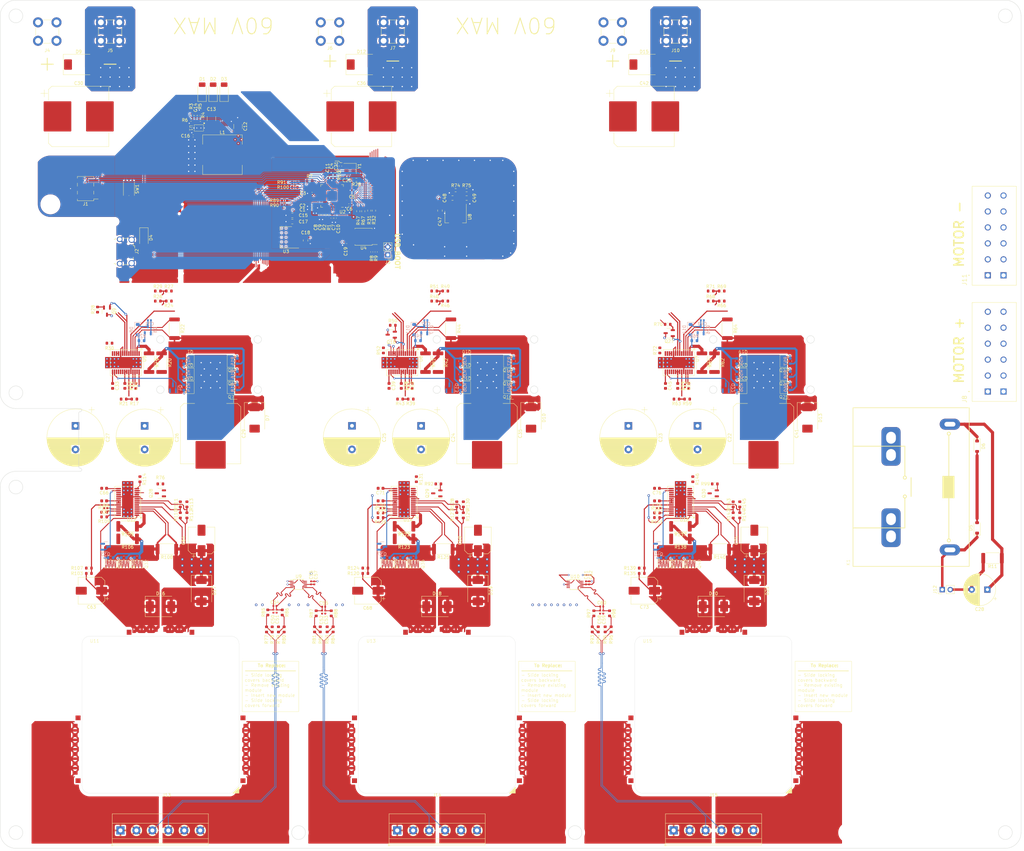
<source format=kicad_pcb>
(kicad_pcb (version 20221018) (generator pcbnew)
  (title_block (comment 4 "AISLER Project ID: RNUDVMQZ"))
  (layers (0 "F.Cu" mixed) (1 "In1.Cu" power) (2 "In2.Cu" power) (31 "B.Cu" mixed) (34 "B.Paste" user) (35 "F.Paste" user) (36 "B.SilkS" user "B.Silkscreen") (37 "F.SilkS" user "F.Silkscreen") (38 "B.Mask" user) (39 "F.Mask" user) (44 "Edge.Cuts" user))
  (net 0 "")
  (net 1 "+3V3")
  (net 2 "GND")
  (net 3 "+1V1")
  (net 4 "Net-(Q2-G)")
  (net 5 "+9V")
  (net 6 "/MCU_REG_IN")
  (net 7 "Net-(C14--)")
  (net 8 "Net-(C16--)")
  (net 9 "/XIN")
  (net 10 "Net-(C21-Pad1)")
  (net 11 "V_SYS")
  (net 12 "Net-(D6-K)")
  (net 13 "GND2")
  (net 14 "VIN_B1")
  (net 15 "Net-(C31-+)")
  (net 16 "Net-(C33-+)")
  (net 17 "Net-(C34-+)")
  (net 18 "VIN_B2")
  (net 19 "VIN_B3")
  (net 20 "/Battery Switching/Battery 1/UVLO{slash}EN")
  (net 21 "/Battery Switching/Battery 1/VD")
  (net 22 "/Battery Switching/Battery 1/VDD")
  (net 23 "/Battery Switching/Battery 1/GATE_OUT")
  (net 24 "+5.5V")
  (net 25 "Net-(U8-ADJ)")
  (net 26 "Net-(U9-AIN3)")
  (net 27 "Net-(U9-AIN2)")
  (net 28 "Net-(U9-AIN1)")
  (net 29 "Net-(U9-AIN0)")
  (net 30 "Net-(U10-AIN3)")
  (net 31 "Net-(U10-AIN2)")
  (net 32 "/Aux Outputs/Aux 1/REG_VIN")
  (net 33 "/Aux Outputs/Aux 1/VDD")
  (net 34 "Net-(C66-+)")
  (net 35 "Net-(C67-+)")
  (net 36 "Net-(C71-+)")
  (net 37 "Net-(C72-+)")
  (net 38 "Net-(C76-+)")
  (net 39 "Net-(C77-+)")
  (net 40 "Net-(D4-A)")
  (net 41 "RELAY_EN")
  (net 42 "Net-(D5-A+)")
  (net 43 "/Battery Switching/Battery 1/DIODE")
  (net 44 "/Battery Switching/Battery 1/GATE")
  (net 45 "/Battery Switching/Battery 1/ADDR0")
  (net 46 "/UART0_TX")
  (net 47 "/SWCLK")
  (net 48 "/UART0_RX")
  (net 49 "/SWD")
  (net 50 "/USB_D_N")
  (net 51 "/USB_D_P")
  (net 53 "/~{USB_BOOT}")
  (net 54 "V_MOT")
  (net 55 "/Aux Outputs/Aux 2/REG_VIN")
  (net 56 "/Aux Outputs/Aux 2/VDD")
  (net 57 "Net-(Q1-G)")
  (net 58 "/Battery Switching/Battery 1/ADDR1")
  (net 59 "Net-(Q3-G)")
  (net 60 "Net-(Q6-G)")
  (net 61 "/Battery Switching/Battery 1/ADDR2")
  (net 62 "Net-(Q5-G)")
  (net 63 "Net-(Q7-G)")
  (net 64 "Net-(C37-+)")
  (net 65 "Net-(Q8-B)")
  (net 66 "/Battery Switching/Battery 2/VDD")
  (net 67 "Net-(Q9-G)")
  (net 68 "Net-(C39-+)")
  (net 69 "Net-(C40-+)")
  (net 70 "Net-(C43-+)")
  (net 71 "/Battery Switching/Battery 3/VDD")
  (net 72 "Net-(C45-+)")
  (net 73 "Net-(C46-+)")
  (net 74 "/Battery Switching/Battery 2/GATE_OUT")
  (net 75 "/Battery Switching/Battery 3/GATE_OUT")
  (net 76 "Net-(Q10-G)")
  (net 77 "/Battery Switching/Battery 2/VD")
  (net 78 "Net-(Q11-G)")
  (net 79 "Net-(Q12-G)")
  (net 80 "/Battery Switching/Battery 2/DIODE")
  (net 81 "Net-(Q14-G)")
  (net 82 "Net-(Q15-G)")
  (net 83 "Net-(Q16-G)")
  (net 84 "Net-(Q17-B)")
  (net 85 "/Battery Switching/Battery 2/UVLO{slash}EN")
  (net 86 "Net-(Q31-G)")
  (net 87 "Net-(Q18-G)")
  (net 88 "Net-(Q19-G)")
  (net 89 "/Battery Switching/Battery 3/VD")
  (net 90 "/Aux Outputs/Aux 3/REG_VIN")
  (net 91 "Net-(Q28-G)")
  (net 92 "Net-(Q29-G)")
  (net 93 "Net-(Q30-G)")
  (net 94 "/Aux Outputs/Aux 3/VDD")
  (net 95 "/Aux Outputs/VOUT_AUX1_-")
  (net 96 "Net-(Q34-G)")
  (net 97 "Net-(Q36-G)")
  (net 98 "Net-(U2-RUN)")
  (net 99 "Net-(Q39-G)")
  (net 100 "Net-(U2-USB_DP)")
  (net 101 "Net-(U2-USB_DM)")
  (net 102 "Net-(U1-FB{slash}VO)")
  (net 103 "Net-(U1-EN{slash}UVLO)")
  (net 104 "/+9V_LX")
  (net 105 "/QSPI_SS")
  (net 106 "/XOUT")
  (net 107 "Net-(Q20-G)")
  (net 108 "Net-(U5-FB)")
  (net 109 "PGD_B1")
  (net 110 "Net-(U5-OVLO)")
  (net 111 "EN_B1")
  (net 112 "ALRT_B1")
  (net 113 "I2C0_SCL")
  (net 114 "I2C0_SDA")
  (net 115 "Net-(U5-PWR)")
  (net 116 "Net-(Q21-G)")
  (net 117 "/Battery Switching/Battery 3/DIODE")
  (net 118 "PGD_B2")
  (net 119 "Net-(Q23-G)")
  (net 120 "EN_B2")
  (net 121 "Net-(Q24-G)")
  (net 122 "Net-(Q25-G)")
  (net 123 "Net-(Q26-B)")
  (net 124 "/Battery Switching/Battery 3/UVLO{slash}EN")
  (net 125 "Net-(Q27-G)")
  (net 126 "/Battery Switching/Battery 2/GATE")
  (net 127 "EN_B3")
  (net 128 "Net-(U6-FB)")
  (net 129 "Net-(U6-OVLO)")
  (net 130 "EN_AUX_1")
  (net 131 "Net-(R77-Pad2)")
  (net 132 "Net-(R79-Pad2)")
  (net 133 "Net-(R81-Pad2)")
  (net 134 "Net-(R83-Pad2)")
  (net 135 "EN_AUX_2")
  (net 136 "I2C1_SDA")
  (net 137 "I2C1_SCL")
  (net 138 "EN_AUX_3")
  (net 139 "ADC1_RDY")
  (net 140 "ADC2_RDY")
  (net 141 "/Aux Outputs/VOUT_AUX1_+")
  (net 142 "Net-(U12-FB)")
  (net 143 "PGD_AUX1")
  (net 144 "Net-(U12-OVLO)")
  (net 145 "ALRT_AUX1")
  (net 146 "Net-(U12-PWR)")
  (net 147 "Net-(U14-FB)")
  (net 148 "PGD_AUX3")
  (net 149 "Net-(U14-OVLO)")
  (net 150 "ALRT_AUX2")
  (net 151 "Net-(U14-PWR)")
  (net 152 "Net-(U16-FB)")
  (net 153 "Net-(U16-OVLO)")
  (net 154 "ALRT_AUX3")
  (net 155 "Net-(U16-PWR)")
  (net 157 "MCU_V_RESET")
  (net 164 "PGD_AUX2")
  (net 169 "/QSPI_SD3")
  (net 170 "/QSPI_SCLK")
  (net 171 "/QSPI_SD0")
  (net 172 "/QSPI_SD2")
  (net 173 "/QSPI_SD1")
  (net 176 "ALRT_B2")
  (net 177 "Net-(U6-PWR)")
  (net 178 "/Battery Switching/Battery 3/GATE")
  (net 179 "Net-(U7-FB)")
  (net 181 "Net-(U7-OVLO)")
  (net 182 "Net-(U7-PWR)")
  (net 185 "/Battery Switching/Battery 2/ADDR2")
  (net 186 "/Battery Switching/Battery 2/ADDR1")
  (net 190 "/Battery Switching/Battery 3/ADDR2")
  (net 191 "/Battery Switching/Battery 3/ADDR1")
  (net 197 "/Aux Outputs/VOUT_AUX2_-")
  (net 198 "/Aux Outputs/VOUT_AUX2_+")
  (net 199 "/Aux Outputs/VOUT_AUX3_-")
  (net 207 "PGD_B3")
  (net 208 "ALRT_B3")
  (net 209 "/Aux Outputs/VOUT_AUX3_+")
  (net 210 "/Aux Outputs/Aux 1/UVLO{slash}EN")
  (net 211 "/Aux Outputs/Aux 2/UVLO{slash}EN")
  (net 212 "/Aux Outputs/Aux 3/UVLO{slash}EN")
  (net 213 "/Aux Outputs/Aux 1/VD")
  (net 214 "/Aux Outputs/Aux 1/DIODE")
  (net 215 "/Aux Outputs/Aux 2/VD")
  (net 216 "/Aux Outputs/Aux 2/DIODE")
  (net 217 "/Aux Outputs/Aux 3/VD")
  (net 218 "/Aux Outputs/Aux 3/DIODE")
  (net 219 "/Aux Outputs/Aux 2/GATE")
  (net 220 "/Aux Outputs/Aux 1/GATE")
  (net 221 "/Aux Outputs/Aux 3/GATE")
  (net 222 "/Aux Outputs/Aux 1/ADDR2")
  (net 223 "/Aux Outputs/Aux 1/ADDR0")
  (net 224 "/Aux Outputs/Aux 2/ADDR2")
  (net 225 "/Aux Outputs/Aux 3/ADDR2")
  (net 226 "/Aux Outputs/Aux 1/GATE_OUT")
  (net 227 "/Aux Outputs/Aux 2/GATE_OUT")
  (net 228 "/Aux Outputs/Aux 3/GATE_OUT")
  (net 229 "Net-(Q40-G)")
  (net 230 "Net-(Q42-G)")
  (net 231 "Net-(Q32-G)")
  (net 232 "Net-(Q35-G)")
  (net 233 "Net-(Q38-G)")
  (net 234 "Net-(R93-Pad2)")
  (net 235 "Net-(R95-Pad2)")
  (footprint "Capacitor_SMD:C_0402_1005Metric" (layer "F.Cu") (at 242.5 254.8 90)
    (fp_text reference "C52")
    (fp_text value "50n")
  )
  (footprint "Resistor_SMD:R_2512_6332Metric" (layer "F.Cu") (at 367.4 175.4 -90)
    (fp_text reference "R62")
    (fp_text value "30")
  )
  (footprint "Package_TO_SOT_SMD:SOT-223-3_TabPin2" (layer "F.Cu") (at 285 129 -90)
    (fp_text reference "U8")
    (fp_text value "NCP1117-ADJ_SOT223")
  )
  (footprint "Resistor_SMD:R_0603_1608Metric" (layer "F.Cu") (at 278.2 152.6)
    (fp_text reference "R51")
    (fp_text value "3.9k")
  )
  (footprint "Capacitor_SMD:C_0402_1005Metric" (layer "F.Cu") (at 243.5 254.8 90)
    (fp_text reference "C53")
    (fp_text value "50n")
  )
  (footprint "Resistor_SMD:R_0603_1608Metric" (layer "F.Cu") (at 168.25 240.8 180)
    (fp_text reference "R107")
    (fp_text value "21.3k")
  )
  (footprint "Resistor_SMD:R_2512_6332Metric" (layer "F.Cu") (at 268.575001 227.5 180)
    (fp_text reference "R122")
    (fp_text value "56")
  )
  (footprint "TerminalBlock_Wuerth:Wuerth_REDCUBE-THR_WP-THRSH_74651174_THR" (layer "F.Cu") (at 245 70 180)
    (fp_text reference "J6")
    (fp_text value "Screw_Terminal_01x01")
  )
  (footprint "Resistor_SMD:R_0603_1608Metric" (layer "F.Cu") (at 344.250001 240.8 180)
    (fp_text reference "R139")
    (fp_text value "21.3k")
  )
  (footprint "Capacitor_SMD:C_0805_2012Metric" (layer "F.Cu") (at 233 128.5 180)
    (fp_text reference "C15")
    (fp_text value "10u")
  )
  (footprint "Resistor_SMD:R_0603_1608Metric" (layer "F.Cu") (at 352.5 163.2)
    (fp_text reference "R70")
    (fp_text value "1k")
  )
  (footprint "Resistor_SMD:R_0603_1608Metric" (layer "F.Cu") (at 288.5 120.5)
    (fp_text reference "R75")
    (fp_text value "3.12k")
  )
  (footprint "Connector_PinHeader_2.54mm:PinHeader_2x03_P2.54mm_Vertical_SMD" (layer "F.Cu") (at 167.2 120 180)
    (fp_text reference "J1")
    (fp_text value "Conn_02x03_Odd_Even")
  )
  (footprint "Resistor_SMD:R_0603_1608Metric" (layer "F.Cu") (at 197.35 224 90)
    (fp_text reference "R110")
    (fp_text value "100k")
  )
  (footprint "Capacitor_SMD:C_0805_2012Metric" (layer "F.Cu") (at 284 123 180)
    (fp_text reference "C48")
    (fp_text value "10u")
  )
  (footprint "Capacitor_SMD:CP_Elec_8x10" (layer "F.Cu") (at 204.1 232 90)
    (fp_text reference "C64")
    (fp_text value "22u")
  )
  (footprint "Nexperia:WLCSP-8" (layer "F.Cu") (at 175.175 239.5 90)
    (fp_text reference "Q31")
    (fp_text value "~")
  )
  (footprint "Resistor_SMD:R_0603_1608Metric" (layer "F.Cu") (at 262 171.5 -90)
    (fp_text reference "R52")
    (fp_text value "10k")
  )
  (footprint "Resistor_SMD:R_0603_1608Metric" (layer "F.Cu") (at 225.2 254.92 -90)
    (fp_text reference "R85")
    (fp_text value "10k")
  )
  (footprint "Resistor_SMD:R_0603_1608Metric" (layer "F.Cu") (at 240.1 260.3 90)
    (fp_text reference "R81")
    (fp_text value "100k")
  )
  (footprint "Resistor_SMD:R_0603_1608Metric" (layer "F.Cu") (at 244.1 260.3 -90)
    (fp_text reference "R83")
    (fp_text value "10k")
  )
  (footprint "Resistor_SMD:R_2512_6332Metric" (layer "F.Cu") (at 268.575001 231.5 180)
    (fp_text reference "R123")
    (fp_text value "30")
  )
  (footprint "Capacitor_SMD:C_1210_3225Metric" (layer "F.Cu") (at 215.75 100.2 -90)
    (fp_text reference "C12")
    (fp_text value "2.2u")
  )
  (footprint "Nexperia:WLCSP-8" (layer "F.Cu") (at 267.375001 239.512 90)
    (fp_text reference "Q38")
    (fp_text value "~")
  )
  (footprint "Capacitor_SMD:CP_Elec_8x10" (layer "F.Cu") (at 169.075 248 180)
    (fp_text reference "C63")
    (fp_text value "22u")
  )
  (footprint "Resistor_SMD:R_0603_1608Metric" (layer "F.Cu") (at 184.5 212.5 -90)
    (fp_text reference "R114")
    (fp_text value "10k")
  )
  (footprint "Capacitor_SMD:C_0402_1005Metric" (layer "F.Cu") (at 239.275 125.625 180)
    (fp_text reference "C2")
    (fp_text value "100n")
  )
  (footprint "Resistor_SMD:R_0603_1608Metric" (layer "F.Cu") (at 199.45 224 -90)
    (fp_text reference "R112")
    (fp_text value "95k")
  )
  (footprint "Resistor_SMD:R_2512_6332Metric" (layer "F.Cu") (at 193.075 234.725 180)
    (fp_text reference "R108")
    (fp_text value "1.5m")
  )
  (footprint "CUI:CUI_TBL007A-508-06GY" (layer "F.Cu") (at 454.4125 184.59 90)
    (fp_text reference "J8")
    (fp_text value "TBL007A-508-06GY")
  )
  (footprint "Resistor_SMD:R_0603_1608Metric" (layer "F.Cu") (at 328.5 260.3 90)
    (fp_text reference "R93")
    (fp_text value "100k")
  )
  (footprint "Resistor_SMD:R_0603_1608Metric" (layer "F.Cu") (at 173.1 224.5 180)
    (fp_text reference "R109")
    (fp_text value "100k")
  )
  (footprint "Diode_SMD:D_SMC" (layer "F.Cu") (at 221 193 -90)
    (fp_text reference "D7")
    (fp_text value "80V")
  )
  (footprint "Capacitor_SMD:C_0402_1005Metric" (layer "F.Cu") (at 326.5 245.5 90)
    (fp_text reference "C61")
    (fp_text value "0.1u")
  )
  (footprint "TI:HTSSOP-28" (layer "F.Cu") (at 268 175.4 -90)
    (fp_text reference "U6")
    (fp_text value "LM5066")
  )
  (footprint "Capacitor_SMD:C_0402_1005Metric" (layer "F.Cu") (at 240 245.5 90)
    (fp_text reference "C57")
    (fp_text value "1.0u")
  )
  (footprint "Resistor_SMD:R_0603_1608Metric" (layer "F.Cu") (at 179.325 187 180)
    (fp_text reference "R21")
    (fp_text value "21.3k")
  )
  (footprint "Capacitor_SMD:C_0603_1608Metric" (layer "F.Cu") (at 261.1 219.400001 180)
    (fp_text reference "C70")
    (fp_text value "1u")
  )
  (footprint "Capacitor_SMD:C_0402_1005Metric" (layer "F.Cu") (at 241.675 128.325 -90)
    (fp_text reference "C8")
    (fp_text value "1u")
  )
  (footprint "Capacitor_SMD:C_0603_1608Metric" (layer "F.Cu") (at 349.1 215.400001 180)
    (fp_text reference "C76")
    (fp_text value "1u")
  )
  (footprint "Capacitor_THT:CP_Radial_D18.0mm_P7.50mm" (layer "F.Cu") (at 252 195.5 -90)
    (fp_text reference "C25")
    (fp_text value "330u")
  )
  (footprint "Diode_SMD:D_SOD-128" (layer "F.Cu") (at 185.75 135.625 -90)
    (fp_text reference "D4")
    (fp_text value "PMEG10030ELPX")
  )
  (footprint "Resistor_SMD:R_0603_1608Metric" (layer "F.Cu") (at 191 214 180)
    (fp_text reference "R76")
    (fp_text value "1k")
  )
  (footprint "TI:HTSSOP-28" (layer "F.Cu") (at 356 175.4 -90)
    (fp_text reference "U7")
    (fp_text value "LM5066")
  )
  (footprint "Resistor_SMD:R_0603_1608Metric" (layer "F.Cu") (at 228.6 260.32 -90)
    (fp_text reference "R79")
    (fp_text value "10k")
  )
  (footprint "Capacitor_SMD:C_0402_1005Metric" (layer "F.Cu") (at 251.975 121.325)
    (fp_text reference "C5")
    (fp_text value "100n")
  )
  (footprint "Resistor_SMD:R_0402_1005Metric" (layer "F.Cu") (at 203.25 96.7 90)
    (fp_text reference "R5")
    (fp_text value "453k")
  )
  (footprint "Omron:Relay_SPST_Omron_G9KB" (layer "F.Cu") (at 430 215 90)
    (fp_text reference "K1")
    (fp_text value "G9KB-1A DC12")
  )
  (footprint "Nexperia:WLCSP-8" (layer "F.Cu") (at 200.5 183.3 180)
    (fp_text reference "Q3")
    (fp_text value "~")
  )
  (footprint "Nexperia:WLCSP-8" (layer "F.Cu") (at 355.375001 239.512 90)
    (fp_text reference "Q42")
    (fp_text value "~")
  )
  (footprint "Resistor_SMD:R_0603_1608Metric" (layer "F.Cu") (at 373.35 220.499999 -90)
    (fp_text reference "R143")
    (fp_text value "33k")
  )
  (footprint "Nexperia:WLCSP-8" (layer "F.Cu") (at 351.175001 239.5 90)
    (fp_text reference "Q39")
    (fp_text value "~")
  )
  (footprint "Resistor_SMD:R_0603_1608Metric" (layer "F.Cu") (at 358.7 187 180)
    (fp_text reference "R59")
    (fp_text value "100k")
  )
  (footprint "Capacitor_SMD:C_0603_1608Metric" (layer "F.Cu") (at 261.1 215.400001 180)
    (fp_text reference "C71")
    (fp_text value "1u")
  )
  (footprint "Capacitor_SMD:C_0805_2012Metric" (layer "F.Cu") (at 237.230875 136.5 -90)
    (fp_text reference "C18")
    (fp_text value "10u")
  )
  (footprint "Capacitor_SMD:CP_Elec_8x10" (layer "F.Cu") (at 292.1 231.999999 90)
    (fp_text reference "C69")
    (fp_text value "22u")
  )
  (footprint "Package_DFN_QFN:QFN-56-1EP_7x7mm_P0.4mm_EP3.2x3.2mm_ThermalVias" (layer "F.Cu") (at 245.675 122.325 180)
    (fp_text reference "U2")
    (fp_text value "RP2040")
  )
  (footprint "Resistor_SMD:R_2512_6332Metric" (layer "F.Cu") (at 180.575 227.5 180)
    (fp_text reference "R105")
    (fp_text value "56")
  )
  (footprint "Diode_SMD:D_SOD-123" (layer "F.Cu") (at 451 228 90)
    (fp_text reference "D5")
    (fp_text value "120V")
  )
  (footprint "Resistor_SMD:R_2512_6332Metric" (layer "F.Cu") (at 191.4 175.4 -90)
    (fp_text reference "R20")
    (fp_text value "30")
  )
  (footprint "Nexperia:WLCSP-8" (layer "F.Cu") (at 271.575 239.512 90)
    (fp_text reference "Q36")
    (fp_text value "~")
  )
  (footprint "Resistor_SMD:R_0603_1608Metric" (layer "F.Cu") (at 256.250001 240.8 180)
    (fp_text reference "R124")
    (fp_text value "21.3k")
  )
  (footprint "Capacitor_SMD:C_0402_1005Metric" (layer "F.Cu") (at 246.675 129.405 -90)
    (fp_text reference "C10")
    (fp_text value "100n")
  )
  (footprint "Capacitor_SMD:C_0402_1005Metric" (layer "F.Cu") (at 244.375 116.125 90)
    (fp_text reference "C11")
    (fp_text value "100n")
  )
  (footprint "Resistor_SMD:R_0603_1608Metric" (layer "F.Cu") (at 173.1 223)
    (fp_text reference "R117")
    (fp_text value "28.2k")
  )
  (footprint "Connector_PinHeader_2.54mm:PinHeader_1x02_P2.54mm_Vertical" (layer "F.Cu") (at 439.916163 247.642911 90)
    (fp_text reference "J12")
    (fp_text value "Conn_01x02")
  )
  (footprint "Capacitor_SMD:CP_Elec_18x17.5" (layer "F.Cu") (at 383 198 -90)
    (fp_text reference "C41")
    (fp_text value "220u")
  )
  (footprint "Resistor_SMD:R_0603_1608Metric" (layer "F.Cu") (at 261.1 223.225)
    (fp_text reference "R132")
    (fp_text value "28.2k")
  )
  (footprint "Capacitor_SMD:C_0402_1005Metric" (layer "F.Cu") (at 242.675 128.325 -90)
    (fp_text reference "C9")
    (fp_text value "1u")
  )
  (footprint "Capacitor_SMD:C_0603_1608Metric" (layer "F.Cu") (at 179.7 182.8 -90)
    (fp_text reference "C32")
    (fp_text value "1u")
  )
  (footprint "Diode_SMD:D_SMC" (layer "F.Cu") (at 292.075 247.999999 -90)
    (fp_text reference "D19")
    (fp_text value "60V")
  )
  (footprint "Resistor_SMD:R_0603_1608Metric" (layer "F.Cu") (at 240.6 255.2 -90)
    (fp_text reference "R87")
    (fp_text value "10k")
  )
  (footprint "Resistor_SMD:R_0603_1608Metric" (layer "F.Cu") (at 193.7 155.8 180)
    (fp_text reference "R24")
    (fp_text value "100k")
  )
  (footprint "Package_SO:TSSOP-10_3x3mm_P0.5mm" (layer "F.Cu") (at 323 246)
    (fp_text reference "U10")
    (fp_text value "ADS1015IDGS")
  )
  (footprint "Capacitor_SMD:CP_Elec_18x17.5" (layer "F.Cu") (at 345 97)
    (fp_text reference "C42")
    (fp_text value "220u")
  )
  (footprint "Resistor_SMD:R_0603_1608Metric" (layer "F.Cu") (at 279.5 214)
    (fp_text reference "R92")
    (fp_text value "1k")
  )
  (footprint "Resistor_SMD:R_0402_1005Metric" (layer "F.Cu") (at 243.675 128.325 90)
    (fp_text reference "R2")
    (fp_text value "27")
  )
  (footprint "Diode_SMD:D_SMC" (layer "F.Cu") (at 309 193 -90)
    (fp_text reference "D10")
    (fp_text value "80V")
  )
  (footprint "Capacitor_SMD:C_0402_1005Metric" (layer "F.Cu") (at 248.375 112.825 90)
    (fp_text reference "C21")
    (fp_text value "27p")
  )
  (footprint "Capacitor_SMD:CP_Elec_18x17.5" (layer "F.Cu") (at 255 97)
    (fp_text reference "C36")
    (fp_text value "220u")
  )
  (footprint "Resistor_SMD:R_0603_1608Metric" (layer "F.Cu") (at 238.5 117.5)
    (fp_text reference "R7")
    (fp_text value "10k")
  )
  (footprint "Resistor_SMD:R_0603_1608Metric" (layer "F.Cu") (at 285.35 220.499999 -90)
    (fp_text reference "R128")
    (fp_text value "33k")
  )
  (footprint "Resistor_SMD:R_0603_1608Metric" (layer "F.Cu") (at 369.7 155.8 180)
    (fp_text reference "R66")
    (fp_text value "100k")
  )
  (footprint "TI:HTSSOP-28" (layer "F.Cu") (at 180.6 219.725 180)
    (fp_text reference "U12")
    (fp_text value "LM5066")
  )
  (footprint "Capacitor_SMD:C_1210_3225Metric" (layer "F.Cu") (at 207.25 97.7 90)
    (fp_text reference "C13")
    (fp_text value "2.2u")
  )
  (footprint "Package_TO_SOT_SMD:SOT-23-3" (layer "F.Cu") (at 264.5 166.5 180)
    (fp_text reference "Q18")
    (fp_text value "NMOS")
  )
  (footprint "Resistor_SMD:R_0603_1608Metric" (layer "F.Cu") (at 349.1 223.225)
    (fp_text reference "R147")
    (fp_text value "28.2k")
  )
  (footprint "Capacitor_SMD:C_0402_1005Metric" (layer "F.Cu") (at 250.375 116.225)
    (fp_text reference "C20")
    (fp_text value "27p")
  )
  (footprint "Resistor_SMD:R_0603_1608Metric" (layer "F.Cu") (at 230.5 123.8)
    (fp_text reference "R89")
    (fp_text value "10k")
  )
  (footprint "TerminalBlock_Wuerth:Wuerth_REDCUBE-THR_WP-THRSH_74651174_THR" (layer "F.Cu") (at 175 70 180)
    (fp_text reference "J5")
    (fp_text value "Screw_Terminal_01x01")
  )
  (footprint "Capacitor_SMD:C_0805_2012Metric" (layer "F.Cu") (at 280 127 -90)
    (fp_text reference "C47")
    (fp_text value "10u")
  )
  (footprint "Package_SO:SOIC-8_5.23x5.23mm_P1.27mm" (layer "F.Cu") (at 255.675 135.325 180)
    (fp_text reference "U4")
    (fp_text value "W25Q128JVS")
  )
  (footprint "Connector_PinHeader_2.54mm:PinHeader_1x02_P2.54mm_Vertical" (layer "F.Cu") (at 263.4 141.075 180)
    (fp_text reference "J3")
    (fp_text value "Conn_01x02")
  )
  (footprint "Resistor_SMD:R_0603_1608Metric" (layer "F.Cu") (at 230.4 260.32 -90)
    (fp_text reference "R80")
    (fp_text value "100k")
  )
  (footprint "Resistor_SMD:R_0402_1005Metric" (layer "F.Cu") (at 200.75 98.2 180)
    (fp_text reference "R6")
    (fp_text value "11.1k")
  )
  (footprint "Diode_SMD:D_SMC" (layer "F.Cu") (at 165 80.5)
    (fp_text reference "D9")
    (fp_text value "60V")
  )
  (footprint "Capacitor_SMD:C_0402_1005Metric" (layer "F.Cu") (at 258.3 140.145 90)
    (fp_text reference "R8")
    (fp_text value "DNP")
  )
  (footprint "Resistor_SMD:R_0603_1608Metric" (layer "F.Cu") (at 171 158.5 90)
    (fp_text reference "R28")
    (fp_text value "1k")
  )
  (footprint "Resistor_SMD:R_0603_1608Metric" (layer "F.Cu") (at 366.2 155.8)
    (fp_text reference "R68")
    (fp_text value "33k")
  )
  (footprint "Capacitor_SMD:C_0402_1005Metric" (layer "F.Cu") (at 261.6 221.725 180)
    (fp_text reference "C72")
    (fp_text value "75n")
  )
  (footprint "Capacitor_SMD:C_0402_1005Metric" (layer "F.Cu") (at 201.45 103.2)
    (fp_text reference "C16")
    (fp_text value "910p")
  )
  (footprint "Capacitor_THT:CP_Radial_D18.0mm_P7.50mm" (layer "F.Cu") (at 164 195.52222 -90)
    (fp_text reference "C27")
    (fp_text value "330u")
  )
  (footprint "Package_TO_SOT_SMD:SOT-23-3" (layer "F.Cu") (at 191 217 180)
    (fp_text reference "Q28")
    (fp_text value "NMOS")
  )
  (footprint "Resistor_SMD:R_0603_1608Metric" (layer "F.Cu") (at 355.325 187 180)
    (fp_text reference "R63")
    (fp_text value "21.3k")
  )
  (footprint "Capacitor_SMD:C_0402_1005Metric" (layer "F.Cu") (at 227.47 252.85)
    (fp_text reference "C54")
    (fp_text value "5p")
  )
  (footprint "Resistor_SMD:R_0603_1608Metric" (layer "F.Cu") (at 366.2 152.6)
    (fp_text reference "R71")
    (fp_text value "3.9k")
  )
  (footprint "Resistor_SMD:R_2512_6332Metric" (layer "F.Cu") (at 195.5 164.6 -90)
    (fp_text reference "R22")
    (fp_text value "500u")
  )
  (footprint "Resistor_SMD:R_0603_1608Metric" (layer "F.Cu") (at 287.45 220.499999 -90)
    (fp_text reference "R130")
    (fp_text value "3.9k")
  )
  (footprint "Capacitor_SMD:CP_Elec_18x17.5" (layer "F.Cu") (at 295 198 -90)
    (fp_text reference "C35")
    (fp_text value "220u")
  )
  (footprint "Capacitor_SMD:C_0402_1005Metric" (layer "F.Cu") (at 243 253.1)
    (fp_text reference "C55")
    (fp_text value "5p")
  )
  (footprint "Capacitor_SMD:C_0402_1005Metric" (layer "F.Cu") (at 250 137.48 -90)
    (fp_text reference "C19")
    (fp_text value "100n")
  )
  (footprint "Capacitor_SMD:C_0402_1005Metric" (layer "F.Cu") (at 327.5 245.5 90)
    (fp_text reference "C62")
    (fp_text value "1.0u")
  )
  (footprint "Resistor_SMD:R_0603_1608Metric" (layer "F.Cu") (at 332.6 260.3 -90)
    (fp_text reference "R95")
    (fp_text value "10k")
  )
  (footprint "Capacitor_SMD:C_0402_1005Metric" (layer "F.Cu") (at 239.3 121.5 180)
    (fp_text reference "C3")
    (fp_text value "100n")
  )
  (footprint "Capacitor_SMD:CP_Elec_8x10" (layer "F.Cu") (at 345.075001 248 180)
    (fp_text reference "C73")
    (fp_text value "22u")
  )
  (footprint "Capacitor_SMD:CP_Elec_18x17.5" (layer "F.Cu") (at 165 97)
    (fp_text reference "C30")
    (fp_text value "220u")
  )
  (footprint "Capacitor_SMD:C_0603_1608Metric" (layer "F.Cu") (at 349.1 219.400001 180)
    (fp_text reference "C75")
    (fp_text value "1u")
  )
  (footprint "Capacitor_SMD:C_0402_1005Metric" (layer "F.Cu") (at 182 182.8 -90)
    (fp_text reference "C34")
    (fp_text value "10n")
  )
  (footprint "Resistor_SMD:R_2512_6332Metric" (layer "F.Cu") (at 283.5 164.6 -90)
    (fp_text reference "R44")
    (fp_text value "500u")
  )
  (footprint "Nexperia:WLCSP-8" (layer "F.Cu") (at 389.5 174.9)
    (fp_text reference "Q23")
    (fp_text value "~")
  )
  (footprint "Inductor_SMD:L_12x12mm_H6mm" (layer "F.Cu") (at 210.75 109.2)
    (fp_text reference "L1")
    (fp_text value "39u")
  )
  (footprint "TerminalBlock_Phoenix:TerminalBlock_Phoenix_MKDS-1,5-6-5.08_1x06_P5.08mm_Horizontal" (layer "F.Cu") (at 354.4 324.305)
    (fp_text reference "J15")
    (fp_text value "Screw_Terminal_01x06")
  )
  (footprint "Capacitor_SMD:CP_Elec_8x10" (layer "F.Cu") (at 257.075001 248 180)
    (fp_text reference "C68")
    (fp_text value "22u")
  )
  (footprint "Diode_SMD:D_SMC" (layer "F.Cu") (at 255 80.5)
    (fp_text reference "D12")
    (fp_text value "60V")
  )
  (footprint "Resistor_SMD:R_0603_1608Metric" (layer "F.Cu") (at 334.5 260.3 -90)
    (fp_text reference "R96")
    (fp_text value "100k")
  )
  (footprint "Resistor_SMD:R_0402_1005Metric" (layer "F.Cu") (at 244.675 128.325 90)
    (fp_text reference "R1")
    (fp_text value "27")
  )
  (footprint "Resistor_SMD:R_0603_1608Metric" (layer "F.Cu") (at 245.4 255.2 -90)
    (fp_text reference "R88")
    (fp_text value "10k")
  )
  (footprint "Package_TO_SOT_SMD:SOT-23-3" (layer "F.Cu") (at 174 159 -90)
    (fp_text reference "Q9")
    (fp_text value "NMOS")
  )
  (footprint "Nexperia:WLCSP-8" (layer "F.Cu") (at 288.5 179.1 180)
    (fp_text reference "Q11")
    (fp_text value "~")
  )
  (footprint "Capacitor_SMD:C_0402_1005Metric" (layer "F.Cu") (at 331 254.8 90)
    (fp_text reference "C58")
    (fp_text value "50n")
  )
  (footprint "Resistor_SMD:R_2512_6332Metric" (layer "F.Cu") (at 356.575001 227.5 180)
    (fp_text reference "R137")
    (fp_text value "56")
  )
  (footprint "Diode_SMD:D_SMC" (layer "F.Cu") (at 367.075 253)
    (fp_text reference "D20")
    (fp_text value "80V")
  )
  (footprint "Capacitor_SMD:C_0603_1608Metric" (layer "F.Cu") (at 173.1 219.4 180)
    (fp_text reference "C65")
    (fp_text value "1u")
  )
  (footprint "Diode_SMD:D_SMC" (layer "F.Cu") (at 191.075 253)
    (fp_text reference "D16")
    (fp_text value "80V")
  )
  (footprint "Nexperia:WLCSP-8" (layer "F.Cu") (at 389.5 183.3)
    (fp_text reference "Q25")
    (fp_text value "~")
  )
  (footprint "Resistor_SMD:R_0603_1608Metric" (layer "F.Cu") (at 349.100001 224.725 180)
    (fp_text reference "R141")
    (fp_text value "100k")
  )
  (footprint "Resistor_SMD:R_0603_1608Metric" (layer "F.Cu") (at 190.2 155.8)
    (fp_text reference "R26")
    (fp_text value "33k")
  )
  (footprint "Capacitor_SMD:C_0402_1005Metric" (layer "F.Cu") (at 239 245.5 90)
    (fp_text reference "C56")
    (fp_text value "0.1u")
  )
  (footprint "Resistor_SMD:R_0603_1608Metric" (layer "F.Cu") (at 350 171.5 -90)
    (fp_text reference "R72")
    (fp_text value "10k")
  )
  (footprint "Capacitor_SMD:C_0805_2012Metric" (layer "F.Cu") (at 288.5 123)
    (fp_text reference "C49")
    (fp_text value "24n")
  )
  (footprint "Capacitor_SMD:C_0402_1005Metric" (layer "F.Cu") (at 332 254.8 90)
    (fp_text reference "C59")
    (fp_text value "50n")
  )
  (footprint "Diode_SMD:D_SMC" (layer "F.Cu") (at 380.075 247.999999 -90)
    (fp_text reference "D21")
    (fp_text value "60V")
  )
  (footprint "Nexperia:WLCSP-8" (layer "F.Cu") (at 359.575 239.512 90)
    (fp_text reference "Q40")
    (fp_text value "~")
  )
  (footprint "Resistor_SMD:R_0603_1608Metric" (layer "F.Cu") (at 285.35 223.999999 90)
    (fp_text reference "R127")
    (fp_text value "100k")
  )
  (footprint "Capacitor_SMD:C_0402_1005Metric" (layer "F.Cu") (at 246.575 116.125 90)
    (fp_text reference "R10")
    (fp_text value "1k")
  )
  (footprint "Diode_SMD:D_SOD-128" (layer "F.Cu") (at 207.8 89.1 90)
    (fp_text reference "D2")
    (fp_text value "PMEG10030ELPX")
  )
  (footprint "Capacitor_THT:CP_Radial_D18.0mm_P7.50mm" (layer "F.Cu") (at 340 195.52222 -90)
    (fp_text reference "C23")
    (fp_text value "330u")
  )
  (footprint "Resistor_SMD:R_2512_6332Metric" (layer "F.Cu") (at 275.4 175.4 -90)
    (fp_text reference "R41")
    (fp_text value "56")
  )
  (footprint "Capacitor_SMD:C_0402_1005Metric" (layer "F.Cu") (at 227 254.52 90)
    (fp_text reference "C50")
    (fp_text value "50n")
  )
  (footprint "Diode_SMD:D_SOD-128" (layer "F.Cu") (at 204.3 89.1 90)
    (fp_text reference "D1")
    (fp_text value "PMEG10030ELPX")
  )
  (footprint "Nexperia:WLCSP-8" (layer "F.Cu") (at 301.5 183.3)
    (fp_text reference "Q16")
    (fp_text value "~")
  )
  (footprint "Nexperia:WLCSP-8" (layer "F.Cu") (at 183.575 239.512 90)
    (fp_text reference "Q32")
    (fp_text value "~")
  )
  (footprint "Resistor_SMD:R_0603_1608Metric" (layer "F.Cu") (at 255.6 127.2 -90)
    (fp_text reference "R67")
    (fp_text value "100k")
  )
  (footprint "Resistor_SMD:R_0603_1608Metric" (layer "F.Cu") (at 224.8 260.32 90)
    (fp_text reference "R77")
    (fp_text value "100k")
  )
  (footprint "Capacitor_SMD:C_0603_1608Metric" (layer "F.Cu") (at 351.8 182.8 -90)
    (fp_text reference "C45")
    (fp_text value "1u")
  )
  (footprint "Capacitor_SMD:C_0402_1005Metric" (layer "F.Cu") (at 331.52 253)
    (fp_text reference "C60")
    (fp_text value "5p")
  )
  (footprint "Resistor_SMD:R_0603_1608Metric" (layer "F.Cu") (at 197.35 220.5 -90)
    (fp_text reference "R111")
    (fp_text value "33k")
  )
  (footprint "Resistor_SMD:R_0603_1608Metric" (layer "F.Cu") (at 271.2 182.8 90)
    (fp_text reference "R53")
    (fp_text value "45.3k")
  )
  (footprint "Resistor_SMD:R_0603_1608Metric" (layer "F.Cu") (at 199.45 220.5 -90)
    (fp_text reference "R113")
    (fp_text value "3.9k")
  )
  (footprint "Nexperia:WLCSP-8" (layer "F.Cu") (at 263.175001 239.5 90)
    (fp_text reference "Q35")
    (fp_text value "~")
  )
  (footprint "Diode_SMD:D_SMC" (layer "F.Cu") (at 279.075 253)
    (fp_text reference "D18")
    (fp_text value "80V")
  )
  (footprint "Capacitor_SMD:CP_Elec_18x17.5" (layer "F.Cu") (at 207 198 -90)
    (fp_text reference "C29")
    (fp_text value "220u")
  )
  (footprint "Resistor_SMD:R_0603_1608Metric" (layer "F.Cu") (at 285 120.5)
    (fp_text reference "R74")
    (fp_text value "120")
  )
  (footprint "TI:HTSSOP-28" (layer "F.Cu") (at 356.6 219.725 180)
    (fp_text reference "U16")
    (fp_text value "LM5066")
  )
  (footprint "Nexperia:WLCSP-8" (layer "F.Cu") (at 200.5 179.1 180)
    (fp_text reference "Q2")
    (fp_text value "~")
  )
  (footprint "Resistor_SMD:R_0603_1608Metric" (layer "F.Cu") (at 375.45 220.499999 -90)
    (fp_text reference "R145")
    (fp_text value "3.9k")
  )
  (footprint "Resistor_SMD:R_0603_1608Metric" (layer "F.Cu") (at 253.4 117.2 180)
    (fp_text reference "R25")
    (fp_text value "100k")
  )
  (footprint "Capacitor_SMD:C_0402_1005Metric" (layer "F.Cu") (at 251 125.2)
    (fp_text reference "C6")
    (fp_text value "100n")
  )
  (footprint "Resistor_SMD:R_0603_1608Metric" (layer "F.Cu") (at 168.25 242.5)
    (fp_text reference "R103")
    (fp_text value "100k")
  )
  (footprint "Resistor_SMD:R_2512_6332Metric" (layer "F.Cu") (at 187.4 175.4 -90)
    (fp_text reference "R19")
    (fp_text value "56")
  )
  (footprint "Nexperia:WLCSP-8" (layer "F.Cu") (at 213.5 183.3)
    (fp_text reference "Q7")
    (fp_text value "~")
  )
  (footprint "Resistor_SMD:R_0603_1608Metric" (layer "F.Cu") (at 334 255.2 -90)
    (fp_text reference "R98")
    (fp_text value "10k")
  )
  (footprint "Resistor_SMD:R_0402_1005Metric" (layer "F.Cu") (at 201.25 96.69 -90)
    (fp_text reference "R3")
    (fp_text value "100k")
  )
  (footprint "Package_SO:TSSOP-10_3x3mm_P0.5mm" (layer "F.Cu") (at 235 246)
    (fp_text reference "U9")
    (fp_text value "ADS1015IDGS")
  )
  (footprint "Resistor_SMD:R_0603_1608Metric" (layer "F.Cu") (at 329 255.2 -90)
    (fp_text reference "R97")
    (fp_text value "10k")
  )
  (footprint "Resistor_SMD:R_0603_1608Metric" (layer "F.Cu") (at 241.9 260.3 90)
    (fp_text reference "R82")
    (fp_text value "10k")
  )
  (footprint "Resistor_SMD:R_0603_1608Metric" (layer "F.Cu") (at 373.35 223.999999 90)
    (fp_text reference "R142")
    (fp_text value "100k")
  )
  (footprint "Regulator_Slot:50x50_slot" (layer "F.Cu") (at 342.050001 262.475)
    (fp_text reference "U15")
    (fp_text value "~")
    (fp_line (start 0 47.5) (end 0 2.5) (stroke (width 0.05)) (layer "Edge.Cuts"))
    (fp_line (start 2.5 0) (end 47.5 0) (stroke (width 0.05)) (layer "Edge.Cuts"))
    (fp_line (start 47.085786 50) (end 2.5 50) (stroke (width 0.05)) (layer "Edge.Cuts"))
    (fp_line (start 49.707107 47.792893) (end 47.792893 49.707107) (stroke (width 0.05)) (layer "Edge.Cuts"))
    (fp_line (start 50 2.5) (end 50 47.085786) (stroke (width 0.05)) (layer "Edge.Cuts"))
    (fp_arc (start 0 2.5) (mid 0.732233 0.732233) (end 2.5 0) (stroke (width 0.05)) (layer "Edge.Cuts"))
    (fp_arc (start 2.5 50) (mid 0.732233 49.267767) (end 0 47.5) (stroke (width 0.05)) (layer "Edge.Cuts"))
    (fp_arc (start 47.5 0) (mid 49.267796 0.732204) (end 50 2.5) (stroke (width 0.05)) (layer "Edge.Cuts"))
    (fp_arc (start 47.792893 49.707107) (mid 47.468459 49.923855) (end 47.085786 50) (stroke (width 0.05)) (layer "Edge.Cuts"))
    (fp_arc (start 50 47.085786) (mid 49.923877 47.468469) (end 49.707107 47.792893) (stroke (width 0.05)) (layer "Edge.Cuts"))
  )
  (footprint "Nexperia:WLCSP-8" (layer "F.Cu") (at 213.5 179.1)
    (fp_text reference "Q6")
    (fp_text value "~")
  )
  (footprint "Capacitor_SMD:C_0402_1005Metric" (layer "F.Cu") (at 259.7 140.145 -90)
    (fp_text reference "R9")
    (fp_text value "1k")
  )
  (footprint "Nexperia:WLCSP-8" (layer "F.Cu") (at 288.5 174.9 180)
    (fp_text reference "Q10")
    (fp_text value "~")
  )
  (footprint "Resistor_SMD:R_2512_6332Metric" (layer "F.Cu") (at 363.4 175.4 -90)
    (fp_text reference "R61")
    (fp_text value "56")
  )
  (footprint "Package_TO_SOT_SMD:SOT-23-3" (layer "F.Cu") (at 353 166 180)
    (fp_text reference "Q27")
    (fp_text value "NMOS")
  )
  (footprint "Nexperia:WLCSP-8" (layer "F.Cu") (at 179.375 239.512 90)
    (fp_text reference "Q34")
    (fp_text value "~")
  )
  (footprint "Capacitor_SMD:C_0805_2012Metric" (layer "F.Cu") (at 233 130.5 180)
    (fp_text reference "C17")
    (fp_text value "10u")
  )
  (footprint "Diode_SMD:D_SMC" (layer "F.Cu") (at 397 193 -90)
    (fp_text reference "D13")
    (fp_text value "80V")
  )
  (footprint "Nexperia:WLCSP-8" (layer "F.Cu") (at 213.5 174.9)
    (fp_text reference "Q5")
    (fp_text value "~")
  )
  (footprint "TerminalBlock_Phoenix:TerminalBlock_Phoenix_MKDS-1,5-6-5.08_1x06_P5.08mm_Horizontal" (layer "F.Cu") (at 178.3 324.305)
    (fp_text reference "J13")
    (fp_text value "Screw_Terminal_01x06")
  )
  (footprint "Maxim:TDFN" (layer "F.Cu") (at 203.25 100.69 -90)
    (fp_text reference "U1")
    (fp_text value "MAX17502G")
  )
  (footprint "Resistor_SMD:R_0603_1608Metric" (layer "F.Cu") (at 246 260.3 -90)
    (fp_text reference "R84")
    (fp_text value "100k")
  )
  (footprint "Nexperia:WLCSP-8" (layer "F.Cu") (at 301.5 179.1)
    (fp_text reference "Q15")
    (fp_text value "~")
  )
  (footprint "Capacitor_SMD:C_0603_1608Metric" (layer "F.Cu") (at 175.8 182.8 -90)
    (fp_text reference "C33")
    (fp_text value "1u")
  )
  (footprint "Resistor_SMD:R_0603_1608Metric" (layer "F.Cu") (at 261.100001 224.725 180)
    (fp_text reference "R126")
    (fp_text value "100k")
  )
  (footprint "Resistor_SMD:R_0603_1608Metric" (layer "F.Cu") (at 270.7 187 180)
    (fp_text reference "R39")
    (fp_text value "100k")
  )
  (footprint "Resistor_SMD:R_0402_1005Metric" (layer "F.Cu") (at 203.75 98.2 180)
    (fp_text reference "R4")
    (fp_text value "3.3M")
  )
  (footprint "Capacitor_THT:CP_Radial_D10.0mm_P5.00mm" (layer "F.Cu") (at 454.28384 247.642911 180)
    (fp_text reference "C28")
    (fp_text value "22u")
  )
  (footprint "Capacitor_SMD:C_0402_1005Metric" (layer "F.Cu") (at 173.6 221.725 180)
    (fp_text reference "C67")
    (fp_text value "75n")
  )
  (footprint "Resistor_SMD:R_0603_1608Metric" (layer "F.Cu") (at 281.7 155.8 180)
    (fp_text reference "R46")
    (fp_text value "100k")
  )
  (footprint "Capacitor_SMD:C_0402_1005Metric" (layer "F.Cu") (at 245.375 116.145 90)
    (fp_text reference "C4")
    (fp_text value "100n")
  )
  (footprint "Resistor_SMD:R_0603_1608Metric" (layer "F.Cu") (at 230.5 125.3 180)
    (fp_text reference "R90")
    (fp_text value "10k")
  )
  (footprint "Nexperia:WLCSP-8" (layer "F.Cu") (at 376.5 179.1 180)
    (fp_text reference "Q20")
    (fp_text value "~")
  )
  (footprint "Resistor_SMD:R_0603_1608Metric" (layer "F.Cu") (at 233.8 119.6 180)
    (fp_text reference "R100")
    (fp_text value "10k")
  )
  (footprint "Nexperia:WLCSP-8" (layer "F.Cu") (at 376.5 183.3 180)
    (fp_text reference "Q21")
    (fp_text value "~")
  )
  (footprint "Diode_SMD:D_SMC" (layer "F.Cu") (at 345 80.5)
    (fp_text reference "D15")
    (fp_text value "60V")
  )
  (footprint "Resistor_SMD:R_0603_1608Metric" (layer "F.Cu") (at 183.2 182.8 90)
    (fp_text reference "R33")
    (fp_text value "45.3k")
  )
  (footprint "Nexperia:WLCSP-8" (layer "F.Cu") (at 288.5 183.3 180)
    (fp_text reference "Q12")
    (fp_text value "~")
  )
  (footprint "Capacitor_SMD:C_0402_1005Metric" (layer "F.Cu") (at 202.25 96.72 -90)
    (fp_text reference "C14")
    (fp_text value "1u")
  )
  (footprint "Nexperia:WLCSP-8" (layer "F.Cu") (at 200.5 174.9 180)
    (fp_text reference "Q1")
    (fp_text value "~")
  )
  (footprint "Resistor_SMD:R_0603_1608Metric" (layer "F.Cu") (at 190.2 152.6)
    (fp_text reference "R29")
    (fp_text value "3.9k")
  )
  (footprint "Capacitor_SMD:C_0402_1005Metric" (layer "F.Cu") (at 358 182.8 -90)
    (fp_text reference "C46")
    (fp_text value "10n")
  )
  (footprint "Resistor_SMD:R_0603_1608Metric" (layer "F.Cu") (at 193.7 152.6)
    (fp_text reference "R27")
    (fp_text value "95k")
  )
  (footprint "Capacitor_SMD:C_0402_1005Metric" (layer "F.Cu") (at 245.675 129.405 -90)
    (fp_text reference "C7")
    (fp_text value "100n")
  )
  (footprint "Capacitor_SMD:C_0603_1608Metric" (layer "F.Cu") (at 355.7 182.8 -90)
    (fp_text reference "C44")
    (fp_text value "1u")
  )
  (footprint "Capacitor_SMD:C_0603_1608Metric" (layer "F.Cu") (at 267.7 182.8 -90)
    (fp_text reference "C38")
    (fp_text value "1u")
  )
  (footprint "Regulator_Slot:50x50_slot" (layer "F.Cu") (at 254.050001 262.475)
    (fp_text reference "U13")
    (fp_text value "~")
    (fp_line (start 0 47.5) (end 0 2.5) (stroke (width 0.05)) (layer "Edge.Cuts"))
    (fp_line (start 2.5 0) (end 47.5 0) (stroke (width 0.05)) (layer "Edge.Cuts"))
    (fp_line (start 47.085786 50) (end 2.5 50) (stroke (width 0.05)) (layer "Edge.Cuts"))
    (fp_line (start 49.707107 47.792893) (end 47.792893 49.707107) (stroke (width 0.05)) (layer "Edge.Cuts"))
    (fp_line (start 50 2.5) (end 50 47.085786) (stroke (width 0.05)) (layer "Edge.Cuts"))
    (fp_arc (start 0 2.5) (mid 0.732233 0.732233) (end 2.5 0) (stroke (width 0.05)) (layer "Edge.Cuts"))
    (fp_arc (start 2.5 50) (mid 0.732233 49.267767) (end 0 47.5) (stroke (width 0.05)) (layer "Edge.Cuts"))
    (fp_arc (start 47.5 0) (mid 49.267796 0.732204) (end 50 2.5) (stroke (width 0.05)) (layer "Edge.Cuts"))
    (fp_arc (start 47.792893 49.707107) (mid 47.468459 49.923855) (end 47.085786 50) (stroke (width 0.05)) (layer "Edge.Cuts"))
    (fp_arc (start 50 47.085786) (mid 49.923877 47.468469) (end 49.707107 47.792893) (stroke (width 0.05)) (layer "Edge.Cuts"))
  )
  (footprint "Diode_SMD:D_SOD-128" (layer "F.Cu") (at 211.3 89.1 90)
    (fp_text reference "D3")
    (fp_text value "PMEG10030ELPX")
  )
  (footprint "Resistor_SMD:R_0603_1608Metric" (layer "F.Cu") (at 259 127 90)
    (fp_text reference "R32")
    (fp_text value "10k")
  )
  (footprint "Capacitor_SMD:C_0402_1005Metric" (layer "F.Cu") (at 349.6 221.725 180)
    (fp_text reference "C77")
    (fp_text value "75n")
  )
  (footprint "Capacitor_SMD:C_0402_1005Metric" (layer "F.Cu") (at 270 182.8 -90)
    (fp_text reference "C40")
    (fp_text value "10n")
  )
  (footprint "Nexperia:WLCSP-8" (layer "F.Cu") (at 301.5 174.9)
    (fp_text reference "Q14")
    (fp_text value "~")
  )
  (footprint "Nexperia:WLCSP-8" (layer "F.Cu") (at 389.5 179.1)
    (fp_text reference "Q24")
    (fp_text value "~")
  )
  (footprint "Capacitor_THT:CP_Radial_D18.0mm_P7.50mm" (layer "F.Cu") (at 186 195.52222 -90)
    (fp_text reference "C26")
    (fp_text value "330u")
  )
  (footprint "Regulator_Slot:50x50_slot" (layer "F.Cu") (at 166.05 262.475)
    (fp_text reference "U11")
    (fp_text value "~")
    (fp_line (start 0 47.5) (end 0 2.5) (stroke (width 0.05)) (layer "Edge.Cuts"))
    (fp_line (start 2.5 0) (end 47.5 0) (stroke (width 0.05)) (layer "Edge.Cuts"))
    (fp_line (start 47.085786 50) (end 2.5 50) (stroke (width 0.05)) (layer "Edge.Cuts"))
    (fp_line (start 49.707107 47.792893) (end 47.792893 49.707107) (stroke (width 0.05)) (layer "Edge.Cuts"))
    (fp_line (start 50 2.5) (end 50 47.085786) (stroke (width 0.05)) (layer "Edge.Cuts"))
    (fp_arc (start 0 2.5) (mid 0.732233 0.732233) (end 2.5 0) (stroke (width 0.05)) (layer "Edge.Cuts"))
    (fp_arc (start 2.5 50) (mid 0.732233 49.267767) (end 0 47.5) (stroke (width 0.05)) (layer "Edge.Cuts"))
    (fp_arc (start 47.5 0) (mid 49.267796 0.732204) (end 50 2.5) (stroke (width 0.05)) (layer "Edge.Cuts"))
    (fp_arc (start 47.792893 49.707107) (mid 47.468459 49.923855) (end 47.085786 50) (stroke (width 0.05)) (layer "Edge.Cuts"))
    (fp_arc (start 50 47.085786) (mid 49.923877 47.468469) (end 49.707107 47.792893) (stroke (width 0.05)) (layer "Edge.Cuts"))
  )
  (footprint "Resistor_SMD:R_2512_6332Metric" (layer "F.Cu") (at 180.575 231.5 180)
    (fp_text reference "R106")
    (fp_text value "30")
  )
  (footprint "Capacitor_THT:CP_Radial_D18.0mm_P7.50mm" (layer "F.Cu") (at 274 195.52222 -90)
    (fp_text reference "C24")
    (fp_text value "330u")
  )
  (footprint "TerminalBlock_Wuerth:Wuerth_REDCUBE-THR_WP-THRSH_74651174_THR" (layer "F.Cu") (at 355 70 180)
    (fp_text reference "J10")
    (fp_text value "Screw_Terminal_01x01")
  )
  (footprint "Nexperia:WLCSP-8" (layer "F.Cu") (at 376.5 174.9 180)
    (fp_text reference "Q19")
    (fp_text value "~")
  )
  (footprint "Resistor_SMD:R_0603_1608Metric" (layer "F.Cu") (at 257.5 127 90)
    (fp_text reference "R31")
    (fp_text value "10k")
  )
  (footprint "Resistor_SMD:R_2512_6332Metric" (layer "F.Cu") (at 369.075 234.724999 180)
    (fp_text reference "R140")
    (fp_text value "1.5m")
  )
  (footprint "TerminalBlock_Wuerth:Wuerth_REDCUBE-THR_WP-THRSH_74651174_THR" (layer "F.Cu") (at 155 70 180)
    (fp_text reference "J4")
    (fp_text value "Screw_Terminal_01x01")
  )
  (footprint "Capacitor_SMD:C_0603_1608Metric" (layer "F.Cu") (at 263.8 182.8 -90)
    (fp_text reference "C39")
    (fp_text value "1u")
  )
  (footprint "Resistor_SMD:R_0603_1608Metric" (layer "F.Cu") (at 233.8 118 180)
    (fp_text reference "R91")
    (fp_text value "10k")
  )
  (footprint "Resistor_SMD:R_0603_1608Metric" (layer "F.Cu") (at 360.499999 212.5 -90)
    (fp_text reference "R146")
    (fp_text value "10k")
  )
  (footprint "Diode_SMD:D_SMC" (layer "F.Cu") (at 204.075 248 -90)
    (fp_text reference "D17")
    (fp_text value "60V")
  )
  (footprint "Crystal:Crystal_SMD_Abracon_ABM8G-4Pin_3.2x2.5mm" (layer "F.Cu") (at 251.375 113.625 180)
    (fp_text reference "Y1")
    (fp_text value "ABLS-12.000MHZ-B4-T")
  )
  (footprint "TerminalBlock_Wuerth:Wuerth_REDCUBE-THR_WP-THRSH_74651174_THR" (layer "F.Cu") (at 335 70 180)
    (fp_text reference "J9")
    (fp_text value "Screw_Terminal_01x01")
  )
  (footprint "Resistor_SMD:R_0603_1608Metric" (layer "F.Cu") (at 174.8 169.2)
    (fp_text reference "R30")
    (fp_text value "10k")
  )
  (footprint "Package_TO_SOT_SMD:SOT-23-3" (layer "F.Cu") (at 367 217 180)
    (fp_text reference "Q30")
    (fp_text value "NMOS")
  )
  (footprint "Resistor_SMD:R_0603_1608Metric" (layer "F.Cu") (at 369.7 152.6)
    (fp_text reference "R69")
    (fp_text value "95k")
  )
  (footprint "Resistor_SMD:R_2512_6332Metric" (layer "F.Cu") (at 371.5 164.6 -90)
    (fp_text reference "R64")
    (fp_text value "500u")
  )
  (footprint "Resistor_SMD:R_0603_1608Metric" (layer "F.Cu") (at 272.499999 212.5 -90)
    (fp_text reference "R131")
    (fp_text value "10k")
  )
  (footprint "Resistor_SMD:R_2512_6332Metric" (layer "F.Cu") (at 279.4 175.4 -90)
    (fp_text reference "R42")
    (fp_text value "30")
  )
  (footprint "Button_Switch_SMD:SW_Push_1P1T_NO_Vertical_Wuerth_434133025816" (layer "F.Cu") (at 181 120 -90)
    (fp_text reference "SW1")
    (fp_text value "SW_MEC_5E")
  )
  (footprint "Resistor_SMD:R_0603_1608Metric" (layer "F.Cu") (at 182.7 187 180)
    (fp_text reference "R17")
    (fp_text value "100k")
  )
  (footprint "CUI:CUI_TBL007A-508-06GY" (layer "F.Cu") (at 454.4125 147.59 90)
    (fp_text reference "J11")
    (fp_text value "TBL007A-508-06GY")
  )
  (footprint "Resistor_SMD:R_0603_1608Metric" (layer "F.Cu") (at 256.250001 242.5)
    (fp_text reference "R120")
    (fp_text value "100k")
  )
  (footprint "Resistor_SMD:R_0603_1608Metric" (layer "F.Cu") (at 229.8 254.92 -90)
    (fp_text reference "R86")
    (fp_text value "10k")
  )
  (footprint "Resistor_SMD:R_0603_1608Metric" (layer "F.Cu") (at 281.7 152.6)
    (fp_text reference "R49")
    (fp_text value "95k")
  )
  (footprint "TerminalBlock_Phoenix:TerminalBlock_Phoenix_MKDS-1,5-6-5.08_1x06_P5.08mm_Horizontal" (layer "F.Cu") (at 266.4 324.305)
    (fp_text reference "J14")
    (fp_text value "Screw_Terminal_01x06")
  )
  (footprint "TI:HTSSOP-28" (layer "F.Cu") (at 268.6 219.725 180)
    (fp_text reference "U14")
    (fp_text value "LM5066")
  )
  (footprint "Resistor_SMD:R_0603_1608Metric" (layer "F.Cu") (at 287.45 223.999999 -90)
    (fp_text reference "R129")
    (fp_text value "95k")
  )
  (footprint "Resistor_SMD:R_2512_6332Metric" (layer "F.Cu") (at 455.916163 237.642911 180)
    (fp_text reference "R11")
    (fp_text value "68")
  )
  (footprint "Package_TO_SOT_SMD:SOT-223-3_TabPin2" (layer "F.Cu") (at 231 135.5 180)
    (fp_text reference "U3")
    (fp_text value "NCP1117-3.3_SOT223")
  )
  (footprint "Resistor_SMD:R_0603_1608Metric" (layer "F.Cu") (at 330.4 260.3 90)
    (fp_text reference "R94")
    (fp_text value "10k")
  )
  (footprint "Resistor_SMD:R_0603_1608Metric" (layer "F.Cu") (at 359.2 182.8 90)
    (fp_text reference "R73")
    (fp_text value "45.3k")
  )
  (footprint "Resistor_SMD:R_2512_6332Metric" (layer "F.Cu") (at 281.075 234.724999 180)
    (fp_text reference "R125")
    (fp_text value "1.5m")
  )
  (footprint "Resistor_SMD:R_2512_6332Metric" (layer "F.Cu") (at 356.575001 231.5 180)
    (fp_text reference "R138")
    (fp_text value "30")
  )
  (footprint "TerminalBlock_Wuerth:Wuerth_REDCUBE-THR_WP-THRSH_74651174_THR" (layer "F.Cu") (at 265 70 180)
    (fp_text reference "J7")
    (fp_text value "Screw_Terminal_01x01")
  )
  (footprint "Resistor_SMD:R_0603_1608Metric" (layer "F.Cu") (at 267.325 187 180)
    (fp_text reference "R43")
    (fp_text value "21.3k")
  )
  (footprint "Resistor_SMD:R_0603_1608Metric" (layer "F.Cu") (at 226.6 260.32 90)
    (fp_text reference "R78")
    (fp_text value "10k")
  )
  (footprint "Capacitor_SMD:CP_Elec_8x10" (layer "F.Cu") (at 380.1 231.999999 90)
    (fp_text reference "C74")
    (fp_text value "22u")
  )
  (footprint "Capacitor_THT:CP_Radial_D18.0mm_P7.50mm" (layer "F.Cu") (at 362 195.52222 -90)
    (fp_text reference "C22")
    (fp_text value "330u")
  )
  (footprint "Connector_USB:USB_Micro-B_Wuerth_629105150521_CircularHoles" (layer "F.Cu") (at 180 140 -90)
    (fp_text reference "J2")
    (fp_text value "USB_B_Micro")
  )
  (footprint "Resistor_SMD:R_0603_1608Metric" (layer "F.Cu") (at 254 127.2 -90)
    (fp_text reference "R47")
    (fp_text value "100k")
  )
  (footprint "TI:HTSSOP-28" (layer "F.Cu") (at 180 175.4 -90)
    (fp_text reference "U5")
    (fp_text value "LM5066")
  )
  (footprint "Resistor_SMD:R_0603_1608Metric" (layer "F.Cu") (at 265 163.5)
    (fp_text reference "R50")
    (fp_text value "1k")
  )
  (footprint "Resistor_SMD:R_0603_1608Metric" (layer "F.Cu") (at 278.2 155.8)
    (fp_text reference "R48")
    (fp_text value "33k")
  )
  (footprint "Capacitor_SMD:C_0603_1608Metric" (layer "F.Cu") (at 173.1 215.4 180)
    (fp_text reference "C66")
    (fp_text value "1u")
  )
  (footprint "Package_TO_SOT_SMD:SOT-23-3" (layer "F.Cu") (at 279 217 180)
    (fp_text reference "Q29")
    (fp_text value "NMOS")
  )
  (footprint "Diode_SMD:D_SOD-123" (layer "F.Cu") (at 451 202 -90)
    (fp_text reference "D6")
    (fp_text value "36V")
  )
  (footprint "Resistor_SMD:R_0603_1608Metric" (layer "F.Cu") (at 375.45 223.999999 -90)
    (fp_text reference "R144")
    (fp_text value "95k")
  )
  (footprint "Resistor_SMD:R_0603_1608Metric" (layer "F.Cu") (at 367.5 214)
    (fp_text reference "R99")
    (fp_text value "1k")
  )
  (footprint "Capacitor_SMD:C_0402_1005Metric" (layer "F.Cu") (at 228 254.52 90)
    (fp_text reference "C51")
    (fp_text value "50n")
  )
  (footprint "Resistor_SMD:R_0603_1608Metric" (layer "F.Cu") (at 344.250001 242.5)
    (fp_text reference "R135")
    (fp_text value "100k")
  )
  (footprint "Capacitor_SMD:C_0402_1005Metric" (layer "F.Cu") (at 239.275 126.625 180)
    (fp_text reference "C1")
    (fp_text value "100n")
  )
  (footprint "Resistor_SMD:R_0603_1608Metric" (layer "B.Cu") (at 185 168.4 180)
    (fp_text reference "R23")
    (fp_text value "1k")
  )
  (footprint "Resistor_SMD:R_0603_1608Metric" (layer "B.Cu") (at 271.575 237.5)
    (fp_text reference "R119")
    (fp_text value "82.5")
  )
  (footprint "Resistor_SMD:R_0603_1608Metric" (layer "B.Cu") (at 391.5 179.1 -90)
    (fp_text reference "R58")
    (fp_text value "180")
  )
  (footprint "Resistor_SMD:R_0603_1608Metric" (layer "B.Cu") (at 374.5 183.3 90)
    (fp_text reference "R56")
    (fp_text value "180")
  )
  (footprint "Package_TO_SOT_SMD:SOT-23-3" (layer "B.Cu") (at 363 164.9 90)
    (fp_text reference "Q26")
    (fp_text value "PNP")
  )
  (footprint "Resistor_SMD:R_0603_1608Metric" (layer "B.Cu") (at 303.5 179.1 -90)
    (fp_text reference "R38")
    (fp_text value "180")
  )
  (footprint "Resistor_SMD:R_0603_1608Metric" (layer "B.Cu") (at 215.5 183.3 -90)
    (fp_text reference "R18")
    (fp_text value "180")
  )
  (footprint "Package_TO_SOT_SMD:SOT-23" (layer "B.Cu") (at 173.575 234)
    (fp_text reference "Q33")
    (fp_text value "~")
  )
  (footprint "Package_TO_SOT_SMD:SOT-23" (layer "B.Cu") (at 349.575001 234)
    (fp_text reference "Q41")
    (fp_text value "~")
  )
  (footprint "Resistor_SMD:R_0603_1608Metric" (layer "B.Cu") (at 175.175 237.5)
    (fp_text reference "R101")
    (fp_text value "82.5")
  )
  (footprint "Resistor_SMD:R_0603_1608Metric" (layer "B.Cu") (at 361 168.4 180)
    (fp_text reference "R65")
    (fp_text value "1k")
  )
  (footprint "Resistor_SMD:R_0603_1608Metric" (layer "B.Cu") (at 303.5 183.3 -90)
    (fp_text reference "R40")
    (fp_text value "180")
  )
  (footprint "Resistor_SMD:R_0603_1608Metric" (layer "B.Cu") (at 273 168.4 180)
    (fp_text reference "R45")
    (fp_text value "1k")
  )
  (footprint "Capacitor_SMD:C_0402_1005Metric" (layer "B.Cu") (at 187.52 161.9)
    (fp_text reference "C31")
    (fp_text value "30n")
  )
  (footprint "Resistor_SMD:R_0603_1608Metric" (layer "B.Cu") (at 351.175001 237.5)
    (fp_text reference "R133")
    (fp_text value "82.5")
  )
  (footprint "Package_TO_SOT_SMD:SOT-23" (layer "B.Cu") (at 371 183.4 90)
    (fp_text reference "Q22")
    (fp_text value "~")
  )
  (footprint "Resistor_SMD:R_0603_1608Metric" (layer "B.Cu") (at 286.5 174.9 90)
    (fp_text reference "R34")
    (fp_text value "180")
  )
  (footprint "Resistor_SMD:R_0603_1608Metric" (layer "B.Cu") (at 179.375 237.5)
    (fp_text reference "R104")
    (fp_text value "82.5")
  )
  (footprint "Capacitor_SMD:C_0402_1005Metric" (layer "B.Cu") (at 363.52 161.9)
    (fp_text reference "C43")
    (fp_text value "30n")
  )
  (footprint "Resistor_SMD:R_0603_1608Metric" (layer "B.Cu") (at 286.5 179.1 90)
    (fp_text reference "R35")
    (fp_text value "180")
  )
  (footprint "Resistor_SMD:R_0603_1608Metric" (layer "B.Cu") (at 198.5 179.1 90)
    (fp_text reference "R13")
    (fp_text value "180")
  )
  (footprint "Resistor_SMD:R_0603_1608Metric" (layer "B.Cu") (at 391.5 183.3 -90)
    (fp_text reference "R60")
    (fp_text value "180")
  )
  (footprint "Diode_SMD:D_SOD-123" (layer "B.Cu") (at 183.8 164.9 -90)
    (fp_text reference "D8")
    (fp_text value "100V")
  )
  (footprint "Resistor_SMD:R_0603_1608Metric" (layer "B.Cu") (at 215.5 179.1 -90)
    (fp_text reference "R16")
    (fp_text value "180")
  )
  (footprint "Package_TO_SOT_SMD:SOT-23" (layer "B.Cu") (at 195 183.4 90)
    (fp_text reference "Q4")
    (fp_text value "~")
  )
  (footprint "Package_TO_SOT_SMD:SOT-23" (layer "B.Cu") (at 283 183.4 90)
    (fp_text reference "Q13")
    (fp_text value "~")
  )
  (footprint "Resistor_SMD:R_0603_1608Metric" (layer "B.Cu") (at 374.5 179.1 90)
    (fp_text reference "R55")
    (fp_text value "180")
  )
  (footprint "Resistor_SMD:R_0603_1608Metric" (layer "B.Cu") (at 267.375001 237.5)
    (fp_text reference "R121")
    (fp_text value "82.5")
  )
  (footprint "Resistor_SMD:R_0603_1608Metric" (layer "B.Cu") (at 183.575 237.5)
    (fp_text reference "R102")
    (fp_text value "82.5")
  )
  (footprint "Resistor_SMD:R_0603_1608Metric" (layer "B.Cu") (at 303.5 174.9 -90)
    (fp_text reference "R37")
    (fp_text value "180")
  )
  (footprint "Resistor_SMD:R_0603_1608Metric" (layer "B.Cu") (at 286.5 183.3 90)
    (fp_text reference "R36")
    (fp_text value "180")
  )
  (footprint "Capacitor_SMD:C_0402_1005Metric" (layer "B.Cu") (at 275.52 161.9)
    (fp_text reference "C37")
    (fp_text value "30n")
  )
  (footprint "Diode_SMD:D_SOD-123" (layer "B.Cu") (at 271.8 164.9 -90)
    (fp_text reference "D11")
    (fp_text value "100V")
  )
  (footprint "Resistor_SMD:R_0603_1608Metric" (layer "B.Cu") (at 374.5 174.9 90)
    (fp_text reference "R54")
    (fp_text value "180")
  )
  (footprint "Resistor_SMD:R_0603_1608Metric" (layer "B.Cu") (at 359.575 237.5)
    (fp_text reference "R134")
    (fp_text value "82.5")
  )
  (footprint "Resistor_SMD:R_0603_1608Metric" (layer "B.Cu") (at 355.375001 237.5)
    (fp_text reference "R136")
    (fp_text value "82.5")
  )
  (footprint "Resistor_SMD:R_0603_1608Metric" (layer "B.Cu") (at 198.5 174.9 90)
    (fp_text reference "R12")
    (fp_text value "180")
  )
  (footprint "Diode_SMD:D_SOD-123" (layer "B.Cu") (at 359.8 164.9 -90)
    (fp_text reference "D14")
    (fp_text value "100V")
  )
  (footprint "Package_TO_SOT_SMD:SOT-23-3" (layer "B.Cu") (at 275 164.9 90)
    (fp_text reference "Q17")
    (fp_text value "PNP")
  )
  (footprint "Resistor_SMD:R_0603_1608Metric" (layer "B.Cu") (at 215.5 174.9 -90)
    (fp_text reference "R15")
    (fp_text value "180")
  )
  (footprint "Resistor_SMD:R_0603_1608Metric" (layer "B.Cu") (at 391.5 174.9 -90)
    (fp_text reference "R57")
    (fp_text value "180")
  )
  (footprint "Resistor_SMD:R_0603_1608Metric" (layer "B.Cu") (at 198.5 183.3 90)
    (fp_text reference "R14")
    (fp_text value "180")
  )
  (footprint "Package_TO_SOT_SMD:SOT-23-3" (layer "B.Cu") (at 187 164.9 90)
    (fp_text reference "Q8")
    (fp_text value "PNP")
  )
  (footprint "Resistor_SMD:R_0603_1608Metric" (layer "B.Cu") (at 263.175001 237.5)
    (fp_text reference "R118")
    (fp_text value "82.5")
  )
  (footprint "Package_TO_SOT_SMD:SOT-23" (layer "B.Cu") (at 261.575001 234)
    (fp_text reference "Q37")
    (fp_text value "~")
  )
  (gr_line (start 246.275 114.925) (end 246.875 114.925) (stroke (width 0.15)) (layer "F.SilkS"))
  (gr_line (start 248.875 111.725) (end 248.275 111.725) (stroke (width 0.15)) (layer "F.SilkS"))
  (gr_line (start 247.475 114.325) (end 248.475 114.325) (stroke (width 0.15)) (layer "F.SilkS"))
  (gr_line (start 246.875 114.925) (end 247.475 114.325) (stroke (width 0.15)) (layer "F.SilkS"))
  (gr_line (start 247.775 111.225) (end 246.575 111.225) (stroke (width 0.15)) (layer "F.SilkS"))
  (gr_line (start 248.275 111.725) (end 247.775 111.225) (stroke (width 0.15)) (layer "F.SilkS"))
  (gr_circle (center 310 168) (end 310 169.2) (stroke (width 0.1)) (fill none) (layer "Edge.Cuts"))
  (gr_circle (center 460 325) (end 460 327.2) (stroke (width 0.1)) (fill none) (layer "Edge.Cuts"))
  (gr_arc (start 140 65) (mid 141.464466 61.464466) (end 145 60) (stroke (width 0.1)) (layer "Edge.Cuts"))
  (gr_circle (center 145 185) (end 145 187.2) (stroke (width 0.1)) (fill none) (layer "Edge.Cuts"))
  (gr_circle (center 398 184) (end 398 185.2) (stroke (width 0.1)) (fill none) (layer "Edge.Cuts"))
  (gr_arc (start 165.5 209) (mid 165.853553 209.146447) (end 166 209.5) (stroke (width 0.1)) (layer "Edge.Cuts"))
  (gr_arc (start 465 325) (mid 463.535534 328.535534) (end 460 330) (stroke (width 0.1)) (layer "Edge.Cuts"))
  (gr_circle (center 222 184) (end 222 185.2) (stroke (width 0.1)) (fill none) (layer "Edge.Cuts"))
  (gr_circle (center 367 168) (end 367 169.2) (stroke (width 0.1)) (fill none) (layer "Edge.Cuts"))
  (gr_circle (center 235 325) (end 235 322.8) (stroke (width 0.1)) (fill none) (layer "Edge.Cuts"))
  (gr_line (start 165.5 209) (end 165.5 209) (stroke (width 0.1)) (layer "Edge.Cuts"))
  (gr_arc (start 140 215) (mid 141.464466 211.464466) (end 145 210) (stroke (width 0.1)) (layer "Edge.Cuts"))
  (gr_arc (start 166 209.5) (mid 165.853553 209.853553) (end 165.5 210) (stroke (width 0.1)) (layer "Edge.Cuts"))
  (gr_circle (center 323 325) (end 323 322.8) (stroke (width 0.1)) (fill none) (layer "Edge.Cuts"))
  (gr_circle (center 367 184) (end 367 185.2) (stroke (width 0.1)) (fill none) (layer "Edge.Cuts"))
  (gr_circle (center 145 215) (end 145 212.8) (stroke (width 0.1)) (fill none) (layer "Edge.Cuts"))
  (gr_circle (center 279 168) (end 279 169.2) (stroke (width 0.1)) (fill none) (layer "Edge.Cuts"))
  (gr_circle (center 191 184) (end 191 185.2) (stroke (width 0.1)) (fill none) (layer "Edge.Cuts"))
  (gr_circle (center 145 65) (end 145 62.8) (stroke (width 0.1)) (fill none) (layer "Edge.Cuts"))
  (gr_line (start 165.5 191) (end 165.5 191) (stroke (width 0.1)) (layer "Edge.Cuts"))
  (gr_line (start 145 190) (end 165.5 190) (stroke (width 0.1)) (layer "Edge.Cuts"))
  (gr_arc (start 145 330) (mid 141.464466 328.535534) (end 140 325) (stroke (width 0.1)) (layer "Edge.Cuts"))
  (gr_line (start 460 60) (end 145 60) (stroke (width 0.1)) (layer "Edge.Cuts"))
  (gr_line (start 140 325) (end 140 215) (stroke (width 0.1)) (layer "Edge.Cuts"))
  (gr_circle (center 310 184) (end 310 185.2) (stroke (width 0.1)) (fill none) (layer "Edge.Cuts"))
  (gr_arc (start 166 190.5) (mid 165.853553 190.853553) (end 165.5 191) (stroke (width 0.1)) (layer "Edge.Cuts"))
  (gr_line (start 465 65) (end 465 325) (stroke (width 0.1)) (layer "Edge.Cuts"))
  (gr_line (start 140 185) (end 140 65) (stroke (width 0.1)) (layer "Edge.Cuts"))
  (gr_circle (center 460 65) (end 460 62.8) (stroke (width 0.1)) (fill none) (layer "Edge.Cuts"))
  (gr_circle (center 191 168) (end 191 169.2) (stroke (width 0.1)) (fill none) (layer "Edge.Cuts"))
  (gr_circle (center 398 168) (end 398 169.2) (stroke (width 0.1)) (fill none) (layer "Edge.Cuts"))
  (gr_arc (start 460 60) (mid 463.535534 61.464466) (end 465 65) (stroke (width 0.1)) (layer "Edge.Cuts"))
  (gr_arc (start 165.5 190) (mid 165.853553 190.146447) (end 166 190.5) (stroke (width 0.1)) (layer "Edge.Cuts"))
  (gr_line (start 460 330) (end 145 330) (stroke (width 0.1)) (layer "Edge.Cuts"))
  (gr_arc (start 165.5 209) (mid 165.146447 208.853553) (end 165 208.5) (stroke (width 0.1)) (layer "Edge.Cuts"))
  (gr_arc (start 145 190) (mid 141.464466 188.535534) (end 140 185) (stroke (width 0.1)) (layer "Edge.Cuts"))
  (gr_circle (center 222 168) (end 222 169.2) (stroke (width 0.1)) (fill none) (layer "Edge.Cuts"))
  (gr_line (start 165.5 210) (end 145 210) (stroke (width 0.1)) (layer "Edge.Cuts"))
  (gr_arc (start 165 191.5) (mid 165.146447 191.146447) (end 165.5 191) (stroke (width 0.1)) (layer "Edge.Cuts"))
  (gr_line (start 166 190.5) (end 166 190.5) (stroke (width 0.1)) (layer "Edge.Cuts"))
  (gr_line (start 165 191.5) (end 165 208.5) (stroke (width 0.1)) (layer "Edge.Cuts"))
  (gr_circle (center 145 325) (end 145 327.2) (stroke (width 0.1)) (fill none) (layer "Edge.Cuts"))
  (gr_line (start 166 209.5) (end 166 209.5) (stroke (width 0.1)) (layer "Edge.Cuts"))
  (gr_circle (center 279 184) (end 279 185.2) (stroke (width 0.1)) (fill none) (layer "Edge.Cuts"))
  (gr_text "60V MAX" (at 211 68 180) (layer "F.SilkS") (effects (font (size 5 5) (thickness 0.3) bold)))
  (gr_text "-" (at 265 79) (layer "F.SilkS") (effects (font (size 5 5) (thickness 0.3) bold) (justify mirror)))
  (gr_text "+" (at 245 79) (layer "F.SilkS") (effects (font (size 5 5) (thickness 0.3) bold) (justify mirror)))
  (gr_text "-" (at 355 79) (layer "F.SilkS") (effects (font (size 5 5) (thickness 0.3) bold) (justify mirror)))
  (gr_text "60V MAX" (at 301 68 180) (layer "F.SilkS") (effects (font (size 5 5) (thickness 0.3) bold)))
  (gr_text "+" (at 155 80) (layer "F.SilkS") (effects (font (size 5 5) (thickness 0.3) bold) (justify mirror)))
  (gr_text "MOTOR -" (at 447 134.5 90) (layer "F.SilkS") (effects (font (size 3 3) (thickness 0.5) bold) (justify bottom)))
  (gr_text "+" (at 335 79) (layer "F.SilkS") (effects (font (size 5 5) (thickness 0.3) bold) (justify mirror)))
  (gr_text "MOTOR +" (at 447 171.5 90) (layer "F.SilkS") (effects (font (size 3 3) (thickness 0.5) bold) (justify bottom)))
  (gr_text "-" (at 175 80) (layer "F.SilkS") (effects (font (size 5 5) (thickness 0.3) bold) (justify mirror)))
  (gr_text "USB_BOOT" (at 265.6 134 -90) (layer "F.SilkS") (effects (font (size 1.5 1.5) (thickness 0.3) bold) (justify left bottom)))
  (segment (start 245.375 116.625) (end 245.475 116.725) (width 0.15) (layer "F.Cu") (net 1))
  (segment (start 232.975 118) (end 231.8 118) (width 0.25) (layer "F.Cu") (net 1))
  (segment (start 243.475 126.225) (end 242.575 127.125) (width 0.15) (layer "F.Cu") (net 1))
  (segment (start 242.975 121.425) (end 242.975 124.925) (width 0.15) (layer "F.Cu") (net 1))
  (segment (start 241.375 124.925) (end 242.2375 124.925) (width 0.15) (layer "F.Cu") (net 1))
  (segment (start 242.2375 121.325) (end 242.875 121.325) (width 0.15) (layer "F.Cu") (net 1))
  (segment (start 234.15 135.5) (end 237.180875 135.5) (width 0.5) (layer "F.Cu") (net 1))
  (segment (start 245.075 125.7625) (end 245.075 126.611827) (width 0.15) (layer "F.Cu") (net 1))
  (segment (start 251 137) (end 250 137) (width 0.25) (layer "F.Cu") (net 1))
  (segment (start 251.495 121.325) (end 249.1125 121.325) (width 0.15) (layer "F.Cu") (net 1))
  (segment (start 245.475 116.725) (end 245.475 118.8875) (width 0.15) (layer "F.Cu") (net 1))
  (segment (start 245.475 126.611827) (end 245.275 126.811827) (width 0.15) (layer "F.Cu") (net 1))
  (segment (start 250.245 124.925) (end 250.52 125.2) (width 0.15) (layer "F.Cu") (net 1))
  (segment (start 245.275 126.925) (end 245.275 127.125) (width 0.15) (layer "F.Cu") (net 1))
  (segment (start 243.075 125.7625) (end 243.075 126.225) (width 0.15) (layer "F.Cu") (net 1))
  (segment (start 242.875 121.325) (end 242.975 121.425) (width 0.15) (layer "F.Cu") (net 1))
  (segment (start 241.675 127.425) (end 241.675 127.845) (width 0.15) (layer "F.Cu") (net 1))
  (segment (start 229.675 125.875) (end 229.675 125.3) (width 0.35) (layer "F.Cu") (net 1))
  (segment (start 250 137) (end 249 137) (width 0.25) (layer "F.Cu") (net 1))
  (segment (start 252.075 137.23) (end 251.23 137.23) (width 0.25) (layer "F.Cu") (net 1))
  (segment (start 256.475 128.025) (end 255.6 128.025) (width 0.4) (layer "F.Cu") (net 1))
  (segment (start 243.075 125.7625) (end 243.075 125.025) (width 0.15) (layer "F.Cu") (net 1))
  (segment (start 245.475 125.125) (end 245.675 124.925) (width 0.15) (layer "F.Cu") (net 1))
  (segment (start 245.075 125.7625) (end 245.075 125.325) (width 0.15) (layer "F.Cu") (net 1))
  (segment (start 259 127.825) (end 257.5 127.825) (width 0.4) (layer "F.Cu") (net 1))
  (segment (start 243.275 124.925) (end 242.975 124.925) (width 0.15) (layer "F.Cu") (net 1))
  (segment (start 245.275 127.125) (end 245.275 127.738173) (width 0.15) (layer "F.Cu") (net 1))
  (segment (start 245.675 128.138173) (end 245.675 128.925) (width 0.15) (layer "F.Cu") (net 1))
  (segment (start 237.675 118.325) (end 237.5 118.5) (width 0.25) (layer "F.Cu") (net 1))
  (segment (start 245.475 125.7625) (end 245.475 125.125) (width 0.15) (layer "F.Cu") (net 1))
  (segment (start 237.180875 135.5) (end 237.230875 135.55) (width 0.5) (layer "F.Cu") (net 1))
  (segment (start 230.4 126.2) (end 230 126.2) (width 0.35) (layer "F.Cu") (net 1))
  (segment (start 251.23 137.23) (end 251 137) (width 0.25) (layer "F.Cu") (net 1))
  (segment (start 237.675 117.5) (end 237.675 118.325) (width 0.25) (layer "F.Cu") (net 1))
  (segment (start 237.230875 135.55) (end 238.65 135.55) (width 0.5) (layer "F.Cu") (net 1))
  (segment (start 239.755 125.625) (end 240.675 125.625) (width 0.15) (layer "F.Cu") (net 1))
  (segment (start 232.975 119.6) (end 232.975 118) (width 0.25) (layer "F.Cu") (net 1))
  (segment (start 245.275 126.811827) (end 245.275 127.125) (width 0.15) (layer "F.Cu") (net 1))
  (segment (start 243.075 125.025) (end 242.975 124.925) (width 0.15) (layer "F.Cu") (net 1))
  (segment (start 245.675 124.925) (end 249.1125 124.925) (width 0.15) (layer "F.Cu") (net 1))
  (segment (start 242.575 127.125) (end 241.975 127.125) (width 0.15) (layer "F.Cu") (net 1))
  (segment (start 230 126.2) (end 229.675 125.875) (width 0.35) (layer "F.Cu") (net 1))
  (segment (start 245.475 124.925) (end 245.675 124.925) (width 0.15) (layer "F.Cu") (net 1))
  (segment (start 242.975 124.925) (end 242.2375 124.925) (width 0.15) (layer "F.Cu") (net 1))
  (segment (start 245.275 127.738173) (end 245.675 128.138173) (width 0.15) (layer "F.Cu") (net 1))
  (segment (start 238.65 135.55) (end 238.7 135.6) (width 0.35) (layer "F.Cu") (net 1))
  (segment (start 245.075 126.611827) (end 245.275 126.811827) (width 0.15) (layer "F.Cu") (net 1))
  (segment (start 240.675 125.625) (end 241.375 124.925) (width 0.15) (layer "F.Cu") (net 1))
  (segment (start 229.675 123.8) (end 229.675 125.3) (width 0.25) (layer "F.Cu") (net 1))
  (segment (start 243.475 125.7625) (end 243.475 125.125) (width 0.15) (layer "F.Cu") (net 1))
  (segment (start 245.075 125.325) (end 245.475 124.925) (width 0.15) (layer "F.Cu") (net 1))
  (segment (start 241.975 127.125) (end 241.675 127.425) (width 0.15) (layer "F.Cu") (net 1))
  (segment (start 234.2 135.55) (end 234.15 135.5) (width 0.5) (layer "F.Cu") (net 1))
  (segment (start 239.775 121.325) (end 242.2375 121.325) (width 0.15) (layer "F.Cu") (net 1))
  (segment (start 243.475 125.7625) (end 243.475 126.225) (width 0.15) (layer "F.Cu") (net 1))
  (segment (start 242.675 126.625) (end 239.755 126.625) (width 0.15) (layer "F.Cu") (net 1))
  (segment (start 257.5 127.825) (end 256.675 127.825) (width 0.4) (layer "F.Cu") (net 1))
  (segment (start 243.475 125.125) (end 243.275 124.925) (width 0.15) (layer "F.Cu") (net 1))
  (segment (start 249.1125 124.925) (end 250.245 124.925) (width 0.15) (layer "F.Cu") (net 1))
  (segment (start 256.675 127.825) (end 256.475 128.025) (width 0.4) (layer "F.Cu") (net 1))
  (segment (start 252.195 137.35) (end 252.075 137.23) (width 0.25) (layer "F.Cu") (net 1))
  (segment (start 245.475 125.7625) (end 245.475 126.611827) (width 0.15) (layer "F.Cu") (net 1))
  (segment (start 243.075 126.225) (end 242.675 126.625) (width 0.15) (layer "F.Cu") (net 1))
  (via (at 229.6 134.05) (size 0.6) (drill 0.35) (layers "F.Cu" "B.Cu") (net 1))
  (via (at 231 136.95) (size 0.6) (drill 0.35) (layers "F.Cu" "B.Cu") (net 1))
  (via (at 231 132.6) (size 0.6) (drill 0.35) (layers "F.Cu" "B.Cu") (net 1))
  (via (at 245.575 117.425) (size 0.6) (drill 0.35) (layers "F.Cu" "B.Cu") (net 1))
  (via (at 240.645 127.835) (size 0.6) (drill 0.35) (layers "F.Cu" "B.Cu") (net 1))
  (via (at 231 138.4) (size 0.6) (drill 0.35) (layers "F.Cu" "B.Cu") (net 1))
  (via (at 230.4 126.2) (size 0.6) (drill 0.3) (layers "F.Cu" "B.Cu") (net 1))
  (via (at 231.8 118) (size 0.6) (drill 0.3) (layers "F.Cu" "B.Cu") (net 1))
  (via (at 229.6 132.6) (size 0.6) (drill 0.35) (layers "F.Cu" "B.Cu") (net 1))
  (via (at 231 134.05) (size 0.6) (drill 0.35) (layers "F.Cu" "B.Cu") (net 1))
  (via (at 238.7 135.6) (size 0.6) (drill 0.35) (layers "F.Cu" "B.Cu") (net 1))
  (via (at 231 135.5) (size 0.6) (drill 0.35) (layers "F.Cu" "B.Cu") (net 1))
  (via (at 251.445 120.535) (size 0.6) (drill 0.35) (layers "F.Cu" "B.Cu") (net 1))
  (via (at 229.6 136.95) (size 0.6) (drill 0.35) (layers "F.Cu" "B.Cu") (net 1))
  (via (at 250 126) (size 0.6) (drill 0.35) (layers "F.Cu" "B.Cu") (net 1))
  (via (at 229.6 135.5) (size 0.6) (drill 0.35) (layers "F.Cu" "B.Cu") (net 1))
  (via (at 239.745 127.835) (size 0.6) (drill 0.35) (layers "F.Cu" "B.Cu") (net 1))
  (via (at 249 137) (size 0.8) (drill 0.4) (layers "F.Cu" "B.Cu") (net 1))
  (via (at 237.5 118.5) (size 0.6) (drill 0.3) (layers "F.Cu" "B.Cu") (net 1))
  (via (at 252.5 129) (size 0.8) (drill 0.4) (layers "F.Cu" "B.Cu") (net 1))
  (via (at 241.045 126.135) (size 0.6) (drill 0.35) (layers "F.Cu" "B.Cu") (net 1))
  (via (at 239.8 122.185552) (size 0.6) (drill 0.35) (layers "F.Cu" "B.Cu") (net 1))
  (via (at 229.6 138.4) (size 0.6) (drill 0.35) (layers "F.Cu" "B.Cu") (net 1))
  (via (at 251.2 127.6) (size 0.8) (drill 0.4) (layers "F.Cu" "B.Cu") (net 1))
  (segment (start 357.625 177.025) (end 356 175.4) (width 0.35) (layer "F.Cu") (net 2))
  (segment (start 354.975 221.35) (end 356.6 219.725) (width 0.3) (layer "F.Cu") (net 2))
  (segment (start 252.6 120.4) (end 252.455 120.545) (width 0.3) (layer "F.Cu") (net 2))
  (segment (start 354.375 172.5) (end 354.375 173.775) (width 0.4) (layer "F.Cu") (net 2))
  (segment (start 252.455 120.545) (end 252.455 121.325) (width 0.3) (layer "F.Cu") (net 2))
  (segment (start 178.375 172.5) (end 178.375 171.025) (width 0.3) (layer "F.Cu") (net 2))
  (segment (start 326.5 245.02) (end 327.5 245.02) (width 0.3) (layer "F.Cu") (net 2))
  (segment (start 263.4 165) (end 263.4 166.4625) (width 0.3) (layer "F.Cu") (net 2))
  (segment (start 239 245.02) (end 240 245.02) (width 0.25) (layer "F.Cu") (net 2))
  (segment (start 182.225 218.1) (end 180.6 219.725) (width 0.3) (layer "F.Cu") (net 2))
  (segment (start 232.85 246) (end 231.5 246) (width 0.25) (layer "F.Cu") (net 2))
  (segment (start 353.7 218.1) (end 354.975 218.1) (width 0.3) (layer "F.Cu") (net 2))
  (segment (start 178.375 173.775) (end 180 175.4) (width 0.4) (layer "F.Cu") (net 2))
  (segment (start 238.680875 137.45) (end 238.730875 137.5) (width 0.5) (layer "F.Cu") (net 2))
  (segment (start 266.375 171.025) (end 267 170.4) (width 0.3) (layer "F.Cu") (net 2))
  (segment (start 271.5 218.75) (end 273.075 218.75) (width 0.3) (layer "F.Cu") (net 2))
  (segment (start 252.4 125.2) (end 251.48 125.2) (width 0.15) (layer "F.Cu") (net 2))
  (segment (start 240 245.02) (end 240.98 245.02) (width 0.25) (layer "F.Cu") (net 2))
  (segment (start 359.5 218.75) (end 361.075 218.75) (width 0.3) (layer "F.Cu") (net 2))
  (segment (start 237.855 126.625) (end 237.845 126.635) (width 0.25) (layer "F.Cu") (net 2))
  (segment (start 266.375 172.5) (end 266.375 173.775) (width 0.4) (layer "F.Cu") (net 2))
  (segment (start 232.05 137.2) (end 232.65 137.8) (width 0.5) (layer "F.Cu") (net 2))
  (segment (start 266.975 218.1) (end 268.6 219.725) (width 0.3) (layer "F.Cu") (net 2))
  (segment (start 249.04 137.96) (end 249 138) (width 0.35) (layer "F.Cu") (net 2))
  (segment (start 266.375 173.775) (end 268 175.4) (width 0.4) (layer "F.Cu") (net 2))
  (segment (start 269.625 178.3) (end 269.625 177.025) (width 0.35) (layer "F.Cu") (net 2))
  (segment (start 245.675 129.885) (end 245.675 130.665) (width 0.25) (layer "F.Cu") (net 2))
  (segment (start 267.025 170.425) (end 267 170.4) (width 0.3) (layer "F.Cu") (net 2))
  (segment (start 250.855 116.98) (end 250.855 116.225) (width 0.2) (layer "F.Cu") (net 2))
  (segment (start 238.795 125.625) (end 237.855 125.625) (width 0.25) (layer "F.Cu") (net 2))
  (segment (start 355.025 176.375) (end 356 175.4) (width 0.35) (layer "F.Cu") (net 2))
  (segment (start 179.025 176.375) (end 180 175.4) (width 0.35) (layer "F.Cu") (net 2))
  (segment (start 237.855 121.325) (end 237.845 121.335) (width 0.25) (layer "F.Cu") (net 2))
  (segment (start 174 160.1375) (end 175.1375 160.1375) (width 0.3) (layer "F.Cu") (net 2))
  (segment (start 265.7 218.1) (end 266.975 218.1) (width 0.3) (layer "F.Cu") (net 2))
  (segment (start 240.98 245.02) (end 241 245) (width 0.25) (layer "F.Cu") (net 2))
  (segment (start 355.025 170.425) (end 355 170.4) (width 0.3) (layer "F.Cu") (net 2))
  (segment (start 203.75 101.68) (end 203.75 100.95) (width 0.25) (layer "F.Cu") (net 2))
  (segment (start 232.05 130.5) (end 232.05 137.2) (width 0.5) (layer "F.Cu") (net 2))
  (segment (start 237.230875 137.45) (end 238.680875 137.45) (width 0.5) (layer "F.Cu") (net 2))
  (segment (start 289.325 120.5) (end 290.35 120.5) (width 0.4) (layer "F.Cu") (net 2))
  (segment (start 183.5 218.1) (end 182.225 218.1) (width 0.3) (layer "F.Cu") (net 2))
  (segment (start 266.375 172.5) (end 266.375 171.025) (width 0.3) (layer "F.Cu") (net 2))
  (segment (start 267.625 218.75) (end 268.6 219.725) (width 0.3) (layer "F.Cu") (net 2))
  (segment (start 178.375 171.025) (end 179 170.4) (width 0.3) (layer "F.Cu") (net 2))
  (segment (start 181.625 178.3) (end 181.625 177.025) (width 0.35) (layer "F.Cu") (net 2))
  (segment (start 320.85 246) (end 319.5 246) (width 0.3) (layer "F.Cu") (net 2))
  (segment (start 269.625 177.025) (end 268 175.4) (width 0.35) (layer "F.Cu") (net 2))
  (segment (start 200.97 103.2) (end 200.97 102.23) (width 0.25) (layer "F.Cu") (net 2))
  (segment (start 265.7 221.35) (end 266.975 221.35) (width 0.3) (layer "F.Cu") (net 2))
  (segment (start 359.5 218.1) (end 358.225 218.1) (width 0.3) (layer "F.Cu") (net 2))
  (segment (start 354.375 173.775) (end 356 175.4) (width 0.4) (layer "F.Cu") (net 2))
  (segment (start 177.7 221.35) (end 178.975 221.35) (width 0.3) (layer "F.Cu") (net 2))
  (segment (start 289.45 124.8) (end 289.5 124.85) (width 0.4) (layer "F.Cu") (net 2))
  (segment (start 244.375 115.645) (end 244.375 114.825) (width 0.2) (layer "F.Cu") (net 2))
  (segment (start 259.275 132.725) (end 259.175 132.625) (width 0.25) (layer "F.Cu") (net 2))
  (segment (start 359.5 218.1) (end 360.425 218.1) (width 0.3) (layer "F.Cu") (net 2))
  (segment (start 200.24 98.2) (end 200.24 99.16) (width 0.25) (layer "F.Cu") (net 2))
  (segment (start 232.05 130.5) (end 231 130.5) (width 0.5) (layer "F.Cu") (net 2))
  (segment (start 265.7 218.75) (end 267.625 218.75) (width 0.3) (layer "F.Cu") (net 2))
  (segment (start 245.375 115.665) (end 245.375 114.825) (width 0.2) (layer "F.Cu") (net 2))
  (segment (start 353.7 221.35) (end 354.975 221.35) (width 0.3) (layer "F.Cu") (net 2))
  (segment (start 203.49 100.69) (end 203.25 100.69) (width 0.25) (layer "F.Cu") (net 2))
  (segment (start 267.025 176.375) (end 268 175.4) (width 0.35) (layer "F.Cu") (net 2))
  (segment (start 179.025 172.5) (end 179.025 170.425) (width 0.3) (layer "F.Cu") (net 2))
  (segment (start 236.880875 137.8) (end 237.230875 137.45) (width 0.5) (layer "F.Cu") (net 2))
  (segment (start 178.975 221.35) (end 180.6 219.725) (width 0.3) (layer "F.Cu") (net 2))
  (segment (start 175.1375 160.1375) (end 175.5 160.5) (width 0.3) (layer "F.Cu") (net 2))
  (segment (start 238.795 126.625) (end 237.855 126.625) (width 0.25) (layer "F.Cu") (net 2))
  (segment (start 200.97 102.23) (end 201 102.2) (width 0.25) (layer "F.Cu") (net 2))
  (segment (start 213.575 98.725) (end 215.75 98.725) (width 0.25) (layer "F.Cu") (net 2))
  (segment (start 246.675 118.125) (end 246.675 118.8875) (width 0.15) (layer "F.Cu") (net 2))
  (segment (start 246.675 130.665) (end 246.745 130.735) (width 0.25) (layer "F.Cu") (net 2))
  (segment (start 351.8625 166) (end 351.8625 167.1375) (width 0.3) (layer "F.Cu") (net 2))
  (segment (start 259.275 133.42) (end 259.275 132.725) (width 0.25) (layer "F.Cu") (net 2))
  (segment (start 248.375 112.345) (end 247.255 112.345) (width 0.2) (layer "F.Cu") (net 2))
  (segment (start 273.075 218.75) (end 273.325 218.75) (width 0.3) (layer "F.Cu") (net 2))
  (segment (start 164.675 120) (end 162.4 120) (width 0.25) (layer "F.Cu") (net 2))
  (segment (start 250.9 117.025) (end 250.855 116.98) (width 0.2) (layer "F.Cu") (net 2))
  (segment (start 247.375 117.825) (end 246.975 117.825) (width 0.15) (layer "F.Cu") (net 2))
  (segment (start 203.25 100.69) (end 201.31 100.69) (width 1) (layer "F.Cu") (net 2))
  (segment (start 238.82 121.5) (end 237.86 121.5) (width 0.25) (layer "F.Cu") (net 2))
  (segment (start 177.7 218.1) (end 178.975 218.1) (width 0.3) (layer "F.Cu") (net 2))
  (segment (start 354.375 172.5) (end 354.375 171.025) (width 0.3) (layer "F.Cu") (net 2))
  (segment (start 351.8625 167.1375) (end 351.5 167.5) (width 0.3) (layer "F.Cu") (net 2))
  (segment (start 280 127.95) (end 281.4 127.95) (width 0.4) (layer "F.Cu") (net 2))
  (segment (start 201.31 100.69) (end 201.2 100.8) (width 1) (layer "F.Cu") (net 2))
  (segment (start 178.375 172.5) (end 178.375 173.775) (width 0.4) (layer "F.Cu") (net 2))
  (segment (start 250 137.96) (end 249.04 137.96) (width 0.35) (layer "F.Cu") (net 2))
  (segment (start 357.625 178.3) (end 357.625 177.025) (width 0.35) (layer "F.Cu") (net 2))
  (segment (start 232.05 130.5) (end 232.05 128.5) (width 0.5) (layer "F.Cu") (net 2))
  (segment (start 232.05 128.5) (end 231 128.5) (width 0.5) (layer "F.Cu") (net 2))
  (segment (start 183.5 218.75) (end 185.075 218.75) (width 0.3) (layer "F.Cu") (net 2))
  (segment (start 200.24 99.16) (end 200.2 99.2) (width 0.25) (layer "F.Cu") (net 2))
  (segment (start 283.05 121.4) (end 283 121.35) (width 0.4) (layer "F.Cu") (net 2))
  (segment (start 266.975 221.35) (end 268.6 219.725) (width 0.3) (layer "F.Cu") (net 2))
  (segment (start 232.65 137.8) (end 234.15 137.8) (width 0.5) (layer "F.Cu") (net 2))
  (segment (start 242.675 128.805) (end 242.675 129.805) (width 0.25) (layer "F.Cu") (net 2))
  (segment (start 234.15 137.8) (end 236.880875 137.8) (width 0.5) (layer "F.Cu") (net 2))
  (segment (start 271.5 218.1) (end 270.225 218.1) (width 0.3) (layer "F.Cu") (net 2))
  (segment (start 207.25 99.175) (end 213.125 99.175) (width 0.25) (layer "F.Cu") (net 2))
  (segment (start 245.675 130.665) (end 245.745 130.735) (width 0.25) (layer "F.Cu") (net 2))
  (segment (start 283.05 123) (end 283.05 121.4) (width 0.4) (layer "F.Cu") (net 2))
  (segment (start 270.225 218.1) (end 268.6 219.725) (width 0.3) (layer "F.Cu") (net 2))
  (segment (start 267.025 172.5) (end 267.025 170.425) (width 0.3) (layer "F.Cu") (net 2))
  (segment (start 213.125 99.175) (end 213.575 98.725) (width 0.25) (layer "F.Cu") (net 2))
  (segment (start 272.425 218.1) (end 273.075 218.75) (width 0.3) (layer "F.Cu") (net 2))
  (segment (start 354.975 218.1) (end 356.6 219.725) (width 0.3) (layer "F.Cu") (net 2))
  (segment (start 183.5 218.1) (end 184.425 218.1) (width 0.3) (layer "F.Cu") (net 2))
  (segment (start 247.255 112.345) (end 247.175 112.425) (width 0.2) (layer "F.Cu") (net 2))
  (segment (start 204.25 99.7) (end 204.95 99.7) (width 0.25) (layer "F.Cu") (net 2))
  (segment (start 360.425 218.1) (end 361.075 218.75) (width 0.3) (layer "F.Cu") (net 2))
  (segment (start 179.025 170.425) (end 179 170.4) (width 0.3) (layer "F.Cu") (net 2))
  (segment (start 281.4 127.95) (end 281.5 127.85) (width 0.4) (layer "F.Cu") (net 2))
  (segment (start 185.075 218.75) (end 185.325 218.75) (width 0.3) (layer "F.Cu") (net 2))
  (segment (start 203.75 100.95) (end 203.49 100.69) (width 0.25) (layer "F.Cu") (net 2))
  (segment (start 290.35 120.5) (end 290.5 120.35) (width 0.4) (layer "F.Cu") (net 2))
  (segment (start 327.5 245.02) (end 328.3305 245.02) (width 0.3) (layer "F.Cu") (net 2))
  (segment (start 204.95 99.7) (end 205.475 99.175) (width 0.25) (layer "F.Cu") (net 2))
  (segment (start 271.5 218.1) (end 272.425 218.1) (width 0.3) (layer "F.Cu") (net 2))
  (segment (start 289.45 123) (end 289.45 124.8) (width 0.4) (layer "F.Cu") (net 2))
  (segment (start 246.675 129.885) (end 246.675 130.665) (width 0.25) (layer "F.Cu") (net 2))
  (segment (start 184.425 218.1) (end 185.075 218.75) (width 0.3) (layer "F.Cu") (net 2))
  (segment (start 354.375 171.025) (end 355 170.4) (width 0.3) (layer "F.Cu") (net 2))
  (segment (start 242.675 129.805) (end 242.645 129.835) (width 0.25) (layer "F.Cu") (net 2))
  (segment (start 328.3305 245.02) (end 328.3505 245) (width 0.3) (layer "F.Cu") (net 2))
  (segment (start 246.975 117.825) (end 246.675 118.125) (width 0.15) (layer "F.Cu") (net 2))
  (segment (start 267.025 178.3) (end 267.025 176.375) (width 0.35) (layer "F.Cu") (net 2))
  (segment (start 263.4 166.4625) (end 263.3625 166.5) (width 0.3) (layer "F.Cu") (net 2))
  (segment (start 178.975 218.1) (end 180.6 219.725) (width 0.3) (layer "F.Cu") (net 2))
  (segment (start 241.675 128.805) (end 241.675 129.805) (width 0.25) (layer "F.Cu") (net 2))
  (segment (start 361.075 218.75) (end 361.325 218.75) (width 0.3) (layer "F.Cu") (net 2))
  (segment (start 358.225 218.1) (end 356.6 219.725) (width 0.3) (layer "F.Cu") (net 2))
  (segment (start 355.025 172.5) (end 355.025 170.425) (width 0.3) (layer "F.Cu") (net 2))
  (segment (start 241.675 129.805) (end 241.645 129.835) (width 0.25) (layer "F.Cu") (net 2))
  (segment (start 181.625 177.025) (end 180 175.4) (width 0.35) (layer "F.Cu") (net 2))
  (segment (start 232.85 245) (end 231.5 245) (width 0.25) (layer "F.Cu") (net 2))
  (segment (start 205.475 99.175) (end 207.25 99.175) (width 0.25) (layer "F.Cu") (net 2))
  (segment (start 237.855 125.625) (end 237.845 125.635) (width 0.25) (layer "F.Cu") (net 2))
  (via (at 235 252.5) (size 0.8) (drill 0.4) (layers "F.Cu" "B.Cu") (net 2))
  (via (at 357.8 223.1) (size 0.6) (drill 0.3) (layers "F.Cu" "B.Cu") (net 2))
  (via (at 319.5 246) (size 0.6) (drill 0.35) (layers "F.Cu" "B.Cu") (net 2))
  (via (at 271 87.5) (size 0.8) (drill 0.4) (layers "F.Cu" "B.Cu") (net 2))
  (via (at 271.4 174.2) (size 0.6) (drill 0.3) (layers "F.Cu" "B.Cu") (net 2))
  (via (at 202 106.5) (size 0.8) (drill 0.4) (layers "F.Cu" "B.Cu") (net 2))
  (via (at 309.5 252.5) (size 0.8) (drill 0.4) (layers "F.Cu" "B.Cu") (net 2))
  (via (at 271 84.5) (size 0.8) (drill 0.4) (layers "F.Cu" "B.Cu") (net 2))
  (via (at 245.745 130.735) (size 0.6) (drill 0.35) (layers "F.Cu" "B.Cu") (net 2))
  (via (at 172 81.5) (size 0.8) (drill 0.4) (layers "F.Cu" "B.Cu") (net 2))
  (via (at 264.4 176.6) (size 0.6) (drill 0.3) (layers "F.Cu" "B.Cu") (net 2))
  (via (at 269.8 223.1) (size 0.6) (drill 0.3) (layers "F.Cu" "B.Cu") (net 2))
  (via (at 249 138) (size 0.8) (drill 0.4) (layers "F.Cu" "B.Cu") (net 2))
  (via (at 356.6 216.1) (size 0.6) (drill 0.3) (layers "F.Cu" "B.Cu") (net 2))
  (via (at 264.4 175.4) (size 0.6) (drill 0.3) (layers "F.Cu" "B.Cu") (net 2))
  (via (at 268 81.5) (size 0.8) (drill 0.4) (layers "F.Cu" "B.Cu") (net 2))
  (via (at 352.4 175.4) (size 0.6) (drill 0.3) (layers "F.Cu" "B.Cu") (net 2))
  (via (at 268 124) (size 0.8) (drill 0.4) (layers "F.Cu" "B.Cu") (net 2))
  (via (at 357.8 214.9) (size 0.6) (drill 0.3) (layers "F.Cu" "B.Cu") (net 2))
  (via (at 200 106.5) (size 0.8) (drill 0.4) (layers "F.Cu" "B.Cu") (net 2))
  (via (at 269.8 217.3) (size 0.6) (drill 0.3) (layers "F.Cu" "B.Cu") (net 2))
  (via (at 239 242.5) (size 0.8) (drill 0.4) (layers "F.Cu" "B.Cu") (net 2))
  (via (at 180.6 223.1) (size 0.6) (drill 0.3) (layers "F.Cu" "B.Cu") (net 2))
  (via (at 352.4 174.2) (size 0.6) (drill 0.3) (layers "F.Cu" "B.Cu") (net 2))
  (via (at 172 84.5) (size 0.8) (drill 0.4) (layers "F.Cu" "B.Cu") (net 2))
  (via (at 262 87.5) (size 0.8) (drill 0.4) (layers "F.Cu" "B.Cu") (net 2))
  (via (at 263.2 175.4) (size 0.6) (drill 0.3) (layers "F.Cu" "B.Cu") (net 2))
  (via (at 201 102.2) (size 0.6) (drill 0.35) (layers "F.Cu" "B.Cu") (net 2))
  (via (at 359.4 174.2) (size 0.6) (drill 0.3) (layers "F.Cu" "B.Cu") (net 2))
  (via (at 268 134.5) (size 0.8) (drill 0.4) (layers "F.Cu" "B.Cu") (net 2))
  (via (at 357.8 213.7) (size 0.6) (drill 0.3) (layers "F.Cu" "B.Cu") (net 2))
  (via (at 323.5 252.5) (size 0.8) (drill 0.4) (layers "F.Cu" "B.Cu") (net 2))
  (via (at 267.4 222.1) (size 0.6) (drill 0.3) (layers "F.Cu" "B.Cu") (net 2))
  (via (at 246.745 130.735) (size 0.6) (drill 0.35) (layers "F.Cu" "B.Cu") (net 2))
  (via (at 263.4 165) (size 0.8) (drill 0.4) (layers "F.Cu" "B.Cu") (net 2))
  (via (at 317.5 252.5) (size 0.8) (drill 0.4) (layers "F.Cu" "B.Cu") (net 2))
  (via (at 174 174.2) (size 0.6) (drill 0.3) (layers "F.Cu" "B.Cu") (net 2))
  (via (at 182.4 176.6) (size 0.6) (drill 0.3) (layers "F.Cu" "B.Cu") (net 2))
  (via (at 357.8 216.1) (size 0.6) (drill 0.3) (layers "F.Cu" "B.Cu") (net 2))
  (via (at 213.6 98.6) (size 0.6) (drill 0.35) (layers "F.Cu" "B.Cu") (net 2))
  (via (at 303.5 128.5) (size 0.8) (drill 0.4) (layers "F.Cu" "B.Cu") (net 2))
  (via (at 268.6 216.1) (size 0.6) (drill 0.3) (layers "F.Cu" "B.Cu") (net 2))
  (via (at 179.4 223.1) (size 0.6) (drill 0.3) (layers "F.Cu" "B.Cu") (net 2))
  (via (at 286 111) (size 0.8) (drill 0.4) (layers "F.Cu" "B.Cu") (net 2))
  (via (at 281.5 127.85) (size 0.8) (drill 0.4) (layers "F.Cu" "B.Cu") (net 2))
  (via (at 262 81.5) (size 0.8) (drill 0.4) (layers "F.Cu" "B.Cu") (net 2))
  (via (at 355 81.5) (size 0.8) (drill 0.4) (layers "F.Cu" "B.Cu") (net 2))
  (via (at 183.4 174.2) (size 0.6) (drill 0.3) (layers "F.Cu" "B.Cu") (net 2))
  (via (at 281.5 138.5) (size 0.8) (drill 0.4) (layers "F.Cu" "B.Cu") (net 2))
  (via (at 237.85 121.51) (size 0.6) (drill 0.35) (layers "F.Cu" "B.Cu") (net 2))
  (via (at 176.4 174.2) (size 0.6) (drill 0.3) (layers "F.Cu" "B.Cu") (net 2))
  (via (at 300 141.5) (size 0.8) (drill 0.4) (layers "F.Cu" "B.Cu") (net 2))
  (via (at 262 175.4) (size 0.6) (drill 0.3) (layers "F.Cu" "B.Cu") (net 2))
  (via (at 270.4 176.6) (size 0.6) (drill 0.3) (layers "F.Cu" "B.Cu") (net 2))
  (via (at 241.645 129.835) (size 0.6) (drill 0.35) (layers "F.Cu" "B.Cu") (net 2))
  (via (at 249 252.5) (size 0.8) (drill 0.4) (layers "F.Cu" "B.Cu") (net 2))
  (via (at 281 111) (size 0.8) (drill 0.4) (layers "F.Cu" "B.Cu") (net 2))
  (via (at 268 114.5) (size 0.8) (drill 0.4) (layers "F.Cu" "B.Cu") (net 2))
  (via (at 183.4 175.4) (size 0.6) (drill 0.3) (layers "F.Cu" "B.Cu") (net 2))
  (via (at 181.8 217.3) (size 0.6) (drill 0.3) (layers "F.Cu" "B.Cu") (net 2))
  (via (at 180.6 216.1) (size 0.6) (drill 0.3) (layers "F.Cu" "B.Cu") (net 2))
  (via (at 200.2 99.2) (size 0.6) (drill 0.35) (layers "F.Cu" "B.Cu") (net 2))
  (via (at 263.2 176.6) (size 0.6) (drill 0.3) (layers "F.Cu" "B.Cu") (net 2))
  (via (at 360.6 174.2) (size 0.6) (drill 0.3) (layers "F.Cu" "B.Cu") (net 2))
  (via (at 177.6 174.2) (size 0.6) (drill 0.3) (layers "F.Cu" "B.Cu") (net 2))
  (via (at 352.4 176.6) (size 0.6) (drill 0.3) (layers "F.Cu" "B.Cu") (net 2))
  (via (at 179.4 213.7) (size 0.6) (drill 0.3) (layers "F.Cu" "B.Cu") (net 2))
  (via (at 271.6 137.9) (size 0.8) (drill 0.4) (layers "F.Cu" "B.Cu") (net 2))
  (via (at 355.4 224.3) (size 0.6) (drill 0.3) (layers "F.Cu" "B.Cu") (net 2))
  (via (at 270.4 174.2) (size 0.6) (drill 0.3) (layers "F.Cu" "B.Cu") (net 2))
  (via (at 269.8 224.3) (size 0.6) (drill 0.3) (layers "F.Cu" "B.Cu") (net 2))
  (via (at 179.4 214.9) (size 0.6) (drill 0.3) (layers "F.Cu" "B.Cu") (net 2))
  (via (at 265 87.5) (size 0.8) (drill 0.4) (layers "F.Cu" "B.Cu") (net 2))
  (via (at 291 111) (size 0.8) (drill 0.4) (layers "F.Cu" "B.Cu") (net 2))
  (via (at 237.845 126.635) (size 0.6) (drill 0.35) (layers "F.Cu" "B.Cu") (net 2))
  (via (at 180.6 214.9) (size 0.6) (drill 0.3) (layers "F.Cu" "B.Cu") (net 2))
  (via (at 181 81.5) (size 0.8) (drill 0.4) (layers "F.Cu" "B.Cu") (net 2))
  (via (at 290.5 120.35) (size 0.8) (drill 0.4) (layers "F.Cu" "B.Cu") (net 2))
  (via (at 203.9 100.7) (size 0.6) (drill 0.3) (layers "F.Cu" "B.Cu") (net 2))
  (via (at 355.4 214.9) (size 0.6) (drill 0.3) (layers "F.Cu" "B.Cu") (net 2))
  (via (at 242.645 129.835) (size 0.6) (drill 0.35) (layers "F.Cu" "B.Cu") (net 2))
  (via (at 265 81.5) (size 0.8) (drill 0.4) (layers "F.Cu" "B.Cu") (net 2))
  (via (at 267.4 224.3) (size 0.6) (drill 0.3) (layers "F.Cu" "B.Cu") (net 2))
  (via (at 268 87.5) (size 0.8) (drill 0.4) (layers "F.Cu" "B.Cu") (net 2))
  (via (at 232 252.5) (size 0.8) (drill 0.4) (layers "F.Cu" "B.Cu") (net 2))
  (via (at 359.4 176.6) (size 0.6) (drill 0.3) (layers "F.Cu" "B.Cu") (net 2))
  (via (at 281.5 141.5) (size 0.8) (drill 0.4) (layers "F.Cu" "B.Cu") (net 2))
  (via (at 231.5 246) (size 0.6) (drill 0.35) (layers "F.Cu" "B.Cu") (net 2))
  (via (at 247 252.5) (size 0.8) (drill 0.4) (layers "F.Cu" "B.Cu") (net 2))
  (via (at 200 110.5) (size 0.8) (drill 0.4) (layers "F.Cu" "B.Cu") (net 2))
  (via (at 303.5 119) (size 0.8) (drill 0.4) (layers "F.Cu" "B.Cu") (net 2))
  (via (at 355.4 217.3) (size 0.6) (drill 0.3) (layers "F.Cu" "B.Cu") (net 2))
  (via (at 269.8 214.9) (size 0.6) (drill 0.3) (layers "F.Cu" "B.Cu") (net 2))
  (via (at 357.8 224.3) (size 0.6) (drill 0.3) (layers "F.Cu" "B.Cu") (net 2))
  (via (at 267.4 217.3) (size 0.6) (drill 0.3) (layers "F.Cu" "B.Cu") (net 2))
  (via (at 231.5 245) (size 0.6) (drill 0.35) (layers "F.Cu" "B.Cu") (net 2))
  (via (at 176.4 176.6) (size 0.6) (drill 0.3) (layers "F.Cu" "B.Cu") (net 2))
  (via (at 269.8 216.1) (size 0.6) (drill 0.3) (layers "F.Cu" "B.Cu") (net 2))
  (via (at 184.6 175.4) (size 0.6) (drill 0.3) (layers "F.Cu" "B.Cu") (net 2))
  (via (at 252.4 125.2) (size 0.6) (drill 0.35) (layers "F.Cu" "B.Cu") (net 2))
  (via (at 268.6 214.9) (size 0.6) (drill 0.3) (layers "F.Cu" "B.Cu") (net 2))
  (via (at 181.8 224.3) (size 0.6) (drill 0.3) (layers "F.Cu" "B.Cu") (net 2))
  (via (at 356.6 213.7) (size 0.6) (drill 0.3) (layers "F.Cu" "B.Cu") (net 2))
  (via (at 319.5 252.5) (size 0.8) (drill 0.4) (layers "F.Cu" "B.Cu") (net 2))
  (via (at 265 84.5) (size 0.8) (drill 0.4) (layers "F.Cu" "B.Cu") (net 2))
  (via (at 200 104.5) (size 0.8) (drill 0.4) (layers "F.Cu" "B.Cu") (net 2))
  (via (at 178 84.5) (size 0.8) (drill 0.4) (layers "F.Cu" "B.Cu") (net 2))
  (via (at 355 84.5) (size 0.8) (drill 0.4) (layers "F.Cu" "B.Cu") (net 2))
  (via (at 200 108.5) (size 0.8) (drill 0.4) (layers "F.Cu" "B.Cu") (net 2))
  (via (at 178 87.5) (size 0.8) (drill 0.4) (layers "F.Cu" "B.Cu") (net 2))
  (via (at 202 112.5) (size 0.8) (drill 0.4) (layers "F.Cu" "B.Cu") (net 2))
  (via (at 175.2 175.4) (size 0.6) (drill 0.3) (layers "F.Cu" "B.Cu") (net 2))
  (via (at 181.8 214.9) (size 0.6) (drill 0.3) (layers "F.Cu" "B.Cu") (net 2))
  (via (at 203.4 95) (size 0.6) (drill 0.35) (layers "F.Cu" "B.Cu") (net 2))
  (via (at 182.4 174.2) (size 0.6) (drill 0.3) (layers "F.Cu" "B.Cu") (net 2))
  (via (at 201.7 100.7) (size 0.6) (drill 0.35) (layers "F.Cu" "B.Cu") (net 2))
  (via (at 174 175.4) (size 0.6) (drill 0.3) (layers "F.Cu" "B.Cu") (net 2))
  (via (at 272.6 175.4) (size 0.6) (drill 0.3) (layers "F.Cu" "B.Cu") (net 2))
  (via (at 353.6 174.2) (size 0.6) (drill 0.3) (layers "F.Cu" "B.Cu") (net 2))
  (via (at 262 176.6) (size 0.6) (drill 0.3) (layers "F.Cu" "B.Cu") (net 2))
  (via (at 267.4 214.9) (size 0.6) (drill 0.3) (layers "F.Cu" "B.Cu") (net 2))
  (via (at 264 128.5) (size 0.8) (drill 0.4) (layers "F.Cu" "B.Cu") (net 2))
  (via (at 357.8 222.1) (size 0.6) (drill 0.3) (layers "F.Cu" "B.Cu") (net 2))
  (via (at 183.4 176.6) (size 0.6) (drill 0.3) (layers "F.Cu" "B.Cu") (net 2))
  (via (at 355.4 213.7) (size 0.6) (drill 0.3) (layers "F.Cu" "B.Cu") (net 2))
  (via (at 360.6 175.4) (size 0.6) (drill 0.3) (layers "F.Cu" "B.Cu") (net 2))
  (via (at 328.3505 245) (size 0.6) (drill 0.35) (layers "F.Cu" "B.Cu") (net 2))
  (via (at 361 84.5) (size 0.8) (drill 0.4) (layers "F.Cu" "B.Cu") (net 2))
  (via (at 237.845 125.635) (size 0.6) (drill 0.35) (layers "F.Cu" "B.Cu") (net 2))
  (via (at 353.6 176.6) (size 0.6) (drill 0.3) (layers "F.Cu" "B.Cu") (net 2))
  (via (at 361 81.5) (size 0.8) (drill 0.4) (layers "F.Cu" "B.Cu") (net 2))
  (via (at 172 87.5) (size 0.8) (drill 0.4) (layers "F.Cu" "B.Cu") (net 2))
  (via (at 269.8 213.7) (size 0.6) (drill 0.3) (layers "F.Cu" "B.Cu") (net 2))
  (via (at 181.8 213.7) (size 0.6) (drill 0.3) (layers "F.Cu" "B.Cu") (net 2))
  (via (at 269.8 222.1) (size 0.6) (drill 0.3) (layers "F.Cu" "B.Cu") (net 2))
  (via (at 181.8 216.1) (size 0.6) (drill 0.3) (layers "F.Cu" "B.Cu") (net 2))
  (via (at 247.175 112.425) (size 0.6) (drill 0.35) (layers "F.Cu" "B.Cu") (net 2))
  (via (at 289.5 124.85) (size 0.8) (drill 0.4) (layers "F.Cu" "B.Cu") (net 2))
  (via (at 179.4 224.3) (size 0.6) (drill 0.3) (layers "F.Cu" "B.Cu") (net 2))
  (via (at 358.4 174.2) (size 0.6) (drill 0.3) (layers "F.Cu" "B.Cu") (net 2))
  (via (at 352 84.5) (size 0.8) (drill 0.4) (layers "F.Cu" "B.Cu") (net 2))
  (via (at 296 111) (size 0.8) (drill 0.4) (layers "F.Cu" "B.Cu") (net 2))
  (via (at 175.2 174.2) (size 0.6) (drill 0.3) (layers "F.Cu" "B.Cu") (net 2))
  (via (at 175.2 176.6) (size 0.6) (drill 0.3) (layers "F.Cu" "B.Cu") (net 2))
  (via (at 238 252.5) (size 0.8) (drill 0.4) (layers "F.Cu" "B.Cu") (net 2))
  (via (at 361 87.5) (size 0.8) (drill 0.4) (layers "F.Cu" "B.Cu") (net 2))
  (via (at 303.5 124) (size 0.8) (drill 0.4) (layers "F.Cu" "B.Cu") (net 2))
  (via (at 264.4 174.2) (size 0.6) (drill 0.3) (layers "F.Cu" "B.Cu") (net 2))
  (via (at 259.175 132.625) (size 0.6) (drill 0.35) (layers "F.Cu" "B.Cu") (net 2))
  (via (at 271.4 175.4) (size 0.6) (drill 0.3) (layers "F.Cu" "B.Cu") (net 2))
  (via (at 179.4 222.1) (size 0.6) (drill 0.3) (layers "F.Cu" "B.Cu") (net 2))
  (via (at 352 87.5) (size 0.8) (drill 0.4) (layers "F.Cu" "B.Cu") (net 2))
  (via (at 350 175.4) (size 0.6) (drill 0.3) (layers "F.Cu" "B.Cu") (net 2))
  (via (at 177.6 176.6) (size 0.6) (drill 0.3) (layers "F.Cu" "B.Cu") (net 2))
  (via (at 351.2 174.2) (size 0.6) (drill 0.3) (layers "F.Cu" "B.Cu") (net 2))
  (via (at 247.375 117.825) (size 0.6) (drill 0.35) (layers "F.Cu" "B.Cu") (net 2))
  (via (at 359.4 175.4) (size 0.6) (drill 0.3) (layers "F.Cu" "B.Cu") (net 2))
  (via (at 351.2 176.6) (size 0.6) (drill 0.3) (layers "F.Cu" "B.Cu") (net 2))
  (via (at 202.6 100.7) (size 0.6) (drill 0.3) (layers "F.Cu" "B.Cu") (net 2))
  (via (at 351.2 175.4) (size 0.6) (drill 0.3) (layers "F.Cu" "B.Cu") (net 2))
  (via (at 202 104.5) (size 0.8) (drill 0.4) (layers "F.Cu" "B.Cu") (net 2))
  (via (at 215.6 97.4) (size 0.6) (drill 0.35) (layers "F.Cu" "B.Cu") (net 2))
  (via (at 231 130.5) (size 0.6) (drill 0.35) (layers "F.Cu" "B.Cu") (net 2))
  (via (at 202 110.5) (size 0.8) (drill 0.4) (layers "F.Cu" "B.Cu") (net 2))
  (via (at 358 84.5) (size 0.8) (drill 0.4) (layers "F.Cu" "B.Cu") (net 2))
  (via (at 263.2 174.2) (size 0.6) (drill 0.3) (layers "F.Cu" "B.Cu") (net 2))
  (via (at 350 174.2) (size 0.6) (drill 0.3) (layers "F.Cu" "B.Cu") (net 2))
  (via (at 267.4 216.1) (size 0.6) (drill 0.3) (layers "F.Cu" "B.Cu") (net 2))
  (via (at 268.6 223.1) (size 0.6) (drill 0.3) (layers "F.Cu" "B.Cu") (net 2))
  (via (at 180.6 213.7) (size 0.6) (drill 0.3) (layers "F.Cu" "B.Cu") (net 2))
  (via (at 181.8 222.1) (size 0.6) (drill 0.3) (layers "F.Cu" "B.Cu") (net 2))
  (via (at 303.5 133.5) (size 0.8) (drill 0.4) (layers "F.Cu" "B.Cu") (net 2))
  (via (at 288.5 141.5) (size 0.8) (drill 0.4) (layers "F.Cu" "B.Cu") (net 2))
  (via (at 238.730875 137.5) (size 0.6) (drill 0.35) (layers "F.Cu" "B.Cu") (net 2))
  (via (at 179.4 217.3) (size 0.6) (drill 0.3) (layers "F.Cu" "B.Cu") (net 2))
  (via (at 272.6 174.2) (size 0.6) (drill 0.3) (layers "F.Cu" "B.Cu") (net 2))
  (via (at 315.5 252.5) (size 0.8) (drill 0.4) (layers "F.Cu" "B.Cu") (net 2))
  (via (at 271.4 176.6) (size 0.6) (drill 0.3) (layers "F.Cu" "B.Cu") (net 2))
  (via (at 184.6 174.2) (size 0.6) (drill 0.3) (layers "F.Cu" "B.Cu") (net 2))
  (via (at 283 121.35) (size 0.8) (drill 0.4) (layers "F.Cu" "B.Cu") (net 2))
  (via (at 241 245) (size 0.6) (drill 0.35) (layers "F.Cu" "B.Cu") (net 2))
  (via (at 288.5 138.5) (size 0.8) (drill 0.4) (layers "F.Cu" "B.Cu") (net 2))
  (via (at 267.4 223.1) (size 0.6) (drill 0.3) (layers "F.Cu" "B.Cu") (net 2))
  (via (at 355.4 216.1) (size 0.6) (drill 0.3) (layers "F.Cu" "B.Cu") (net 2))
  (via (at 358 81.5) (size 0.8) (drill 0.4) (layers "F.Cu" "B.Cu") (net 2))
  (via (at 181 84.5) (size 0.8) (drill 0.4) (layers "F.Cu" "B.Cu") (net 2))
  (via (at 355 87.5) (size 0.8) (drill 0.4) (layers "F.Cu" "B.Cu") (net 2))
  (via (at 245.375 114.825) (size 0.6) (drill 0.35) (layers "F.Cu" "B.Cu") (net 2))
  (via (at 303.5 137.5) (size 0.8) (drill 0.4) (layers "F.Cu" "B.Cu") (net 2))
  (via (at 200 114.5) (size 0.8) (drill 0.4) (layers "F.Cu" "B.Cu") (net 2))
  (via (at 181.8 223.1) (size 0.6) (drill 0.3) (layers "F.Cu" "B.Cu") (net 2))
  (via (at 265.6 176.6) (size 0.6) (drill 0.3) (layers "F.Cu" "B.Cu") (net 2))
  (via (at 175 81.5) (size 0.8) (drill 0.4) (layers "F.Cu" "B.Cu") (net 2))
  (via (at 350 176.6) (size 0.6) (drill 0.3) (layers "F.Cu" "B.Cu") (net 2))
  (via (at 250.9 117.025) (size 0.6) (drill 0.35) (layers "F.Cu" "B.Cu") (net 2))
  (via (at 221.5 252.5) (size 0.8) (drill 0.4) (layers "F.Cu" "B.Cu") (net 2))
  (via (at 180.6 224.3) (size 0.6) (drill 0.3) (layers "F.Cu" "B.Cu") (net 2))
  (via (at 352 81.5) (size 0.8) (drill 0.4) (layers "F.Cu" "B.Cu") (net 2))
  (via (at 262 84.5) (size 0.8) (drill 0.4) (layers "F.Cu" "B.Cu") (net 2))
  (via (at 302.5 140.5) (size 0.8) (drill 0.4) (layers "F.Cu" "B.Cu") (net 2))
  (via (at 202.4 94.8) (size 0.6) (drill 0.35) (layers "F.Cu" "B.Cu") (net 2))
  (via (at 244.375 114.825) (size 0.6) (drill 0.35) (layers "F.Cu" "B.Cu") (net 2))
  (via (at 202 108.5) (size 0.8) (drill 0.4) (layers "F.Cu" "B.Cu") (net 2))
  (via (at 267.4 213.7) (size 0.6) (drill 0.3) (layers "F.Cu" "B.Cu") (net 2))
  (via (at 272.6 176.6) (size 0.6) (drill 0.3) (layers "F.Cu" "B.Cu") (net 2))
  (via (at 356.6 224.3) (size 0.6) (drill 0.3) (layers "F.Cu" "B.Cu") (net 2))
  (via (at 202 114.5) (size 0.8) (drill 0.4) (layers "F.Cu" "B.Cu") (net 2))
  (via (at 184.6 176.6) (size 0.6) (drill 0.3) (layers "F.Cu" "B.Cu") (net 2))
  (via (at 268.6 224.3) (size 0.6) (drill 0.3) (layers "F.Cu" "B.Cu") (net 2))
  (via (at 178 81.5) (size 0.8) (drill 0.4) (layers "F.Cu" "B.Cu") (net 2))
  (via (at 357.8 217.3) (size 0.6) (drill 0.3) (layers "F.Cu" "B.Cu") (net 2))
  (via (at 360.6 176.6) (size 0.6) (drill 0.3) (layers "F.Cu" "B.Cu") (net 2))
  (via (at 179.4 216.1) (size 0.6) (drill 0.3) (layers "F.Cu" "B.Cu") (net 2))
  (via (at 162.4 120) (size 0.6) (drill 0.3) (layers "F.Cu" "B.Cu") (net 2))
  (via (at 175 87.5) (size 0.8) (drill 0.4) (layers "F.Cu" "B.Cu") (net 2))
  (via (at 356.6 214.9) (size 0.6) (drill 0.3) (layers "F.Cu" "B.Cu") (net 2))
  (via (at 351.5 167.5) (size 0.8) (drill 0.4) (layers "F.Cu" "B.Cu") (net 2))
  (via (at 358.4 176.6) (size 0.6) (drill 0.3) (layers "F.Cu" "B.Cu") (net 2))
  (via (at 205 100.7) (size 0.6) (drill 0.3) (layers "F.Cu" "B.Cu") (net 2))
  (via (at 268.6 213.7) (size 0.6) (drill 0.3) (layers "F.Cu" "B.Cu") (net 2))
  (via (at 175.5 160.5) (size 0.8) (drill 0.4) (layers "F.Cu" "B.Cu") (net 2))
  (via (at 300 111) (size 0.8) (drill 0.4) (layers "F.Cu" "B.Cu") (net 2))
  (via (at 355.4 222.1) (size 0.6) (drill 0.3) (layers "F.Cu" "B.Cu") (net 2))
  (via (at 313.5 252.5) (size 0.8) (drill 0.4) (layers "F.Cu" "B.Cu") (net 2))
  (via (at 223.5 252.5) (size 0.8) (drill 0.4) (layers "F.Cu" "B.Cu") (net 2))
  (via (at 355.4 223.1) (size 0.6) (drill 0.3) (layers "F.Cu" "B.Cu") (net 2))
  (via (at 265.6 174.2) (size 0.6) (drill 0.3) (layers "F.Cu" "B.Cu") (net 2))
  (via (at 311.5 252.5) (size 0.8) (drill 0.4) (layers "F.Cu" "B.Cu") (net 2))
  (via (at 271.5 111) (size 0.8) (drill 0.4) (layers "F.Cu" "B.Cu") (net 2))
  (via (at 303.5 114.5) (size 0.8) (drill 0.4) (layers "F.Cu" "B.Cu") (net 2))
  (via (at 200 112.5) (size 0.8) (drill 0.4) (layers "F.Cu" "B.Cu") (net 2))
  (via (at 181 87.5) (size 0.8) (drill 0.4) (layers "F.Cu" "B.Cu") (net 2))
  (via (at 252.6 120.4) (size 0.6) (drill 0.35) (layers "F.Cu" "B.Cu") (net 2))
  (via (at 174 176.6) (size 0.6) (drill 0.3) (layers "F.Cu" "B.Cu") (net 2))
  (via (at 262 174.2) (size 0.6) (drill 0.3) (layers "F.Cu" "B.Cu") (net 2))
  (via (at 276 111) (size 0.8) (drill 0.4) (layers "F.Cu" "B.Cu") (net 2))
  (via (at 321.5 252.5) (size 0.8) (drill 0.4) (layers "F.Cu" "B.Cu") (net 2))
  (via (at 231 128.5) (size 0.6) (drill 0.35) (layers "F.Cu" "B.Cu") (net 2))
  (via (at 175 84.5) (size 0.8) (drill 0.4) (layers "F.Cu" "B.Cu") (net 2))
  (via (at 176.4 175.4) (size 0.6) (drill 0.3) (layers "F.Cu" "B.Cu") (net 2))
  (via (at 268 128.5) (size 0.8) (drill 0.4) (layers "F.Cu" "B.Cu") (net 2))
  (via (at 271 81.5) (size 0.8) (drill 0.4) (layers "F.Cu" "B.Cu") (net 2))
  (via (at 356.6 223.1) (size 0.6) (drill 0.3) (layers "F.Cu" "B.Cu") (net 2))
  (via (at 268 119) (size 0.8) (drill 0.4) (layers "F.Cu" "B.Cu") (net 2))
  (via (at 358 87.5) (size 0.8) (drill 0.4) (layers "F.Cu" "B.Cu") (net 2))
  (via (at 268 84.5) (size 0.8) (drill 0.4) (layers "F.Cu" "B.Cu") (net 2))
  (segment (start 188 161.9) (end 188 165.9875) (width 0.3) (layer "B.Cu") (net 2))
  (segment (start 248.175 117.025) (end 247.375 117.825) (width 0.5) (layer "B.Cu") (net 2))
  (segment (start 276 165.9875) (end 275.95 166.0375) (width 0.3) (layer "B.Cu") (net 2))
  (segment (start 364 161.9) (end 364 165.9875) (width 0.3) (layer "B.Cu") (net 2))
  (segment (start 188 165.9875) (end 187.95 166.0375) (width 0.3) (layer "B.Cu") (net 2))
  (segment (start 364 165.9875) (end 363.95 166.0375) (width 0.3) (layer "B.Cu") (net 2))
  (segment (start 276 161.9) (end 276 165.9875) (width 0.3) (layer "B.Cu") (net 2))
  (segment (start 250.9 117.025) (end 248.175 117.025) (width 0.5) (layer "B.Cu") (net 2))
  (segment (start 246.675 128.1505) (end 246.675 128.925) (width 0.15) (layer "F.Cu") (net 3))
  (segment (start 245.435 120.385) (end 245.075 120.025) (width 0.2) (layer "F.Cu") (net 3))
  (segment (start 245.352534 124.235) (end 247.345 124.235) (width 0.2) (layer "F.Cu") (net 3))
  (segment (start 243.875 124.925) (end 243.875 125.7625) (width 0.15) (layer "F.Cu") (net 3))
  (segment (start 245.075 120.025) (end 245.075 119.665) (width 0.2) (layer "F.Cu") (net 3))
  (segment (start 242.675 127.519974) (end 242.675 127.845) (width 0.15) (layer "F.Cu") (net 3))
  (segment (start 244.375 116.605) (end 244.375 117.025) (width 0.15) (layer "F.Cu") (net 3))
  (segment (start 245.075 118.8875) (end 245.075 119.665) (width 0.15) (layer "F.Cu") (net 3))
  (segment (start 245.8495 127.325) (end 246.675 128.1505) (width 0.15) (layer "F.Cu") (net 3))
  (segment (start 247.295 120.385) (end 245.435 120.385) (width 0.2) (layer "F.Cu") (net 3))
  (segment (start 244.131233 124.668767) (end 243.875 124.925) (width 0.2) (layer "F.Cu") (net 3))
  (segment (start 245.075 117.725) (end 245.075 118.8875) (width 0.15) (layer "F.Cu") (net 3))
  (segment (start 244.918767 124.668767) (end 244.131233 124.668767) (width 0.2) (layer "F.Cu") (net 3))
  (segment (start 243.875 125.7625) (end 243.875 126.319974) (width 0.15) (layer "F.Cu") (net 3))
  (segment (start 247.345 124.235) (end 247.595 123.985) (width 0.2) (layer "F.Cu") (net 3))
  (segment (start 244.375 117.025) (end 245.075 117.725) (width 0.15) (layer "F.Cu") (net 3))
  (segment (start 247.595 120.685) (end 247.295 120.385) (width 0.2) (layer "F.Cu") (net 3))
  (segment (start 247.595 123.985) (end 247.595 120.685) (width 0.2) (layer "F.Cu") (net 3))
  (segment (start 243.875 126.319974) (end 242.675 127.519974) (width 0.15) (layer "F.Cu") (net 3))
  (segment (start 245.875 125.7625) (end 245.875 127.2995) (width 0.15) (layer "F.Cu") (net 3))
  (segment (start 245.875 127.2995) (end 245.8495 127.325) (width 0.15) (layer "F.Cu") (net 3))
  (segment (start 244.918767 124.668767) (end 245.352534 124.235) (width 0.2) (layer "F.Cu") (net 3))
  (via (at 245.8495 127.325) (size 0.6) (drill 0.35) (layers "F.Cu" "B.Cu") (net 3))
  (via (at 244.918767 124.668767) (size 0.6) (drill 0.35) (layers "F.Cu" "B.Cu") (net 3))
  (segment (start 245.8495 127.325) (end 245.8495 125.5995) (width 0.5) (layer "B.Cu") (net 3))
  (segment (start 245.8495 125.5995) (end 244.918767 124.668767) (width 0.5) (layer "B.Cu") (net 3))
  (segment (start 198.6 181) (end 199 180.6) (width 0.25) (layer "F.Cu") (net 4))
  (segment (start 199 180.6) (end 199.988 180.6) (width 0.25) (layer "F.Cu") (net 4))
  (via (at 198.6 181) (size 0.6) (drill 0.3) (layers "F.Cu" "B.Cu") (net 4))
  (segment (start 198.5 180.9) (end 198.6 181) (width 0.35) (layer "B.Cu") (net 4))
  (segment (start 198.5 179.925) (end 198.5 180.9) (width 0.35) (layer "B.Cu") (net 4))
  (segment (start 280.2 125.85) (end 280 126.05) (width 0.5) (layer "F.Cu") (net 5))
  (segment (start 233.95 130.5) (end 233.95 128.5) (width 0.5) (layer "F.Cu") (net 5))
  (segment (start 282.7 125.85) (end 280.2 125.85) (width 0.5) (layer "F.Cu") (net 5))
  (segment (start 215.725 101.7) (end 215.75 101.675) (width 0.25) (layer "F.Cu") (net 5))
  (segment (start 233.95 127.55) (end 233.2 126.8) (width 0.5) (layer "F.Cu") (net 5))
  (segment (start 282.6 125.95) (end 282.7 125.85) (width 0.5) (layer "F.Cu") (net 5))
  (segment (start 234.15 133.2) (end 234.15 130.7) (width 0.5) (layer "F.Cu") (net 5))
  (segment (start 280 126.05) (end 280 123.35) (width 0.5) (layer "F.Cu") (net 5))
  (segment (start 233.95 128.5) (end 233.95 127.55) (width 0.5) (layer "F.Cu") (net 5))
  (segment (start 213.7 101.7) (end 215.725 101.7) (width 0.25) (layer "F.Cu") (net 5))
  (segment (start 280 123.35) (end 279.5 122.85) (width 0.5) (layer "F.Cu") (net 5))
  (segment (start 200.4 96.18) (end 201.25 96.18) (width 0.25) (layer "F.Cu") (net 5))
  (segment (start 234.15 130.7) (end 233.95 130.5) (width 0.5) (layer "F.Cu") (net 5))
  (via (at 215.8 105.6) (size 0.6) (drill 0.35) (layers "F.Cu" "B.Cu") (net 5))
  (via (at 279.5 122.85) (size 0.8) (drill 0.4) (layers "F.Cu" "B.Cu") (net 5))
  (via (at 214.8 104.4) (size 0.6) (drill 0.35) (layers "F.Cu" "B.Cu") (net 5))
  (via (at 215.8 103.2) (size 0.6) (drill 0.35) (layers "F.Cu" "B.Cu") (net 5))
  (via (at 213.7 101.7) (size 0.6) (drill 0.35) (layers "F.Cu" "B.Cu") (net 5))
  (via (at 216.8 104.4) (size 0.6) (drill 0.35) (layers "F.Cu" "B.Cu") (net 5))
  (via (at 233.2 126.8) (size 0.8) (drill 0.4) (layers "F.Cu" "B.Cu") (net 5))
  (via (at 200.4 96.18) (size 0.6) (drill 0.35) (layers "F.Cu" "B.Cu") (net 5))
  (segment (start 201.2 97.7) (end 209.7 97.7) (width 0.25) (layer "B.Cu") (net 5))
  (segment (start 200.4 96.9) (end 201.2 97.7) (width 0.25) (layer "B.Cu") (net 5))
  (segment (start 200.4 96.18) (end 200.4 96.9) (width 0.25) (layer "B.Cu") (net 5))
  (segment (start 209.7 97.7) (end 213.7 101.7) (width 0.25) (layer "B.Cu") (net 5))
  (segment (start 204.975 96.225) (end 207.25 96.225) (width 0.25) (layer "F.Cu") (net 6))
  (segment (start 203.75 99.25) (end 204.26 98.74) (width 0.25) (layer "F.Cu") (net 6))
  (segment (start 204.025 93) (end 207.25 96.225) (width 0.5) (layer "F.Cu") (net 6))
  (segment (start 204.26 98.2) (end 204.26 96.94) (width 0.25) (layer "F.Cu") (net 6))
  (segment (start 185.75 103.75) (end 196.5 93) (width 0.5) (layer "F.Cu") (net 6))
  (segment (start 196.5 93) (end 204.025 93) (width 0.5) (layer "F.Cu") (net 6))
  (segment (start 203.75 99.7) (end 203.75 99.25) (width 0.25) (layer "F.Cu") (net 6))
  (segment (start 204.26 98.74) (end 204.26 98.2) (width 0.25) (layer "F.Cu") (net 6))
  (segment (start 185.75 133.425) (end 185.75 103.75) (width 0.5) (layer "F.Cu") (net 6))
  (segment (start 204.26 96.94) (end 204.975 96.225) (width 0.25) (layer "F.Cu") (net 6))
  (segment (start 202.25 98.624314) (end 202.75 99.124314) (width 0.2) (layer "F.Cu") (net 7))
  (segment (start 202.25 97.2) (end 202.25 98.624314) (width 0.2) (layer "F.Cu") (net 7))
  (segment (start 202.75 99.124314) (end 202.75 99.7) (width 0.2) (layer "F.Cu") (net 7))
  (segment (start 202.25 101.68) (end 202.25 102.88) (width 0.2) (layer "F.Cu") (net 8))
  (segment (start 202.25 102.88) (end 201.93 103.2) (width 0.2) (layer "F.Cu") (net 8))
  (segment (start 252.375 112.775) (end 251.375 113.775) (width 0.15) (layer "F.Cu") (net 9))
  (segment (start 251.375 113.775) (end 251.375 115.425) (width 0.15) (layer "F.Cu") (net 9))
  (segment (start 251.175 115.625) (end 250.175 115.625) (width 0.15) (layer "F.Cu") (net 9))
  (segment (start 249.895 115.905) (end 249.895 116.225) (width 0.15) (layer "F.Cu") (net 9))
  (segment (start 250.175 115.625) (end 249.895 115.905) (width 0.15) (layer "F.Cu") (net 9))
  (segment (start 252.475 112.775) (end 252.375 112.775) (width 0.15) (layer "F.Cu") (net 9))
  (segment (start 249.895 116.225) (end 248.069974 116.225) (width 0.15) (layer "F.Cu") (net 9))
  (segment (start 248.069974 116.225) (end 246.275 118.019974) (width 0.15) (layer "F.Cu") (net 9))
  (segment (start 251.375 115.425) (end 251.175 115.625) (width 0.15) (layer "F.Cu") (net 9))
  (segment (start 246.275 118.019974) (end 246.275 118.8875) (width 0.15) (layer "F.Cu") (net 9))
  (segment (start 246.575 115.425) (end 246.575 115.645) (width 0.15) (layer "F.Cu") (net 10))
  (segment (start 248.375 113.625) (end 246.575 115.425) (width 0.15) (layer "F.Cu") (net 10))
  (segment (start 248.375 113.305) (end 248.375 113.625) (width 0.15) (layer "F.Cu") (net 10))
  (segment (start 249.745 113.305) (end 250.275 112.775) (width 0.15) (layer "F.Cu") (net 10))
  (segment (start 248.375 113.305) (end 249.745 113.305) (width 0.15) (layer "F.Cu") (net 10))
  (segment (start 213.5 180.6) (end 211.5 180.6) (width 0.3) (layer "F.Cu") (net 11))
  (segment (start 377.012 184.8) (end 378.3 184.8) (width 0.3) (layer "F.Cu") (net 11))
  (segment (start 389.5 180.6) (end 387.5 180.6) (width 0.3) (layer "F.Cu") (net 11))
  (segment (start 202.3 174.4) (end 202.5 174.6) (width 0.3) (layer "F.Cu") (net 11))
  (segment (start 288.5 179.6) (end 290.5 179.6) (width 0.3) (layer "F.Cu") (net 11))
  (segment (start 376.5 182.8) (end 378.3 182.8) (width 0.3) (layer "F.Cu") (net 11))
  (segment (start 202.3 175.4) (end 202.5 175.6) (width 0.3) (layer "F.Cu") (net 11))
  (segment (start 376.5 178.6) (end 378.5 178.6) (width 0.3) (layer "F.Cu") (net 11))
  (segment (start 375.45 226.3) (end 374.95 226.8) (width 0.3) (layer "F.Cu") (net 11))
  (segment (start 271.5 221.35) (end 279.475 221.35) (width 0.3) (layer "F.Cu") (net 11))
  (segment (start 201.012 184.8) (end 202.3 184.8) (width 0.3) (layer "F.Cu") (net 11))
  (segment (start 271.5 222) (end 277.075 222) (width 0.3) (layer "F.Cu") (net 11))
  (segment (start 211.7 183.8) (end 211.5 183.6) (width 0.3) (layer "F.Cu") (net 11))
  (segment (start 389.5 174.4) (end 387.7 174.4) (width 0.3) (layer "F.Cu") (net 11))
  (segment (start 285.95 227.8) (end 285.95 234.6) (width 0.3) (layer "F.Cu") (net 11))
  (segment (start 213.5 178.6) (end 211.5 178.6) (width 0.3) (layer "F.Cu") (net 11))
  (segment (start 301.5 184.8) (end 299.7 184.8) (width 0.3) (layer "F.Cu") (net 11))
  (segment (start 367.475 221.35) (end 373.925 227.8) (width 0.3) (layer "F.Cu") (net 11))
  (segment (start 202.3 181.8) (end 202.5 181.6) (width 0.3) (layer "F.Cu") (net 11))
  (segment (start 301.5 183.8) (end 299.7 183.8) (width 0.3) (layer "F.Cu") (net 11))
  (segment (start 211.5 174.6) (end 211.7 174.4) (width 0.3) (layer "F.Cu") (net 11))
  (segment (start 387.7 175.4) (end 387.5 175.6) (width 0.3) (layer "F.Cu") (net 11))
  (segment (start 213.5 183.8) (end 211.7 183.8) (width 0.3) (layer "F.Cu") (net 11))
  (segment (start 301.5 178.6) (end 299.5 178.6) (width 0.3) (layer "F.Cu") (net 11))
  (segment (start 388.988 177.6) (end 387.5 177.6) (width 0.3) (layer "F.Cu") (net 11))
  (segment (start 287.45 224.825) (end 287.45 226.3) (width 0.3) (layer "F.Cu") (net 11))
  (segment (start 288.5 177.6) (end 290.5 177.6) (width 0.3) (layer "F.Cu") (net 11))
  (segment (start 213.5 176.4) (end 211.7 176.4) (width 0.3) (layer "F.Cu") (net 11))
  (segment (start 199.45 226.3) (end 198.95 226.8) (width 0.3) (layer "F.Cu") (net 11))
  (segment (start 201.012 176.4) (end 202.3 176.4) (width 0.3) (layer "F.Cu") (net 11))
  (segment (start 375.45 224.825) (end 375.45 226.3) (width 0.3) (layer "F.Cu") (net 11))
  (segment (start 198.95 226.8) (end 198.95 234.6) (width 0.3) (layer "F.Cu") (net 11))
  (segment (start 376.5 173.4) (end 378.3 173.4) (width 0.3) (layer "F.Cu") (net 11))
  (segment (start 277.075 222) (end 281.475 226.4) (width 0.3) (layer "F.Cu") (net 11))
  (segment (start 299.5 176.6) (end 299.7 176.4) (width 0.3) (layer "F.Cu") (net 11))
  (segment (start 378.3 184.8) (end 378.5 184.6) (width 0.3) (layer "F.Cu") (net 11))
  (segment (start 378.3 181.8) (end 378.5 181.6) (width 0.3) (layer "F.Cu") (net 11))
  (segment (start 372.0375 232.7125) (end 372.0375 234.725) (width 0.3) (layer "F.Cu") (net 11))
  (segment (start 290.5 173.6) (end 290.3 173.4) (width 0.3) (layer "F.Cu") (net 11))
  (segment (start 286.95 226.8) (end 286.95 234.6) (width 0.3) (layer "F.Cu") (net 11))
  (segment (start 197.35 225.2) (end 198.95 226.8) (width 0.3) (layer "F.Cu") (net 11))
  (segment (start 202.5 173.6) (end 202.3 173.4) (width 0.3) (layer "F.Cu") (net 11))
  (segment (start 202.3 176.4) (end 202.5 176.6) (width 0.3) (layer "F.Cu") (net 11))
  (segment (start 212.988 173.4) (end 211.7 173.4) (width 0.3) (layer "F.Cu") (net 11))
  (segment (start 290.3 182.8) (end 290.5 182.6) (width 0.3) (layer "F.Cu") (net 11))
  (segment (start 301.5 174.4) (end 299.7 174.4) (width 0.3) (layer "F.Cu") (net 11))
  (segment (start 299.7 184.8) (end 299.5 184.6) (width 0.3) (layer "F.Cu") (net 11))
  (segment (start 211.7 173.4) (end 211.5 173.6) (width 0.3) (layer "F.Cu") (net 11))
  (segment (start 211.7 181.8) (end 211.5 181.6) (width 0.3) (layer "F.Cu") (net 11))
  (segment (start 285.35 225.2) (end 286.95 226.8) (width 0.3) (layer "F.Cu") (net 11))
  (segment (start 373.95 227.8) (end 373.95 234.6) (width 0.3) (layer "F.Cu") (net 11))
  (segment (start 387.7 182.8) (end 387.5 182.6) (width 0.3) (layer "F.Cu") (net 11))
  (segment (start 213.5 174.4) (end 211.7 174.4) (width 0.3) (layer "F.Cu") (net 11))
  (segment (start 388.988 173.4) (end 387.7 173.4) (width 0.3) (layer "F.Cu") (net 11))
  (segment (start 376.5 183.8) (end 378.3 183.8) (width 0.3) (layer "F.Cu") (net 11))
  (segment (start 377.012 180.6) (end 378.5 180.6) (width 0.3) (layer "F.Cu") (net 11))
  (segment (start 373.35 224.825) (end 373.35 225.2) (width 0.3) (layer "F.Cu") (net 11))
  (segment (start 359.5 222) (end 365.075 222) (width 0.3) (layer "F.Cu") (net 11))
  (segment (start 389.5 179.6) (end 387.5 179.6) (width 0.3) (layer "F.Cu") (net 11))
  (segment (start 193.475 226.4) (end 193.475 230.15) (width 0.3) (layer "F.Cu") (net 11))
  (segment (start 200.5 173.4) (end 202.3 173.4) (width 0.3) (layer "F.Cu") (net 11))
  (segment (start 376.5 177.6) (end 378.5 177.6) (width 0.3) (layer "F.Cu") (net 11))
  (segment (start 287.45 226.3) (end 286.95 226.8) (width 0.3) (layer "F.Cu") (net 11))
  (segment (start 288.5 175.4) (end 290.3 175.4) (width 0.3) (layer "F.Cu") (net 11))
  (segment (start 299.5 174.6) (end 299.7 174.4) (width 0.3) (layer "F.Cu") (net 11))
  (segment (start 300.988 181.8) (end 299.7 181.8) (width 0.3) (layer "F.Cu") (net 11))
  (segment (start 290.3 175.4) (end 290.5 175.6) (width 0.3) (layer "F.Cu") (net 11))
  (segment (start 213.5 179.6) (end 211.5 179.6) (width 0.3) (layer "F.Cu") (net 11))
  (segment (start 289.012 184.8) (end 290.3 184.8) (width 0.3) (layer "F.Cu") (net 11))
  (segment (start 202.3 184.8) (end 202.5 184.6) (width 0.3) (layer "F.Cu") (net 11))
  (segment (start 211.7 184.8) (end 211.5 184.6) (width 0.3) (layer "F.Cu") (net 11))
  (segment (start 288.5 183.8) (end 290.3 183.8) (width 0.3) (layer "F.Cu") (net 11))
  (segment (start 199.45 224.825) (end 199.45 226.3) (width 0.3) (layer "F.Cu") (net 11))
  (segment (start 281.475 230.15) (end 284.0375 232.7125) (width 0.3) (layer "F.Cu") (net 11))
  (segment (start 213.5 182.8) (end 211.7 182.8) (width 0.3) (layer "F.Cu") (net 11))
  (segment (start 299.7 175.4) (end 299.5 175.6) (width 0.3) (layer "F.Cu") (net 11))
  (segment (start 376.5 175.4) (end 378.3 175.4) (width 0.3) (layer "F.Cu") (net 11))
  (segment (start 389.5 176.4) (end 387.7 176.4) (width 0.3) (layer "F.Cu") (net 11))
  (segment (start 211.7 175.4) (end 211.5 175.6) (width 0.3) (layer "F.Cu") (net 11))
  (segment (start 289.012 180.6) (end 290.5 180.6) (width 0.3) (layer "F.Cu") (net 11))
  (segment (start 288.5 174.4) (end 290.3 174.4) (width 0.3) (layer "F.Cu") (net 11))
  (segment (start 202.3 183.8) (end 202.5 183.6) (width 0.3) (layer "F.Cu") (net 11))
  (segment (start 378.3 182.8) (end 378.5 182.6) (width 0.3) (layer "F.Cu") (net 11))
  (segment (start 290.3 181.8) (end 290.5 181.6) (width 0.3) (layer "F.Cu") (net 11))
  (segment (start 290.3 176.4) (end 290.5 176.6) (width 0.3) (layer "F.Cu") (net 11))
  (segment (start 389.5 183.8) (end 387.7 183.8) (width 0.3) (layer "F.Cu") (net 11))
  (segment (start 279.475 221.35) (end 285.925 227.8) (width 0.3) (layer "F.Cu") (net 11))
  (segment (start 301.5 176.4) (end 299.7 176.4) (width 0.3) (layer "F.Cu") (net 11))
  (segment (start 300.988 177.6) (end 299.5 177.6) (width 0.3) (layer "F.Cu") (net 11))
  (segment (start 378.3 175.4) (end 378.5 175.6) (width 0.3) (layer "F.Cu") (net 11))
  (segment (start 378.5 173.6) (end 378.3 173.4) (width 0.3) (layer "F.Cu") (net 11))
  (segment (start 183.5 222) (end 189.075 222) (width 0.3) (layer "F.Cu") (net 11))
  (segment (start 213.5 184.8) (end 211.7 184.8) (width 0.3) (layer "F.Cu") (net 11))
  (segment (start 183.5 221.35) (end 191.475 221.35) (width 0.3) (layer "F.Cu") (net 11))
  (segment (start 197.95 227.8) (end 197.95 234.6) (width 0.3) (layer "F.Cu") (net 11))
  (segment (start 285.35 224.825) (end 285.35 225.2) (width 0.3) (layer "F.Cu") (net 11))
  (segment (start 288.5 181.8) (end 290.3 181.8) (width 0.3) (layer "F.Cu") (net 11))
  (segment (start 387.7 183.8) (end 387.5 183.6) (width 0.3) (layer "F.Cu") (net 11))
  (segment (start 301.5 179.6) (end 299.5 179.6) (width 0.3) (layer "F.Cu") (net 11))
  (segment (start 191.475 221.35) (end 197.925 227.8) (width 0.3) (layer "F.Cu") (net 11))
  (segment (start 200.5 179.6) (end 202.5 179.6) (width 0.3) (layer "F.Cu") (net 11))
  (segment (start 202.3 182.8) (end 202.5 182.6) (width 0.3) (layer "F.Cu") (net 11))
  (segment (start 284.0375 232.7125) (end 284.0375 234.725) (width 0.3) (layer "F.Cu") (net 11))
  (segment (start 389.5 178.6) (end 387.5 178.6) (width 0.3) (layer "F.Cu") (net 11))
  (segment (start 211.5 176.6) (end 211.7 176.4) (width 0.3) (layer "F.Cu") (net 11))
  (segment (start 359.5 221.35) (end 367.475 221.35) (width 0.3) (layer "F.Cu") (net 11))
  (segment (start 196.0375 232.7125) (end 196.0375 234.725) (width 0.5) (layer "F.Cu") (net 11))
  (segment (start 376.5 179.6) (end 378.5 179.6) (width 0.3) (layer "F.Cu") (net 11))
  (segment (start 299.7 183.8) (end 299.5 183.6) (width 0.3) (layer "F.Cu") (net 11))
  (segment (start 197.35 224.825) (end 197.35 225.2) (width 0.3) (layer "F.Cu") (net 11))
  (segment (start 387.5 174.6) (end 387.7 174.4) (width 0.3) (layer "F.Cu") (net 11))
  (segment (start 290.3 184.8) (end 290.5 184.6) (width 0.3) (layer "F.Cu") (net 11))
  (segment (start 365.075 222) (end 369.475 226.4) (width 0.3) (layer "F.Cu") (net 11))
  (segment (start 200.5 183.8) (end 202.3 183.8) (width 0.3) (layer "F.Cu") (net 11))
  (segment (start 301.5 182.8) (end 299.7 182.8) (width 0.3) (layer "F.Cu") (net 11))
  (segment (start 290.3 183.8) (end 290.5 183.6) (width 0.3) (layer "F.Cu") (net 11))
  (segment (start 200.5 181.8) (end 202.3 181.8) (width 0.3) (layer "F.Cu") (net 11))
  (segment (start 389.5 175.4) (end 387.7 175.4) (width 0.3) (layer "F.Cu") (net 11))
  (segment (start 200.5 182.8) (end 202.3 182.8) (width 0.3) (layer "F.Cu") (net 11))
  (segment (start 288.5 173.4) (end 290.3 173.4) (width 0.3) (layer "F.Cu") (net 11))
  (segment (start 387.7 173.4) (end 387.5 173.6) (width 0.3) (layer "F.Cu") (net 11))
  (segment (start 376.5 174.4) (end 378.3 174.4) (width 0.3) (layer "F.Cu") (net 11))
  (segment (start 301.5 180.6) (end 299.5 180.6) (width 0.3) (layer "F.Cu") (net 11))
  (segment (start 387.7 184.8) (end 387.5 184.6) (width 0.3) (layer "F.Cu") (net 11))
  (segment (start 281.475 226.4) (end 281.475 230.15) (width 0.3) (layer "F.Cu") (net 11))
  (segment (start 378.3 176.4) (end 378.5 176.6) (width 0.3) (layer "F.Cu") (net 11))
  (segment (start 374.95 226.8) (end 374.95 234.6) (width 0.3) (layer "F.Cu") (net 11))
  (segment (start 212.988 177.6) (end 211.5 177.6) (width 0.3) (layer "F.Cu") (net 11))
  (segment (start 200.5 178.6) (end 202.5 178.6) (width 0.3) (layer "F.Cu") (net 11))
  (segment (start 213.5 175.4) (end 211.7 175.4) (width 0.3) (layer "F.Cu") (net 11))
  (segment (start 200.5 174.4) (end 202.3 174.4) (width 0.3) (layer "F.Cu") (net 11))
  (segment (start 299.7 182.8) (end 299.5 182.6) (width 0.3) (layer "F.Cu") (net 11))
  (segment (start 212.988 181.8) (end 211.7 181.8) (width 0.3) (layer "F.Cu") (net 11))
  (segment (start 193.475 230.15) (end 196.0375 232.7125) (width 0.5) (layer "F.Cu") (net 11))
  (segment (start 288.5 178.6) (end 290.5 178.6) (width 0.3) (layer "F.Cu") (net 11))
  (segment (start 389.5 184.8) (end 387.7 184.8) (width 0.3) (layer "F.Cu") (net 11))
  (segment (start 389.5 182.8) (end 387.7 182.8) (width 0.3) (layer "F.Cu") (net 11))
  (segment (start 387.5 176.6) (end 387.7 176.4) (width 0.3) (layer "F.Cu") (net 11))
  (segment (start 299.7 181.8) (end 299.5 181.6) (width 0.3) (layer "F.Cu") (net 11))
  (segment (start 388.988 181.8) (end 387.7 181.8) (width 0.3) (layer "F.Cu") (net 11))
  (segment (start 369.475 226.4) (end 369.475 230.15) (width 0.3) (layer "F.Cu") (net 11))
  (segment (start 290.3 174.4) (end 290.5 174.6) (width 0.3) (layer "F.Cu") (net 11))
  (segment (start 200.5 175.4) (end 202.3 175.4) (width 0.3) (layer "F.Cu") (net 11))
  (segment (start 378.3 174.4) (end 378.5 174.6) (width 0.3) (layer "F.Cu") (net 11))
  (segment (start 189.075 222) (end 193.475 226.4) (width 0.3) (layer "F.Cu") (net 11))
  (segment (start 300.988 173.4) (end 299.7 173.4) (width 0.3) (layer "F.Cu") (net 11))
  (segment (start 369.475 230.15) (end 372.0375 232.7125) (width 0.3) (layer "F.Cu") (net 11))
  (segment (start 378.3 183.8) (end 378.5 183.6) (width 0.3) (layer "F.Cu") (net 11))
  (segment (start 289.012 176.4) (end 290.3 176.4) (width 0.3) (layer "F.Cu") (net 11))
  (segment (start 211.7 182.8) (end 211.5 182.6) (width 0.3) (layer "F.Cu") (net 11))
  (segment (start 299.7 173.4) (end 299.5 173.6) (width 0.3) (layer "F.Cu") (net 11))
  (segment (start 373.35 225.2) (end 374.95 226.8) (width 0.3) (layer "F.Cu") (net 11))
  (segment (start 200.5 177.6) (end 202.5 177.6) (width 0.3) (layer "F.Cu") (net 11))
  (segment (start 376.5 181.8) (end 378.3 181.8) (width 0.3) (layer "F.Cu") (net 11))
  (segment (start 377.012 176.4) (end 378.3 176.4) (width 0.3) (layer "F.Cu") (net 11))
  (segment (start 301.5 175.4) (end 299.7 175.4) (width 0.3) (layer "F.Cu") (net 11))
  (segment (start 288.5 182.8) (end 290.3 182.8) (width 0.3) (layer "F.Cu") (net 11))
  (segment (start 387.7 181.8) (end 387.5 181.6) (width 0.3) (layer "F.Cu") (net 11))
  (segment (start 201.012 180.6) (end 202.5 180.6) (width 0.3) (layer "F.Cu") (net 11))
  (via (at 289 238) (size 0.8) (drill 0.4) (layers "F.Cu" "B.Cu") (net 11))
  (via (at 204 183.4) (size 0.8) (drill 0.4) (layers "F.Cu" "B.Cu") (net 11))
  (via (at 295 183.4) (size 0.8) (drill 0.4) (layers "F.Cu" "B.Cu") (net 11))
  (via (at 210 179.4) (size 0.8) (drill 0.4) (layers "F.Cu" "B.Cu") (net 11))
  (via (at 292 183.4) (size 0.8) (drill 0.4) (layers "F.Cu" "B.Cu") (net 11))
  (via (at 380 179.4) (size 0.8) (drill 0.4) (layers "F.Cu" "B.Cu") (net 11))
  (via (at 292 175.4) (size 0.8) (drill 0.4) (layers "F.Cu" "B.Cu") (net 11))
  (via (at 383 242) (size 0.8) (drill 0.4) (layers "F.Cu" "B.Cu") (net 11))
  (via (at 204 240) (size 0.8) (drill 0.4) (layers "F.Cu" "B.Cu") (net 11))
  (via (at 380 183.4) (size 0.8) (drill 0.4) (layers "F.Cu" "B.Cu") (net 11))
  (via (at 207 238) (size 0.8) (drill 0.4) (layers "F.Cu" "B.Cu") (net 11))
  (via (at 383 238) (size 0.8) (drill 0.4) (layers "F.Cu" "B.Cu") (net 11))
  (via (at 383 240) (size 0.8) (drill 0.4) (layers "F.Cu" "B.Cu") (net 11))
  (via (at 198 242) (size 0.8) (drill 0.4) (layers "F.Cu" "B.Cu") (net 11))
  (via (at 201 238) (size 0.8) (drill 0.4) (layers "F.Cu" "B.Cu") (net 11))
  (via (at 210 183.4) (size 0.8) (drill 0.4) (layers "F.Cu" "B.Cu") (net 11))
  (via (at 204 242) (size 0.8) (drill 0.4) (layers "F.Cu" "B.Cu") (net 11))
  (via (at 295 242) (size 0.8) (drill 0.4) (layers "F.Cu" "B.Cu") (net 11))
  (via (at 207 179.4) (size 0.8) (drill 0.4) (layers "F.Cu" "B.Cu") (net 11))
  (via (at 298 175.4) (size 0.8) (drill 0.4) (layers "F.Cu" "B.Cu") (net 11))
  (via (at 386 175.4) (size 0.8) (drill 0.4) (layers "F.Cu" "B.Cu") (net 11))
  (via (at 297 181.4) (size 0.8) (drill 0.4) (layers "F.Cu" "B.Cu") (net 11))
  (via (at 386 183.4) (size 0.8) (drill 0.4) (layers "F.Cu" "B.Cu") (net 11))
  (via (at 289 240) (size 0.8) (drill 0.4) (layers "F.Cu" "B.Cu") (net 11))
  (via (at 383 183.4) (size 0.8) (drill 0.4) (layers "F.Cu" "B.Cu") (net 11))
  (via (at 289 242) (size 0.8) (drill 0.4) (layers "F.Cu" "B.Cu") (net 11))
  (via (at 385 177.4) (size 0.8) (drill 0.4) (layers "F.Cu" "B.Cu") (net 11))
  (via (at 383 179.4) (size 0.8) (drill 0.4) (layers "F.Cu" "B.Cu") (net 11))
  (via (at 297 177.4) (size 0.8) (drill 0.4) (layers "F.Cu" "B.Cu") (net 11))
  (via (at 293 177.4) (size 0.8) (drill 0.4) (layers "F.Cu" "B.Cu") (net 11))
  (via (at 207 175.4) (size 0.8) (drill 0.4) (layers "F.Cu" "B.Cu") (net 11))
  (via (at 204 238) (size 0.8) (drill 0.4) (layers "F.Cu" "B.Cu") (net 11))
  (via (at 377 240) (size 0.8) (drill 0.4) (layers "F.Cu" "B.Cu") (net 11))
  (via (at 380 238) (size 0.8) (drill 0.4) (layers "F.Cu" "B.Cu") (net 11))
  (via (at 198 238) (size 0.8) (drill 0.4) (layers "F.Cu" "B.Cu") (net 11))
  (via (at 292 240) (size 0.8) (drill 0.4) (layers "F.Cu" "B.Cu") (net 11))
  (via (at 374 242) (size 0.8) (drill 0.4) (layers "F.Cu" "B.Cu") (net 11))
  (via (at 205 181.4) (size 0.8) (drill 0.4) (layers "F.Cu" "B.Cu") (net 11))
  (via (at 286 242) (size 0.8) (drill 0.4) (layers "F.Cu" "B.Cu") (net 11))
  (via (at 201 242) (size 0.8) (drill 0.4) (layers "F.Cu" "B.Cu") (net 11))
  (via (at 298 183.4) (size 0.8) (drill 0.4) (layers "F.Cu" "B.Cu") (net 11))
  (via (at 377 242) (size 0.8) (drill 0.4) (layers "F.Cu" "B.Cu") (net 11))
  (via (at 374 240) (size 0.8) (drill 0.4) (layers "F.Cu" "B.Cu") (net 11))
  (via (at 380 242) (size 0.8) (drill 0.4) (layers "F.Cu" "B.Cu") (net 11))
  (via (at 380 240) (size 0.8) (drill 0.4) (layers "F.Cu" "B.Cu") (net 11))
  (via (at 380 175.4) (size 0.8) (drill 0.4) (layers "F.Cu" "B.Cu") (net 11))
  (via (at 286 238) (size 0.8) (drill 0.4) (layers "F.Cu" "B.Cu") (net 11))
  (via (at 385 181.4) (size 0.8) (drill 0.4) (layers "F.Cu" "B.Cu") (net 11))
  (via (at 204 179.4) (size 0.8) (drill 0.4) (layers "F.Cu" "B.Cu") (net 11))
  (via (at 204 175.4) (size 0.8) (drill 0.4) (layers "F.Cu" "B.Cu") (net 11))
  (via (at 205 177.4) (size 0.8) (drill 0.4) (layers "F.Cu" "B.Cu") (net 11))
  (via (at 381 181.4) (size 0.8) (drill 0.4) (layers "F.Cu" "B.Cu") (net 11))
  (via (at 209 177.4) (size 0.8) (drill 0.4) (layers "F.Cu" "B.Cu") (net 11))
  (via (at 201 240) (size 0.8) (drill 0.4) (layers "F.Cu" "B.Cu") (net 11))
  (via (at 292 242) (size 0.8) (drill 0.4) (layers "F.Cu" "B.Cu") (net 11))
  (via (at 286 240) (size 0.8) (drill 0.4) (layers "F.Cu" "B.Cu") (net 11))
  (via (at 198 240) (size 0.8) (drill 0.4) (layers "F.Cu" "B.Cu") (net 11))
  (via (at 386 179.4) (size 0.8) (drill 0.4) (layers "F.Cu" "B.Cu") (net 11))
  (via (at 207 183.4) (size 0.8) (drill 0.4) (layers "F.Cu" "B.Cu") (net 11))
  (via (at 210 175.4) (size 0.8) (drill 0.4) (layers "F.Cu" "B.Cu") (net 11))
  (via (at 374 238) (size 0.8) (drill 0.4) (layers "F.Cu" "B.Cu") (net 11))
  (via (at 293 181.4) (size 0.8) (drill 0.4) (layers "F.Cu" "B.Cu") (net 11))
  (via (at 295 179.4) (size 0.8) (drill 0.4) (layers "F.Cu" "B.Cu") (net 11))
  (via (at 298 179.4) (size 0.8) (drill 0.4) (layers "F.Cu" "B.Cu") (net 11))
  (via (at 381 177.4) (size 0.8) (drill 0.4) (layers "F.Cu" "B.Cu") (net 11))
  (via (at 383 175.4) (size 0.8) (drill 0.4) (layers "F.Cu" "B.Cu") (net 11))
  (via (at 295 238) (size 0.8) (drill 0.4) (layers "F.Cu" "B.Cu") (net 11))
  (via (at 377 238) (size 0.8) (drill 0.4) (layers "F.Cu" "B.Cu") (net 11))
  (via (at 207 240) (size 0.8) (drill 0.4) (layers "F.Cu" "B.Cu") (net 11))
  (via (at 207 242) (size 0.8) (drill 0.4) (layers "F.Cu" "B.Cu") (net 11))
  (via (at 292 238) (size 0.8) (drill 0.4) (layers "F.Cu" "B.Cu") (net 11))
  (via (at 295 240) (size 0.8) (drill 0.4) (layers "F.Cu" "B.Cu") (net 11))
  (via (at 295 175.4) (size 0.8) (drill 0.4) (layers "F.Cu" "B.Cu") (net 11))
  (via (at 209 181.4) (size 0.8) (drill 0.4) (layers "F.Cu" "B.Cu") (net 11))
  (via (at 292 179.4) (size 0.8) (drill 0.4) (layers "F.Cu" "B.Cu") (net 11))
  (segment (start 458.878663 237.642911) (end 458.878663 234.605411) (width 1) (layer "F.Cu") (net 12))
  (segment (start 442.0375 194.6875) (end 442.35 195) (width 1) (layer "F.Cu") (net 12))
  (segment (start 451 200.35) (end 451 199) (width 0.5) (layer "F.Cu") (net 12))
  (segment (start 455.916163 197.642911) (end 453.273252 195) (width 1) (layer "F.Cu") (net 12))
  (segment (start 455.916163 231.642911) (end 455.916163 197.642911) (width 1) (layer "F.Cu") (net 12))
  (segment (start 451 199) (end 447 195) (width 1) (layer "F.Cu") (net 12))
  (segment (start 458.878663 243.048088) (end 454.28384 247.642911) (width 1) (layer "F.Cu") (net 12))
  (segment (start 458.878663 234.605411) (end 455.916163 231.642911) (width 1) (layer "F.Cu") (net 12))
  (segment (start 453.273252 195) (end 442.35 195) (width 1) (layer "F.Cu") (net 12))
  (segment (start 458.878663 237.642911) (end 458.878663 243.048088) (width 1) (layer "F.Cu") (net 12))
  (segment (start 449.28384 245.275234) (end 449.28384 247.642911) (width 1) (layer "F.Cu") (net 13))
  (segment (start 452.953663 241.605411) (end 449.28384 245.275234) (width 1) (layer "F.Cu") (net 13))
  (segment (start 452.953663 237.642911) (end 452.953663 241.605411) (width 1) (layer "F.Cu") (net 13))
  (segment (start 442.456163 247.642911) (end 449.28384 247.642911) (width 0.8) (layer "F.Cu") (net 13))
  (segment (start 186 162) (end 189 159) (width 0.35) (layer "F.Cu") (net 14))
  (segment (start 185 164.2) (end 191.6 164.2) (width 0.3) (layer "F.Cu") (net 14))
  (segment (start 181.625 172.5) (end 181.625 166.375) (width 0.35) (layer "F.Cu") (net 14))
  (segment (start 182.275 166.925) (end 185 164.2) (width 0.3) (layer "F.Cu") (net 14))
  (segment (start 181.625 166.375) (end 186 162) (width 0.35) (layer "F.Cu") (net 14))
  (segment (start 195.5 161.6375) (end 194.1625 161.6375) (width 0.3) (layer "F.Cu") (net 14))
  (segment (start 182.275 172.5) (end 182.275 166.925) (width 0.3) (layer "F.Cu") (net 14))
  (segment (start 189 159) (end 195.5 159) (width 0.35) (layer "F.Cu") (net 14))
  (segment (start 191.6 164.2) (end 194.1625 161.6375) (width 0.3) (layer "F.Cu") (net 14))
  (segment (start 184 163.25) (end 184.65 163.9) (width 0.35) (layer "B.Cu") (net 15))
  (segment (start 187.04 161.9) (end 187.04 163.7225) (width 0.3) (layer "B.Cu") (net 15))
  (segment (start 184.65 163.9) (end 186.8625 163.9) (width 0.3) (layer "B.Cu") (net 15))
  (segment (start 187.04 163.7225) (end 187 163.7625) (width 0.3) (layer "B.Cu") (net 15))
  (segment (start 183.8 163.25) (end 184 163.25) (width 0.35) (layer "B.Cu") (net 15))
  (segment (start 186.8625 163.9) (end 187 163.7625) (width 0.3) (layer "B.Cu") (net 15))
  (segment (start 175.775 182) (end 175.8 182.025) (width 0.35) (layer "F.Cu") (net 16))
  (segment (start 175.775 178.3) (end 175.775 182) (width 0.35) (layer "F.Cu") (net 16))
  (segment (start 182 182.32) (end 182.275 182.045) (width 0.35) (layer "F.Cu") (net 17))
  (segment (start 182.275 182.045) (end 182.275 178.3) (width 0.35) (layer "F.Cu") (net 17))
  (segment (start 274 162) (end 277 159) (width 0.35) (layer "F.Cu") (net 18))
  (segment (start 270.275 172.5) (end 270.275 166.925) (width 0.3) (layer "F.Cu") (net 18))
  (segment (start 277 159) (end 283.5 159) (width 0.35) (layer "F.Cu") (net 18))
  (segment (start 269.625 166.375) (end 274 162) (width 0.35) (layer "F.Cu") (net 18))
  (segment (start 270.275 166.925) (end 273 164.2) (width 0.3) (layer "F.Cu") (net 18))
  (segment (start 283.5 161.6375) (end 282.1625 161.6375) (width 0.3) (layer "F.Cu") (net 18))
  (segment (start 279.6 164.2) (end 282.1625 161.6375) (width 0.3) (layer "F.Cu") (net 18))
  (segment (start 273 164.2) (end 279.6 164.2) (width 0.3) (layer "F.Cu") (net 18))
  (segment (start 269.625 172.5) (end 269.625 166.375) (width 0.35) (layer "F.Cu") (net 18))
  (segment (start 358.275 166.925) (end 361 164.2) (width 0.3) (layer "F.Cu") (net 19))
  (segment (start 361 164.2) (end 367.6 164.2) (width 0.3) (layer "F.Cu") (net 19))
  (segment (start 358.275 172.5) (end 358.275 166.925) (width 0.3) (layer "F.Cu") (net 19))
  (segment (start 357.625 166.375) (end 362 162) (width 0.35) (layer "F.Cu") (net 19))
  (segment (start 367.6 164.2) (end 370.1625 161.6375) (width 0.3) (layer "F.Cu") (net 19))
  (segment (start 365 159) (end 371.5 159) (width 0.35) (layer "F.Cu") (net 19))
  (segment (start 362 162) (end 365 159) (width 0.35) (layer "F.Cu") (net 19))
  (segment (start 371.5 161.6375) (end 370.1625 161.6375) (width 0.3) (layer "F.Cu") (net 19))
  (segment (start 357.625 172.5) (end 357.625 166.375) (width 0.35) (layer "F.Cu") (net 19))
  (segment (start 192 156.6) (end 191.6 157) (width 0.35) (layer "F.Cu") (net 20))
  (segment (start 180.325 162.225) (end 180.325 172.5) (width 0.35) (layer "F.Cu") (net 20))
  (segment (start 192.875 155.8) (end 192 155.8) (width 0.35) (layer "F.Cu") (net 20))
  (segment (start 174.95 157.8625) (end 174.95 157.05) (width 0.35) (layer "F.Cu") (net 20))
  (segment (start 192 155.8) (end 192 156.6) (width 0.35) (layer "F.Cu") (net 20))
  (segment (start 192 155.8) (end 191.025 155.8) (width 0.35) (layer "F.Cu") (net 20))
  (segment (start 180 160) (end 180.325 160.325) (width 0.35) (layer "F.Cu") (net 20))
  (segment (start 180.325 160.325) (end 180.325 162.225) (width 0.35) (layer "F.Cu") (net 20))
  (segment (start 177.6 159.5) (end 180.325 162.225) (width 0.35) (layer "F.Cu") (net 20))
  (segment (start 174.95 157.05) (end 175.5 156.5) (width 0.35) (layer "F.Cu") (net 20))
  (via (at 175.5 156.5) (size 0.8) (drill 0.4) (layers "F.Cu" "B.Cu") (net 20))
  (via (at 180 160) (size 0.8) (drill 0.4) (layers "F.Cu" "B.Cu") (net 20))
  (segment (start 175.5 156.5) (end 176.5 156.5) (width 0.35) (layer "B.Cu") (net 20))
  (segment (start 176.5 156.5) (end 180 160) (width 0.35) (layer "B.Cu") (net 20))
  (segment (start 213.5 175.9) (end 215.9 175.9) (width 0.35) (layer "F.Cu") (net 21))
  (segment (start 215.7 183.3) (end 216 183) (width 0.35) (layer "F.Cu") (net 21))
  (segment (start 213.5 184.3) (end 215.7 184.3) (width 0.35) (layer "F.Cu") (net 21))
  (segment (start 198.3 183.3) (end 198 183) (width 0.35) (layer "F.Cu") (net 21))
  (segment (start 198 179) (end 198.1 179.1) (width 0.35) (layer "F.Cu") (net 21))
  (segment (start 215.9 173.9) (end 216 174) (width 0.35) (layer "F.Cu") (net 21))
  (segment (start 198.3 184.3) (end 198 184) (width 0.35) (layer "F.Cu") (net 21))
  (segment (start 191.6 165) (end 194.1625 167.5625) (width 0.3) (layer "F.Cu") (net 21))
  (segment (start 200.5 179.1) (end 198.1 179.1) (width 0.35) (layer "F.Cu") (net 21))
  (segment (start 200.5 184.3) (end 198.3 184.3) (width 0.35) (layer "F.Cu") (net 21))
  (segment (start 198 178) (end 198.1 178.1) (width 0.35) (layer "F.Cu") (net 21))
  (segment (start 200.5 180.1) (end 198.1 180.1) (width 0.35) (layer "F.Cu") (net 21))
  (segment (start 213.5 173.9) (end 215.9 173.9) (width 0.35) (layer "F.Cu") (net 21))
  (segment (start 213.5 174.9) (end 215.9 174.9) (width 0.35) (layer "F.Cu") (net 21))
  (segment (start 213.5 182.3) (end 215.7 182.3) (width 0.35) (layer "F.Cu") (net 21))
  (segment (start 182.925 172.5) (end 182.925 167.275) (width 0.3) (layer "F.Cu") (net 21))
  (segment (start 200.5 175.9) (end 198.1 175.9) (width 0.35) (layer "F.Cu") (net 21))
  (segment (start 200.5 178.1) (end 198.1 178.1) (width 0.35) (layer "F.Cu") (net 21))
  (segment (start 200.5 183.3) (end 198.3 183.3) (width 0.35) (layer "F.Cu") (net 21))
  (segment (start 185.2 165) (end 191.6 165) (width 0.3) (layer "F.Cu") (net 21))
  (segment (start 216 178) (end 215.9 178.1) (width 0.35) (layer "F.Cu") (net 21))
  (segment (start 215.7 182.3) (end 216 182) (width 0.35) (layer "F.Cu") (net 21))
  (segment (start 200.5 174.9) (end 198.1 174.9) (width 0.35) (layer "F.Cu") (net 21))
  (segment (start 182.925 167.275) (end 185.2 165) (width 0.3) (layer "F.Cu") (net 21))
  (segment (start 213.5 179.1) (end 215.9 179.1) (width 0.35) (layer "F.Cu") (net 21))
  (segment (start 215.9 174.9) (end 216 175) (width 0.35) (layer "F.Cu") (net 21))
  (segment (start 213.5 180.1) (end 215.9 180.1) (width 0.35) (layer "F.Cu") (net 21))
  (segment (start 213.5 183.3) (end 215.7 183.3) (width 0.35) (layer "F.Cu") (net 21))
  (segment (start 198.3 182.3) (end 198 182) (width 0.35) (layer "F.Cu") (net 21))
  (segment (start 198.1 173.9) (end 198 174) (width 0.35) (layer "F.Cu") (net 21))
  (segment (start 198.1 175.9) (end 198 176) (width 0.35) (layer "F.Cu") (net 21))
  (segment (start 198.1 174.9) (end 198 175) (width 0.35) (layer "F.Cu") (net 21))
  (segment (start 213.5 178.1) (end 215.9 178.1) (width 0.35) (layer "F.Cu") (net 21))
  (segment (start 215.7 184.3) (end 216 184) (width 0.35) (layer "F.Cu") (net 21))
  (segment (start 216 176) (end 215.9 175.9) (width 0.35) (layer "F.Cu") (net 21))
  (segment (start 215.9 179.1) (end 216 179) (width 0.35) (layer "F.Cu") (net 21))
  (segment (start 215.9 180.1) (end 216 180) (width 0.35) (layer "F.Cu") (net 21))
  (segment (start 198 180) (end 198.1 180.1) (width 0.35) (layer "F.Cu") (net 21))
  (segment (start 194.1625 167.5625) (end 195.5 167.5625) (width 0.3) (layer "F.Cu") (net 21))
  (segment (start 200.5 182.3) (end 198.3 182.3) (width 0.35) (layer "F.Cu") (net 21))
  (segment (start 200.5 173.9) (end 198.1 173.9) (width 0.35) (layer "F.Cu") (net 21))
  (segment (start 179.675 182) (end 179.7 182.025) (width 0.35) (layer "F.Cu") (net 22))
  (segment (start 180.325 178.3) (end 179.675 178.3) (width 0.3) (layer "F.Cu") (net 22))
  (segment (start 179.675 178.3) (end 179.675 182) (width 0.35) (layer "F.Cu") (net 22))
  (segment (start 187.4 171.2) (end 187.4 172.4375) (width 1) (layer "F.Cu") (net 23))
  (segment (start 184 170.2) (end 184.2 170.2) (width 0.5) (layer "F.Cu") (net 23))
  (segment (start 183.575 171.4) (end 183.575 170.625) (width 0.5) (layer "F.Cu") (net 23))
  (segment (start 186.4 170.2) (end 187.4 171.2) (width 1) (layer "F.Cu") (net 23))
  (segment (start 183.575 172.5) (end 183.575 171.4) (width 0.35) (layer "F.Cu") (net 23))
  (segment (start 183.575 170.625) (end 184 170.2) (width 0.5) (layer "F.Cu") (net 23))
  (segment (start 184.2 170.2) (end 186.4 170.2) (width 1) (layer "F.Cu") (net 23))
  (via (at 184.2 170.2) (size 0.6) (drill 0.3) (layers "F.Cu" "B.Cu") (net 23))
  (segment (start 184.175 168.4) (end 184.175 170.175) (width 0.3) (layer "B.Cu") (net 23))
  (segment (start 184 166.55) (end 184.175 166.725) (width 0.35) (layer "B.Cu") (net 23))
  (segment (start 184.175 168.4) (end 184.175 166.725) (width 0.3) (layer "B.Cu") (net 23))
  (segment (start 183.8 166.55) (end 184 166.55) (width 0.35) (layer "B.Cu") (net 23))
  (segment (start 184.175 170.175) (end 184.2 170.2) (width 0.3) (layer "B.Cu") (net 23))
  (segment (start 285 125.85) (end 285 123.05) (width 0.5) (layer "F.Cu") (net 24))
  (segment (start 288 135) (end 285 135) (width 1) (layer "F.Cu") (net 24))
  (segment (start 238.98 246) (end 239 245.98) (width 0.25) (layer "F.Cu") (net 24))
  (segment (start 329.0005 244.0005) (end 329.0005 245.3995) (width 0.3) (layer "F.Cu") (net 24))
  (segment (start 328 243) (end 329.0005 244.0005) (width 0.3) (layer "F.Cu") (net 24))
  (segment (start 318 243) (end 321 243) (width 0.3) (layer "F.Cu") (net 24))
  (segment (start 327.5 245.98) (end 326.5 245.98) (width 0.3) (layer "F.Cu") (net 24))
  (segment (start 328.42 245.98) (end 327.5 245.98) (width 0.3) (layer "F.Cu") (net 24))
  (segment (start 326.48 246) (end 326.5 245.98) (width 0.3) (layer "F.Cu") (net 24))
  (segment (start 284.95 121.95) (end 284.95 123) (width 0.5) (layer "F.Cu") (net 24))
  (segment (start 284.175 120.5) (end 284.175 121.175) (width 0.5) (layer "F.Cu") (net 24))
  (segment (start 320 245) (end 318 243) (width 0.3) (layer "F.Cu") (net 24))
  (segment (start 285 132.15) (end 285 135) (width 1) (layer "F.Cu") (net 24))
  (segment (start 285 123.05) (end 284.95 123) (width 0.5) (layer "F.Cu") (net 24))
  (segment (start 320.85 245) (end 320 245) (width 0.3) (layer "F.Cu") (net 24))
  (segment (start 325.5 243) (end 328 243) (width 0.3) (layer "F.Cu") (net 24))
  (segment (start 284.175 121.175) (end 284.95 121.95) (width 0.5) (layer "F.Cu") (net 24))
  (segment (start 285 135) (end 282 135) (width 1) (layer "F.Cu") (net 24))
  (segment (start 329.0005 245.3995) (end 328.42 245.98) (width 0.3) (layer "F.Cu") (net 24))
  (segment (start 237.15 246) (end 238.98 246) (width 0.25) (layer "F.Cu") (net 24))
  (segment (start 240 245.98) (end 239 245.98) (width 0.25) (layer "F.Cu") (net 24))
  (segment (start 325.15 246) (end 326.48 246) (width 0.3) (layer "F.Cu") (net 24))
  (segment (start 285 125.85) (end 285 132.15) (width 0.5) (layer "F.Cu") (net 24))
  (via (at 325.5 243) (size 0.6) (drill 0.35) (layers "F.Cu" "B.Cu") (net 24))
  (via (at 321 243) (size 0.6) (drill 0.35) (layers "F.Cu" "B.Cu") (net 24))
  (segment (start 287.675 120.5) (end 287.675 122.875) (width 0.5) (layer "F.Cu") (net 25))
  (segment (start 285.825 120.5) (end 287.675 120.5) (width 0.5) (layer "F.Cu") (net 25))
  (segment (start 287.675 122.875) (end 287.55 123) (width 0.5) (layer "F.Cu") (net 25))
  (segment (start 287.55 123) (end 287.55 125.6) (width 0.5) (layer "F.Cu") (net 25))
  (segment (start 287.55 125.6) (end 287.3 125.85) (width 0.5) (layer "F.Cu") (net 25))
  (segment (start 239.545448 249.606022) (end 239.545446 249.60602) (width 0.25) (layer "F.Cu") (net 26))
  (segment (start 238.863602 249.863602) (end 238.606036 250.121165) (width 0.25) (layer "F.Cu") (net 26))
  (segment (start 236.348 246.652) (end 236.5 246.5) (width 0.25) (layer "F.Cu") (net 26))
  (segment (start 236.5 246.5) (end 237.15 246.5) (width 0.25) (layer "F.Cu") (net 26))
  (segment (start 236.348 247.348) (end 236.348 246.652) (width 0.25) (layer "F.Cu") (net 26))
  (segment (start 242.445 254.375) (end 242.5 254.32) (width 0.25) (layer "F.Cu") (net 26))
  (segment (start 242.52 254.3) (end 242.5 254.32) (width 0.25) (layer "F.Cu") (net 26))
  (segment (start 240.6 254.375) (end 242.445 254.375) (width 0.25) (layer "F.Cu") (net 26))
  (segment (start 239.499999 250.075735) (end 239.5 250.075735) (width 0.25) (layer "F.Cu") (net 26))
  (segment (start 239.121182 249.60602) (end 239.075733 249.651468) (width 0.25) (layer "F.Cu") (net 26))
  (segment (start 242.1 253.1) (end 239.5 250.5) (width 0.25) (layer "F.Cu") (net 26))
  (segment (start 238.227204 249.227204) (end 238.227205 249.227205) (width 0.25) (layer "F.Cu") (net 26))
  (segment (start 242.52 253.1) (end 242.1 253.1) (width 0.25) (layer "F.Cu") (net 26))
  (segment (start 239.075733 249.651468) (end 238.863601 249.8636) (width 0.25) (layer "F.Cu") (net 26))
  (segment (start 238.181772 250.121165) (end 238.181771 250.121164) (width 0.25) (layer "F.Cu") (net 26))
  (segment (start 238.181771 249.6969) (end 238.227204 249.651468) (width 0.25) (layer "F.Cu") (net 26))
  (segment (start 242.52 253.1) (end 242.52 254.3) (width 0.25) (layer "F.Cu") (net 26))
  (segment (start 238.863601 249.8636) (end 238.863602 249.863602) (width 0.25) (layer "F.Cu") (net 26))
  (segment (start 238.227205 249.227205) (end 236.348 247.348) (width 0.25) (layer "F.Cu") (net 26))
  (segment (start 239.5 250.075735) (end 239.545448 250.030286) (width 0.25) (layer "F.Cu") (net 26))
  (arc (start 239.5 250.5) (mid 239.412131 250.287868) (end 239.499999 250.075735) (width 0.25) (layer "F.Cu") (net 26))
  (arc (start 239.545448 250.030286) (mid 239.633316 249.818154) (end 239.545448 249.606022) (width 0.25) (layer "F.Cu") (net 26))
  (arc (start 238.606036 250.121165) (mid 238.393904 250.209033) (end 238.181772 250.121165) (width 0.25) (layer "F.Cu") (net 26))
  (arc (start 239.545446 249.60602) (mid 239.333314 249.518152) (end 239.121182 249.60602) (width 0.25) (layer "F.Cu") (net 26))
  (arc (start 238.227204 249.651468) (mid 238.315072 249.439336) (end 238.227204 249.227204) (width 0.25) (layer "F.Cu") (net 26))
  (arc (start 238.181771 250.121164) (mid 238.093903 249.909032) (end 238.181771 249.6969) (width 0.25) (layer "F.Cu") (net 26))
  (segment (start 241.62416 248.603042) (end 241.575733 248.651468) (width 0.25) (layer "F.Cu") (net 27))
  (segment (start 245.4 254.375) (end 243.555 254.375) (width 0.25) (layer "F.Cu") (net 27))
  (segment (start 240.678737 249.1242) (end 240.678736 249.124199) (width 0.25) (layer "F.Cu") (net 27))
  (segment (start 243.48 254.3) (end 243.5 254.32) (width 0.25) (layer "F.Cu") (net 27))
  (segment (start 241.363602 248.863602) (end 241.103001 249.1242) (width 0.25) (layer "F.Cu") (net 27))
  (segment (start 239.5 247) (end 237.15 247) (width 0.25) (layer "F.Cu") (net 27))
  (segment (start 243.48 250.98) (end 242 249.5) (width 0.25) (layer "F.Cu") (net 27))
  (segment (start 241.363601 248.8636) (end 241.363602 248.863602) (width 0.25) (layer "F.Cu") (net 27))
  (segment (start 243.48 253.1) (end 243.48 250.98) (width 0.25) (layer "F.Cu") (net 27))
  (segment (start 242 249.075735) (end 242.048426 249.027308) (width 0.25) (layer "F.Cu") (net 27))
  (segment (start 240.727205 248.227205) (end 239.5 247) (width 0.25) (layer "F.Cu") (net 27))
  (segment (start 241.999999 249.075735) (end 242 249.075735) (width 0.25) (layer "F.Cu") (net 27))
  (segment (start 241.575733 248.651468) (end 241.363601 248.8636) (width 0.25) (layer "F.Cu") (net 27))
  (segment (start 240.727204 248.227204) (end 240.727205 248.227205) (width 0.25) (layer "F.Cu") (net 27))
  (segment (start 240.678736 248.699935) (end 240.727204 248.651468) (width 0.25) (layer "F.Cu") (net 27))
  (segment (start 243.48 253.1) (end 243.48 254.3) (width 0.25) (layer "F.Cu") (net 27))
  (segment (start 242.048426 248.603044) (end 242.048424 248.603042) (width 0.25) (layer "F.Cu") (net 27))
  (segment (start 243.555 254.375) (end 243.5 254.32) (width 0.25) (layer "F.Cu") (net 27))
  (arc (start 240.727204 248.651468) (mid 240.815072 248.439336) (end 240.727204 248.227204) (width 0.25) (layer "F.Cu") (net 27))
  (arc (start 241.103001 249.1242) (mid 240.890869 249.212068) (end 240.678737 249.1242) (width 0.25) (layer "F.Cu") (net 27))
  (arc (start 242.048424 248.603042) (mid 241.836292 248.515174) (end 241.62416 248.603042) (width 0.25) (layer "F.Cu") (net 27))
  (arc (start 242 249.5) (mid 241.912131 249.287868) (end 241.999999 249.075735) (width 0.25) (layer "F.Cu") (net 27))
  (arc (start 242.048426 249.027308) (mid 242.136294 248.815176) (end 242.048426 248.603044) (width 0.25) (layer "F.Cu") (net 27))
  (arc (start 240.678736 249.124199) (mid 240.590868 248.912067) (end 240.678736 248.699935) (width 0.25) (layer "F.Cu") (net 27))
  (segment (start 228.674268 248.901471) (end 229.277354 249.504558) (width 0.25) (layer "F.Cu") (net 28))
  (segment (start 231 247) (end 232.85 247) (width 0.25) (layer "F.Cu") (net 28))
  (segment (start 226.99 252.85) (end 226.99 251.01) (width 0.25) (layer "F.Cu") (net 28))
  (segment (start 229.522794 248.477205) (end 231 247) (width 0.25) (layer "F.Cu") (net 28))
  (segment (start 228.25 249.325736) (end 228.071192 249.146928) (width 0.25) (layer "F.Cu") (net 28))
  (segment (start 228.495459 248.722662) (end 228.674268 248.901471) (width 0.25) (layer "F.Cu") (net 28))
  (segment (start 229.701618 249.504558) (end 229.701618 249.504557) (width 0.25) (layer "F.Cu") (net 28))
  (segment (start 226.945 254.095) (end 227 254.04) (width 0.25) (layer "F.Cu") (net 28))
  (segment (start 226.99 254.03) (end 227 254.04) (width 0.25) (layer "F.Cu") (net 28))
  (segment (start 226.99 252.85) (end 226.99 254.03) (width 0.25) (layer "F.Cu") (net 28))
  (segment (start 229.522793 248.477204) (end 229.522794 248.477205) (width 0.25) (layer "F.Cu") (net 28))
  (segment (start 226.99 251.01) (end 228.25 249.75) (width 0.25) (layer "F.Cu") (net 28))
  (segment (start 225.2 254.095) (end 226.945 254.095) (width 0.25) (layer "F.Cu") (net 28))
  (segment (start 229.701618 249.080293) (end 229.522793 248.901468) (width 0.25) (layer "F.Cu") (net 28))
  (segment (start 228.071192 248.722664) (end 228.071195 248.722662) (width 0.25) (layer "F.Cu") (net 28))
  (arc (start 228.25 249.75) (mid 228.337868 249.537868) (end 228.25 249.325736) (width 0.25) (layer "F.Cu") (net 28))
  (arc (start 228.071195 248.722662) (mid 228.283327 248.634794) (end 228.495459 248.722662) (width 0.25) (layer "F.Cu") (net 28))
  (arc (start 228.071192 249.146928) (mid 227.983324 248.934796) (end 228.071192 248.722664) (width 0.25) (layer "F.Cu") (net 28))
  (arc (start 229.522793 248.901468) (mid 229.434925 248.689336) (end 229.522793 248.477204) (width 0.25) (layer "F.Cu") (net 28))
  (arc (start 229.701618 249.504557) (mid 229.789486 249.292425) (end 229.701618 249.080293) (width 0.25) (layer "F.Cu") (net 28))
  (arc (start 229.277354 249.504558) (mid 229.489486 249.592426) (end 229.701618 249.504558) (width 0.25) (layer "F.Cu") (net 28))
  (segment (start 233.652 247.377) (end 233.652 246.623) (width 0.25) (layer "F.Cu") (net 29))
  (segment (start 230.870748 249.02222) (end 230.870751 249.022218) (width 0.25) (layer "F.Cu") (net 29))
  (segment (start 228.055 254.095) (end 228 254.04) (width 0.25) (layer "F.Cu") (net 29))
  (segment (start 232.431066 249.309741) (end 232.287293 249.165968) (width 0.25) (layer "F.Cu") (net 29))
  (segment (start 232.287293 248.741704) (end 232.287294 248.741705) (width 0.25) (layer "F.Cu") (net 29))
  (segment (start 232.431066 249.734006) (end 232.431066 249.734005) (width 0.25) (layer "F.Cu") (net 29))
  (segment (start 231.0145 249.590236) (end 230.870748 249.446484) (width 0.25) (layer "F.Cu") (net 29))
  (segment (start 233.529 246.5) (end 232.85 246.5) (width 0.25) (layer "F.Cu") (net 29))
  (segment (start 233.652 246.623) (end 233.529 246.5) (width 0.25) (layer "F.Cu") (net 29))
  (segment (start 227.95 252.85) (end 227.95 253.99) (width 0.25) (layer "F.Cu") (net 29))
  (segment (start 227.95 252.85) (end 228.179 252.85) (width 0.25) (layer "F.Cu") (net 29))
  (segment (start 232.287294 248.741705) (end 233.652 247.377) (width 0.25) (layer "F.Cu") (net 29))
  (segment (start 231.295015 249.022218) (end 231.438768 249.165971) (width 0.25) (layer "F.Cu") (net 29))
  (segment (start 231.438768 249.165971) (end 232.006802 249.734006) (width 0.25) (layer "F.Cu") (net 29))
  (segment (start 228.179 252.85) (end 231.0145 250.0145) (width 0.25) (layer "F.Cu") (net 29))
  (segment (start 227.95 253.99) (end 228 254.04) (width 0.25) (layer "F.Cu") (net 29))
  (segment (start 229.8 254.095) (end 228.055 254.095) (width 0.25) (layer "F.Cu") (net 29))
  (arc (start 231.0145 250.0145) (mid 231.102368 249.802368) (end 231.0145 249.590236) (width 0.25) (layer "F.Cu") (net 29))
  (arc (start 232.006802 249.734006) (mid 232.218934 249.821874) (end 232.431066 249.734006) (width 0.25) (layer "F.Cu") (net 29))
  (arc (start 230.870748 249.446484) (mid 230.78288 249.234352) (end 230.870748 249.02222) (width 0.25) (layer "F.Cu") (net 29))
  (arc (start 232.287293 249.165968) (mid 232.199425 248.953836) (end 232.287293 248.741704) (width 0.25) (layer "F.Cu") (net 29))
  (arc (start 232.431066 249.734005) (mid 232.518934 249.521873) (end 232.431066 249.309741) (width 0.25) (layer "F.Cu") (net 29))
  (arc (start 230.870751 249.022218) (mid 231.082883 248.93435) (end 231.295015 249.022218) (width 0.25) (layer "F.Cu") (net 29))
  (segment (start 331.04 254.28) (end 331 254.32) (width 0.25) (layer "F.Cu") (net 30))
  (segment (start 327.018352 249.633118) (end 327.018352 249.633117) (width 0.25) (layer "F.Cu") (net 30))
  (segment (start 326.999999 250.075735) (end 327 250.075735) (width 0.25) (layer "F.Cu") (net 30))
  (segment (start 327 250.075735) (end 327.018352 250.057382) (width 0.25) (layer "F.Cu") (net 30))
  (segment (start 326.594087 249.633117) (end 326.575734 249.651469) (width 0.25) (layer "F.Cu") (net 30))
  (segment (start 330.945 254.375) (end 331 254.32) (width 0.25) (layer "F.Cu") (net 30))
  (segment (start 324 246.85) (end 324.35 246.5) (width 0.25) (layer "F.Cu") (net 30))
  (segment (start 331.04 253) (end 331.04 254.28) (width 0.25) (layer "F.Cu") (net 30))
  (segment (start 324 247.5) (end 324 246.85) (width 0.25) (layer "F.Cu") (net 30))
  (segment (start 331.04 253) (end 329.5 253) (width 0.25) (layer "F.Cu") (net 30))
  (segment (start 329 254.375) (end 330.945 254.375) (width 0.25) (layer "F.Cu") (net 30))
  (segment (start 324.35 246.5) (end 325.15 246.5) (width 0.25) (layer "F.Cu") (net 30))
  (segment (start 326.594087 249.633116) (end 326.594087 249.633117) (width 0.25) (layer "F.Cu") (net 30))
  (segment (start 329.5 253) (end 327 250.5) (width 0.25) (layer "F.Cu") (net 30))
  (segment (start 326.15147 249.651469) (end 326.151469 249.651469) (width 0.25) (layer "F.Cu") (net 30))
  (segment (start 326.151469 249.651469) (end 324 247.5) (width 0.25) (layer "F.Cu") (net 30))
  (arc (start 327.018352 249.633117) (mid 326.80622 249.545248) (end 326.594087 249.633116) (width 0.25) (layer "F.Cu") (net 30))
  (arc (start 326.575734 249.651469) (mid 326.363602 249.739337) (end 326.15147 249.651469) (width 0.25) (layer "F.Cu") (net 30))
  (arc (start 327 250.5) (mid 326.912131 250.287868) (end 326.999999 250.075735) (width 0.25) (layer "F.Cu") (net 30))
  (arc (start 327.018352 250.057382) (mid 327.10622 249.84525) (end 327.018352 249.633118) (width 0.25) (layer "F.Cu") (net 30))
  (segment (start 329.363599 248.3636) (end 329.363602 248.363602) (width 0.25) (layer "F.Cu") (net 31))
  (segment (start 329.221542 249) (end 329.168986 248.947444) (width 0.25) (layer "F.Cu") (net 31))
  (segment (start 328.744709 247.744711) (end 328.74471 247.744711) (width 0.25) (layer "F.Cu") (net 31))
  (segment (start 329.133964 247.744711) (end 329.133963 247.744711) (width 0.25) (layer "F.Cu") (net 31))
  (segment (start 329.22154 248.999999) (end 329.221542 249) (width 0.25) (layer "F.Cu") (net 31))
  (segment (start 328.74471 247.744711) (end 328 247) (width 0.25) (layer "F.Cu") (net 31))
  (segment (start 328 247) (end 325.15 247) (width 0.25) (layer "F.Cu") (net 31))
  (segment (start 332 253) (end 332 254.32) (width 0.25) (layer "F.Cu") (net 31))
  (segment (start 329.168986 248.558216) (end 329.363599 248.3636) (width 0.25) (layer "F.Cu") (net 31))
  (segment (start 329.558228 247.779723) (end 329.523216 247.744711) (width 0.25) (layer "F.Cu") (net 31))
  (segment (start 329.610771 248.999999) (end 329.61077 248.999999) (width 0.25) (layer "F.Cu") (net 31))
  (segment (start 332.055 254.375) (end 332 254.32) (width 0.25) (layer "F.Cu") (net 31))
  (segment (start 329.168987 248.558215) (end 329.168986 248.558216) (width 0.25) (layer "F.Cu") (net 31))
  (segment (start 332 253) (end 332 251) (width 0.25) (layer "F.Cu") (net 31))
  (segment (start 329.363602 248.363602) (end 329.558228 248.168975) (width 0.25) (layer "F.Cu") (net 31))
  (segment (start 332 251) (end 330 249) (width 0.25) (layer "F.Cu") (net 31))
  (segment (start 334 254.375) (end 332.055 254.375) (width 0.25) (layer "F.Cu") (net 31))
  (arc (start 329.61077 248.999999) (mid 329.416156 249.080612) (end 329.22154 248.999999) (width 0.25) (layer "F.Cu") (net 31))
  (arc (start 329.168986 248.947444) (mid 329.088375 248.752829) (end 329.168987 248.558215) (width 0.25) (layer "F.Cu") (net 31))
  (arc (start 329.133963 247.744711) (mid 328.939336 247.825328) (end 328.744709 247.744711) (width 0.25) (layer "F.Cu") (net 31))
  (arc (start 329.558228 248.168975) (mid 329.638845 247.974349) (end 329.558228 247.779723) (width 0.25) (layer "F.Cu") (net 31))
  (arc (start 329.523216 247.744711) (mid 329.32859 247.664094) (end 329.133964 247.744711) (width 0.25) (layer "F.Cu") (net 31))
  (arc (start 330 249) (mid 329.805386 248.919388) (end 329.610771 248.999999) (width 0.25) (layer "F.Cu") (net 31))
  (segment (start 177.875 241.324) (end 177.95 241.399) (width 0.3) (layer "F.Cu") (net 32))
  (segment (start 184.075 241.274) (end 183.95 241.399) (width 0.3) (layer "F.Cu") (net 32))
  (segment (start 167.425 242.5) (end 167.425 244.35) (width 0.35) (layer "F.Cu") (net 32))
  (segment (start 173.675 241.25) (end 173.75 241.325) (width 0.3) (layer "F.Cu") (net 32))
  (segment (start 178.875 241.324) (end 178.95 241.399) (width 0.3) (layer "F.Cu") (net 32))
  (segment (start 180.875 239.512) (end 180.875 241.324) (width 0.3) (layer "F.Cu") (net 32))
  (segment (start 185.075 239.512) (end 185.075 241.274) (width 0.3) (layer "F.Cu") (net 32))
  (segment (start 179.875 241.324) (end 179.95 241.399) (width 0.3) (layer "F.Cu") (net 32))
  (segment (start 176.675 241.25) (end 176.75 241.325) (width 0.3) (layer "F.Cu") (net 32))
  (segment (start 176.075 225) (end 172 229.075) (width 0.3) (layer "F.Cu") (net 32))
  (segment (start 174.675 239.438) (end 174.675 241.25) (width 0.3) (layer "F.Cu") (net 32))
  (segment (start 175.675 241.25) (end 175.75 241.325) (width 0.3) (layer "F.Cu") (net 32))
  (segment (start 182.075 241.274) (end 181.95 241.399) (width 0.3) (layer "F.Cu") (net 32))
  (segment (start 175.675 239.438) (end 175.675 241.25) (width 0.3) (layer "F.Cu") (net 32))
  (segment (start 174.675 241.25) (end 174.75 241.325) (width 0.3) (layer "F.Cu") (net 32))
  (segment (start 172 244.5) (end 172.325 244.825) (width 0.3) (layer "F.Cu") (net 32))
  (segment (start 182.075 240.024) (end 182.075 241.274) (width 0.3) (layer "F.Cu") (net 32))
  (segment (start 183.5 224.575) (end 183.075 225) (width 0.3) (layer "F.Cu") (net 32))
  (segment (start 185.075 241.274) (end 184.95 241.399) (width 0.3) (layer "F.Cu") (net 32))
  (segment (start 172.325 244.825) (end 172.325 248) (width 0.3) (layer "F.Cu") (net 32))
  (segment (start 171.075 248) (end 172.325 248) (width 0.35) (layer "F.Cu") (net 32))
  (segment (start 180.875 241.324) (end 180.95 241.399) (width 0.3) (layer "F.Cu") (net 32))
  (segment (start 183.075 241.274) (end 182.95 241.399) (width 0.3) (layer "F.Cu") (net 32))
  (segment (start 184.075 239.512) (end 184.075 241.274) (width 0.3) (layer "F.Cu") (net 32))
  (segment (start 176.675 239.438) (end 176.675 241.25) (width 0.3) (layer "F.Cu") (net 32))
  (segment (start 183.075 239.512) (end 183.075 241.274) (width 0.3) (layer "F.Cu") (net 32))
  (segment (start 178.875 239.512) (end 178.875 241.324) (width 0.3) (layer "F.Cu") (net 32))
  (segment (start 179.875 239.512) (end 179.875 241.324) (width 0.3) (layer "F.Cu") (net 32))
  (segment (start 172 229.075) (end 172 244.5) (width 0.3) (layer "F.Cu") (net 32))
  (segment (start 183.075 225) (end 176.075 225) (width 0.3) (layer "F.Cu") (net 32))
  (segment (start 177.875 240.024) (end 177.875 241.324) (width 0.3) (layer "F.Cu") (net 32))
  (segment (start 167.425 244.35) (end 171.075 248) (width 0.35) (layer "F.Cu") (net 32))
  (segment (start 173.675 239.95) (end 173.675 241.25) (width 0.3) (layer "F.Cu") (net 32))
  (segment (start 183.5 223.95) (end 183.5 224.575) (width 0.3) (layer "F.Cu") (net 32))
  (segment (start 173.875 219.4) (end 177.7 219.4) (width 0.3) (layer "F.Cu") (net 33))
  (segment (start 177.7 219.4) (end 177.7 220.05) (width 0.3) (layer "F.Cu") (net 33))
  (segment (start 173.975 215.5) (end 173.875 215.4) (width 0.3) (layer "F.Cu") (net 34))
  (segment (start 177.7 215.5) (end 173.975 215.5) (width 0.3) (layer "F.Cu") (net 34))
  (segment (start 174.08 221.725) (end 175.075 221.725) (width 0.3) (layer "F.Cu") (net 35))
  (segment (start 175.35 222) (end 175.075 221.725) (width 0.3) (layer "F.Cu") (net 35))
  (segment (start 177.7 222) (end 175.35 222) (width 0.3) (layer "F.Cu") (net 35))
  (segment (start 261.975 215.5) (end 261.875 215.4) (width 0.3) (layer "F.Cu") (net 36))
  (segment (start 265.7 215.5) (end 261.975 215.5) (width 0.3) (layer "F.Cu") (net 36))
  (segment (start 262.08 221.725) (end 263.075 221.725) (width 0.3) (layer "F.Cu") (net 37))
  (segment (start 265.7 222) (end 263.35 222) (width 0.3) (layer "F.Cu") (net 37))
  (segment (start 263.35 222) (end 263.075 221.725) (width 0.3) (layer "F.Cu") (net 37))
  (segment (start 349.975 215.5) (end 349.875 215.4) (width 0.3) (layer "F.Cu") (net 38))
  (segment (start 353.7 215.5) (end 349.975 215.5) (width 0.3) (layer "F.Cu") (net 38))
  (segment (start 353.7 222) (end 351.35 222) (width 0.3) (layer "F.Cu") (net 39))
  (segment (start 351.35 222) (end 351.075 221.725) (width 0.3) (layer "F.Cu") (net 39))
  (segment (start 350.08 221.725) (end 351.075 221.725) (width 0.3) (layer "F.Cu") (net 39))
  (segment (start 184.875 138.7) (end 185.75 137.825) (width 0.35) (layer "F.Cu") (net 40))
  (segment (start 181.9 138.7) (end 184.875 138.7) (width 0.35) (layer "F.Cu") (net 40))
  (segment (start 439.916163 237.433837) (end 442.35 235) (width 0.8) (layer "F.Cu") (net 41))
  (segment (start 451 231) (end 447 235) (width 1) (layer "F.Cu") (net 41))
  (segment (start 447 235) (end 442.35 235) (width 1) (layer "F.Cu") (net 41))
  (segment (start 439.916163 247.642911) (end 439.916163 237.433837) (width 0.8) (layer "F.Cu") (net 41))
  (segment (start 451 229.65) (end 451 231) (width 0.5) (layer "F.Cu") (net 41))
  (segment (start 451 203.65) (end 451 205) (width 0.5) (layer "F.Cu") (net 42))
  (segment (start 451 205) (end 451 225) (width 1) (layer "F.Cu") (net 42))
  (segment (start 451 226.35) (end 451 225) (width 0.5) (layer "F.Cu") (net 42))
  (segment (start 176.425 179.325) (end 176.425 178.3) (width 0.3) (layer "F.Cu") (net 43))
  (segment (start 176.425 179.325) (end 177.5 180.4) (width 0.3) (layer "F.Cu") (net 43))
  (via (at 177.5 180.4) (size 0.6) (drill 0.3) (layers "F.Cu" "B.Cu") (net 43))
  (segment (start 195 180.9) (end 195 182.4625) (width 0.3) (layer "B.Cu") (net 43))
  (segment (start 195.95 181.85) (end 195.95 184.3375) (width 0.3) (layer "B.Cu") (net 43))
  (segment (start 195 180.9) (end 195.95 181.85) (width 0.3) (layer "B.Cu") (net 43))
  (segment (start 177.5 180.4) (end 194.5 180.4) (width 0.3) (layer "B.Cu") (net 43))
  (segment (start 194.5 180.4) (end 195 180.9) (width 0.3) (layer "B.Cu") (net 43))
  (segment (start 191.4 173.4) (end 187.4 177.4) (width 1) (layer "F.Cu") (net 44))
  (segment (start 192.9375 170.9) (end 191.4 172.4375) (width 1) (layer "F.Cu") (net 44))
  (segment (start 191.4 172.4375) (end 191.4 173.4) (width 1) (layer "F.Cu") (net 44))
  (segment (start 187.4 177.4) (end 187.4 178.3625) (width 1) (layer "F.Cu") (net 44))
  (via (at 192.9375 170.9) (size 0.8) (drill 0.4) (layers "F.Cu" "B.Cu") (net 44))
  (segment (start 217 170.9) (end 217.5 171.4) (width 0.7) (layer "B.Cu") (net 44))
  (segment (start 216.275 184.125) (end 217.5 182.9) (width 0.5) (layer "B.Cu") (net 44))
  (segment (start 215.5 184.125) (end 216.275 184.125) (width 0.5) (layer "B.Cu") (net 44))
  (segment (start 198.5 182.475) (end 196.675 180.65) (width 0.5) (layer "B.Cu") (net 44))
  (segment (start 217.5 171.4) (end 217.5 174.9) (width 0.7) (layer "B.Cu") (net 44))
  (segment (start 198.5 178.275) (end 196.675 176.45) (width 0.5) (layer "B.Cu") (net 44))
  (segment (start 216.675 175.725) (end 217.5 174.9) (width 0.5) (layer "B.Cu") (net 44))
  (segment (start 193.5 170.9) (end 192.9375 170.9) (width 1) (layer "B.Cu") (net 44))
  (segment (start 196.675 180.65) (end 196.675 176.45) (width 0.5) (layer "B.Cu") (net 44))
  (segment (start 192.9375 170.9) (end 217 170.9) (width 0.7) (layer "B.Cu") (net 44))
  (segment (start 215.5 175.725) (end 216.675 175.725) (width 0.5) (layer "B.Cu") (net 44))
  (segment (start 217.5 182.9) (end 217.5 178.9) (width 0.5) (layer "B.Cu") (net 44))
  (segment (start 196.675 174.075) (end 193.5 170.9) (width 0.7) (layer "B.Cu") (net 44))
  (segment (start 215.5 179.925) (end 216.475 179.925) (width 0.5) (layer "B.Cu") (net 44))
  (segment (start 196.675 176.45) (end 196.675 174.075) (width 0.6) (layer "B.Cu") (net 44))
  (segment (start 216.475 179.925) (end 217.5 178.9) (width 0.5) (layer "B.Cu") (net 44))
  (segment (start 217.5 174.9) (end 217.5 178.9) (width 0.6) (layer "B.Cu") (net 44))
  (segment (start 198.5 174.075) (end 196.675 174.075) (width 0.5) (layer "B.Cu") (net 44))
  (segment (start 172.6 121.8) (end 171.86 122.54) (width 0.25) (layer "F.Cu") (net 46))
  (segment (start 171.86 122.54) (end 169.725 122.54) (width 0.25) (layer "F.Cu") (net 46))
  (segment (start 256.5 123.9) (end 256.5 117.65) (width 0.25) (layer "F.Cu") (net 46))
  (segment (start 255.875 124.525) (end 249.1125 124.525) (width 0.15) (layer "F.Cu") (net 46))
  (segment (start 256.025 124.375) (end 256.5 123.9) (width 0.25) (layer "F.Cu") (net 46))
  (segment (start 256.5 117.65) (end 256.55 117.6) (width 0.25) (layer "F.Cu") (net 46))
  (segment (start 256.025 124.375) (end 255.875 124.525) (width 0.15) (layer "F.Cu") (net 46))
  (segment (start 172.6 118.2) (end 172.6 121.8) (width 0.25) (layer "F.Cu") (net 46))
  (via (at 256.55 117.6) (size 0.6) (drill 0.3) (layers "F.Cu" "B.Cu") (net 46))
  (via (at 172.6 118.2) (size 0.6) (drill 0.3) (layers "F.Cu" "B.Cu") (net 46))
  (segment (start 173.1 117.7) (end 172.6 118.2) (width 0.25) (layer "B.Cu") (net 46))
  (segment (start 242 117.8) (end 241 116.8) (width 0.25) (layer "B.Cu") (net 46))
  (segment (start 223.6 117.7) (end 167.9 117.7) (width 0.25) (layer "B.Cu") (net 46))
  (segment (start 256.55 117.6) (end 254.825 115.875) (width 0.25) (layer "B.Cu") (net 46))
  (segment (start 254.825 115.875) (end 244.925 115.875) (width 0.25) (layer "B.Cu") (net 46))
  (segment (start 224.5 116.8) (end 223.6 117.7) (width 0.25) (layer "B.Cu") (net 46))
  (segment (start 241 116.8) (end 224.5 116.8) (width 0.25) (layer "B.Cu") (net 46))
  (segment (start 244.925 115.875) (end 243 117.8) (width 0.25) (layer "B.Cu") (net 46))
  (segment (start 243 117.8) (end 242 117.8) (width 0.25) (layer "B.Cu") (net 46))
  (segment (start 167 116.8) (end 165.335 116.8) (width 0.25) (layer "F.Cu") (net 47))
  (segment (start 244.675 118.175) (end 243.5 117) (width 0.15) (layer "F.Cu") (net 47))
  (segment (start 242.7 116.2) (end 242.6 116.2) (width 0.15) (layer "F.Cu") (net 47))
  (segment (start 244.675 118.8875) (end 244.675 118.175) (width 0.15) (layer "F.Cu") (net 47))
  (segment (start 243.5 117) (end 242.7 116.2) (width 0.15) (layer "F.Cu") (net 47))
  (segment (start 165.335 116.8) (end 164.675 117.46) (width 0.25) (layer "F.Cu") (net 47))
  (via (at 167 116.8) (size 0.6) (drill 0.3) (layers "F.Cu" "B.Cu") (net 47))
  (via (at 242.6 116.2) (size 0.6) (drill 0.3) (layers "F.Cu" "B.Cu") (net 47))
  (segment (start 242.6 116.2) (end 242 115.6) (width 0.25) (layer "B.Cu") (net 47))
  (segment (start 242 115.6) (end 224.1 115.6) (width 0.25) (layer "B.Cu") (net 47))
  (segment (start 167.3 116.5) (end 167 116.8) (width 0.25) (layer "B.Cu") (net 47))
  (segment (start 224.1 115.6) (end 223.2 116.5) (width 0.25) (layer "B.Cu") (net 47))
  (segment (start 223.2 116.5) (end 167.3 116.5) (width 0.25) (layer "B.Cu") (net 47))
  (segment (start 255.925 123.675) (end 255.6 124) (width 0.25) (layer "F.Cu") (net 48))
  (segment (start 255.8 115.8) (end 255.925 115.925) (width 0.25) (layer "F.Cu") (net 48))
  (segment (start 172.6 115.7) (end 171.485 115.7) (width 0.25) (layer "F.Cu") (net 48))
  (segment (start 255.6 124) (end 255.475 124.125) (width 0.15) (layer "F.Cu") (net 48))
  (segment (start 255.475 124.125) (end 249.1125 124.125) (width 0.15) (layer "F.Cu") (net 48))
  (segment (start 255.925 115.925) (end 255.925 123.675) (width 0.25) (layer "F.Cu") (net 48))
  (segment (start 171.485 115.7) (end 169.725 117.46) (width 0.25) (layer "F.Cu") (net 48))
  (via (at 255.8 115.8) (size 0.6) (drill 0.3) (layers "F.Cu" "B.Cu") (net 48))
  (via (at 172.6 115.7) (size 0.6) (drill 0.3) (layers "F.Cu" "B.Cu") (net 48))
  (segment (start 254.2 114.2) (end 243.2 114.2) (width 0.25) (layer "B.Cu") (net 48))
  (segment (start 223.9 115) (end 222.9 116) (width 0.25) (layer "B.Cu") (net 48))
  (segment (start 242.4 115) (end 223.9 115) (width 0.25) (layer "B.Cu") (net 48))
  (segment (start 172.9 116) (end 172.6 115.7) (width 0.25) (layer "B.Cu") (net 48))
  (segment (start 222.9 116) (end 172.9 116) (width 0.25) (layer "B.Cu") (net 48))
  (segment (start 243.2 114.2) (end 242.4 115) (width 0.25) (layer "B.Cu") (net 48))
  (segment (start 255.8 115.8) (end 254.2 114.2) (width 0.25) (layer "B.Cu") (net 48))
  (segment (start 167 120.8) (end 165.26 122.54) (width 0.25) (layer "F.Cu") (net 49))
  (segment (start 243.5 117.5) (end 243 117) (width 0.15) (layer "F.Cu") (net 49))
  (segment (start 167 118) (end 167 120.8) (width 0.25) (layer "F.Cu") (net 49))
  (segment (start 244.275 118.8875) (end 244.275 118.275) (width 0.15) (layer "F.Cu") (net 49))
  (segment (start 244.275 118.275) (end 243.5 117.5) (width 0.15) (layer "F.Cu") (net 49))
  (segment (start 243 117) (end 242.6 117) (width 0.15) (layer "F.Cu") (net 49))
  (segment (start 165.26 122.54) (end 164.675 122.54) (width 0.25) (layer "F.Cu") (net 49))
  (via (at 242.6 117) (size 0.6) (drill 0.3) (layers "F.Cu" "B.Cu") (net 49))
  (via (at 167 118) (size 0.6) (drill 0.3) (layers "F.Cu" "B.Cu") (net 49))
  (segment (start 242.6 117) (end 242.2 117) (width 0.25) (layer "B.Cu") (net 49))
  (segment (start 167.9 117.1) (end 167 118) (width 0.25) (layer "B.Cu") (net 49))
  (segment (start 241.4 116.2) (end 224.3 116.2) (width 0.25) (layer "B.Cu") (net 49))
  (segment (start 242.2 117) (end 241.4 116.2) (width 0.25) (layer "B.Cu") (net 49))
  (segment (start 167.9 117.1) (end 223.4 117.1) (width 0.25) (layer "B.Cu") (net 49))
  (segment (start 224.3 116.2) (end 223.4 117.1) (width 0.25) (layer "B.Cu") (net 49))
  (segment (start 243.651 135.2) (end 243.401686 135.2) (width 0.248) (layer "F.Cu") (net 50))
  (segment (start 186.267784 139.451) (end 182.976001 139.451) (width 0.248) (layer "F.Cu") (net 50))
  (segment (start 243.951 133.1) (end 243.951 131.45883) (width 0.248) (layer "F.Cu") (net 50))
  (segment (start 187.592784 140.776) (end 186.267784 139.451) (width 0.248) (layer "F.Cu") (net 50))
  (segment (start 243.401686 134.6) (end 243.651 134.6) (width 0.248) (layer "F.Cu") (net 50))
  (segment (start 243.951 129.591001) (end 243.675 129.315001) (width 0.248) (layer "F.Cu") (net 50))
  (segment (start 242.907216 140.776) (end 243.951 139.732216) (width 0.248) (layer "F.Cu") (net 50))
  (segment (start 243.675 129.315001) (end 243.675 128.835) (width 0.248) (layer "F.Cu") (net 50))
  (segment (start 243.951 139.732216) (end 243.951 135.5) (width 0.248) (layer "F.Cu") (net 50))
  (segment (start 243.651 134) (end 243.401686 134) (width 0.248) (layer "F.Cu") (net 50))
  (segment (start 182.976001 139.451) (end 182.875001 139.35) (width 0.248) (layer "F.Cu") (net 50))
  (segment (start 189 140.5) (end 188.724 140.776) (width 0.248) (layer "F.Cu") (net 50))
  (segment (start 242.181543 140.776) (end 242.907216 140.776) (width 0.248) (layer "F.Cu") (net 50))
  (segment (start 243.951 131.45883) (end 243.951 129.591001) (width 0.248) (layer "F.Cu") (net 50))
  (segment (start 243.401686 133.4) (end 243.651 133.4) (width 0.248) (layer "F.Cu") (net 50))
  (segment (start 182.875001 139.35) (end 181.9 139.35) (width 0.248) (layer "F.Cu") (net 50))
  (segment (start 241.905543 140.5) (end 242.181543 140.776) (width 0.248) (layer "F.Cu") (net 50))
  (segment (start 188.724 140.776) (end 187.592784 140.776) (width 0.248) (layer "F.Cu") (net 50))
  (via (at 241.905543 140.5) (size 0.8) (drill 0.4) (layers "F.Cu" "B.Cu") (net 50))
  (via (at 189 140.5) (size 0.8) (drill 0.4) (layers "F.Cu" "B.Cu") (net 50))
  (arc (start 243.401686 134) (mid 243.189554 133.912132) (end 243.101686 133.7) (width 0.248) (layer "F.Cu") (net 50))
  (arc (start 243.951 134.3) (mid 243.863132 134.087868) (end 243.651 134) (width 0.248) (layer "F.Cu") (net 50))
  (arc (start 243.651 133.4) (mid 243.863132 133.312132) (end 243.951 133.1) (width 0.248) (layer "F.Cu") (net 50))
  (arc (start 243.401686 135.2) (mid 243.189554 135.112132) (end 243.101686 134.9) (width 0.248) (layer "F.Cu") (net 50))
  (arc (start 243.101686 134.9) (mid 243.189554 134.687868) (end 243.401686 134.6) (width 0.248) (layer "F.Cu") (net 50))
  (arc (start 243.651 134.6) (mid 243.863132 134.512132) (end 243.951 134.3) (width 0.248) (layer "F.Cu") (net 50))
  (arc (start 243.101686 133.7) (mid 243.189554 133.487868) (end 243.401686 133.4) (width 0.248) (layer "F.Cu") (net 50))
  (arc (start 243.951 135.5) (mid 243.863132 135.287868) (end 243.651 135.2) (width 0.248) (layer "F.Cu") (net 50))
  (segment (start 241.629543 140.776) (end 189.276 140.776) (width 0.248) (layer "B.Cu") (net 50))
  (segment (start 189.276 140.776) (end 189 140.5) (width 0.248) (layer "B.Cu") (net 50))
  (segment (start 241.905543 140.5) (end 241.629543 140.776) (width 0.248) (layer "B.Cu") (net 50))
  (segment (start 244.699 134) (end 244.762752 134) (width 0.248) (layer "F.Cu") (net 51))
  (segment (start 244.399 139.917784) (end 244.399 135.5) (width 0.248) (layer "F.Cu") (net 51))
  (segment (start 244.762752 133.4) (end 244.699 133.4) (width 0.248) (layer "F.Cu") (net 51))
  (segment (start 242.181543 141.224) (end 243.092784 141.224) (width 0.248) (layer "F.Cu") (net 51))
  (segment (start 244.762747 134.6) (end 244.699 134.6) (width 0.248) (layer "F.Cu") (net 51))
  (segment (start 187.407216 141.224) (end 186.082216 139.899) (width 0.248) (layer "F.Cu") (net 51))
  (segment (start 244.675 129.315001) (end 244.675 128.835) (width 0.248) (layer "F.Cu") (net 51))
  (segment (start 241.905543 141.5) (end 242.181543 141.224) (width 0.248) (layer "F.Cu") (net 51))
  (segment (start 244.399 129.591001) (end 244.675 129.315001) (width 0.248) (layer "F.Cu") (net 51))
  (segment (start 244.699 135.2) (end 244.762747 135.2) (width 0.248) (layer "F.Cu") (net 51))
  (segment (start 244.399 133.1) (end 244.399 133.095055) (width 0.248) (layer "F.Cu") (net 51))
  (segment (start 182.875001 140) (end 181.9 140) (width 0.248) (layer "F.Cu") (net 51))
  (segment (start 243.092784 141.224) (end 244.399 139.917784) (width 0.248) (layer "F.Cu") (net 51))
  (segment (start 186.082216 139.899) (end 182.976001 139.899) (width 0.248) (layer "F.Cu") (net 51))
  (segment (start 244.399 133.095055) (end 244.399 129.591001) (width 0.248) (layer "F.Cu") (net 51))
  (segment (start 189 141.5) (end 188.724 141.224) (width 0.248) (layer "F.Cu") (net 51))
  (segment (start 182.976001 139.899) (end 182.875001 140) (width 0.248) (layer "F.Cu") (net 51))
  (segment (start 188.724 141.224) (end 187.407216 141.224) (width 0.248) (layer "F.Cu") (net 51))
  (via (at 189 141.5) (size 0.8) (drill 0.4) (layers "F.Cu" "B.Cu") (net 51))
  (via (at 241.905543 141.5) (size 0.8) (drill 0.4) (layers "F.Cu" "B.Cu") (net 51))
  (arc (start 244.399 135.5) (mid 244.486868 135.287868) (end 244.699 135.2) (width 0.248) (layer "F.Cu") (net 51))
  (arc (start 244.399 134.3) (mid 244.486868 134.087868) (end 244.699 134) (width 0.248) (layer "F.Cu") (net 51))
  (arc (start 244.762752 134) (mid 244.974884 133.912132) (end 245.062752 133.7) (width 0.248) (layer "F.Cu") (net 51))
  (arc (start 245.062747 134.9) (mid 244.974879 134.687868) (end 244.762747 134.6) (width 0.248) (layer "F.Cu") (net 51))
  (arc (start 244.762747 135.2) (mid 244.974879 135.112132) (end 245.062747 134.9) (width 0.248) (layer "F.Cu") (net 51))
  (arc (start 244.699 134.6) (mid 244.486868 134.512132) (end 244.399 134.3) (width 0.248) (layer "F.Cu") (net 51))
  (arc (start 245.062752 133.7) (mid 244.974884 133.487868) (end 244.762752 133.4) (width 0.248) (layer "F.Cu") (net 51))
  (arc (start 244.699 133.4) (mid 244.486868 133.312132) (end 244.399 133.1) (width 0.248) (layer "F.Cu") (net 51))
  (segment (start 241.629543 141.224) (end 189.276 141.224) (width 0.248) (layer "B.Cu") (net 51))
  (segment (start 241.905543 141.5) (end 241.629543 141.224) (width 0.248) (layer "B.Cu") (net 51))
  (segment (start 189.276 141.224) (end 189 141.5) (width 0.248) (layer "B.Cu") (net 51))
  (segment (start 260.15 141.075) (end 259.7 140.625) (width 0.25) (layer "F.Cu") (net 53))
  (segment (start 263.4 141.075) (end 260.15 141.075) (width 0.25) (layer "F.Cu") (net 53))
  (segment (start 264.075 225) (end 260 229.075) (width 0.3) (layer "F.Cu") (net 55))
  (segment (start 266.875 239.512) (end 266.875 241.324) (width 0.3) (layer "F.Cu") (net 55))
  (segment (start 271.075 225) (end 264.075 225) (width 0.3) (layer "F.Cu") (net 55))
  (segment (start 273.075 241.274) (end 272.95 241.399) (width 0.3) (layer "F.Cu") (net 55))
  (segment (start 266.875 241.324) (end 266.95 241.399) (width 0.3) (layer "F.Cu") (net 55))
  (segment (start 273.075 239.512) (end 273.075 241.274) (width 0.3) (layer "F.Cu") (net 55))
  (segment (start 271.5 224.575) (end 271.075 225) (width 0.3) (layer "F.Cu") (net 55))
  (segment (start 272.075 239.512) (end 272.075 241.274) (width 0.3) (layer "F.Cu") (net 55))
  (segment (start 270.075 240.024) (end 270.075 241.274) (width 0.3) (layer "F.Cu") (net 55))
  (segment (start 271.5 223.95) (end 271.5 224.575) (width 0.3) (layer "F.Cu") (net 55))
  (segment (start 265.875 241.324) (end 265.95 241.399) (width 0.3) (layer "F.Cu") (net 55))
  (segment (start 262.675 241.25) (end 262.75 241.325) (width 0.3) (layer "F.Cu") (net 55))
  (segment (start 262.675 239.438) (end 262.675 241.25) (width 0.3) (layer "F.Cu") (net 55))
  (segment (start 264.675 241.25) (end 264.75 241.325) (width 0.3) (layer "F.Cu") (net 55))
  (segment (start 261.675 239.95) (end 261.675 241.25) (width 0.3) (layer "F.Cu") (net 55))
  (segment (start 272.075 241.274) (end 271.95 241.399) (width 0.3) (layer "F.Cu") (net 55))
  (segment (start 261.675 241.25) (end 261.75 241.325) (width 0.3) (layer "F.Cu") (net 55))
  (segment (start 271.075 241.274) (end 270.95 241.399) (width 0.3) (layer "F.Cu") (net 55))
  (segment (start 263.675 239.438) (end 263.675 241.25) (width 0.3) (layer "F.Cu") (net 55))
  (segment (start 268.875 239.512) (end 268.875 241.324) (width 0.3) (layer "F.Cu") (net 55))
  (segment (start 255.425 244.35) (end 259.075 248) (width 0.35) (layer "F.Cu") (net 55))
  (segment (start 268.875 241.324) (end 268.95 241.399) (width 0.3) (layer "F.Cu") (net 55))
  (segment (start 267.875 241.324) (end 267.95 241.399) (width 0.3) (layer "F.Cu") (net 55))
  (segment (start 267.875 239.512) (end 267.875 241.324) (width 0.3) (layer "F.Cu") (net 55))
  (segment (start 260.325 244.825) (end 260.325 248) (width 0.3) (layer "F.Cu") (net 55))
  (segment (start 259.075 248) (end 260.325 248) (width 0.35) (layer "F.Cu") (net 55))
  (segment (start 263.675 241.25) (end 263.75 241.325) (width 0.3) (layer "F.Cu") (net 55))
  (segment (start 255.425 242.5) (end 255.425 244.35) (width 0.35) (layer "F.Cu") (net 55))
  (segment (start 265.875 240.024) (end 265.875 241.324) (width 0.3) (layer "F.Cu") (net 55))
  (segment (start 270.075 241.274) (end 269.95 241.399) (width 0.3) (layer "F.Cu") (net 55))
  (segment (start 271.075 239.512) (end 271.075 241.274) (width 0.3) (layer "F.Cu") (net 55))
  (segment (start 260 244.5) (end 260.325 244.825) (width 0.3) (layer "F.Cu") (net 55))
  (segment (start 264.675 239.438) (end 264.675 241.25) (width 0.3) (layer "F.Cu") (net 55))
  (segment (start 260 229.075) (end 260 244.5) (width 0.3) (layer "F.Cu") (net 55))
  (segment (start 265.7 220.05) (end 265.7 219.4) (width 0.3) (layer "F.Cu") (net 56))
  (segment (start 261.875 219.4) (end 265.7 219.4) (width 0.3) (layer "F.Cu") (net 56))
  (segment (start 199.988 176.4) (end 199 176.4) (width 0.25) (layer "F.Cu") (net 57))
  (segment (start 199 176.4) (end 198.6 176.8) (width 0.25) (layer "F.Cu") (net 57))
  (via (at 198.6 176.8) (size 0.6) (drill 0.3) (layers "F.Cu" "B.Cu") (net 57))
  (segment (start 198.5 176.7) (end 198.5 175.725) (width 0.35) (layer "B.Cu") (net 57))
  (segment (start 198.6 176.8) (end 198.5 176.7) (width 0.35) (layer "B.Cu") (net 57))
  (segment (start 199 184.8) (end 199.988 184.8) (width 0.25) (layer "F.Cu") (net 59))
  (segment (start 198.6 185.2) (end 199 184.8) (width 0.25) (layer "F.Cu") (net 59))
  (via (at 198.6 185.2) (size 0.6) (drill 0.3) (layers "F.Cu" "B.Cu") (net 59))
  (segment (start 198.5 184.125) (end 198.5 185.1) (width 0.35) (layer "B.Cu") (net 59))
  (segment (start 198.5 185.1) (end 198.6 185.2) (width 0.35) (layer "B.Cu") (net 59))
  (segment (start 215.4 177.4) (end 215.2 177.6) (width 0.25) (layer "F.Cu") (net 60))
  (segment (start 215.2 177.6) (end 214.012 177.6) (width 0.25) (layer "F.Cu") (net 60))
  (via (at 215.4 177.4) (size 0.6) (drill 0.3) (layers "F.Cu" "B.Cu") (net 60))
  (segment (start 215.5 178.275) (end 215.5 177.5) (width 0.35) (layer "B.Cu") (net 60))
  (segment (start 215.5 177.5) (end 215.4 177.4) (width 0.35) (layer "B.Cu") (net 60))
  (segment (start 215.2 173.4) (end 214.012 173.4) (width 0.25) (layer "F.Cu") (net 62))
  (segment (start 215.4 173.2) (end 215.2 173.4) (width 0.25) (layer "F.Cu") (net 62))
  (via (at 215.4 173.2) (size 0.6) (drill 0.3) (layers "F.Cu" "B.Cu") (net 62))
  (segment (start 215.5 174.075) (end 215.5 173.3) (width 0.35) (layer "B.Cu") (net 62))
  (segment (start 215.5 173.3) (end 215.4 173.2) (width 0.35) (layer "B.Cu") (net 62))
  (segment (start 215.2 181.8) (end 214.012 181.8) (width 0.25) (layer "F.Cu") (net 63))
  (segment (start 215.4 181.6) (end 215.2 181.8) (width 0.25) (layer "F.Cu") (net 63))
  (via (at 215.4 181.6) (size 0.6) (drill 0.3) (layers "F.Cu" "B.Cu") (net 63))
  (segment (start 215.5 181.7) (end 215.4 181.6) (width 0.35) (layer "B.Cu") (net 63))
  (segment (start 215.5 182.475) (end 215.5 181.7) (width 0.35) (layer "B.Cu") (net 63))
  (segment (start 271.8 163.25) (end 272 163.25) (width 0.35) (layer "B.Cu") (net 64))
  (segment (start 274.8625 163.9) (end 275 163.7625) (width 0.3) (layer "B.Cu") (net 64))
  (segment (start 272 163.25) (end 272.65 163.9) (width 0.35) (layer "B.Cu") (net 64))
  (segment (start 275.04 163.7225) (end 275 163.7625) (width 0.3) (layer "B.Cu") (net 64))
  (segment (start 275.04 161.9) (end 275.04 163.7225) (width 0.3) (layer "B.Cu") (net 64))
  (segment (start 272.65 163.9) (end 274.8625 163.9) (width 0.3) (layer "B.Cu") (net 64))
  (segment (start 186.05 168.175) (end 185.825 168.4) (width 0.3) (layer "B.Cu") (net 65))
  (segment (start 186.05 166.0375) (end 186.05 168.175) (width 0.3) (layer "B.Cu") (net 65))
  (segment (start 267.675 178.3) (end 267.675 182) (width 0.35) (layer "F.Cu") (net 66))
  (segment (start 268.325 178.3) (end 267.675 178.3) (width 0.3) (layer "F.Cu") (net 66))
  (segment (start 267.675 182) (end 267.7 182.025) (width 0.35) (layer "F.Cu") (net 66))
  (segment (start 171 157.675) (end 172.8625 157.675) (width 0.3) (layer "F.Cu") (net 67))
  (segment (start 172.8625 157.675) (end 173.05 157.8625) (width 0.3) (layer "F.Cu") (net 67))
  (segment (start 263.775 182) (end 263.8 182.025) (width 0.35) (layer "F.Cu") (net 68))
  (segment (start 263.775 178.3) (end 263.775 182) (width 0.35) (layer "F.Cu") (net 68))
  (segment (start 270.275 182.045) (end 270.275 178.3) (width 0.35) (layer "F.Cu") (net 69))
  (segment (start 270 182.32) (end 270.275 182.045) (width 0.35) (layer "F.Cu") (net 69))
  (segment (start 363.04 163.7225) (end 363 163.7625) (width 0.3) (layer "B.Cu") (net 70))
  (segment (start 359.8 163.25) (end 360 163.25) (width 0.35) (layer "B.Cu") (net 70))
  (segment (start 362.8625 163.9) (end 363 163.7625) (width 0.3) (layer "B.Cu") (net 70))
  (segment (start 360.65 163.9) (end 362.8625 163.9) (width 0.3) (layer "B.Cu") (net 70))
  (segment (start 363.04 161.9) (end 363.04 163.7225) (width 0.3) (layer "B.Cu") (net 70))
  (segment (start 360 163.25) (end 360.65 163.9) (width 0.35) (layer "B.Cu") (net 70))
  (segment (start 356.325 178.3) (end 355.675 178.3) (width 0.3) (layer "F.Cu") (net 71))
  (segment (start 355.675 182) (end 355.7 182.025) (width 0.35) (layer "F.Cu") (net 71))
  (segment (start 355.675 178.3) (end 355.675 182) (width 0.35) (layer "F.Cu") (net 71))
  (segment (start 355.025 178.3) (end 355.675 178.3) (width 0.3) (layer "F.Cu") (net 71))
  (segment (start 351.775 182) (end 351.8 182.025) (width 0.35) (layer "F.Cu") (net 72))
  (segment (start 351.775 178.3) (end 351.775 182) (width 0.35) (layer "F.Cu") (net 72))
  (segment (start 358.275 182.045) (end 358.275 178.3) (width 0.35) (layer "F.Cu") (net 73))
  (segment (start 358 182.32) (end 358.275 182.045) (width 0.35) (layer "F.Cu") (net 73))
  (segment (start 271.575 170.625) (end 272 170.2) (width 0.5) (layer "F.Cu") (net 74))
  (segment (start 274.4 170.2) (end 275.4 171.2) (width 1) (layer "F.Cu") (net 74))
  (segment (start 272 170.2) (end 272.2 170.2) (width 0.5) (layer "F.Cu") (net 74))
  (segment (start 272.2 170.2) (end 274.4 170.2) (width 1) (layer "F.Cu") (net 74))
  (segment (start 275.4 171.2) (end 275.4 172.4375) (width 1) (layer "F.Cu") (net 74))
  (segment (start 271.575 172.5) (end 271.575 171.4) (width 0.35) (layer "F.Cu") (net 74))
  (segment (start 271.575 171.4) (end 271.575 170.625) (width 0.5) (layer "F.Cu") (net 74))
  (via (at 272.2 170.2) (size 0.6) (drill 0.3) (layers "F.Cu" "B.Cu") (net 74))
  (segment (start 272.175 168.4) (end 272.175 170.175) (width 0.3) (layer "B.Cu") (net 74))
  (segment (start 272 166.55) (end 272.175 166.725) (width 0.35) (layer "B.Cu") (net 74))
  (segment (start 272.175 170.175) (end 272.2 170.2) (width 0.3) (layer "B.Cu") (net 74))
  (segment (start 272.175 168.4) (end 272.175 166.725) (width 0.3) (layer "B.Cu") (net 74))
  (segment (start 271.8 166.55) (end 272 166.55) (width 0.35) (layer "B.Cu") (net 74))
  (segment (start 359.575 171.4) (end 359.575 170.625) (width 0.5) (layer "F.Cu") (net 75))
  (segment (start 359.575 170.625) (end 360 170.2) (width 0.5) (layer "F.Cu") (net 75))
  (segment (start 363.4 171.2) (end 363.4 172.4375) (width 1) (layer "F.Cu") (net 75))
  (segment (start 360.2 170.2) (end 362.4 170.2) (width 1) (layer "F.Cu") (net 75))
  (segment (start 360 170.2) (end 360.2 170.2) (width 0.5) (layer "F.Cu") (net 75))
  (segment (start 362.4 170.2) (end 363.4 171.2) (width 1) (layer "F.Cu") (net 75))
  (segment (start 359.575 172.5) (end 359.575 171.4) (width 0.35) (layer "F.Cu") (net 75))
  (via (at 360.2 170.2) (size 0.6) (drill 0.3) (layers "F.Cu" "B.Cu") (net 75))
  (segment (start 360 166.55) (end 360.175 166.725) (width 0.35) (layer "B.Cu") (net 75))
  (segment (start 359.8 166.55) (end 360 166.55) (width 0.35) (layer "B.Cu") (net 75))
  (segment (start 360.175 170.175) (end 360.2 170.2) (width 0.3) (layer "B.Cu") (net 75))
  (segment (start 360.175 168.4) (end 360.175 166.725) (width 0.3) (layer "B.Cu") (net 75))
  (segment (start 360.175 168.4) (end 360.175 170.175) (width 0.3) (layer "B.Cu") (net 75))
  (segment (start 287 176.4) (end 286.6 176.8) (width 0.25) (layer "F.Cu") (net 76))
  (segment (start 287.988 176.4) (end 287 176.4) (width 0.25) (layer "F.Cu") (net 76))
  (via (at 286.6 176.8) (size 0.6) (drill 0.3) (layers "F.Cu" "B.Cu") (net 76))
  (segment (start 286.6 176.8) (end 286.5 176.7) (width 0.35) (layer "B.Cu") (net 76))
  (segment (start 286.5 176.7) (end 286.5 175.725) (width 0.35) (layer "B.Cu") (net 76))
  (segment (start 301.5 182.3) (end 303.7 182.3) (width 0.35) (layer "F.Cu") (net 77))
  (segment (start 286.1 174.9) (end 286 175) (width 0.35) (layer "F.Cu") (net 77))
  (segment (start 288.5 179.1) (end 286.1 179.1) (width 0.35) (layer "F.Cu") (net 77))
  (segment (start 288.5 183.3) (end 286.3 183.3) (width 0.35) (layer "F.Cu") (net 77))
  (segment (start 282.1625 167.5625) (end 283.5 167.5625) (width 0.3) (layer "F.Cu") (net 77))
  (segment (start 286.3 183.3) (end 286 183) (width 0.35) (layer "F.Cu") (net 77))
  (segment (start 301.5 178.1) (end 303.9 178.1) (width 0.35) (layer "F.Cu") (net 77))
  (segment (start 301.5 173.9) (end 303.9 173.9) (width 0.35) (layer "F.Cu") (net 77))
  (segment (start 301.5 183.3) (end 303.7 183.3) (width 0.35) (layer "F.Cu") (net 77))
  (segment (start 286 180) (end 286.1 180.1) (width 0.35) (layer "F.Cu") (net 77))
  (segment (start 273.2 165) (end 279.6 165) (width 0.3) (layer "F.Cu") (net 77))
  (segment (start 304 176) (end 303.9 175.9) (width 0.35) (layer "F.Cu") (net 77))
  (segment (start 304 178) (end 303.9 178.1) (width 0.35) (layer "F.Cu") (net 77))
  (segment (start 288.5 184.3) (end 286.3 184.3) (width 0.35) (layer "F.Cu") (net 77))
  (segment (start 286.1 173.9) (end 286 174) (width 0.35) (layer "F.Cu") (net 77))
  (segment (start 303.7 184.3) (end 304 184) (width 0.35) (layer "F.Cu") (net 77))
  (segment (start 270.925 172.5) (end 270.925 167.275) (width 0.3) (layer "F.Cu") (net 77))
  (segment (start 288.5 174.9) (end 286.1 174.9) (width 0.35) (layer "F.Cu") (net 77))
  (segment (start 279.6 165) (end 282.1625 167.5625) (width 0.3) (layer "F.Cu") (net 77))
  (segment (start 303.7 183.3) (end 304 183) (width 0.35) (layer "F.Cu") (net 77))
  (segment (start 288.5 180.1) (end 286.1 180.1) (width 0.35) (layer "F.Cu") (net 77))
  (segment (start 301.5 174.9) (end 303.9 174.9) (width 0.35) (layer "F.Cu") (net 77))
  (segment (start 303.9 173.9) (end 304 174) (width 0.35) (layer "F.Cu") (net 77))
  (segment (start 288.5 173.9) (end 286.1 173.9) (width 0.35) (layer "F.Cu") (net 77))
  (segment (start 288.5 182.3) (end 286.3 182.3) (width 0.35) (layer "F.Cu") (net 77))
  (segment (start 286 179) (end 286.1 179.1) (width 0.35) (layer "F.Cu") (net 77))
  (segment (start 301.5 184.3) (end 303.7 184.3) (width 0.35) (layer "F.Cu") (net 77))
  (segment (start 303.7 182.3) (end 304 182) (width 0.35) (layer "F.Cu") (net 77))
  (segment (start 303.9 179.1) (end 304 179) (width 0.35) (layer "F.Cu") (net 77))
  (segment (start 303.9 174.9) (end 304 175) (width 0.35) (layer "F.Cu") (net 77))
  (segment (start 286 178) (end 286.1 178.1) (width 0.35) (layer "F.Cu") (net 77))
  (segment (start 288.5 175.9) (end 286.1 175.9) (width 0.35) (layer "F.Cu") (net 77))
  (segment (start 286.3 184.3) (end 286 184) (width 0.35) (layer "F.Cu") (net 77))
  (segment (start 288.5 178.1) (end 286.1 178.1) (width 0.35) (layer "F.Cu") (net 77))
  (segment (start 270.925 167.275) (end 273.2 165) (width 0.3) (layer "F.Cu") (net 77))
  (segment (start 301.5 175.9) (end 303.9 175.9) (width 0.35) (layer "F.Cu") (net 77))
  (segment (start 286.1 175.9) (end 286 176) (width 0.35) (layer "F.Cu") (net 77))
  (segment (start 301.5 180.1) (end 303.9 180.1) (width 0.35) (layer "F.Cu") (net 77))
  (segment (start 301.5 179.1) (end 303.9 179.1) (width 0.35) (layer "F.Cu") (net 77))
  (segment (start 286.3 182.3) (end 286 182) (width 0.35) (layer "F.Cu") (net 77))
  (segment (start 303.9 180.1) (end 304 180) (width 0.35) (layer "F.Cu") (net 77))
  (segment (start 286.6 181) (end 287 180.6) (width 0.25) (layer "F.Cu") (net 78))
  (segment (start 287 180.6) (end 287.988 180.6) (width 0.25) (layer "F.Cu") (net 78))
  (via (at 286.6 181) (size 0.6) (drill 0.3) (layers "F.Cu" "B.Cu") (net 78))
  (segment (start 286.5 179.925) (end 286.5 180.9) (width 0.35) (layer "B.Cu") (net 78))
  (segment (start 286.5 180.9) (end 286.6 181) (width 0.35) (layer "B.Cu") (net 78))
  (segment (start 287 184.8) (end 287.988 184.8) (width 0.25) (layer "F.Cu") (net 79))
  (segment (start 286.6 185.2) (end 287 184.8) (width 0.25) (layer "F.Cu") (net 79))
  (via (at 286.6 185.2) (size 0.6) (drill 0.3) (layers "F.Cu" "B.Cu") (net 79))
  (segment (start 286.5 185.1) (end 286.6 185.2) (width 0.35) (layer "B.Cu") (net 79))
  (segment (start 286.5 184.125) (end 286.5 185.1) (width 0.35) (layer "B.Cu") (net 79))
  (segment (start 264.425 179.325) (end 265.5 180.4) (width 0.3) (layer "F.Cu") (net 80))
  (segment (start 264.425 179.325) (end 264.425 178.3) (width 0.3) (layer "F.Cu") (net 80))
  (via (at 265.5 180.4) (size 0.6) (drill 0.3) (layers "F.Cu" "B.Cu") (net 80))
  (segment (start 283.95 181.85) (end 283.95 184.3375) (width 0.3) (layer "B.Cu") (net 80))
  (segment (start 283 180.9) (end 283 182.4625) (width 0.3) (layer "B.Cu") (net 80))
  (segment (start 265.5 180.4) (end 282.5 180.4) (width 0.3) (layer "B.Cu") (net 80))
  (segment (start 282.5 180.4) (end 283 180.9) (width 0.3) (layer "B.Cu") (net 80))
  (segment (start 283 180.9) (end 283.95 181.85) (width 0.3) (layer "B.Cu") (net 80))
  (segment (start 303.4 173.2) (end 303.2 173.4) (width 0.25) (layer "F.Cu") (net 81))
  (segment (start 303.2 173.4) (end 302.012 173.4) (width 0.25) (layer "F.Cu") (net 81))
  (via (at 303.4 173.2) (size 0.6) (drill 0.3) (layers "F.Cu" "B.Cu") (net 81))
  (segment (start 303.5 174.075) (end 303.5 173.3) (width 0.35) (layer "B.Cu") (net 81))
  (segment (start 303.5 173.3) (end 303.4 173.2) (width 0.35) (layer "B.Cu") (net 81))
  (segment (start 303.2 177.6) (end 302.012 177.6) (width 0.25) (layer "F.Cu") (net 82))
  (segment (start 303.4 177.4) (end 303.2 177.6) (width 0.25) (layer "F.Cu") (net 82))
  (via (at 303.4 177.4) (size 0.6) (drill 0.3) (layers "F.Cu" "B.Cu") (net 82))
  (segment (start 303.5 178.275) (end 303.5 177.5) (width 0.35) (layer "B.Cu") (net 82))
  (segment (start 303.5 177.5) (end 303.4 177.4) (width 0.35) (layer "B.Cu") (net 82))
  (segment (start 303.4 181.6) (end 303.2 181.8) (width 0.25) (layer "F.Cu") (net 83))
  (segment (start 303.2 181.8) (end 302.012 181.8) (width 0.25) (layer "F.Cu") (net 83))
  (via (at 303.4 181.6) (size 0.6) (drill 0.3) (layers "F.Cu" "B.Cu") (net 83))
  (segment (start 303.5 181.7) (end 303.4 181.6) (width 0.35) (layer "B.Cu") (net 83))
  (segment (start 303.5 182.475) (end 303.5 181.7) (width 0.35) (layer "B.Cu") (net 83))
  (segment (start 274.05 166.0375) (end 274.05 168.175) (width 0.3) (layer "B.Cu") (net 84))
  (segment (start 274.05 168.175) (end 273.825 168.4) (width 0.3) (layer "B.Cu") (net 84))
  (segment (start 265.6375 168.4375) (end 265.9 168.7) (width 0.35) (layer "F.Cu") (net 85))
  (segment (start 280 155.8) (end 280 156.6) (width 0.35) (layer "F.Cu") (net 85))
  (segment (start 265.9 168.7) (end 266.2 169) (width 0.35) (layer "F.Cu") (net 85))
  (segment (start 268.325 162.225) (end 268.325 172.5) (width 0.35) (layer "F.Cu") (net 85))
  (segment (start 280.875 155.8) (end 280 155.8) (width 0.35) (layer "F.Cu") (net 85))
  (segment (start 265.6 159.5) (end 268.325 162.225) (width 0.35) (layer "F.Cu") (net 85))
  (segment (start 280 155.8) (end 279.025 155.8) (width 0.35) (layer "F.Cu") (net 85))
  (segment (start 266.2 169) (end 266.5 169) (width 0.35) (layer "F.Cu") (net 85))
  (segment (start 265.6375 167.45) (end 265.6375 168.4375) (width 0.35) (layer "F.Cu") (net 85))
  (segment (start 280 156.6) (end 279.6 157) (width 0.35) (layer "F.Cu") (net 85))
  (via (at 266.5 169) (size 0.8) (drill 0.4) (layers "F.Cu" "B.Cu") (net 85))
  (via (at 268.4495 169.5) (size 0.8) (drill 0.4) (layers "F.Cu" "B.Cu") (net 85))
  (segment (start 267.9495 169) (end 268.4495 169.5) (width 0.35) (layer "B.Cu") (net 85))
  (segment (start 266.5 169) (end 267.9495 169) (width 0.35) (layer "B.Cu") (net 85))
  (segment (start 173.675 238) (end 173.275 237.6) (width 0.25) (layer "F.Cu") (net 86))
  (segment (start 173.675 238.988) (end 173.675 238) (width 0.25) (layer "F.Cu") (net 86))
  (via (at 173.275 237.6) (size 0.6) (drill 0.3) (layers "F.Cu" "B.Cu") (net 86))
  (segment (start 173.375 237.5) (end 173.275 237.6) (width 0.3) (layer "B.Cu") (net 86))
  (segment (start 174.35 237.5) (end 173.375 237.5) (width 0.3) (layer "B.Cu") (net 86))
  (segment (start 265.825 165.3625) (end 265.6375 165.55) (width 0.3) (layer "F.Cu") (net 87))
  (segment (start 265.825 163.5) (end 265.825 165.3625) (width 0.3) (layer "F.Cu") (net 87))
  (segment (start 375.988 176.4) (end 375 176.4) (width 0.25) (layer "F.Cu") (net 88))
  (segment (start 375 176.4) (end 374.6 176.8) (width 0.25) (layer "F.Cu") (net 88))
  (via (at 374.6 176.8) (size 0.6) (drill 0.3) (layers "F.Cu" "B.Cu") (net 88))
  (segment (start 374.6 176.8) (end 374.5 176.7) (width 0.35) (layer "B.Cu") (net 88))
  (segment (start 374.5 176.7) (end 374.5 175.725) (width 0.35) (layer "B.Cu") (net 88))
  (segment (start 391.9 173.9) (end 392 174) (width 0.35) (layer "F.Cu") (net 89))
  (segment (start 374 178) (end 374.1 178.1) (width 0.35) (layer "F.Cu") (net 89))
  (segment (start 376.5 183.3) (end 374.3 183.3) (width 0.35) (layer "F.Cu") (net 89))
  (segment (start 374.1 173.9) (end 374 174) (width 0.35) (layer "F.Cu") (net 89))
  (segment (start 391.9 179.1) (end 392 179) (width 0.35) (layer "F.Cu") (net 89))
  (segment (start 376.5 180.1) (end 374.1 180.1) (width 0.35) (layer "F.Cu") (net 89))
  (segment (start 358.925 167.275) (end 361.2 165) (width 0.3) (layer "F.Cu") (net 89))
  (segment (start 374.1 175.9) (end 374 176) (width 0.35) (layer "F.Cu") (net 89))
  (segment (start 391.9 180.1) (end 392 180) (width 0.35) (layer "F.Cu") (net 89))
  (segment (start 358.925 172.5) (end 358.925 167.275) (width 0.3) (layer "F.Cu") (net 89))
  (segment (start 370.1625 167.5625) (end 371.5 167.5625) (width 0.3) (layer "F.Cu") (net 89))
  (segment (start 389.5 184.3) (end 391.7 184.3) (width 0.35) (layer "F.Cu") (net 89))
  (segment (start 376.5 182.3) (end 374.3 182.3) (width 0.35) (layer "F.Cu") (net 89))
  (segment (start 389.5 175.9) (end 391.9 175.9) (width 0.35) (layer "F.Cu") (net 89))
  (segment (start 389.5 183.3) (end 391.7 183.3) (width 0.35) (layer "F.Cu") (net 89))
  (segment (start 391.7 183.3) (end 392 183) (width 0.35) (layer "F.Cu") (net 89))
  (segment (start 391.9 174.9) (end 392 175) (width 0.35) (layer "F.Cu") (net 89))
  (segment (start 389.5 182.3) (end 391.7 182.3) (width 0.35) (layer "F.Cu") (net 89))
  (segment (start 392 178) (end 391.9 178.1) (width 0.35) (layer "F.Cu") (net 89))
  (segment (start 374 179) (end 374.1 179.1) (width 0.35) (layer "F.Cu") (net 89))
  (segment (start 376.5 173.9) (end 374.1 173.9) (width 0.35) (layer "F.Cu") (net 89))
  (segment (start 376.5 178.1) (end 374.1 178.1) (width 0.35) (layer "F.Cu") (net 89))
  (segment (start 376.5 175.9) (end 374.1 175.9) (width 0.35) (layer "F.Cu") (net 89))
  (segment (start 389.5 180.1) (end 391.9 180.1) (width 0.35) (layer "F.Cu") (net 89))
  (segment (start 374.1 174.9) (end 374 175) (width 0.35) (layer "F.Cu") (net 89))
  (segment (start 361.2 165) (end 367.6 165) (width 0.3) (layer "F.Cu") (net 89))
  (segment (start 374.3 183.3) (end 374 183) (width 0.35) (layer "F.Cu") (net 89))
  (segment (start 389.5 179.1) (end 391.9 179.1) (width 0.35) (layer "F.Cu") (net 89))
  (segment (start 376.5 184.3) (end 374.3 184.3) (width 0.35) (layer "F.Cu") (net 89))
  (segment (start 367.6 165) (end 370.1625 167.5625) (width 0.3) (layer "F.Cu") (net 89))
  (segment (start 374.3 184.3) (end 374 184) (width 0.35) (layer "F.Cu") (net 89))
  (segment (start 392 176) (end 391.9 175.9) (width 0.35) (layer "F.Cu") (net 89))
  (segment (start 374 180) (end 374.1 180.1) (width 0.35) (layer "F.Cu") (net 89))
  (segment (start 391.7 182.3) (end 392 182) (width 0.35) (layer "F.Cu") (net 89))
  (segment (start 374.3 182.3) (end 374 182) (width 0.35) (layer "F.Cu") (net 89))
  (segment (start 376.5 179.1) (end 374.1 179.1) (width 0.35) (layer "F.Cu") (net 89))
  (segment (start 389.5 174.9) (end 391.9 174.9) (width 0.35) (layer "F.Cu") (net 89))
  (segment (start 391.7 184.3) (end 392 184) (width 0.35) (layer "F.Cu") (net 89))
  (segment (start 389.5 173.9) (end 391.9 173.9) (width 0.35) (layer "F.Cu") (net 89))
  (segment (start 376.5 174.9) (end 374.1 174.9) (width 0.35) (layer "F.Cu") (net 89))
  (segment (start 389.5 178.1) (end 391.9 178.1) (width 0.35) (layer "F.Cu") (net 89))
  (segment (start 358.075 241.274) (end 357.95 241.399) (width 0.3) (layer "F.Cu") (net 90))
  (segment (start 355.875 239.512) (end 355.875 241.324) (width 0.3) (layer "F.Cu") (net 90))
  (segment (start 351.675 239.438) (end 351.675 241.25) (width 0.3) (layer "F.Cu") (net 90))
  (segment (start 356.875 239.512) (end 356.875 241.324) (width 0.3) (layer "F.Cu") (net 90))
  (segment (start 360.075 241.274) (end 359.95 241.399) (width 0.3) (layer "F.Cu") (net 90))
  (segment (start 355.875 241.324) (end 355.95 241.399) (width 0.3) (layer "F.Cu") (net 90))
  (segment (start 352.675 239.438) (end 352.675 241.25) (width 0.3) (layer "F.Cu") (net 90))
  (segment (start 348 229.075) (end 348 244.5) (width 0.3) (layer "F.Cu") (net 90))
  (segment (start 350.675 239.438) (end 350.675 241.25) (width 0.3) (layer "F.Cu") (net 90))
  (segment (start 349.675 239.95) (end 349.675 241.25) (width 0.3) (layer "F.Cu") (net 90))
  (segment (start 358.075 240.024) (end 358.075 241.274) (width 0.3) (layer "F.Cu") (net 90))
  (segment (start 343.425 244.35) (end 347.075 248) (width 0.35) (layer "F.Cu") (net 90))
  (segment (start 349.675 241.25) (end 349.75 241.325) (width 0.3) (layer "F.Cu") (net 90))
  (segment (start 351.675 241.25) (end 351.75 241.325) (width 0.3) (layer "F.Cu") (net 90))
  (segment (start 359.075 239.512) (end 359.075 241.274) (width 0.3) (layer "F.Cu") (net 90))
  (segment (start 361.075 239.512) (end 361.075 241.274) (width 0.3) (layer "F.Cu") (net 90))
  (segment (start 353.875 240.024) (end 353.875 241.324) (width 0.3) (layer "F.Cu") (net 90))
  (segment (start 343.425 242.5) (end 343.425 244.35) (width 0.35) (layer "F.Cu") (net 90))
  (segment (start 348.325 244.825) (end 348.325 248) (width 0.3) (layer "F.Cu") (net 90))
  (segment (start 356.875 241.324) (end 356.95 241.399) (width 0.3) (layer "F.Cu") (net 90))
  (segment (start 352.075 225) (end 348 229.075) (width 0.3) (layer "F.Cu") (net 90))
  (segment (start 361.075 241.274) (end 360.95 241.399) (width 0.3) (layer "F.Cu") (net 90))
  (segment (start 359.075 225) (end 352.075 225) (width 0.3) (layer "F.Cu") (net 90))
  (segment (start 354.875 241.324) (end 354.95 241.399) (width 0.3) (layer "F.Cu") (net 90))
  (segment (start 353.875 241.324) (end 353.95 241.399) (width 0.3) (layer "F.Cu") (net 90))
  (segment (start 359.075 241.274) (end 358.95 241.399) (width 0.3) (layer "F.Cu") (net 90))
  (segment (start 359.5 224.575) (end 359.075 225) (width 0.3) (layer "F.Cu") (net 90))
  (segment (start 352.675 241.25) (end 352.75 241.325) (width 0.3) (layer "F.Cu") (net 90))
  (segment (start 360.075 239.512) (end 360.075 241.274) (width 0.3) (layer "F.Cu") (net 90))
  (segment (start 348 244.5) (end 348.325 244.825) (width 0.3) (layer "F.Cu") (net 90))
  (segment (start 354.875 239.512) (end 354.875 241.324) (width 0.3) (layer "F.Cu") (net 90))
  (segment (start 347.075 248) (end 348.325 248) (width 0.35) (layer "F.Cu") (net 90))
  (segment (start 359.5 223.95) (end 359.5 224.575) (width 0.3) (layer "F.Cu") (net 90))
  (segment (start 350.675 241.25) (end 350.75 241.325) (width 0.3) (layer "F.Cu") (net 90))
  (segment (start 280.1375 214.1875) (end 280.325 214) (width 0.3) (layer "F.Cu") (net 92))
  (segment (start 280.1375 216.05) (end 280.1375 214.1875) (width 0.3) (layer "F.Cu") (net 92))
  (segment (start 368.325 215.8625) (end 368.1375 216.05) (width 0.25) (layer "F.Cu") (net 93))
  (segment (start 368.325 214) (end 368.325 215.8625) (width 0.25) (layer "F.Cu") (net 93))
  (segment (start 353.7 220.05) (end 353.7 219.4) (width 0.3) (layer "F.Cu") (net 94))
  (segment (start 349.875 219.4) (end 353.7 219.4) (width 0.3) (layer "F.Cu") (net 94))
  (segment (start 353.7 218.75) (end 353.7 219.4) (width 0.3) (layer "F.Cu") (net 94))
  (segment (start 230.4 261.145) (end 227.825001 263.719999) (width 0.2) (layer "F.Cu") (net 95))
  (segment (start 227.825001 263.719999) (end 227.825001 267.700001) (width 0.2) (layer "F.Cu") (net 95))
  (segment (start 227.825001 267.700001) (end 228.125 268) (width 0.2) (layer "F.Cu") (net 95))
  (via (at 228.125 268) (size 0.8) (drill 0.4) (layers "F.Cu" "B.Cu") (net 95))
  (segment (start 228.125001 278.7) (end 228.430352 278.7) (width 0.2) (layer "B.Cu") (net 95))
  (segment (start 193.54 319.861397) (end 198.176397 315.225) (width 0.2) (layer "B.Cu") (net 95))
  (segment (start 228.125001 275.1) (end 228.430352 275.1) (width 0.2) (layer "B.Cu") (net 95))
  (segment (start 228.430352 278.1) (end 228.125001 278.1) (width 0.2) (layer "B.Cu") (net 95))
  (segment (start 198.176397 315.225) (end 223.0932 315.225) (width 0.2) (layer "B.Cu") (net 95))
  (segment (start 227.825001 273.55) (end 227.825001 268.299999) (width 0.2) (layer "B.Cu") (net 95))
  (segment (start 228.430351 276.9) (end 228.125001 276.9) (width 0.2) (layer "B.Cu") (net 95))
  (segment (start 228.125001 276.3) (end 228.430349 276.3) (width 0.2) (layer "B.Cu") (net 95))
  (segment (start 228.125001 277.5) (end 228.430351 277.5) (width 0.2) (layer "B.Cu") (net 95))
  (segment (start 193.54 324.305) (end 193.54 319.861397) (width 0.2) (layer "B.Cu") (net 95))
  (segment (start 227.825001 268.299999) (end 228.125 268) (width 0.2) (layer "B.Cu") (net 95))
  (segment (start 228.430352 274.5) (end 228.125001 274.5) (width 0.2) (layer "B.Cu") (net 95))
  (segment (start 223.0932 315.225) (end 227.825001 310.493199) (width 0.2) (layer "B.Cu") (net 95))
  (segment (start 227.825001 310.493199) (end 227.825001 279) (width 0.2) (layer "B.Cu") (net 95))
  (segment (start 228.430349 275.7) (end 228.125001 275.7) (width 0.2) (layer "B.Cu") (net 95))
  (segment (start 227.825001 274.2) (end 227.825001 273.55) (width 0.2) (layer "B.Cu") (net 95))
  (arc (start 228.730352 278.4) (mid 228.642484 278.187868) (end 228.430352 278.1) (width 0.2) (layer "B.Cu") (net 95))
  (arc (start 228.730349 276) (mid 228.642481 275.787868) (end 228.430349 275.7) (width 0.2) (layer "B.Cu") (net 95))
  (arc (start 228.125001 275.7) (mid 227.912869 275.612132) (end 227.825001 275.4) (width 0.2) (layer "B.Cu") (net 95))
  (arc (start 228.730352 274.8) (mid 228.642484 274.587868) (end 228.430352 274.5) (width 0.2) (layer "B.Cu") (net 95))
  (arc (start 228.125001 278.1) (mid 227.912869 278.012132) (end 227.825001 277.8) (width 0.2) (layer "B.Cu") (net 95))
  (arc (start 227.825001 276.6) (mid 227.912869 276.387868) (end 228.125001 276.3) (width 0.2) (layer "B.Cu") (net 95))
  (arc (start 228.430352 275.1) (mid 228.642484 275.012132) (end 228.730352 274.8) (width 0.2) (layer "B.Cu") (net 95))
  (arc (start 227.825001 277.8) (mid 227.912869 277.587868) (end 228.125001 277.5) (width 0.2) (layer "B.Cu") (net 95))
  (arc (start 228.430352 278.7) (mid 228.642484 278.612132) (end 228.730352 278.4) (width 0.2) (layer "B.Cu") (net 95))
  (arc (start 228.125001 276.9) (mid 227.912869 276.812132) (end 227.825001 276.6) (width 0.2) (layer "B.Cu") (net 95))
  (arc (start 228.430351 277.5) (mid 228.642483 277.412132) (end 228.730351 277.2) (width 0.2) (layer "B.Cu") (net 95))
  (arc (start 228.730351 277.2) (mid 228.642483 276.987868) (end 228.430351 276.9) (width 0.2) (layer "B.Cu") (net 95))
  (arc (start 228.430349 276.3) (mid 228.642481 276.212132) (end 228.730349 276) (width 0.2) (layer "B.Cu") (net 95))
  (arc (start 227.825001 279) (mid 227.912869 278.787868) (end 228.125001 278.7) (width 0.2) (layer "B.Cu") (net 95))
  (arc (start 227.825001 275.4) (mid 227.912869 275.187868) (end 228.125001 275.1) (width 0.2) (layer "B.Cu") (net 95))
  (arc (start 228.125001 274.5) (mid 227.912869 274.412132) (end 227.825001 274.2) (width 0.2) (layer "B.Cu") (net 95))
  (segment (start 177.875 238.1) (end 177.475 237.7) (width 0.25) (layer "F.Cu") (net 96))
  (segment (start 177.875 239) (end 177.875 238.1) (width 0.25) (layer "F.Cu") (net 96))
  (via (at 177.475 237.7) (size 0.6) (drill 0.3) (layers "F.Cu" "B.Cu") (net 96))
  (segment (start 178.55 237.5) (end 177.675 237.5) (width 0.3) (layer "B.Cu") (net 96))
  (segment (start 177.675 237.5) (end 177.475 237.7) (width 0.3) (layer "B.Cu") (net 96))
  (segment (start 270.075 239) (end 270.075 238.1) (width 0.25) (layer "F.Cu") (net 97))
  (segment (start 270.075 238.1) (end 269.675 237.7) (width 0.25) (layer "F.Cu") (net 97))
  (via (at 269.675 237.7) (size 0.6) (drill 0.3) (layers "F.Cu" "B.Cu") (net 97))
  (segment (start 270.75 237.5) (end 269.875 237.5) (width 0.3) (layer "B.Cu") (net 97))
  (segment (start 269.875 237.5) (end 269.675 237.7) (width 0.3) (layer "B.Cu") (net 97))
  (segment (start 243.225 117.8) (end 243.875 118.45) (width 0.15) (layer "F.Cu") (net 98))
  (segment (start 243.875 118.45) (end 243.875 118.8875) (width 0.15) (layer "F.Cu") (net 98))
  (segment (start 240.4 117.5) (end 240.7 117.8) (width 0.25) (layer "F.Cu") (net 98))
  (segment (start 239.325 117.5) (end 240.4 117.5) (width 0.25) (layer "F.Cu") (net 98))
  (segment (start 243 117.8) (end 243.225 117.8) (width 0.15) (layer "F.Cu") (net 98))
  (segment (start 243 117.8) (end 240.7 117.8) (width 0.25) (layer "F.Cu") (net 98))
  (via (at 240.7 117.8) (size 0.6) (drill 0.3) (layers "F.Cu" "B.Cu") (net 98))
  (segment (start 240.7 117.8) (end 240.275 117.375) (width 0.25) (layer "B.Cu") (net 98))
  (segment (start 224.825 117.375) (end 223.95 118.25) (width 0.25) (layer "B.Cu") (net 98))
  (segment (start 223.95 118.25) (end 222.1 118.25) (width 0.25) (layer "B.Cu") (net 98))
  (segment (start 240.275 117.375) (end 224.825 117.375) (width 0.25) (layer "B.Cu") (net 98))
  (segment (start 349.675 238) (end 349.275 237.6) (width 0.25) (layer "F.Cu") (net 99))
  (segment (start 349.675 238.988) (end 349.675 238) (width 0.25) (layer "F.Cu") (net 99))
  (via (at 349.275 237.6) (size 0.6) (drill 0.3) (layers "F.Cu" "B.Cu") (net 99))
  (segment (start 349.375 237.5) (end 349.275 237.6) (width 0.3) (layer "B.Cu") (net 99))
  (segment (start 350.35 237.5) (end 349.375 237.5) (width 0.3) (layer "B.Cu") (net 99))
  (segment (start 244.675 127.815) (end 244.675 125.7625) (width 0.2) (layer "F.Cu") (net 100))
  (segment (start 244.275 126.625) (end 244.275 125.7625) (width 0.2) (layer "F.Cu") (net 101))
  (segment (start 243.675 127.815) (end 243.675 127.225) (width 0.2) (layer "F.Cu") (net 101))
  (segment (start 243.675 127.225) (end 244.275 126.625) (width 0.2) (layer "F.Cu") (net 101))
  (segment (start 202.25 99.7) (end 202.25 99.19) (width 0.2) (layer "F.Cu") (net 102))
  (segment (start 201.26 97.21) (end 201.25 97.2) (width 0.2) (layer "F.Cu") (net 102))
  (segment (start 201.26 98.2) (end 201.26 97.21) (width 0.2) (layer "F.Cu") (net 102))
  (segment (start 202.25 99.19) (end 201.26 98.2) (width 0.2) (layer "F.Cu") (net 102))
  (segment (start 203.25 98.19) (end 203.24 98.2) (width 0.2) (layer "F.Cu") (net 103))
  (segment (start 203.25 97.21) (end 203.25 98.19) (width 0.2) (layer "F.Cu") (net 103))
  (segment (start 203.25 99.7) (end 203.25 98.21) (width 0.2) (layer "F.Cu") (net 103))
  (segment (start 203.25 98.21) (end 203.24 98.2) (width 0.2) (layer "F.Cu") (net 103))
  (segment (start 204.25 105.05) (end 205.8 106.6) (width 0.25) (layer "F.Cu") (net 104))
  (segment (start 204.25 101.68) (end 204.25 105.05) (width 0.25) (layer "F.Cu") (net 104))
  (segment (start 205.8 106.6) (end 205.8 109.2) (width 0.25) (layer "F.Cu") (net 104))
  (segment (start 252.975 131.125) (end 260.46495 131.125) (width 0.15) (layer "F.Cu") (net 105))
  (segment (start 259.7 137.655) (end 259.275 137.23) (width 0.25) (layer "F.Cu") (net 105))
  (segment (start 258.3 139.665) (end 259.7 139.665) (width 0.25) (layer "F.Cu") (net 105))
  (segment (start 260.46495 131.125) (end 261.375 132.035052) (width 0.15) (layer "F.Cu") (net 105))
  (segment (start 261.375 135.929999) (end 260.074999 137.23) (width 0.15) (layer "F.Cu") (net 105))
  (segment (start 260.074999 137.23) (end 259.275 137.23) (width 0.15) (layer "F.Cu") (net 105))
  (segment (start 261.375 132.035052) (end 261.375 135.929999) (width 0.15) (layer "F.Cu") (net 105))
  (segment (start 259.7 139.665) (end 259.7 137.655) (width 0.25) (layer "F.Cu") (net 105))
  (segment (start 248.275 125.7625) (end 248.275 126.425) (width 0.15) (layer "F.Cu") (net 105))
  (segment (start 248.275 126.425) (end 252.975 131.125) (width 0.15) (layer "F.Cu") (net 105))
  (segment (start 246.575 117.225) (end 246.575 116.605) (width 0.15) (layer "F.Cu") (net 106))
  (segment (start 245.875 118.8875) (end 245.875 117.925) (width 0.15) (layer "F.Cu") (net 106))
  (segment (start 245.875 117.925) (end 246.575 117.225) (width 0.15) (layer "F.Cu") (net 106))
  (segment (start 375 180.6) (end 375.988 180.6) (width 0.25) (layer "F.Cu") (net 107))
  (segment (start 374.6 181) (end 375 180.6) (width 0.25) (layer "F.Cu") (net 107))
  (via (at 374.6 181) (size 0.6) (drill 0.3) (layers "F.Cu" "B.Cu") (net 107))
  (segment (start 374.5 179.925) (end 374.5 180.9) (width 0.35) (layer "B.Cu") (net 107))
  (segment (start 374.5 180.9) (end 374.6 181) (width 0.35) (layer "B.Cu") (net 107))
  (segment (start 180.15 187) (end 181 187) (width 0.35) (layer "F.Cu") (net 108))
  (segment (start 181.875 187) (end 181 187) (width 0.35) (layer "F.Cu") (net 108))
  (segment (start 180.975 178.3) (end 180.975 185.975) (width 0.35) (layer "F.Cu") (net 108))
  (segment (start 254.6 117.2) (end 255.2 117.8) (width 0.25) (layer "F.Cu") (net 109))
  (segment (start 258.4 119) (end 258.2 119.2) (width 0.25) (layer "F.Cu") (net 109))
  (segment (start 253.6 119) (end 250.8 119) (width 0.15) (layer "F.Cu") (net 109))
  (segment (start 184.225 182.775) (end 184.2 182.8) (width 0.35) (layer "F.Cu") (net 109))
  (segment (start 253.8 119.2) (end 253.6 119) (width 0.15) (layer "F.Cu") (net 109))
  (segment (start 255.2 119) (end 255 119.2) (width 0.25) (layer "F.Cu") (net 109))
  (segment (start 184.225 178.3) (end 184.225 182.775) (width 0.35) (layer "F.Cu") (net 109))
  (segment (start 255.2 117.8) (end 255.2 119) (width 0.25) (layer "F.Cu") (net 109))
  (segment (start 254.225 117.2) (end 254.6 117.2) (width 0.25) (layer "F.Cu") (net 109))
  (segment (start 249.675 120.125) (end 249.1125 120.125) (width 0.15) (layer "F.Cu") (net 109))
  (segment (start 258.2 119.2) (end 258 119.2) (width 0.25) (layer "F.Cu") (net 109))
  (segment (start 258.4 108.2) (end 258.4 119) (width 0.25) (layer "F.Cu") (net 109))
  (segment (start 250.8 119) (end 249.675 120.125) (width 0.15) (layer "F.Cu") (net 109))
  (segment (start 255 119.2) (end 253.8 119.2) (width 0.15) (layer "F.Cu") (net 109))
  (via (at 184.2 182.8) (size 0.6) (drill 0.3) (layers "F.Cu" "B.Cu") (net 109))
  (via (at 255 119.2) (size 0.6) (drill 0.3) (layers "F.Cu" "B.Cu") (net 109))
  (via (at 258 119.2) (size 0.6) (drill 0.3) (layers "F.Cu" "B.Cu") (net 109))
  (segment (start 255.6 119.2) (end 256.8 119.2) (width 0.25) (layer "B.Cu") (net 109))
  (segment (start 255 119.2) (end 255.6 119.2) (width 0.2) (layer "B.Cu") (net 109))
  (segment (start 256.8 119.2) (end 258 119.2) (width 0.2) (layer "B.Cu") (net 109))
  (segment (start 192.875 152.6) (end 192 152.6) (width 0.35) (layer "F.Cu") (net 110))
  (segment (start 192 152.6) (end 191.025 152.6) (width 0.35) (layer "F.Cu") (net 110))
  (segment (start 192 152.6) (end 192 153.4) (width 0.35) (layer "F.Cu") (net 110))
  (segment (start 192 153.4) (end 191.6 153.8) (width 0.35) (layer "F.Cu") (net 110))
  (segment (start 176.9 159.8) (end 179.675 162.575) (width 0.35) (layer "F.Cu") (net 110))
  (segment (start 179.675 162.575) (end 179.675 172.5) (width 0.35) (layer "F.Cu") (net 110))
  (segment (start 250.2375 118.6) (end 249.1125 119.725) (width 0.15) (layer "F.Cu") (net 111))
  (segment (start 257.6 118.6) (end 257.4 118.6) (width 0.25) (layer "F.Cu") (net 111))
  (segment (start 257.8 108.6) (end 257.8 118.4) (width 0.25) (layer "F.Cu") (net 111))
  (segment (start 254.4 118.6) (end 250.2375 118.6) (width 0.15) (layer "F.Cu") (net 111))
  (segment (start 257.8 118.4) (end 257.6 118.6) (width 0.25) (layer "F.Cu") (net 111))
  (via (at 254.4 118.6) (size 0.6) (drill 0.3) (layers "F.Cu" "B.Cu") (net 111))
  (via (at 257.4 118.6) (size 0.6) (drill 0.3) (layers "F.Cu" "B.Cu") (net 111))
  (segment (start 255.6 118.6) (end 256.8 118.6) (width 0.25) (layer "B.Cu") (net 111))
  (segment (start 254.4 118.6) (end 255.6 118.6) (width 0.2) (layer "B.Cu") (net 111))
  (segment (start 256.8 118.6) (end 257.4 118.6) (width 0.2) (layer "B.Cu") (net 111))
  (segment (start 258.4 122.2) (end 259.2 122.2) (width 0.25) (layer "F.Cu") (net 113))
  (segment (start 253.847487 122.247487) (end 253.894974 122.2) (width 0.15) (layer "F.Cu") (net 113))
  (segment (start 250.6 122.8) (end 253 122.8) (width 0.15) (layer "F.Cu") (net 113))
  (segment (start 250.325 122.525) (end 250.4 122.6) (width 0.15) (layer "F.Cu") (net 113))
  (segment (start 257.4 122.2) (end 257.4 126.075) (width 0.2) (layer "F.Cu") (net 113))
  (segment (start 264.425 170.425) (end 264.425 172.5) (width 0.25) (layer "F.Cu") (net 113))
  (segment (start 253 122.8) (end 253.294974 122.8) (width 0.15) (layer "F.Cu") (net 113))
  (segment (start 259.2 122.2) (end 261.4 120) (width 0.25) (layer "F.Cu") (net 113))
  (segment (start 257.4 126.075) (end 257.5 126.175) (width 0.2) (layer "F.Cu") (net 113))
  (segment (start 253.294974 122.8) (end 253.847487 122.247487) (width 0.15) (layer "F.Cu") (net 113))
  (segment (start 249.1125 122.525) (end 250.325 122.525) (width 0.15) (layer "F.Cu") (net 113))
  (segment (start 257.4 122.2) (end 258.4 122.2) (width 0.2) (layer "F.Cu") (net 113))
  (segment (start 250.4 122.6) (end 250.6 122.8) (width 0.15) (layer "F.Cu") (net 113))
  (segment (start 263.8 169.8) (end 264.425 170.425) (width 0.25) (layer "F.Cu") (net 113))
  (segment (start 253.894974 122.2) (end 254.4 122.2) (width 0.15) (layer "F.Cu") (net 113))
  (via (at 263.8 169.8) (size 0.8) (drill 0.4) (layers "F.Cu" "B.Cu") (net 113))
  (via (at 254.4 122.2) (size 0.6) (drill 0.3) (layers "F.Cu" "B.Cu") (net 113))
  (via (at 257.4 122.2) (size 0.6) (drill 0.3) (layers "F.Cu" "B.Cu") (net 113))
  (segment (start 255.6 122.2) (end 256.8 122.2) (width 0.25) (layer "B.Cu") (net 113))
  (segment (start 256.8 122.2) (end 257.4 122.2) (width 0.2) (layer "B.Cu") (net 113))
  (segment (start 254.4 122.2) (end 255.6 122.2) (width 0.2) (layer "B.Cu") (net 113))
  (segment (start 259.4 122.8) (end 262 120.2) (width 0.25) (layer "F.Cu") (net 114))
  (segment (start 253.4 123.2) (end 253.6 123) (width 0.15) (layer "F.Cu") (net 114))
  (segment (start 250.125 122.925) (end 250.2 123) (width 0.15) (layer "F.Cu") (net 114))
  (segment (start 265.2 170.2) (end 265.2 172.375) (width 0.25) (layer "F.Cu") (net 114))
  (segment (start 265.2 172.375) (end 265.075 172.5) (width 0.25) (layer "F.Cu") (net 114))
  (segment (start 259 125.5) (end 259 126.175) (width 0.2) (layer "F.Cu") (net 114))
  (segment (start 265.075 172.5) (end 265.725 172.5) (width 0.25) (layer "F.Cu") (net 114))
  (segment (start 253.6 123) (end 253.8 122.8) (width 0.15) (layer "F.Cu") (net 114))
  (segment (start 249.1125 122.925) (end 250.125 122.925) (width 0.15) (layer "F.Cu") (net 114))
  (segment (start 258 124.5) (end 259 125.5) (width 0.2) (layer "F.Cu") (net 114))
  (segment (start 253.8 122.8) (end 255 122.8) (width 0.15) (layer "F.Cu") (net 114))
  (segment (start 177.725 172.5) (end 177.075 172.5) (width 0.25) (layer "F.Cu") (net 114))
  (segment (start 353.725 172.5) (end 353.075 172.5) (width 0.25) (layer "F.Cu") (net 114))
  (segment (start 258 122.8) (end 258 124.5) (width 0.2) (layer "F.Cu") (net 114))
  (segment (start 353 172.425) (end 353.075 172.5) (width 0.25) (layer "F.Cu") (net 114))
  (segment (start 250.2 123) (end 250.4 123.2) (width 0.15) (layer "F.Cu") (net 114))
  (segment (start 250.4 123.2) (end 253.4 123.2) (width 0.15) (layer "F.Cu") (net 114))
  (segment (start 258 122.8) (end 259.4 122.8) (width 0.25) (layer "F.Cu") (net 114))
  (via (at 265.2 170.2) (size 0.8) (drill 0.4) (layers "F.Cu" "B.Cu") (net 114))
  (via (at 255 122.8) (size 0.6) (drill 0.3) (layers "F.Cu" "B.Cu") (net 114))
  (via (at 258 122.8) (size 0.6) (drill 0.3) (layers "F.Cu" "B.Cu") (net 114))
  (segment (start 255 122.8) (end 255.6 122.8) (width 0.2) (layer "B.Cu") (net 114))
  (segment (start 256.8 122.8) (end 258 122.8) (width 0.2) (layer "B.Cu") (net 114))
  (segment (start 255.6 122.8) (end 256.8 122.8) (width 0.25) (layer "B.Cu") (net 114))
  (segment (start 265.2 170.174695) (end 265.2 170.2) (width 0.25) (layer "B.Cu") (net 114))
  (segment (start 182.925 181.7) (end 182.925 178.3) (width 0.35) (layer "F.Cu") (net 115))
  (segment (start 183.2 181.975) (end 182.925 181.7) (width 0.35) (layer "F.Cu") (net 115))
  (segment (start 374.6 185.2) (end 375 184.8) (width 0.25) (layer "F.Cu") (net 116))
  (segment (start 375 184.8) (end 375.988 184.8) (width 0.25) (layer "F.Cu") (net 116))
  (via (at 374.6 185.2) (size 0.6) (drill 0.3) (layers "F.Cu" "B.Cu") (net 116))
  (segment (start 374.5 184.125) (end 374.5 185.1) (width 0.35) (layer "B.Cu") (net 116))
  (segment (start 374.5 185.1) (end 374.6 185.2) (width 0.35) (layer "B.Cu") (net 116))
  (segment (start 352.425 179.325) (end 352.425 178.3) (width 0.3) (layer "F.Cu") (net 117))
  (segment (start 352.425 179.325) (end 353.5 180.4) (width 0.3) (layer "F.Cu") (net 117))
  (via (at 353.5 180.4) (size 0.6) (drill 0.3) (layers "F.Cu" "B.Cu") (net 117))
  (segment (start 371 180.9) (end 371 182.4625) (width 0.3) (layer "B.Cu") (net 117))
  (segment (start 353.5 180.4) (end 370.5 180.4) (width 0.3) (layer "B.Cu") (net 117))
  (segment (start 371 180.9) (end 371.95 181.85) (width 0.3) (layer "B.Cu") (net 117))
  (segment (start 370.5 180.4) (end 371 180.9) (width 0.3) (layer "B.Cu") (net 117))
  (segment (start 371.95 181.85) (end 371.95 184.3375) (width 0.3) (layer "B.Cu") (net 117))
  (segment (start 259.6 119.4) (end 259.6 107.6) (width 0.25) (layer "F.Cu") (net 118))
  (segment (start 255 120.4) (end 253.6 120.4) (width 0.15) (layer "F.Cu") (net 118))
  (segment (start 251.2 119.8) (end 250.075 120.925) (width 0.15) (layer "F.Cu") (net 118))
  (segment (start 253 119.8) (end 251.2 119.8) (width 0.15) (layer "F.Cu") (net 118))
  (segment (start 254 126.375) (end 254 125.2) (width 0.2) (layer "F.Cu") (net 118))
  (segment (start 253.6 120.4) (end 253 119.8) (width 0.15) (layer "F.Cu") (net 118))
  (segment (start 258 120.4) (end 258.6 120.4) (width 0.25) (layer "F.Cu") (net 118))
  (segment (start 258.6 120.4) (end 259.6 119.4) (width 0.25) (layer "F.Cu") (net 118))
  (segment (start 250.075 120.925) (end 249.1125 120.925) (width 0.15) (layer "F.Cu") (net 118))
  (via (at 258 120.4) (size 0.6) (drill 0.3) (layers "F.Cu" "B.Cu") (net 118))
  (via (at 254 125.2) (size 0.6) (drill 0.3) (layers "F.Cu" "B.Cu") (net 118))
  (via (at 255 120.4) (size 0.6) (drill 0.3) (layers "F.Cu" "B.Cu") (net 118))
  (segment (start 253 121.275736) (end 253.875736 120.4) (width 0.2) (layer "B.Cu") (net 118))
  (segment (start 253.875736 120.4) (end 255 120.4) (width 0.2) (layer "B.Cu") (net 118))
  (segment (start 255.6 120.4) (end 256.8 120.4) (width 0.25) (layer "B.Cu") (net 118))
  (segment (start 255 120.4) (end 255.6 120.4) (width 0.2) (layer "B.Cu") (net 118))
  (segment (start 254 124.6) (end 253 123.6) (width 0.2) (layer "B.Cu") (net 118))
  (segment (start 254 125.2) (end 254 124.6) (width 0.2) (layer "B.Cu") (net 118))
  (segment (start 256.8 120.4) (end 258 120.4) (width 0.2) (layer "B.Cu") (net 118))
  (segment (start 253 123.6) (end 253 121.275736) (width 0.2) (layer "B.Cu") (net 118))
  (segment (start 391.2 173.4) (end 390.012 173.4) (width 0.25) (layer "F.Cu") (net 119))
  (segment (start 391.4 173.2) (end 391.2 173.4) (width 0.25) (layer "F.Cu") (net 119))
  (via (at 391.4 173.2) (size 0.6) (drill 0.3) (layers "F.Cu" "B.Cu") (net 119))
  (segment (start 391.5 174.075) (end 391.5 173.3) (width 0.35) (layer "B.Cu") (net 119))
  (segment (start 391.5 173.3) (end 391.4 173.2) (width 0.35) (layer "B.Cu") (net 119))
  (segment (start 257.4 119.8) (end 258.4 119.8) (width 0.2) (layer "F.Cu") (net 120))
  (segment (start 259 119.2) (end 259 107.8) (width 0.25) (layer "F.Cu") (net 120))
  (segment (start 249.875 120.525) (end 249.1125 120.525) (width 0.15) (layer "F.Cu") (net 120))
  (segment (start 258.4 119.8) (end 259 119.2) (width 0.25) (layer "F.Cu") (net 120))
  (segment (start 254.406233 119.793767) (end 253.693767 119.793767) (width 0.15) (layer "F.Cu") (net 120))
  (segment (start 251 119.4) (end 249.875 120.525) (width 0.15) (layer "F.Cu") (net 120))
  (segment (start 253.3 119.4) (end 251 119.4) (width 0.15) (layer "F.Cu") (net 120))
  (segment (start 253.693767 119.793767) (end 253.3 119.4) (width 0.15) (layer "F.Cu") (net 120))
  (via (at 254.406233 119.793767) (size 0.6) (drill 0.3) (layers "F.Cu" "B.Cu") (net 120))
  (via (at 257.4 119.8) (size 0.6) (drill 0.3) (layers "F.Cu" "B.Cu") (net 120))
  (segment (start 256.8 119.8) (end 257.4 119.8) (width 0.2) (layer "B.Cu") (net 120))
  (segment (start 254.412466 119.8) (end 254.406233 119.793767) (width 0.2) (layer "B.Cu") (net 120))
  (segment (start 255.6 119.8) (end 256.8 119.8) (width 0.25) (layer "B.Cu") (net 120))
  (segment (start 255.6 119.8) (end 254.412466 119.8) (width 0.2) (layer "B.Cu") (net 120))
  (segment (start 391.2 177.6) (end 390.012 177.6) (width 0.25) (layer "F.Cu") (net 121))
  (segment (start 391.4 177.4) (end 391.2 177.6) (width 0.25) (layer "F.Cu") (net 121))
  (via (at 391.4 177.4) (size 0.6) (drill 0.3) (layers "F.Cu" "B.Cu") (net 121))
  (segment (start 391.5 177.5) (end 391.4 177.4) (width 0.35) (layer "B.Cu") (net 121))
  (segment (start 391.5 178.275) (end 391.5 177.5) (width 0.35) (layer "B.Cu") (net 121))
  (segment (start 391.2 181.8) (end 390.012 181.8) (width 0.25) (layer "F.Cu") (net 122))
  (segment (start 391.4 181.6) (end 391.2 181.8) (width 0.25) (layer "F.Cu") (net 122))
  (via (at 391.4 181.6) (size 0.6) (drill 0.3) (layers "F.Cu" "B.Cu") (net 122))
  (segment (start 391.5 181.7) (end 391.4 181.6) (width 0.35) (layer "B.Cu") (net 122))
  (segment (start 391.5 182.475) (end 391.5 181.7) (width 0.35) (layer "B.Cu") (net 122))
  (segment (start 362.05 168.175) (end 361.825 168.4) (width 0.3) (layer "B.Cu") (net 123))
  (segment (start 362.05 166.0375) (end 362.05 168.175) (width 0.3) (layer "B.Cu") (net 123))
  (segment (start 368 155.8) (end 367.025 155.8) (width 0.35) (layer "F.Cu") (net 124))
  (segment (start 354.1375 166.95) (end 354.1375 167.7375) (width 0.35) (layer "F.Cu") (net 124))
  (segment (start 368.875 155.8) (end 368 155.8) (width 0.35) (layer "F.Cu") (net 124))
  (segment (start 368 156.6) (end 367.6 157) (width 0.35) (layer "F.Cu") (net 124))
  (segment (start 356.325 162.225) (end 356.325 172.5) (width 0.35) (layer "F.Cu") (net 124))
  (segment (start 353.6 159.5) (end 356.325 162.225) (width 0.35) (layer "F.Cu") (net 124))
  (segment (start 354.1375 167.7375) (end 354.4 168) (width 0.35) (layer "F.Cu") (net 124))
  (segment (start 368 155.8) (end 368 156.6) (width 0.35) (layer "F.Cu") (net 124))
  (via (at 354.4 168) (size 0.8) (drill 0.4) (layers "F.Cu" "B.Cu") (net 124))
  (via (at 356.4495 168.6) (size 0.8) (drill 0.4) (layers "F.Cu" "B.Cu") (net 124))
  (segment (start 355.8495 168) (end 356.4495 168.6) (width 0.35) (layer "B.Cu") (net 124))
  (segment (start 354.4 168) (end 355.8495 168) (width 0.35) (layer "B.Cu") (net 124))
  (segment (start 354.175 165.0125) (end 354.1375 165.05) (width 0.35) (layer "F.Cu") (net 125))
  (segment (start 353.325 163.2) (end 353.325 163.325) (width 0.35) (layer "F.Cu") (net 125))
  (segment (start 353.325 163.325) (end 354.1375 164.1375) (width 0.35) (layer "F.Cu") (net 125))
  (segment (start 354.1375 164.1375) (end 354.1375 165.05) (width 0.35) (layer "F.Cu") (net 125))
  (segment (start 279.4 171.7) (end 280.2 170.9) (width 1) (layer "F.Cu") (net 126))
  (segment (start 275.4 177.4) (end 275.4 178.3625) (width 1) (layer "F.Cu") (net 126))
  (segment (start 279.4 172.4375) (end 279.4 173.4) (width 1) (layer "F.Cu") (net 126))
  (segment (start 279.4 173.4) (end 275.4 177.4) (width 1) (layer "F.Cu") (net 126))
  (segment (start 279.4 172.4375) (end 279.4 171.7) (width 1) (layer "F.Cu") (net 126))
  (via (at 280.2 170.9) (size 0.8) (drill 0.4) (layers "F.Cu" "B.Cu") (net 126))
  (segment (start 304.475 179.925) (end 305.5 178.9) (width 0.5) (layer "B.Cu") (net 126))
  (segment (start 305.5 174.9) (end 305.5 178.9) (width 0.6) (layer "B.Cu") (net 126))
  (segment (start 305.5 182.9) (end 305.5 178.9) (width 0.5) (layer "B.Cu") (net 126))
  (segment (start 305.5 171.4) (end 305 170.9) (width 0.7) (layer "B.Cu") (net 126))
  (segment (start 305 170.9) (end 281.5 170.9) (width 0.7) (layer "B.Cu") (net 126))
  (segment (start 304.275 184.125) (end 305.5 182.9) (width 0.5) (layer "B.Cu") (net 126))
  (segment (start 286.5 178.275) (end 284.675 176.45) (width 0.5) (layer "B.Cu") (net 126))
  (segment (start 284.675 176.45) (end 284.675 174.075) (width 0.6) (layer "B.Cu") (net 126))
  (segment (start 304.675 175.725) (end 305.5 174.9) (width 0.5) (layer "B.Cu") (net 126))
  (segment (start 303.5 175.725) (end 304.675 175.725) (width 0.5) (layer "B.Cu") (net 126))
  (segment (start 305.5 174.9) (end 305.5 171.4) (width 0.7) (layer "B.Cu") (net 126))
  (segment (start 286.5 174.075) (end 284.675 174.075) (width 0.5) (layer "B.Cu") (net 126))
  (segment (start 284.675 174.075) (end 281.5 170.9) (width 0.7) (layer "B.Cu") (net 126))
  (segment (start 303.5 179.925) (end 304.475 179.925) (width 0.5) (layer "B.Cu") (net 126))
  (segment (start 286.5 182.475) (end 284.675 180.65) (width 0.5) (layer "B.Cu") (net 126))
  (segment (start 280.2 170.9) (end 281.5 170.9) (width 1) (layer "B.Cu") (net 126))
  (segment (start 303.5 184.125) (end 304.275 184.125) (width 0.5) (layer "B.Cu") (net 126))
  (segment (start 284.675 180.65) (end 284.675 176.45) (width 0.5) (layer "B.Cu") (net 126))
  (segment (start 258.8 121) (end 260.2 119.6) (width 0.25) (layer "F.Cu") (net 127))
  (segment (start 350.2 161.8) (end 351.6 163.2) (width 0.25) (layer "F.Cu") (net 127))
  (segment (start 257.4 121) (end 258.4 121) (width 0.2) (layer "F.Cu") (net 127))
  (segment (start 253.1 122) (end 254.1 121) (width 0.15) (layer "F.Cu") (net 127))
  (segment (start 250.725 121.725) (end 251 122) (width 0.15) (layer "F.Cu") (net 127))
  (segment (start 251 122) (end 253.1 122) (width 0.15) (layer "F.Cu") (net 127))
  (segment (start 254.1 121) (end 254.4 121) (width 0.15) (layer "F.Cu") (net 127))
  (segment (start 258.4 121) (end 258.8 121) (width 0.25) (layer "F.Cu") (net 127))
  (segment (start 249.1125 121.725) (end 250.725 121.725) (width 0.15) (layer "F.Cu") (net 127))
  (segment (start 351.6 163.2) (end 351.675 163.2) (width 0.25) (layer "F.Cu") (net 127))
  (segment (start 260.2 119.6) (end 260.2 107.4) (width 0.25) (layer "F.Cu") (net 127))
  (via (at 254.4 121) (size 0.6) (drill 0.3) (layers "F.Cu" "B.Cu") (net 127))
  (via (at 257.4 121) (size 0.6) (drill 0.3) (layers "F.Cu" "B.Cu") (net 127))
  (segment (start 254.4 121) (end 255.6 121) (width 0.2) (layer "B.Cu") (net 127))
  (segment (start 255.6 121) (end 256.8 121) (width 0.25) (layer "B.Cu") (net 127))
  (segment (start 256.8 121) (end 257.4 121) (width 0.2) (layer "B.Cu") (net 127))
  (segment (start 268.975 178.3) (end 268.975 185.975) (width 0.35) (layer "F.Cu") (net 128))
  (segment (start 268.15 187) (end 269 187) (width 0.35) (layer "F.Cu") (net 128))
  (segment (start 269.875 187) (end 269 187) (width 0.35) (layer "F.Cu") (net 128))
  (segment (start 267.675 162.575) (end 267.675 172.5) (width 0.35) (layer "F.Cu") (net 129))
  (segment (start 280 152.6) (end 279.025 152.6) (width 0.35) (layer "F.Cu") (net 129))
  (segment (start 280 153.4) (end 279.6 153.8) (width 0.35) (layer "F.Cu") (net 129))
  (segment (start 264.9 159.8) (end 267.675 162.575) (width 0.35) (layer "F.Cu") (net 129))
  (segment (start 280 152.6) (end 280 153.4) (width 0.35) (layer "F.Cu") (net 129))
  (segment (start 280.875 152.6) (end 280 152.6) (width 0.35) (layer "F.Cu") (net 129))
  (segment (start 236.575 120.925) (end 242.2375 120.925) (width 0.15) (layer "F.Cu") (net 130))
  (segment (start 221.5 121.662556) (end 221.5 145) (width 0.25) (layer "F.Cu") (net 130))
  (segment (start 221.681278 121.481278) (end 221.5 121.662556) (width 0.25) (layer "F.Cu") (net 130))
  (segment (start 236.575 120.925) (end 236 121.5) (width 0.15) (layer "F.Cu") (net 130))
  (via (at 236 121.5) (size 0.6) (drill 0.3) (layers "F.Cu" "B.Cu") (net 130))
  (via (at 221.681278 121.481278) (size 0.6) (drill 0.3) (layers "F.Cu" "B.Cu") (net 130))
  (segment (start 222.262556 120.9) (end 235.4 120.9) (width 0.25) (layer "B.Cu") (net 130))
  (segment (start 235.4 120.9) (end 236 121.5) (width 0.25) (layer "B.Cu") (net 130))
  (segment (start 221.681278 121.481278) (end 222.262556 120.9) (width 0.25) (layer "B.Cu") (net 130))
  (segment (start 224.8 259.495) (end 224.8 256.145) (width 0.25) (layer "F.Cu") (net 131))
  (segment (start 224.8 256.145) (end 225.2 255.745) (width 0.25) (layer "F.Cu") (net 131))
  (segment (start 226.45 261.145) (end 224.8 259.495) (width 0.25) (layer "F.Cu") (net 131))
  (segment (start 226.6 261.145) (end 226.45 261.145) (width 0.25) (layer "F.Cu") (net 131))
  (segment (start 228.6 261.145) (end 228.75 261.145) (width 0.25) (layer "F.Cu") (net 132))
  (segment (start 230.4 259.495) (end 230.4 256.345) (width 0.25) (layer "F.Cu") (net 132))
  (segment (start 230.4 256.345) (end 229.8 255.745) (width 0.25) (layer "F.Cu") (net 132))
  (segment (start 228.75 261.145) (end 230.4 259.495) (width 0.25) (layer "F.Cu") (net 132))
  (segment (start 241.75 261.125) (end 240.1 259.475) (width 0.25) (layer "F.Cu") (net 133))
  (segment (start 241.9 261.125) (end 241.75 261.125) (width 0.25) (layer "F.Cu") (net 133))
  (segment (start 240.1 259.475) (end 240.1 256.525) (width 0.25) (layer "F.Cu") (net 133))
  (segment (start 240.1 256.525) (end 240.6 256.025) (width 0.25) (layer "F.Cu") (net 133))
  (segment (start 246 256.625) (end 245.4 256.025) (width 0.25) (layer "F.Cu") (net 134))
  (segment (start 244.35 261.125) (end 246 259.475) (width 0.25) (layer "F.Cu") (net 134))
  (segment (start 246 259.475) (end 246 256.625) (width 0.25) (layer "F.Cu") (net 134))
  (segment (start 244.1 261.125) (end 244.35 261.125) (width 0.25) (layer "F.Cu") (net 134))
  (segment (start 224.369333 122.369333) (end 224 122.738666) (width 0.25) (layer "F.Cu") (net 135))
  (segment (start 224 122.738666) (end 224 126) (width 0.25) (layer "F.Cu") (net 135))
  (segment (start 242.2375 122.125) (end 241.369975 122.125) (width 0.15) (layer "F.Cu") (net 135))
  (segment (start 235.410052 123.110052) (end 235.1 122.8) (width 0.15) (layer "F.Cu") (net 135))
  (segment (start 224 126) (end 224 143.97972) (width 0.25) (layer "F.Cu") (net 135))
  (segment (start 241.369975 122.125) (end 240.384923 123.110052) (width 0.15) (layer "F.Cu") (net 135))
  (segment (start 240.384923 123.110052) (end 235.410052 123.110052) (width 0.15) (layer "F.Cu") (net 135))
  (via (at 224.369333 122.369333) (size 0.6) (drill 0.3) (layers "F.Cu" "B.Cu") (net 135))
  (via (at 235.1 122.8) (size 0.6) (drill 0.3) (layers "F.Cu" "B.Cu") (net 135))
  (segment (start 235.1 122.8) (end 234.5 122.2) (width 0.25) (layer "B.Cu") (net 135))
  (segment (start 234.5 122.2) (end 224.538666 122.2) (width 0.25) (layer "B.Cu") (net 135))
  (segment (start 224.538666 122.2) (end 224.369333 122.369333) (width 0.25) (layer "B.Cu") (net 135))
  (segment (start 236.4 245.5) (end 235.5 244.6) (width 0.25) (layer "F.Cu") (net 136))
  (segment (start 241.680026 123.325) (end 242.2375 123.325) (width 0.15) (layer "F.Cu") (net 136))
  (segment (start 237.15 245.5) (end 236.4 245.5) (width 0.25) (layer "F.Cu") (net 136))
  (segment (start 185.7 216.8) (end 183.5 216.8) (width 0.25) (layer "F.Cu") (net 136))
  (segment (start 240.805026 124.2) (end 241.680026 123.325) (width 0.15) (layer "F.Cu") (net 136))
  (segment (start 359.5 216.8) (end 359.5 217.45) (width 0.2) (layer "F.Cu") (net 136))
  (segment (start 233 124.2) (end 232.7 124.2) (width 0.15) (layer "F.Cu") (net 136))
  (segment (start 232.7 124.2) (end 232.6 124.1) (width 0.15) (layer "F.Cu") (net 136))
  (segment (start 271.5 217.45) (end 271.5 216.8) (width 0.2) (layer "F.Cu") (net 136))
  (segment (start 233 124.2) (end 240.805026 124.2) (width 0.15) (layer "F.Cu") (net 136))
  (segment (start 232.3 123.8) (end 232.6 124.1) (width 0.25) (layer "F.Cu") (net 136))
  (segment (start 325.15 245.5) (end 324.4 245.5) (width 0.25) (layer "F.Cu") (net 136))
  (segment (start 324.4 245.5) (end 323.5 244.6) (width 0.25) (layer "F.Cu") (net 136))
  (segment (start 359.5 216.8) (end 360.7 216.8) (width 0.25) (layer "F.Cu") (net 136))
  (segment (start 271.5 216.8) (end 272.45 216.8) (width 0.25) (layer "F.Cu") (net 136))
  (segment (start 183.5 216.8) (end 183.5 217.45) (width 0.2) (layer "F.Cu") (net 136))
  (segment (start 231.325 123.8) (end 232.3 123.8) (width 0.25) (layer "F.Cu") (net 136))
  (via (at 232.6 124.1) (size 0.6) (drill 0.3) (layers "F.Cu" "B.Cu") (net 136))
  (segment (start 232.6 124.1) (end 232.5 124.2) (width 0.15) (layer "B.Cu") (net 136))
  (segment (start 232.5 124.2) (end 199 124.2) (width 0.25) (layer "B.Cu") (net 136))
  (segment (start 231.325 125.3) (end 232.2 125.3) (width 0.25) (layer "F.Cu") (net 137))
  (segment (start 241.775 123.725) (end 240.9 124.6) (width 0.15) (layer "F.Cu") (net 137))
  (segment (start 271.5 216.15) (end 272.45 216.15) (width 0.25) (layer "F.Cu") (net 137))
  (segment (start 232.905025 124.6) (end 232.605025 124.9) (width 0.15) (layer "F.Cu") (net 137))
  (segment (start 233 124.6) (end 232.905025 124.6) (width 0.15) (layer "F.Cu") (net 137))
  (segment (start 240.9 124.6) (end 233 124.6) (width 0.15) (layer "F.Cu") (net 137))
  (segment (start 237.15 245) (end 236.536396 245) (width 0.25) (layer "F.Cu") (net 137))
  (segment (start 236.536396 245) (end 236.25 244.713604) (width 0.25) (layer "F.Cu") (net 137))
  (segment (start 324.536396 245) (end 324.25 244.713604) (width 0.25) (layer "F.Cu") (net 137))
  (segment (start 359.5 216.15) (end 360.35 216.15) (width 0.25) (layer "F.Cu") (net 137))
  (segment (start 325.15 245) (end 324.536396 245) (width 0.25) (layer "F.Cu") (net 137))
  (segment (start 242.2375 123.725) (end 241.775 123.725) (width 0.15) (layer "F.Cu") (net 137))
  (segment (start 232.605025 124.9) (end 232.6 124.9) (width 0.15) (layer "F.Cu") (net 137))
  (segment (start 232.2 125.3) (end 232.6 124.9) (width 0.25) (layer "F.Cu") (net 137))
  (segment (start 184.45 216.15) (end 183.5 216.15) (width 0.25) (layer "F.Cu") (net 137))
  (via (at 232.6 124.9) (size 0.6) (drill 0.3) (layers "F.Cu" "B.Cu") (net 137))
  (segment (start 199.6 124.9) (end 232.6 124.9) (width 0.25) (layer "B.Cu") (net 137))
  (segment (start 225 126) (end 225 144.5) (width 0.25) (layer "F.Cu") (net 138))
  (segment (start 233.910052 123.810052) (end 233.7 123.6) (width 0.15) (layer "F.Cu") (net 138))
  (segment (start 242.2375 122.925) (end 241.585052 122.925) (width 0.15) (layer "F.Cu") (net 138))
  (segment (start 366.675 213.875) (end 366.675 214) (width 0.25) (layer "F.Cu") (net 138))
  (segment (start 240.700001 123.810052) (end 233.910052 123.810052) (width 0.15) (layer "F.Cu") (net 138))
  (segment (start 241.585052 122.925) (end 240.700001 123.810052) (width 0.15) (layer "F.Cu") (net 138))
  (segment (start 225.5 123.5) (end 225 124) (width 0.25) (layer "F.Cu") (net 138))
  (segment (start 225 124) (end 225 126) (width 0.25) (layer "F.Cu") (net 138))
  (via (at 225.5 123.5) (size 0.6) (drill 0.3) (layers "F.Cu" "B.Cu") (net 138))
  (via (at 233.7 123.6) (size 0.6) (drill 0.3) (layers "F.Cu" "B.Cu") (net 138))
  (segment (start 225.6 123.4) (end 225.5 123.5) (width 0.25) (layer "B.Cu") (net 138))
  (segment (start 231.6 123.4) (end 225.6 123.4) (width 0.25) (layer "B.Cu") (net 138))
  (segment (start 233.7 123.6) (end 233.5 123.4) (width 0.25) (layer "B.Cu") (net 138))
  (segment (start 233.5 123.4) (end 231.6 123.4) (width 0.25) (layer "B.Cu") (net 138))
  (segment (start 222.4 122.525) (end 222.2 122.725) (width 0.25) (layer "F.Cu") (net 139))
  (segment (start 234.625 118) (end 234.625 118.025) (width 0.25) (layer "F.Cu") (net 139))
  (segment (start 233.8 245.5) (end 232.85 245.5) (width 0.25) (layer "F.Cu") (net 139))
  (segment (start 236.500497 118.700497) (end 237.525 119.725) (width 0.15) (layer "F.Cu") (net 139))
  (segment (start 236 118.700497) (end 236.500497 118.700497) (width 0.15) (layer "F.Cu") (net 139))
  (segment (start 235.300497 118.700497) (end 236 118.700497) (width 0.25) (layer "F.Cu") (net 139))
  (segment (start 234.625 118.025) (end 235.300497 118.700497) (width 0.25) (layer "F.Cu") (net 139))
  (segment (start 222.2 122.725) (end 222.2 143.6) (width 0.25) (layer "F.Cu") (net 139))
  (segment (start 234.7 244.6) (end 233.8 245.5) (width 0.25) (layer "F.Cu") (net 139))
  (segment (start 222.4 121) (end 222.4 122.525) (width 0.25) (layer "F.Cu") (net 139))
  (segment (start 223.8 119.6) (end 222.4 121) (width 0.25) (layer "F.Cu") (net 139))
  (segment (start 237.525 119.725) (end 242.2375 119.725) (width 0.15) (layer "F.Cu") (net 139))
  (via (at 236 118.700497) (size 0.6) (drill 0.3) (layers "F.Cu" "B.Cu") (net 139))
  (via (at 223.8 119.6) (size 0.6) (drill 0.3) (layers "F.Cu" "B.Cu") (net 139))
  (segment (start 224.699503 118.700497) (end 236 118.700497) (width 0.25) (layer "B.Cu") (net 139))
  (segment (start 223.8 119.6) (end 224.699503 118.700497) (width 0.25) (layer "B.Cu") (net 139))
  (segment (start 236.5 119.5) (end 237.125 120.125) (width 0.15) (layer "F.Cu") (net 140))
  (segment (start 322.7 244.65) (end 321.85 245.5) (width 0.25) (layer "F.Cu") (net 140))
  (segment (start 222.85 123.15) (end 222.85 142.7745) (width 0.25) (layer "F.Cu") (net 140))
  (segment (start 235.9 119.6) (end 236 119.5) (width 0.25) (layer "F.Cu") (net 140))
  (segment (start 234.625 119.6) (end 235.9 119.6) (width 0.25) (layer "F.Cu") (net 140))
  (segment (start 223 121.5) (end 223 123) (width 0.25) (layer "F.Cu") (net 140))
  (segment (start 224.8755 119.6245) (end 223 121.5) (width 0.25) (layer "F.Cu") (net 140))
  (segment (start 237.125 120.125) (end 242.2375 120.125) (width 0.15) (layer "F.Cu") (net 140))
  (segment (start 321.85 245.5) (end 320.85 245.5) (width 0.25) (layer "F.Cu") (net 140))
  (segment (start 236 119.5) (end 236.5 119.5) (width 0.15) (layer "F.Cu") (net 140))
  (segment (start 224.8755 119.6) (end 224.8755 119.6245) (width 0.25) (layer "F.Cu") (net 140))
  (segment (start 223 123) (end 222.85 123.15) (width 0.25) (layer "F.Cu") (net 140))
  (via (at 224.8755 119.6) (size 0.6) (drill 0.3) (layers "F.Cu" "B.Cu") (net 140))
  (via (at 236 119.5) (size 0.6) (drill 0.3) (layers "F.Cu" "B.Cu") (net 140))
  (segment (start 235.9 119.6) (end 236 119.5) (width 0.25) (layer "B.Cu") (net 140))
  (segment (start 224.8755 119.6) (end 235.9 119.6) (width 0.25) (layer "B.Cu") (net 140))
  (segment (start 227.374999 267.700001) (end 227.075 268) (width 0.2) (layer "F.Cu") (net 141))
  (segment (start 227.374999 263.719999) (end 227.374999 267.700001) (width 0.2) (layer "F.Cu") (net 141))
  (segment (start 224.8 261.145) (end 227.374999 263.719999) (width 0.2) (layer "F.Cu") (net 141))
  (via (at 227.075 268) (size 0.8) (drill 0.4) (layers "F.Cu" "B.Cu") (net 141))
  (segment (start 222.9068 314.775) (end 227.374999 310.306801) (width 0.2) (layer "B.Cu") (net 141))
  (segment (start 227.374999 274.4) (end 227.374999 273.75) (width 0.2) (layer "B.Cu") (net 141))
  (segment (start 226.87334 277.1) (end 227.074999 277.1) (width 0.2) (layer "B.Cu") (net 141))
  (segment (start 197.99 314.775) (end 222.9068 314.775) (width 0.2) (layer "B.Cu") (net 141))
  (segment (start 227.374999 273.75) (end 227.374999 268.299999) (width 0.2) (layer "B.Cu") (net 141))
  (segment (start 227.074999 275.3) (end 226.873349 275.3) (width 0.2) (layer "B.Cu") (net 141))
  (segment (start 227.374999 268.299999) (end 227.075 268) (width 0.2) (layer "B.Cu") (net 141))
  (segment (start 188.46 324.305) (end 197.99 314.775) (width 0.2) (layer "B.Cu") (net 141))
  (segment (start 226.87334 275.9) (end 227.074999 275.9) (width 0.2) (layer "B.Cu") (net 141))
  (segment (start 227.074999 276.5) (end 226.87334 276.5) (width 0.2) (layer "B.Cu") (net 141))
  (segment (start 226.873349 274.7) (end 227.074999 274.7) (width 0.2) (layer "B.Cu") (net 141))
  (segment (start 227.074999 277.7) (end 226.87334 277.7) (width 0.2) (layer "B.Cu") (net 141))
  (segment (start 227.374999 310.306801) (end 227.374999 278) (width 0.2) (layer "B.Cu") (net 141))
  (arc (start 226.873349 275.3) (mid 226.661217 275.212132) (end 226.573349 275) (width 0.2) (layer "B.Cu") (net 141))
  (arc (start 226.57334 276.2) (mid 226.661208 275.987868) (end 226.87334 275.9) (width 0.2) (layer "B.Cu") (net 141))
  (arc (start 226.57334 277.4) (mid 226.661208 277.187868) (end 226.87334 277.1) (width 0.2) (layer "B.Cu") (net 141))
  (arc (start 226.573349 275) (mid 226.661217 274.787868) (end 226.873349 274.7) (width 0.2) (layer "B.Cu") (net 141))
  (arc (start 227.374999 276.8) (mid 227.287131 276.587868) (end 227.074999 276.5) (width 0.2) (layer "B.Cu") (net 141))
  (arc (start 227.374999 275.6) (mid 227.287131 275.387868) (end 227.074999 275.3) (width 0.2) (layer "B.Cu") (net 141))
  (arc (start 227.074999 274.7) (mid 227.287131 274.612132) (end 227.374999 274.4) (width 0.2) (layer "B.Cu") (net 141))
  (arc (start 227.374999 278) (mid 227.287131 277.787868) (end 227.074999 277.7) (width 0.2) (layer "B.Cu") (net 141))
  (arc (start 227.074999 277.1) (mid 227.287131 277.012132) (end 227.374999 276.8) (width 0.2) (layer "B.Cu") (net 141))
  (arc (start 227.074999 275.9) (mid 227.287131 275.812132) (end 227.374999 275.6) (width 0.2) (layer "B.Cu") (net 141))
  (arc (start 226.87334 276.5) (mid 226.661208 276.412132) (end 226.57334 276.2) (width 0.2) (layer "B.Cu") (net 141))
  (arc (start 226.87334 277.7) (mid 226.661208 277.612132) (end 226.57334 277.4) (width 0.2) (layer "B.Cu") (net 141))
  (segment (start 169.075 222) (end 170.375 220.7) (width 0.35) (layer "F.Cu") (net 142))
  (segment (start 169.075 240.8) (end 169.075 222) (width 0.35) (layer "F.Cu") (net 142))
  (segment (start 169.075 242.5) (end 169.075 240.8) (width 0.35) (layer "F.Cu") (net 142))
  (segment (start 170.375 220.7) (end 177.7 220.7) (width 0.35) (layer "F.Cu") (net 142))
  (segment (start 174.7 223.95) (end 177.7 223.95) (width 0.3) (layer "F.Cu") (net 143))
  (segment (start 242.2375 120.525) (end 236.025 120.525) (width 0.15) (layer "F.Cu") (net 143))
  (segment (start 220.9 143.2) (end 220.9 121.163314) (width 0.25) (layer "F.Cu") (net 143))
  (segment (start 220.9 121.163314) (end 221.458238 120.605076) (width 0.25) (layer "F.Cu") (net 143))
  (segment (start 173.925 224.725) (end 174.7 223.95) (width 0.3) (layer "F.Cu") (net 143))
  (segment (start 236.025 120.525) (end 236 120.5) (width 0.15) (layer "F.Cu") (net 143))
  (via (at 221.458238 120.605076) (size 0.6) (drill 0.3) (layers "F.Cu" "B.Cu") (net 143))
  (via (at 236 120.5) (size 0.6) (drill 0.3) (layers "F.Cu" "B.Cu") (net 143))
  (segment (start 221.458238 120.605076) (end 221.763314 120.3) (width 0.25) (layer "B.Cu") (net 143))
  (segment (start 235.8 120.3) (end 236 120.5) (width 0.25) (layer "B.Cu") (net 143))
  (segment (start 221.763314 120.3) (end 235.8 120.3) (width 0.25) (layer "B.Cu") (net 143))
  (segment (start 198.4 220.95) (end 197.95 220.5) (width 0.3) (layer "F.Cu") (net 144))
  (segment (start 199.45 222.2) (end 199.45 221.325) (width 0.3) (layer "F.Cu") (net 144))
  (segment (start 197.95 220.5) (end 194.575 220.5) (width 0.3) (layer "F.Cu") (net 144))
  (segment (start 198.75 222.2) (end 198.4 221.85) (width 0.3) (layer "F.Cu") (net 144))
  (segment (start 199.45 222.2) (end 198.75 222.2) (width 0.3) (layer "F.Cu") (net 144))
  (segment (start 193.475 219.4) (end 183.5 219.4) (width 0.3) (layer "F.Cu") (net 144))
  (segment (start 198.4 221.85) (end 198.4 220.95) (width 0.3) (layer "F.Cu") (net 144))
  (segment (start 199.45 223.175) (end 199.45 222.2) (width 0.3) (layer "F.Cu") (net 144))
  (segment (start 194.575 220.5) (end 193.475 219.4) (width 0.3) (layer "F.Cu") (net 144))
  (segment (start 184.5 213.325) (end 184.5 214.5) (width 0.25) (layer "F.Cu") (net 145))
  (segment (start 184.5 214.5) (end 183.5 215.5) (width 0.25) (layer "F.Cu") (net 145))
  (segment (start 174.275 222.65) (end 177.7 222.65) (width 0.3) (layer "F.Cu") (net 146))
  (segment (start 173.925 223) (end 174.275 222.65) (width 0.3) (layer "F.Cu") (net 146))
  (segment (start 257.075 240.8) (end 257.075 222) (width 0.35) (layer "F.Cu") (net 147))
  (segment (start 257.075 242.5) (end 257.075 240.8) (width 0.35) (layer "F.Cu") (net 147))
  (segment (start 258.375 220.7) (end 265.7 220.7) (width 0.35) (layer "F.Cu") (net 147))
  (segment (start 257.075 222) (end 258.375 220.7) (width 0.35) (layer "F.Cu") (net 147))
  (segment (start 224.5 123.369332) (end 224.5 126) (width 0.25) (layer "F.Cu") (net 148))
  (segment (start 348.975 226.2) (end 349.9 225.275) (width 0.25) (layer "F.Cu") (net 148))
  (segment (start 349.925 224.725) (end 350.85 224.725) (width 0.3) (layer "F.Cu") (net 148))
  (segment (start 351.625 223.95) (end 353.7 223.95) (width 0.3) (layer "F.Cu") (net 148))
  (segment (start 224.934666 122.934666) (end 224.5 123.369332) (width 0.25) (layer "F.Cu") (net 148))
  (segment (start 240.555026 123.460052) (end 234.660052 123.460052) (width 0.15) (layer "F.Cu") (net 148))
  (segment (start 242.2375 122.525) (end 241.490078 122.525) (width 0.15) (layer "F.Cu") (net 148))
  (segment (start 234.660052 123.460052) (end 234.4 123.2) (width 0.15) (layer "F.Cu") (net 148))
  (segment (start 349.9 225.275) (end 349.9 224.7) (width 0.25) (layer "F.Cu") (net 148))
  (segment (start 241.490078 122.525) (end 240.555026 123.460052) (width 0.15) (layer "F.Cu") (net 148))
  (segment (start 346.475 225.7) (end 346.975 226.2) (width 0.25) (layer "F.Cu") (net 148))
  (segment (start 350.85 224.725) (end 351.625 223.95) (width 0.3) (layer "F.Cu") (net 148))
  (segment (start 346.975 226.2) (end 348.975 226.2) (width 0.25) (layer "F.Cu") (net 148))
  (segment (start 224.5 126) (end 224.5 144.116116) (width 0.25) (layer "F.Cu") (net 148))
  (segment (start 346.475 224.7) (end 346.475 225.7) (width 0.25) (layer "F.Cu") (net 148))
  (via (at 346.475 224.7) (size 0.8) (drill 0.4) (layers "F.Cu" "B.Cu") (net 148))
  (via (at 234.4 123.2) (size 0.6) (drill 0.3) (layers "F.Cu" "B.Cu") (net 148))
  (via (at 224.934666 122.934666) (size 0.6) (drill 0.3) (layers "F.Cu" "B.Cu") (net 148))
  (via (at 346.475 217.7) (size 0.8) (drill 0.4) (layers "F.Cu" "B.Cu") (net 148))
  (segment (start 234.4 123.2) (end 234 122.8) (width 0.25) (layer "B.Cu") (net 148))
  (segment (start 346.475 217.7) (end 346.475 224.7) (width 0.25) (layer "B.Cu") (net 148))
  (segment (start 225.069332 122.8) (end 224.934666 122.934666) (width 0.25) (layer "B.Cu") (net 148))
  (segment (start 234 122.8) (end 225.069332 122.8) (width 0.25) (layer "B.Cu") (net 148))
  (segment (start 281.475 219.4) (end 271.5 219.4) (width 0.3) (layer "F.Cu") (net 149))
  (segment (start 287.45 222.2) (end 286.75 222.2) (width 0.3) (layer "F.Cu") (net 149))
  (segment (start 285.95 220.5) (end 282.575 220.5) (width 0.3) (layer "F.Cu") (net 149))
  (segment (start 287.45 223.175) (end 287.45 222.2) (width 0.3) (layer "F.Cu") (net 149))
  (segment (start 286.4 221.85) (end 286.4 220.95) (width 0.3) (layer "F.Cu") (net 149))
  (segment (start 282.575 220.5) (end 281.475 219.4) (width 0.3) (layer "F.Cu") (net 149))
  (segment (start 287.45 222.2) (end 287.45 221.325) (width 0.3) (layer "F.Cu") (net 149))
  (segment (start 286.4 220.95) (end 285.95 220.5) (width 0.3) (layer "F.Cu") (net 149))
  (segment (start 286.75 222.2) (end 286.4 221.85) (width 0.3) (layer "F.Cu") (net 149))
  (segment (start 263.425 222.65) (end 265.7 222.65) (width 0.3) (layer "F.Cu") (net 151))
  (segment (start 262.85 223.225) (end 263.425 222.65) (width 0.3) (layer "F.Cu") (net 151))
  (segment (start 261.925 223.225) (end 262.85 223.225) (width 0.3) (layer "F.Cu") (net 151))
  (segment (start 345.075 222) (end 346.375 220.7) (width 0.35) (layer "F.Cu") (net 152))
  (segment (start 346.375 220.7) (end 353.7 220.7) (width 0.35) (layer "F.Cu") (net 152))
  (segment (start 345.075 242.5) (end 345.075 240.8) (width 0.35) (layer "F.Cu") (net 152))
  (segment (start 345.075 240.8) (end 345.075 222) (width 0.35) (layer "F.Cu") (net 152))
  (segment (start 375.45 222.2) (end 374.75 222.2) (width 0.3) (layer "F.Cu") (net 153))
  (segment (start 374.4 221.85) (end 374.4 220.95) (width 0.3) (layer "F.Cu") (net 153))
  (segment (start 375.45 223.175) (end 375.45 222.2) (width 0.3) (layer "F.Cu") (net 153))
  (segment (start 373.95 220.5) (end 370.575 220.5) (width 0.3) (layer "F.Cu") (net 153))
  (segment (start 369.475 219.4) (end 359.5 219.4) (width 0.3) (layer "F.Cu") (net 153))
  (segment (start 374.75 222.2) (end 374.4 221.85) (width 0.3) (layer "F.Cu") (net 153))
  (segment (start 374.4 220.95) (end 373.95 220.5) (width 0.3) (layer "F.Cu") (net 153))
  (segment (start 370.575 220.5) (end 369.475 219.4) (width 0.3) (layer "F.Cu") (net 153))
  (segment (start 375.45 222.2) (end 375.45 221.325) (width 0.3) (layer "F.Cu") (net 153))
  (segment (start 349.925 223.225) (end 350.85 223.225) (width 0.3) (layer "F.Cu") (net 155))
  (segment (start 350.85 223.225) (end 351.425 222.65) (width 0.3) (layer "F.Cu") (net 155))
  (segment (start 351.425 222.65) (end 353.7 222.65) (width 0.3) (layer "F.Cu") (net 155))
  (segment (start 242.2375 121.725) (end 241.275 121.725) (width 0.15) (layer "F.Cu") (net 164))
  (segment (start 261.925 224.725) (end 262.85 224.725) (width 0.3) (layer "F.Cu") (net 164))
  (segment (start 241.275 121.725) (end 240.239948 122.760052) (width 0.15) (layer "F.Cu") (net 164))
  (segment (start 240.239948 122.760052) (end 236.160052 122.760052) (width 0.15) (layer "F.Cu") (net 164))
  (segment (start 258.975 226.2) (end 260.975 226.2) (width 0.25) (layer "F.Cu") (net 164))
  (segment (start 262.85 224.725) (end 263.625 223.95) (width 0.3) (layer "F.Cu") (net 164))
  (segment (start 260.975 226.2) (end 261.9 225.275) (width 0.25) (layer "F.Cu") (net 164))
  (segment (start 236.160052 122.760052) (end 235.8 122.4) (width 0.15) (layer "F.Cu") (net 164))
  (segment (start 223.5 122.108) (end 223.5 143.8) (width 0.25) (layer "F.Cu") (net 164))
  (segment (start 261.9 225.275) (end 261.9 224.7) (width 0.25) (layer "F.Cu") (net 164))
  (segment (start 223.804 121.804) (end 223.5 122.108) (width 0.25) (layer "F.Cu") (net 164))
  (segment (start 258.475 224.7) (end 258.475 225.7) (width 0.25) (layer "F.Cu") (net 164))
  (segment (start 263.625 223.95) (end 265.7 223.95) (width 0.3) (layer "F.Cu") (net 164))
  (segment (start 258.475 225.7) (end 258.975 226.2) (width 0.25) (layer "F.Cu") (net 164))
  (via (at 223.804 121.804) (size 0.6) (drill 0.3) (layers "F.Cu" "B.Cu") (net 164))
  (via (at 258.475 217.7) (size 0.8) (drill 0.4) (layers "F.Cu" "B.Cu") (net 164))
  (via (at 235.8 122.4) (size 0.6) (drill 0.3) (layers "F.Cu" "B.Cu") (net 164))
  (via (at 258.475 224.7) (size 0.8) (drill 0.4) (layers "F.Cu" "B.Cu") (net 164))
  (segment (start 235.8 122.4) (end 234.95 121.55) (width 0.25) (layer "B.Cu") (net 164))
  (segment (start 258.475 217.7) (end 258.475 224.7) (width 0.25) (layer "B.Cu") (net 164))
  (segment (start 224.058 121.55) (end 223.804 121.804) (width 0.25) (layer "B.Cu") (net 164))
  (segment (start 234.95 121.55) (end 224.058 121.55) (width 0.25) (layer "B.Cu") (net 164))
  (segment (start 250.375 134.525) (end 251.81 135.96) (width 0.15) (layer "F.Cu") (net 169))
  (segment (start 250.375 131.025) (end 250.375 134.525) (width 0.15) (layer "F.Cu") (net 169))
  (segment (start 251.81 135.96) (end 252.075 135.96) (width 0.15) (layer "F.Cu") (net 169))
  (segment (start 246.275 125.7625) (end 246.275 126.925) (width 0.15) (layer "F.Cu") (net 169))
  (segment (start 246.275 126.925) (end 250.375 131.025) (width 0.15) (layer "F.Cu") (net 169))
  (segment (start 246.675 125.7625) (end 246.675 126.825) (width 0.15) (layer "F.Cu") (net 170))
  (segment (start 250.775 130.925) (end 250.775 134.189999) (width 0.15) (layer "F.Cu") (net 170))
  (segment (start 246.675 126.825) (end 250.775 130.925) (width 0.15) (layer "F.Cu") (net 170))
  (segment (start 250.775 134.189999) (end 251.275001 134.69) (width 0.15) (layer "F.Cu") (net 170))
  (segment (start 251.275001 134.69) (end 252.075 134.69) (width 0.15) (layer "F.Cu") (net 170))
  (segment (start 247.075 125.7625) (end 247.075 126.725) (width 0.15) (layer "F.Cu") (net 171))
  (segment (start 247.075 126.725) (end 251.975 131.625) (width 0.15) (layer "F.Cu") (net 171))
  (segment (start 251.975 131.625) (end 251.975 133.32) (width 0.15) (layer "F.Cu") (net 171))
  (segment (start 251.975 133.32) (end 252.075 133.42) (width 0.15) (layer "F.Cu") (net 171))
  (segment (start 260.675 132.325) (end 260.675 134.325) (width 0.15) (layer "F.Cu") (net 172))
  (segment (start 252.675 131.825) (end 260.175 131.825) (width 0.15) (layer "F.Cu") (net 172))
  (segment (start 247.475 125.7625) (end 247.475 126.625) (width 0.15) (layer "F.Cu") (net 172))
  (segment (start 247.475 126.625) (end 252.675 131.825) (width 0.15) (layer "F.Cu") (net 172))
  (segment (start 260.31 134.69) (end 259.275 134.69) (width 0.15) (layer "F.Cu") (net 172))
  (segment (start 260.175 131.825) (end 260.675 132.325) (width 0.15) (layer "F.Cu") (net 172))
  (segment (start 260.675 134.325) (end 260.31 134.69) (width 0.15) (layer "F.Cu") (net 172))
  (segment (start 247.875 126.530026) (end 252.819974 131.475) (width 0.15) (layer "F.Cu") (net 173))
  (segment (start 260.319975 131.475) (end 261.025 132.180026) (width 0.15) (layer "F.Cu") (net 173))
  (segment (start 261.025 135.009999) (end 260.074999 135.96) (width 0.15) (layer "F.Cu") (net 173))
  (segment (start 247.875 125.7625) (end 247.875 126.530026) (width 0.15) (layer "F.Cu") (net 173))
  (segment (start 261.025 132.180026) (end 261.025 135.009999) (width 0.15) (layer "F.Cu") (net 173))
  (segment (start 252.819974 131.475) (end 260.319975 131.475) (width 0.15) (layer "F.Cu") (net 173))
  (segment (start 260.074999 135.96) (end 259.275 135.96) (width 0.15) (layer "F.Cu") (net 173))
  (segment (start 271.2 181.975) (end 270.925 181.7) (width 0.35) (layer "F.Cu") (net 177))
  (segment (start 270.925 181.7) (end 270.925 178.3) (width 0.35) (layer "F.Cu") (net 177))
  (segment (start 367.4 172.4375) (end 367.4 171.7) (width 1) (layer "F.Cu") (net 178))
  (segment (start 367.4 172.4375) (end 367.4 173.4) (width 1) (layer "F.Cu") (net 178))
  (segment (start 367.4 171.7) (end 368.2 170.9) (width 1) (layer "F.Cu") (net 178))
  (segment (start 367.4 173.4) (end 363.4 177.4) (width 1) (layer "F.Cu") (net 178))
  (segment (start 363.4 177.4) (end 363.4 178.3625) (width 1) (layer "F.Cu") (net 178))
  (via (at 368.2 170.9) (size 0.8) (drill 0.4) (layers "F.Cu" "B.Cu") (net 178))
  (segment (start 372.675 174.075) (end 369.5 170.9) (width 0.7) (layer "B.Cu") (net 178))
  (segment (start 393.5 174.9) (end 393.5 171.4) (width 0.7) (layer "B.Cu") (net 178))
  (segment (start 372.675 180.65) (end 372.675 176.45) (width 0.5) (layer "B.Cu") (net 178))
  (segment (start 374.5 182.475) (end 372.675 180.65) (width 0.5) (layer "B.Cu") (net 178))
  (segment (start 392.675 175.725) (end 393.5 174.9) (width 0.5) (layer "B.Cu") (net 178))
  (segment (start 393.5 171.4) (end 393 170.9) (width 0.7) (layer "B.Cu") (net 178))
  (segment (start 372.675 176.45) (end 372.675 174.075) (width 0.6) (layer "B.Cu") (net 178))
  (segment (start 393.5 174.9) (end 393.5 178.9) (width 0.6) (layer "B.Cu") (net 178))
  (segment (start 392.275 184.125) (end 393.5 182.9) (width 0.5) (layer "B.Cu") (net 178))
  (segment (start 392.475 179.925) (end 393.5 178.9) (width 0.5) (layer "B.Cu") (net 178))
  (segment (start 391.5 179.925) (end 392.475 179.925) (width 0.5) (layer "B.Cu") (net 178))
  (segment (start 374.5 178.275) (end 372.675 176.45) (width 0.5) (layer "B.Cu") (net 178))
  (segment (start 393.5 182.9) (end 393.5 178.9) (width 0.5) (layer "B.Cu") (net 178))
  (segment (start 391.5 184.125) (end 392.275 184.125) (width 0.5) (layer "B.Cu") (net 178))
  (segment (start 368.2 170.9) (end 369.5 170.9) (width 1) (layer "B.Cu") (net 178))
  (segment (start 393 170.9) (end 369.5 170.9) (width 0.7) (layer "B.Cu") (net 178))
  (segment (start 391.5 175.725) (end 392.675 175.725) (width 0.5) (layer "B.Cu") (net 178))
  (segment (start 374.5 174.075) (end 372.675 174.075) (width 0.5) (layer "B.Cu") (net 178))
  (segment (start 356.975 178.3) (end 356.975 185.975) (width 0.35) (layer "F.Cu") (net 179))
  (segment (start 357.875 187) (end 357 187) (width 0.35) (layer "F.Cu") (net 179))
  (segment (start 356.15 187) (end 357 187) (width 0.35) (layer "F.Cu") (net 179))
  (segment (start 368 153.4) (end 367.6 153.8) (width 0.35) (layer "F.Cu") (net 181))
  (segment (start 355.675 162.575) (end 355.675 172.5) (width 0.35) (layer "F.Cu") (net 181))
  (segment (start 352.9 159.8) (end 355.675 162.575) (width 0.35) (layer "F.Cu") (net 181))
  (segment (start 368 152.6) (end 368 153.4) (width 0.35) (layer "F.Cu") (net 181))
  (segment (start 368 152.6) (end 367.025 152.6) (width 0.35) (layer "F.Cu") (net 181))
  (segment (start 368.875 152.6) (end 368 152.6) (width 0.35) (layer "F.Cu") (net 181))
  (segment (start 359.2 181.975) (end 358.925 181.7) (width 0.35) (layer "F.Cu") (net 182))
  (segment (start 358.925 181.7) (end 358.925 178.3) (width 0.35) (layer "F.Cu") (net 182))
  (segment (start 243.275001 267.700001) (end 243.575 268) (width 0.2) (layer "F.Cu") (net 197))
  (segment (start 243.275001 263.849999) (end 243.275001 267.700001) (width 0.2) (layer "F.Cu") (net 197))
  (segment (start 246 261.125) (end 243.275001 263.849999) (width 0.2) (layer "F.Cu") (net 197))
  (via (at 243.575 268) (size 0.8) (drill 0.4) (layers "F.Cu" "B.Cu") (net 197))
  (segment (start 243.575001 277.7) (end 243.888818 277.7) (width 0.2) (layer "B.Cu") (net 197))
  (segment (start 243.888818 274.7) (end 243.575001 274.7) (width 0.2) (layer "B.Cu") (net 197))
  (segment (start 243.275001 268.299999) (end 243.575 268) (width 0.2) (layer "B.Cu") (net 197))
  (segment (start 248.0932 314.775) (end 243.275001 309.956801) (width 0.2) (layer "B.Cu") (net 197))
  (segment (start 243.575001 275.3) (end 243.888818 275.3) (width 0.2) (layer "B.Cu") (net 197))
  (segment (start 243.275001 309.956801) (end 243.275001 278) (width 0.2) (layer "B.Cu") (net 197))
  (segment (start 243.275001 274.4) (end 243.275001 273.177649) (width 0.2) (layer "B.Cu") (net 197))
  (segment (start 272.11 314.775) (end 248.0932 314.775) (width 0.2) (layer "B.Cu") (net 197))
  (segment (start 243.888818 275.9) (end 243.575001 275.9) (width 0.2) (layer "B.Cu") (net 197))
  (segment (start 243.275001 273.177649) (end 243.275001 268.299999) (width 0.2) (layer "B.Cu") (net 197))
  (segment (start 243.575001 276.5) (end 243.888818 276.5) (width 0.2) (layer "B.Cu") (net 197))
  (segment (start 243.888818 277.1) (end 243.575001 277.1) (width 0.2) (layer "B.Cu") (net 197))
  (segment (start 281.64 324.305) (end 272.11 314.775) (width 0.2) (layer "B.Cu") (net 197))
  (arc (start 243.275001 278) (mid 243.362869 277.787868) (end 243.575001 277.7) (width 0.2) (layer "B.Cu") (net 197))
  (arc (start 243.888818 276.5) (mid 244.10095 276.412132) (end 244.188818 276.2) (width 0.2) (layer "B.Cu") (net 197))
  (arc (start 243.575001 274.7) (mid 243.362869 274.612132) (end 243.275001 274.4) (width 0.2) (layer "B.Cu") (net 197))
  (arc (start 244.188818 277.4) (mid 244.10095 277.187868) (end 243.888818 277.1) (width 0.2) (layer "B.Cu") (net 197))
  (arc (start 243.275001 275.6) (mid 243.362869 275.387868) (end 243.575001 275.3) (width 0.2) (layer "B.Cu") (net 197))
  (arc (start 243.575001 275.9) (mid 243.362869 275.812132) (end 243.275001 275.6) (width 0.2) (layer "B.Cu") (net 197))
  (arc (start 244.188818 275) (mid 244.10095 274.787868) (end 243.888818 274.7) (width 0.2) (layer "B.Cu") (net 197))
  (arc (start 243.888818 275.3) (mid 244.10095 275.212132) (end 244.188818 275) (width 0.2) (layer "B.Cu") (net 197))
  (arc (start 243.275001 276.8) (mid 243.362869 276.587868) (end 243.575001 276.5) (width 0.2) (layer "B.Cu") (net 197))
  (arc (start 244.188818 276.2) (mid 244.10095 275.987868) (end 243.888818 275.9) (width 0.2) (layer "B.Cu") (net 197))
  (arc (start 243.888818 277.7) (mid 244.10095 277.612132) (end 244.188818 277.4) (width 0.2) (layer "B.Cu") (net 197))
  (arc (start 243.575001 277.1) (mid 243.362869 277.012132) (end 243.275001 276.8) (width 0.2) (layer "B.Cu") (net 197))
  (segment (start 242.824999 263.849999) (end 242.824999 267.700001) (width 0.2) (layer "F.Cu") (net 198))
  (segment (start 242.824999 267.700001) (end 242.525 268) (width 0.2) (layer "F.Cu") (net 198))
  (segment (start 240.1 261.125) (end 242.824999 263.849999) (width 0.2) (layer "F.Cu") (net 198))
  (via (at 242.525 268) (size 0.8) (drill 0.4) (layers "F.Cu" "B.Cu") (net 198))
  (segment (start 276.56 319.861397) (end 271.923603 315.225) (width 0.2) (layer "B.Cu") (net 198))
  (segment (start 242.135547 276.9) (end 242.524999 276.9) (width 0.2) (layer "B.Cu") (net 198))
  (segment (start 276.56 324.305) (end 276.56 319.861397) (width 0.2) (layer "B.Cu") (net 198))
  (segment (start 242.135523 274.5) (end 242.524999 274.5) (width 0.2) (layer "B.Cu") (net 198))
  (segment (start 271.923603 315.225) (end 247.9068 315.225) (width 0.2) (layer "B.Cu") (net 198))
  (segment (start 242.524999 276.3) (end 242.135547 276.3) (width 0.2) (layer "B.Cu") (net 198))
  (segment (start 242.524999 277.5) (end 242.135547 277.5) (width 0.2) (layer "B.Cu") (net 198))
  (segment (start 242.135547 278.1) (end 242.524999 278.1) (width 0.2) (layer "B.Cu") (net 198))
  (segment (start 242.824999 274.2) (end 242.824999 272.35) (width 0.2) (layer "B.Cu") (net 198))
  (segment (start 242.824999 272.35) (end 242.824999 268.299999) (width 0.2) (layer "B.Cu") (net 198))
  (segment (start 247.9068 315.225) (end 242.824999 310.143199) (width 0.2) (layer "B.Cu") (net 198))
  (segment (start 242.524999 278.7) (end 242.135547 278.7) (width 0.2) (layer "B.Cu") (net 198))
  (segment (start 242.524999 275.1) (end 242.135523 275.1) (width 0.2) (layer "B.Cu") (net 198))
  (segment (start 242.824999 268.299999) (end 242.525 268) (width 0.2) (layer "B.Cu") (net 198))
  (segment (start 242.824999 310.143199) (end 242.824999 279) (width 0.2) (layer "B.Cu") (net 198))
  (segment (start 242.135547 275.7) (end 242.524999 275.7) (width 0.2) (layer "B.Cu") (net 198))
  (arc (start 241.835547 277.2) (mid 241.923415 276.987868) (end 242.135547 276.9) (width 0.2) (layer "B.Cu") (net 198))
  (arc (start 242.135547 277.5) (mid 241.923415 277.412132) (end 241.835547 277.2) (width 0.2) (layer "B.Cu") (net 198))
  (arc (start 242.524999 275.7) (mid 242.737131 275.612132) (end 242.824999 275.4) (width 0.2) (layer "B.Cu") (net 198))
  (arc (start 242.524999 278.1) (mid 242.737131 278.012132) (end 242.824999 277.8) (width 0.2) (layer "B.Cu") (net 198))
  (arc (start 242.824999 276.6) (mid 242.737131 276.387868) (end 242.524999 276.3) (width 0.2) (layer "B.Cu") (net 198))
  (arc (start 241.835547 276) (mid 241.923415 275.787868) (end 242.135547 275.7) (width 0.2) (layer "B.Cu") (net 198))
  (arc (start 242.135523 275.1) (mid 241.923391 275.012132) (end 241.835523 274.8) (width 0.2) (layer "B.Cu") (net 198))
  (arc (start 241.835523 274.8) (mid 241.923391 274.587868) (end 242.135523 274.5) (width 0.2) (layer "B.Cu") (net 198))
  (arc (start 242.135547 278.7) (mid 241.923415 278.612132) (end 241.835547 278.4) (width 0.2) (layer "B.Cu") (net 198))
  (arc (start 242.524999 274.5) (mid 242.737131 274.412132) (end 242.824999 274.2) (width 0.2) (layer "B.Cu") (net 198))
  (arc (start 242.824999 277.8) (mid 242.737131 277.587868) (end 242.524999 277.5) (width 0.2) (layer "B.Cu") (net 198))
  (arc (start 242.524999 276.9) (mid 242.737131 276.812132) (end 242.824999 276.6) (width 0.2) (layer "B.Cu") (net 198))
  (arc (start 242.824999 275.4) (mid 242.737131 275.187868) (end 242.524999 275.1) (width 0.2) (layer "B.Cu") (net 198))
  (arc (start 242.824999 279) (mid 242.737131 278.787868) (end 242.524999 278.7) (width 0.2) (layer "B.Cu") (net 198))
  (arc (start 241.835547 278.4) (mid 241.923415 278.187868) (end 242.135547 278.1) (width 0.2) (layer "B.Cu") (net 198))
  (arc (start 242.135547 276.3) (mid 241.923415 276.212132) (end 241.835547 276) (width 0.2) (layer "B.Cu") (net 198))
  (segment (start 331.725001 263.899999) (end 331.725001 267.700001) (width 0.2) (layer "F.Cu") (net 199))
  (segment (start 334.5 261.125) (end 331.725001 263.899999) (width 0.2) (layer "F.Cu") (net 199))
  (segment (start 331.725001 267.700001) (end 332.025 268) (width 0.2) (layer "F.Cu") (net 199))
  (via (at 332.025 268) (size 0.8) (drill 0.4) (layers "F.Cu" "B.Cu") (net 199))
  (segment (start 331.725001 273.9) (end 331.725001 271.05821) (width 0.2) (layer "B.Cu") (net 199))
  (segment (start 332.415247 275.4) (end 332.025001 275.4) (width 0.2) (layer "B.Cu") (net 199))
  (segment (start 332.025001 277.2) (end 332.415247 277.2) (width 0.2) (layer "B.Cu") (net 199))
  (segment (start 331.725001 309.906801) (end 331.725001 277.5) (width 0.2) (layer "B.Cu") (net 199))
  (segment (start 369.64 324.305) (end 360.11 314.775) (width 0.2) (layer "B.Cu") (net 199))
  (segment (start 336.5932 314.775) (end 331.725001 309.906801) (width 0.2) (layer "B.Cu") (net 199))
  (segment (start 331.725001 271.05821) (end 331.725001 268.299999) (width 0.2) (layer "B.Cu") (net 199))
  (segment (start 332.025001 274.8) (end 332.415251 274.8) (width 0.2) (layer "B.Cu") (net 199))
  (segment (start 332.025001 276) (end 332.415247 276) (width 0.2) (layer "B.Cu") (net 199))
  (segment (start 332.415251 274.2) (end 332.025001 274.2) (width 0.2) (layer "B.Cu") (net 199))
  (segment (start 332.415247 276.6) (end 332.025001 276.6) (width 0.2) (layer "B.Cu") (net 199))
  (segment (start 331.725001 268.299999) (end 332.025 268) (width 0.2) (layer "B.Cu") (net 199))
  (segment (start 360.11 314.775) (end 336.5932 314.775) (width 0.2) (layer "B.Cu") (net 199))
  (arc (start 332.025001 275.4) (mid 331.812869 275.312132) (end 331.725001 275.1) (width 0.2) (layer "B.Cu") (net 199))
  (arc (start 331.725001 277.5) (mid 331.812869 277.287868) (end 332.025001 277.2) (width 0.2) (layer "B.Cu") (net 199))
  (arc (start 332.415247 277.2) (mid 332.627379 277.112132) (end 332.715247 276.9) (width 0.2) (layer "B.Cu") (net 199))
  (arc (start 332.415247 276) (mid 332.627379 275.912132) (end 332.715247 275.7) (width 0.2) (layer "B.Cu") (net 199))
  (arc (start 332.715247 276.9) (mid 332.627379 276.687868) (end 332.415247 276.6) (width 0.2) (layer "B.Cu") (net 199))
  (arc (start 332.025001 276.6) (mid 331.812869 276.512132) (end 331.725001 276.3) (width 0.2) (layer "B.Cu") (net 199))
  (arc (start 331.725001 276.3) (mid 331.812869 276.087868) (end 332.025001 276) (width 0.2) (layer "B.Cu") (net 199))
  (arc (start 332.715251 274.5) (mid 332.627383 274.287868) (end 332.415251 274.2) (width 0.2) (layer "B.Cu") (net 199))
  (arc (start 332.715247 275.7) (mid 332.627379 275.487868) (end 332.415247 275.4) (width 0.2) (layer "B.Cu") (net 199))
  (arc (start 331.725001 275.1) (mid 331.812869 274.887868) (end 332.025001 274.8) (width 0.2) (layer "B.Cu") (net 199))
  (arc (start 332.415251 274.8) (mid 332.627383 274.712132) (end 332.715251 274.5) (width 0.2) (layer "B.Cu") (net 199))
  (arc (start 332.025001 274.2) (mid 331.812869 274.112132) (end 331.725001 273.9) (width 0.2) (layer "B.Cu") (net 199))
  (segment (start 249.1125 122.125) (end 250.630026 122.125) (width 0.15) (layer "F.Cu") (net 207))
  (segment (start 259 121.6) (end 260.8 119.8) (width 0.25) (layer "F.Cu") (net 207))
  (segment (start 258 121.6) (end 259 121.6) (width 0.25) (layer "F.Cu") (net 207))
  (segment (start 253.8 121.8) (end 254 121.6) (width 0.15) (layer "F.Cu") (net 207))
  (segment (start 255.6 126.375) (end 255.6 125.2) (width 0.2) (layer "F.Cu") (net 207))
  (segment (start 253.2 122.4) (end 253.8 121.8) (width 0.15) (layer "F.Cu") (net 207))
  (segment (start 254 121.6) (end 255 121.6) (width 0.15) (layer "F.Cu") (net 207))
  (segment (start 250.630026 122.125) (end 250.752513 122.247487) (width 0.15) (layer "F.Cu") (net 207))
  (segment (start 250.905026 122.4) (end 253 122.4) (width 0.15) (layer "F.Cu") (net 207))
  (segment (start 250.752513 122.247487) (end 250.905026 122.4) (width 0.15) (layer "F.Cu") (net 207))
  (segment (start 253 122.4) (end 253.2 122.4) (width 0.15) (layer "F.Cu") (net 207))
  (via (at 255.6 125.2) (size 0.6) (drill 0.3) (layers "F.Cu" "B.Cu") (net 207))
  (via (at 258 121.6) (size 0.6) (drill 0.3) (layers "F.Cu" "B.Cu") (net 207))
  (via (at 255 121.6) (size 0.6) (drill 0.3) (layers "F.Cu" "B.Cu") (net 207))
  (segment (start 255.6 121.6) (end 256.8 121.6) (width 0.25) (layer "B.Cu") (net 207))
  (segment (start 256.8 121.6) (end 258 121.6) (width 0.2) (layer "B.Cu") (net 207))
  (segment (start 253.6 122) (end 254 121.6) (width 0.2) (layer "B.Cu") (net 207))
  (segment (start 255 121.6) (end 255.6 121.6) (width 0.2) (layer "B.Cu") (net 207))
  (segment (start 255.6 125.2) (end 253.6 123.2) (width 0.2) (layer "B.Cu") (net 207))
  (segment (start 254 121.6) (end 255 121.6) (width 0.2) (layer "B.Cu") (net 207))
  (segment (start 253.6 123.2) (end 253.6 122) (width 0.2) (layer "B.Cu") (net 207))
  (segment (start 331.274999 267.700001) (end 330.975 268) (width 0.2) (layer "F.Cu") (net 209))
  (segment (start 328.5 261.125) (end 331.274999 263.899999) (width 0.2) (layer "F.Cu") (net 209))
  (segment (start 331.274999 263.899999) (end 331.274999 267.700001) (width 0.2) (layer "F.Cu") (net 209))
  (via (at 330.975 268) (size 0.8) (drill 0.4) (layers "F.Cu" "B.Cu") (net 209))
  (segment (start 331.274999 268.299999) (end 330.975 268) (width 0.2) (layer "B.Cu") (net 209))
  (segment (start 330.974999 275.8) (end 330.68606 275.8) (width 0.2) (layer "B.Cu") (net 209))
  (segment (start 364.56 319.861397) (end 359.923603 315.225) (width 0.2) (layer "B.Cu") (net 209))
  (segment (start 330.974999 273.4) (end 330.686051 273.4) (width 0.2) (layer "B.Cu") (net 209))
  (segment (start 330.68606 276.4) (end 330.974999 276.4) (width 0.2) (layer "B.Cu") (net 209))
  (segment (start 336.4068 315.225) (end 331.274999 310.093199) (width 0.2) (layer "B.Cu") (net 209))
  (segment (start 330.974999 274.6) (end 330.686054 274.6) (width 0.2) (layer "B.Cu") (net 209))
  (segment (start 330.68606 275.2) (end 330.974999 275.2) (width 0.2) (layer "B.Cu") (net 209))
  (segment (start 359.923603 315.225) (end 336.4068 315.225) (width 0.2) (layer "B.Cu") (net 209))
  (segment (start 330.974999 277) (end 330.68606 277) (width 0.2) (layer "B.Cu") (net 209))
  (segment (start 330.686051 272.8) (end 330.974999 272.8) (width 0.2) (layer "B.Cu") (net 209))
  (segment (start 364.56 324.305) (end 364.56 319.861397) (width 0.2) (layer "B.Cu") (net 209))
  (segment (start 330.68606 277.6) (end 330.974999 277.6) (width 0.2) (layer "B.Cu") (net 209))
  (segment (start 331.274999 272.07752) (end 331.274999 268.299999) (width 0.2) (layer "B.Cu") (net 209))
  (segment (start 331.274999 310.093199) (end 331.274999 278.5) (width 0.2) (layer "B.Cu") (net 209))
  (segment (start 330.974999 278.2) (end 330.68606 278.2) (width 0.2) (layer "B.Cu") (net 209))
  (segment (start 331.274999 272.5) (end 331.274999 272.07752) (width 0.2) (layer "B.Cu") (net 209))
  (segment (start 330.686054 274) (end 330.974999 274) (width 0.2) (layer "B.Cu") (net 209))
  (arc (start 330.686054 274.6) (mid 330.473922 274.512132) (end 330.386054 274.3) (width 0.2) (layer "B.Cu") (net 209))
  (arc (start 331.274999 276.1) (mid 331.187131 275.887868) (end 330.974999 275.8) (width 0.2) (layer "B.Cu") (net 209))
  (arc (start 330.38606 277.9) (mid 330.473928 277.687868) (end 330.68606 277.6) (width 0.2) (layer "B.Cu") (net 209))
  (arc (start 331.274999 278.5) (mid 331.187131 278.287868) (end 330.974999 278.2) (width 0.2) (layer "B.Cu") (net 209))
  (arc (start 330.974999 276.4) (mid 331.187131 276.312132) (end 331.274999 276.1) (width 0.2) (layer "B.Cu") (net 209))
  (arc (start 331.274999 273.7) (mid 331.187131 273.487868) (end 330.974999 273.4) (width 0.2) (layer "B.Cu") (net 209))
  (arc (start 330.974999 275.2) (mid 331.187131 275.112132) (end 331.274999 274.9) (width 0.2) (layer "B.Cu") (net 209))
  (arc (start 330.974999 277.6) (mid 331.187131 277.512132) (end 331.274999 277.3) (width 0.2) (layer "B.Cu") (net 209))
  (arc (start 330.974999 274) (mid 331.187131 273.912132) (end 331.274999 273.7) (width 0.2) (layer "B.Cu") (net 209))
  (arc (start 330.38606 275.5) (mid 330.473928 275.287868) (end 330.68606 275.2) (width 0.2) (layer "B.Cu") (net 209))
  (arc (start 331.274999 277.3) (mid 331.187131 277.087868) (end 330.974999 277) (width 0.2) (layer "B.Cu") (net 209))
  (arc (start 330.386054 274.3) (mid 330.473922 274.087868) (end 330.686054 274) (width 0.2) (layer "B.Cu") (net 209))
  (arc (start 330.68606 278.2) (mid 330.473928 278.112132) (end 330.38606 277.9) (width 0.2) (layer "B.Cu") (net 209))
  (arc (start 330.974999 272.8) (mid 331.187131 272.712132) (end 331.274999 272.5) (width 0.2) (layer "B.Cu") (net 209))
  (arc (start 331.274999 274.9) (mid 331.187131 274.687868) (end 330.974999 274.6) (width 0.2) (layer "B.Cu") (net 209))
  (arc (start 330.686051 273.4) (mid 330.473919 273.312132) (end 330.386051 273.1) (width 0.2) (layer "B.Cu") (net 209))
  (arc (start 330.68606 277) (mid 330.473928 276.912132) (end 330.38606 276.7) (width 0.2) (layer "B.Cu") (net 209))
  (arc (start 330.386051 273.1) (mid 330.473919 272.887868) (end 330.686051 272.8) (width 0.2) (layer "B.Cu") (net 209))
  (arc (start 330.38606 276.7) (mid 330.473928 276.487868) (end 330.68606 276.4) (width 0.2) (layer "B.Cu") (net 209))
  (arc (start 330.68606 275.8) (mid 330.473928 275.712132) (end 330.38606 275.5) (width 0.2) (layer "B.Cu") (net 209))
  (segment (start 183.5 220.05) (end 192.05 220.05) (width 0.3) (layer "F.Cu") (net 210))
  (segment (start 197.35 223.175) (end 197.35 222.2) (width 0.3) (layer "F.Cu") (net 210))
  (segment (start 194.2 222.2) (end 197.35 222.2) (width 0.3) (layer "F.Cu") (net 210))
  (segment (start 197.35 222.2) (end 197.35 221.325) (width 0.3) (layer "F.Cu") (net 210))
  (segment (start 192.05 220.05) (end 194.2 222.2) (width 0.3) (layer "F.Cu") (net 210))
  (segment (start 280.625 220.05) (end 271.5 220.05) (width 0.3) (layer "F.Cu") (net 211))
  (segment (start 285.35 223.175) (end 285.35 222.2) (width 0.3) (layer "F.Cu") (net 211))
  (segment (start 282.775 222.2) (end 280.625 220.05) (width 0.3) (layer "F.Cu") (net 211))
  (segment (start 282.775 222.2) (end 285.35 222.2) (width 0.3) (layer "F.Cu") (net 211))
  (segment (start 285.35 222.2) (end 285.35 221.325) (width 0.3) (layer "F.Cu") (net 211))
  (segment (start 370.775 222.2) (end 368.625 220.05) (width 0.3) (layer "F.Cu") (net 212))
  (segment (start 370.775 222.2) (end 373.35 222.2) (width 0.3) (layer "F.Cu") (net 212))
  (segment (start 368.625 220.05) (end 359.5 220.05) (width 0.3) (layer "F.Cu") (net 212))
  (segment (start 373.35 223.175) (end 373.35 222.2) (width 0.3) (layer "F.Cu") (net 212))
  (segment (start 373.35 222.2) (end 373.35 221.325) (width 0.3) (layer "F.Cu") (net 212))
  (segment (start 180.375 239.512) (end 180.375 238.174) (width 0.35) (layer "F.Cu") (net 213))
  (segment (start 188.725 222.65) (end 192.675 226.6) (width 0.3) (layer "F.Cu") (net 213))
  (segment (start 176.175 238.1) (end 176.35 237.925) (width 0.35) (layer "F.Cu") (net 213))
  (segment (start 179.375 239.512) (end 179.375 238.174) (width 0.35) (layer "F.Cu") (net 213))
  (segment (start 175.175 238.1) (end 175.35 237.925) (width 0.35) (layer "F.Cu") (net 213))
  (segment (start 175.175 239.438) (end 175.175 238.1) (width 0.35) (layer "F.Cu") (net 213))
  (segment (start 190.1125 232.7125) (end 190.1125 234.725) (width 0.5) (layer "F.Cu") (net 213))
  (segment (start 179.375 238.174) (end 179.55 237.999) (width 0.35) (layer "F.Cu") (net 213))
  (segment (start 184.575 239.512) (end 184.575 238.174) (width 0.35) (layer "F.Cu") (net 213))
  (segment (start 178.375 239.512) (end 178.375 238.174) (width 0.35) (layer "F.Cu") (net 213))
  (segment (start 182.575 239.512) (end 182.575 238.174) (width 0.35) (layer "F.Cu") (net 213))
  (segment (start 180.375 238.174) (end 180.55 237.999) (width 0.35) (layer "F.Cu") (net 213))
  (segment (start 183.575 238.174) (end 183.75 237.999) (width 0.35) (layer "F.Cu") (net 213))
  (segment (start 192.675 226.6) (end 192.675 230.15) (width 0.3) (layer "F.Cu") (net 213))
  (segment (start 178.375 238.174) (end 178.55 237.999) (width 0.35) (layer "F.Cu") (net 213))
  (segment (start 183.575 239.512) (end 183.575 238.174) (width 0.35) (layer "F.Cu") (net 213))
  (segment (start 174.175 238.1) (end 174.35 237.925) (width 0.35) (layer "F.Cu") (net 213))
  (segment (start 183.5 222.65) (end 188.725 222.65) (width 0.3) (layer "F.Cu") (net 213))
  (segment (start 184.575 238.174) (end 184.75 237.999) (width 0.35) (layer "F.Cu") (net 213))
  (segment (start 192.675 230.15) (end 190.1125 232.7125) (width 0.5) (layer "F.Cu") (net 213))
  (segment (start 176.175 239.438) (end 176.175 238.1) (width 0.35) (layer "F.Cu") (net 213))
  (segment (start 182.575 238.174) (end 182.75 237.999) (width 0.35) (layer "F.Cu") (net 213))
  (segment (start 174.175 239.438) (end 174.175 238.1) (width 0.35) (layer "F.Cu") (net 213))
  (segment (start 177.7 216.15) (end 175.85 216.15) (width 0.3) (layer "F.Cu") (net 214))
  (segment (start 175.85 216.15) (end 175.5 216.5) (width 0.3) (layer "F.Cu") (net 214))
  (via (at 175.5 216.5) (size 0.6) (drill 0.3) (layers "F.Cu" "B.Cu") (net 214))
  (segment (start 172.6375 234.95) (end 173.5625 234.95) (width 0.3) (layer "B.Cu") (net 214))
  (segment (start 173.5625 234.95) (end 174.5125 234) (width 0.3) (layer "B.Cu") (net 214))
  (segment (start 175.05 216.95) (end 175.5 216.5) (width 0.3) (layer "B.Cu") (net 214))
  (segment (start 175.05 233.4625) (end 175.05 216.95) (width 0.3) (layer "B.Cu") (net 214))
  (segment (start 174.5125 234) (end 175.05 233.4625) (width 0.3) (layer "B.Cu") (net 214))
  (segment (start 266.375 239.512) (end 266.375 238.174) (width 0.35) (layer "F.Cu") (net 215))
  (segment (start 272.575 238.174) (end 272.75 237.999) (width 0.35) (layer "F.Cu") (net 215))
  (segment (start 270.575 239.512) (end 270.575 238.174) (width 0.35) (layer "F.Cu") (net 215))
  (segment (start 272.575 239.512) (end 272.575 238.174) (width 0.35) (layer "F.Cu") (net 215))
  (segment (start 268.375 238.174) (end 268.55 237.999) (width 0.35) (layer "F.Cu") (net 215))
  (segment (start 267.375 239.512) (end 267.375 238.174) (width 0.35) (layer "F.Cu") (net 215))
  (segment (start 264.175 238.1) (end 264.35 237.925) (width 0.35) (layer "F.Cu") (net 215))
  (segment (start 271.5 222.65) (end 276.725 222.65) (width 0.3) (layer "F.Cu") (net 215))
  (segment (start 278.1125 232.7125) (end 278.1125 234.725) (width 0.3) (layer "F.Cu") (net 215))
  (segment (start 271.575 238.174) (end 271.75 237.999) (width 0.35) (layer "F.Cu") (net 215))
  (segment (start 271.575 239.512) (end 271.575 238.174) (width 0.35) (layer "F.Cu") (net 215))
  (segment (start 267.375 238.174) (end 267.55 237.999) (width 0.35) (layer "F.Cu") (net 215))
  (segment (start 263.175 238.1) (end 263.35 237.925) (width 0.35) (layer "F.Cu") (net 215))
  (segment (start 266.375 238.174) (end 266.55 237.999) (width 0.35) (layer "F.Cu") (net 215))
  (segment (start 268.375 239.512) (end 268.375 238.174) (width 0.35) (layer "F.Cu") (net 215))
  (segment (start 264.175 239.438) (end 264.175 238.1) (width 0.35) (layer "F.Cu") (net 215))
  (segment (start 270.575 238.174) (end 270.75 237.999) (width 0.35) (layer "F.Cu") (net 215))
  (segment (start 263.175 239.438) (end 263.175 238.1) (width 0.35) (layer "F.Cu") (net 215))
  (segment (start 280.675 230.15) (end 278.1125 232.7125) (width 0.3) (layer "F.Cu") (net 215))
  (segment (start 280.675 226.6) (end 280.675 230.15) (width 0.3) (layer "F.Cu") (net 215))
  (segment (start 262.175 238.1) (end 262.35 237.925) (width 0.35) (layer "F.Cu") (net 215))
  (segment (start 276.725 222.65) (end 280.675 226.6) (width 0.3) (layer "F.Cu") (net 215))
  (segment (start 262.175 239.438) (end 262.175 238.1) (width 0.35) (layer "F.Cu") (net 215))
  (segment (start 263.85 216.15) (end 263.5 216.5) (width 0.3) (layer "F.Cu") (net 216))
  (segment (start 265.7 216.15) (end 263.85 216.15) (width 0.3) (layer "F.Cu") (net 216))
  (via (at 263.5 216.5) (size 0.6) (drill 0.3) (layers "F.Cu" "B.Cu") (net 216))
  (segment (start 263.05 233.4625) (end 263.05 216.95) (width 0.3) (layer "B.Cu") (net 216))
  (segment (start 260.6375 234.95) (end 261.5625 234.95) (width 0.3) (layer "B.Cu") (net 216))
  (segment (start 263.05 216.95) (end 263.5 216.5) (width 0.3) (layer "B.Cu") (net 216))
  (segment (start 262.5125 234) (end 263.05 233.4625) (width 0.3) (layer "B.Cu") (net 216))
  (segment (start 261.5625 234.95) (end 262.5125 234) (width 0.3) (layer "B.Cu") (net 216))
  (segment (start 356.375 239.512) (end 356.375 238.174) (width 0.35) (layer "F.Cu") (net 217))
  (segment (start 354.375 238.174) (end 354.55 237.999) (width 0.35) (layer "F.Cu") (net 217))
  (segment (start 368.675 226.6) (end 368.675 230.15) (width 0.3) (layer "F.Cu") (net 217))
  (segment (start 356.375 238.174) (end 356.55 237.999) (width 0.35) (layer "F.Cu") (net 217))
  (segment (start 354.375 239.512) (end 354.375 238.174) (width 0.35) (layer "F.Cu") (net 217))
  (segment (start 351.175 239.438) (end 351.175 238.1) (width 0.35) (layer "F.Cu") (net 217))
  (segment (start 366.1125 232.7125) (end 366.1125 234.725) (width 0.3) (layer "F.Cu") (net 217))
  (segment (start 358.575 238.174) (end 358.75 237.999) (width 0.35) (layer "F.Cu") (net 217))
  (segment (start 355.375 238.174) (end 355.55 237.999) (width 0.35) (layer "F.Cu") (net 217))
  (segment (start 352.175 238.1) (end 352.35 237.925) (width 0.35) (layer "F.Cu") (net 217))
  (segment (start 350.175 238.1) (end 350.35 237.925) (width 0.35) (layer "F.Cu") (net 217))
  (segment (start 360.575 239.512) (end 360.575 238.174) (width 0.35) (layer "F.Cu") (net 217))
  (segment (start 351.175 238.1) (end 351.35 237.925) (width 0.35) (layer "F.Cu") (net 217))
  (segment (start 364.725 222.65) (end 368.675 226.6) (width 0.3) (layer "F.Cu") (net 217))
  (segment (start 360.575 238.174) (end 360.75 237.999) (width 0.35) (layer "F.Cu") (net 217))
  (segment (start 359.575 238.174) (end 359.75 237.999) (width 0.35) (layer "F.Cu") (net 217))
  (segment (start 352.175 239.438) (end 352.175 238.1) (width 0.35) (layer "F.Cu") (net 217))
  (segment (start 350.175 239.438) (end 350.175 238.1) (width 0.35) (layer "F.Cu") (net 217))
  (segment (start 359.5 222.65) (end 364.725 222.65) (width 0.3) (layer "F.Cu") (net 217))
  (segment (start 359.575 239.512) (end 359.575 238.174) (width 0.35) (layer "F.Cu") (net 217))
  (segment (start 355.375 239.512) (end 355.375 238.174) (width 0.35) (layer "F.Cu") (net 217))
  (segment (start 358.575 239.512) (end 358.575 238.174) (width 0.35) (layer "F.Cu") (net 217))
  (segment (start 368.675 230.15) (end 366.1125 232.7125) (width 0.3) (layer "F.Cu") (net 217))
  (segment (start 353.7 216.15) (end 351.85 216.15) (width 0.3) (layer "F.Cu") (net 218))
  (segment (start 351.85 216.15) (end 351.5 216.5) (width 0.3) (layer "F.Cu") (net 218))
  (via (at 351.5 216.5) (size 0.6) (drill 0.3) (layers "F.Cu" "B.Cu") (net 218))
  (segment (start 351.05 233.4625) (end 351.05 216.95) (width 0.3) (layer "B.Cu") (net 218))
  (segment (start 351.05 216.95) (end 351.5 216.5) (width 0.3) (layer "B.Cu") (net 218))
  (segment (start 350.5125 234) (end 351.05 233.4625) (width 0.3) (layer "B.Cu") (net 218))
  (segment (start 348.6375 234.95) (end 349.5625 234.95) (width 0.3) (layer "B.Cu") (net 218))
  (segment (start 349.5625 234.95) (end 350.5125 234) (width 0.3) (layer "B.Cu") (net 218))
  (segment (start 271.51875 231.5) (end 272.25625 231.5) (width 1) (layer "F.Cu") (net 219))
  (segment (start 271.51875 231.5) (end 270.55625 231.5) (width 1) (layer "F.Cu") (net 219))
  (segment (start 270.55625 231.5) (end 266.55625 227.5) (width 1) (layer "F.Cu") (net 219))
  (segment (start 266.55625 227.5) (end 265.59375 227.5) (width 1) (layer "F.Cu") (net 219))
  (segment (start 272.25625 231.5) (end 273.05625 232.3) (width 1) (layer "F.Cu") (net 219))
  (via (at 273.05625 232.3) (size 0.8) (drill 0.4) (layers "F.Cu" "B.Cu") (net 219))
  (segment (start 269.50625 236.21775) (end 265.28225 236.21775) (width 0.5) (layer "B.Cu") (net 219))
  (segment (start 272.3385 236.21775) (end 273.05625 235.5) (width 1) (layer "B.Cu") (net 219))
  (segment (start 265.28225 236.21775) (end 264 237.5) (width 0.5) (layer "B.Cu") (net 219))
  (segment (start 273.05625 232.3) (end 273.05625 235.5) (width 1) (layer "B.Cu") (net 219))
  (segment (start 268.2 237.524) (end 269.50625 236.21775) (width 0.5) (layer "B.Cu") (net 219))
  (segment (start 272.4 236.15625) (end 272.4 237.524) (width 0.5) (layer "B.Cu") (net 219))
  (segment (start 269.50625 236.21775) (end 272.3385 236.21775) (width 0.7) (layer "B.Cu") (net 219))
  (segment (start 178.55625 227.5) (end 177.59375 227.5) (width 1) (layer "F.Cu") (net 220))
  (segment (start 182.55625 231.5) (end 178.55625 227.5) (width 1) (layer "F.Cu") (net 220))
  (segment (start 183.51875 231.5) (end 182.55625 231.5) (width 1) (layer "F.Cu") (net 220))
  (segment (start 184.25625 231.5) (end 185.05625 232.3) (width 1) (layer "F.Cu") (net 220))
  (segment (start 183.51875 231.5) (end 184.25625 231.5) (width 1) (layer "F.Cu") (net 220))
  (via (at 185.05625 232.3) (size 0.8) (drill 0.4) (layers "F.Cu" "B.Cu") (net 220))
  (segment (start 177.28225 236.21775) (end 176 237.5) (width 0.5) (layer "B.Cu") (net 220))
  (segment (start 184.4 236.15625) (end 184.4 237.524) (width 0.5) (layer "B.Cu") (net 220))
  (segment (start 181.50625 236.21775) (end 177.28225 236.21775) (width 0.5) (layer "B.Cu") (net 220))
  (segment (start 180.2 237.524) (end 181.50625 236.21775) (width 0.5) (layer "B.Cu") (net 220))
  (segment (start 185.05625 232.3) (end 185.05625 235.5) (width 1) (layer "B.Cu") (net 220))
  (segment (start 181.50625 236.21775) (end 184.3385 236.21775) (width 0.7) (layer "B.Cu") (net 220))
  (segment (start 184.3385 236.21775) (end 185.05625 235.5) (width 1) (layer "B.Cu") (net 220))
  (segment (start 359.51875 231.5) (end 358.55625 231.5) (width 1) (layer "F.Cu") (net 221))
  (segment (start 354.55625 227.5) (end 353.59375 227.5) (width 1) (layer "F.Cu") (net 221))
  (segment (start 358.55625 231.5) (end 354.55625 227.5) (width 1) (layer "F.Cu") (net 221))
  (segment (start 359.51875 231.5) (end 360.25625 231.5) (width 1) (layer "F.Cu") (net 221))
  (segment (start 360.25625 231.5) (end 361.05625 232.3) (width 1) (layer "F.Cu") (net 221))
  (via (at 361.05625 232.3) (size 0.8) (drill 0.4) (layers "F.Cu" "B.Cu") (net 221))
  (segment (start 357.50625 236.21775) (end 353.28225 236.21775) (width 0.5) (layer "B.Cu") (net 221))
  (segment (start 357.50625 236.21775) (end 360.3385 236.21775) (width 0.7) (layer "B.Cu") (net 221))
  (segment (start 356.2 237.524) (end 357.50625 236.21775) (width 0.5) (layer "B.Cu") (net 221))
  (segment (start 360.4 236.15625) (end 360.4 237.524) (width 0.5) (layer "B.Cu") (net 221))
  (segment (start 360.3385 236.21775) (end 361.05625 235.5) (width 1) (layer "B.Cu") (net 221))
  (segment (start 361.05625 232.3) (end 361.05625 235.5) (width 1) (layer "B.Cu") (net 221))
  (segment (start 353.28225 236.21775) (end 352 237.5) (width 0.5) (layer "B.Cu") (net 221))
  (segment (start 185.8125 226.475) (end 185.7875 226.5) (width 1) (layer "F.Cu") (net 226))
  (segment (start 184.7875 227.5) (end 183.55 227.5) (width 1) (layer "F.Cu") (net 226))
  (segment (start 185.3875 223.3) (end 185.8125 223.725) (width 0.5) (layer "F.Cu") (net 226))
  (segment (start 183.5 223.3) (end 184.6125 223.3) (width 0.35) (layer "F.Cu") (net 226))
  (segment (start 185.8125 223.925) (end 185.8125 226.475) (width 1) (layer "F.Cu") (net 226))
  (segment (start 183.5625 227.125) (end 183.575 227.125) (width 0.35) (layer "F.Cu") (net 226))
  (segment (start 184.6125 223.3) (end 185.3875 223.3) (width 0.5) (layer "F.Cu") (net 226))
  (segment (start 185.7875 226.5) (end 184.7875 227.5) (width 1) (layer "F.Cu") (net 226))
  (segment (start 273.8125 226.475) (end 273.7875 226.5) (width 1) (layer "F.Cu") (net 227))
  (segment (start 272.7875 227.5) (end 271.55 227.5) (width 1) (layer "F.Cu") (net 227))
  (segment (start 271.5 223.3) (end 272.6125 223.3) (width 0.35) (layer "F.Cu") (net 227))
  (segment (start 272.6125 223.3) (end 273.3875 223.3) (width 0.5) (layer "F.Cu") (net 227))
  (segment (start 273.7875 226.5) (end 272.7875 227.5) (width 1) (layer "F.Cu") (net 227))
  (segment (start 271.5625 227.125) (end 271.575 227.125) (width 0.35) (layer "F.Cu") (net 227))
  (segment (start 273.3875 223.3) (end 273.8125 223.725) (width 0.5) (layer "F.Cu") (net 227))
  (segment (start 273.8125 223.925) (end 273.8125 226.475) (width 1) (layer "F.Cu") (net 227))
  (segment (start 361.3875 223.3) (end 361.8125 223.725) (width 0.5) (layer "F.Cu") (net 228))
  (segment (start 360.7875 227.5) (end 359.55 227.5) (width 1) (layer "F.Cu") (net 228))
  (segment (start 361.8125 223.925) (end 361.8125 226.475) (width 1) (layer "F.Cu") (net 228))
  (segment (start 359.5 223.3) (end 360.6125 223.3) (width 0.35) (layer "F.Cu") (net 228))
  (segment (start 360.6125 223.3) (end 361.3875 223.3) (width 0.5) (layer "F.Cu") (net 228))
  (segment (start 361.7875 226.5) (end 360.7875 227.5) (width 1) (layer "F.Cu") (net 228))
  (segment (start 361.8125 226.475) (end 361.7875 226.5) (width 1) (layer "F.Cu") (net 228))
  (segment (start 359.5625 227.125) (end 359.575 227.125) (width 0.35) (layer "F.Cu") (net 228))
  (segment (start 358.075 238.1) (end 357.675 237.7) (width 0.25) (layer "F.Cu") (net 229))
  (segment (start 358.075 239) (end 358.075 238.1) (width 0.25) (layer "F.Cu") (net 229))
  (via (at 357.675 237.7) (size 0.6) (drill 0.3) (layers "F.Cu" "B.Cu") (net 229))
  (segment (start 357.875 237.5) (end 357.675 237.7) (width 0.3) (layer "B.Cu") (net 229))
  (segment (start 358.75 237.5) (end 357.875 237.5) (width 0.3) (layer "B.Cu") (net 229))
  (segment (start 353.875 239) (end 353.875 238.1) (width 0.25) (layer "F.Cu") (net 230))
  (segment (start 353.875 238.1) (end 353.475 237.7) (width 0.25) (layer "F.Cu") (net 230))
  (via (at 353.475 237.7) (size 0.6) (drill 0.3) (layers "F.Cu" "B.Cu") (net 230))
  (segment (start 353.675 237.5) (end 353.475 237.7) (width 0.3) (layer "B.Cu") (net 230))
  (segment (start 354.55 237.5) (end 353.675 237.5) (width 0.3) (layer "B.Cu") (net 230))
  (segment (start 182.075 238.1) (end 181.675 237.7) (width 0.25) (layer "F.Cu") (net 231))
  (segment (start 182.075 239) (end 182.075 238.1) (width 0.25) (layer "F.Cu") (net 231))
  (via (at 181.675 237.7) (size 0.6) (drill 0.3) (layers "F.Cu" "B.Cu") (net 231))
  (segment (start 181.875 237.5) (end 181.675 237.7) (width 0.3) (layer "B.Cu") (net 231))
  (segment (start 182.75 237.5) (end 181.875 237.5) (width 0.3) (layer "B.Cu") (net 231))
  (segment (start 261.675 238) (end 261.275 237.6) (width 0.25) (layer "F.Cu") (net 232))
  (segment (start 261.675 238.988) (end 261.675 238) (width 0.25) (layer "F.Cu") (net 232))
  (via (at 261.275 237.6) (size 0.6) (drill 0.3) (layers "F.Cu" "B.Cu") (net 232))
  (segment (start 262.35 237.5) (end 261.375 237.5) (width 0.3) (layer "B.Cu") (net 232))
  (segment (start 261.375 237.5) (end 261.275 237.6) (width 0.3) (layer "B.Cu") (net 232))
  (segment (start 265.875 238.1) (end 265.475 237.7) (width 0.25) (layer "F.Cu") (net 233))
  (segment (start 265.875 239) (end 265.875 238.1) (width 0.25) (layer "F.Cu") (net 233))
  (via (at 265.475 237.7) (size 0.6) (drill 0.3) (layers "F.Cu" "B.Cu") (net 233))
  (segment (start 266.55 237.5) (end 265.675 237.5) (width 0.3) (layer "B.Cu") (net 233))
  (segment (start 265.675 237.5) (end 265.475 237.7) (width 0.3) (layer "B.Cu") (net 233))
  (segment (start 330.15 261.125) (end 328.5 259.475) (width 0.25) (layer "F.Cu") (net 234))
  (segment (start 328.5 256.525) (end 329 256.025) (width 0.25) (layer "F.Cu") (net 234))
  (segment (start 330.4 261.125) (end 330.15 261.125) (width 0.25) (layer "F.Cu") (net 234))
  (segment (start 328.5 259.475) (end 328.5 256.525) (width 0.25) (layer "F.Cu") (net 234))
  (segment (start 332.85 261.125) (end 334.5 259.475) (width 0.25) (layer "F.Cu") (net 235))
  (segment (start 334.5 256.525) (end 334 256.025) (width 0.25) (layer "F.Cu") (net 235))
  (segment (start 334.5 259.475) (end 334.5 256.525) (width 0.25) (layer "F.Cu") (net 235))
  (segment (start 332.6 261.125) (end 332.85 261.125) (width 0.25) (layer "F.Cu") (net 235))
  (zone (net 32) (net_name "/Aux Outputs/Aux 1/REG_VIN") (layer "F.Cu") (priority 21) (connect_pads (clearance 0.025)) (min_thickness 0.25) (fill yes (thermal_gap 0.5) (thermal_bridge_width 1))
    (polygon (pts (xy 190.275 262) (xy 190.775 261.5) (xy 190.775 245.7) (xy 185.575 240.5) (xy 173.075 240.5) (xy 170.075 243.5) (xy 170.075 249.5) (xy 180.075 259.5) (xy 181.575 259.5) (xy 182.075 260) (xy 182.075 261.5) (xy 182.575 262)))
  )
  (zone (net 21) (net_name "/Battery Switching/Battery 1/VD") (layer "F.Cu") (priority 11) (connect_pads (clearance 0.25)) (min_thickness 0.25) (fill yes (thermal_gap 0.5) (thermal_bridge_width 0.5))
    (polygon (pts (xy 199.2 185.1) (xy 199 185.3) (xy 194 185.3) (xy 193.6 184.9) (xy 193.6 175.8) (xy 193.6 166.7) (xy 219 166.7) (xy 220.4 168.1) (xy 220.4 184.9) (xy 220 185.3) (xy 214.8 185.3) (xy 214.8 172.7) (xy 214.6 172.5) (xy 199.4 172.5) (xy 199.2 172.7)))
  )
  (zone (net 197) (net_name "/Aux Outputs/VOUT_AUX2_-") (layer "F.Cu") (priority 23) (connect_pads (clearance 0.5)) (min_thickness 0.25) (fill yes (thermal_gap 0.5) (thermal_bridge_width 0.5))
    (polygon (pts (xy 279.8 328.5) (xy 279.8 289.5) (xy 319.1 289.5) (xy 320.1 290.5) (xy 320.1 328.5)))
  )
  (zone (net 55) (net_name "/Aux Outputs/Aux 2/REG_VIN") (layer "F.Cu") (priority 21) (connect_pads (clearance 0.025)) (min_thickness 0.25) (fill yes (thermal_gap 0.5) (thermal_bridge_width 1))
    (polygon (pts (xy 278.275 262) (xy 278.775 261.5) (xy 278.775 245.7) (xy 273.575 240.5) (xy 261.075 240.5) (xy 258.075 243.5) (xy 258.075 249.5) (xy 268.075 259.5) (xy 269.575 259.5) (xy 270.075 260) (xy 270.075 261.5) (xy 270.575 262)))
  )
  (zone (net 90) (net_name "/Aux Outputs/Aux 3/REG_VIN") (layer "F.Cu") (priority 21) (connect_pads (clearance 0.025)) (min_thickness 0.25) (fill yes (thermal_gap 0.5) (thermal_bridge_width 1))
    (polygon (pts (xy 366.275 262) (xy 366.775 261.5) (xy 366.775 245.7) (xy 361.575 240.5) (xy 349.075 240.5) (xy 346.075 243.5) (xy 346.075 249.5) (xy 356.075 259.5) (xy 357.575 259.5) (xy 358.075 260) (xy 358.075 261.5) (xy 358.575 262)))
  )
  (zone (net 2) (net_name "GND") (layer "F.Cu") (priority 50) (connect_pads (clearance 0.25)) (min_thickness 0.25) (fill yes (thermal_gap 0.5) (thermal_bridge_width 0.5))
    (polygon (pts (xy 199.2 103.8) (xy 199.2 115) (xy 199.6 115.4) (xy 202.6 115.4) (xy 202.8 115.2) (xy 202.8 104.4) (xy 202.2 103.8)))
  )
  (zone (net 2) (net_name "GND") (layer "F.Cu") (priority 20) (connect_pads (clearance 0.025)) (min_thickness 0.25) (fill yes (thermal_gap 0.5) (thermal_bridge_width 1))
    (polygon (pts (xy 208.075 247.5) (xy 207.575 247) (xy 192.075 247) (xy 191.375 247.7) (xy 191.375 261.5) (xy 191.875 262) (xy 199.075 262) (xy 200.075 261) (xy 200.075 260) (xy 200.575 259.5) (xy 207.575 259.5) (xy 208.075 259)))
  )
  (zone (net 11) (net_name "V_SYS") (layer "F.Cu") (priority 10) (connect_pads (clearance 0.025)) (min_thickness 0.25) (fill yes (thermal_gap 0.5) (thermal_bridge_width 0.5))
    (polygon (pts (xy 388.1 196.3) (xy 388.3 196.1) (xy 388.3 172.9) (xy 377.7 172.9) (xy 377.7 196.1) (xy 377.9 196.3)))
  )
  (zone (net 11) (net_name "V_SYS") (layer "F.Cu") (priority 10) (connect_pads (clearance 0.025)) (min_thickness 0.25) (fill yes (thermal_gap 0.5) (thermal_bridge_width 0.5))
    (polygon (pts (xy 212.1 196.3) (xy 212.3 196.1) (xy 212.3 172.9) (xy 201.7 172.9) (xy 201.7 196.1) (xy 201.9 196.3)))
  )
  (zone (net 213) (net_name "/Aux Outputs/Aux 1/VD") (layer "F.Cu") (priority 18) (connect_pads (clearance 0.025)) (min_thickness 0.25) (fill yes (thermal_gap 0.5) (thermal_bridge_width 1))
    (polygon (pts (xy 190.575 233.5) (xy 185.575 233.5) (xy 173.575 233.5) (xy 173.075 234) (xy 173.075 238) (xy 173.575 238.5) (xy 190.075 238.5) (xy 190.575 238)))
  )
  (zone (net 2) (net_name "GND") (layer "F.Cu") (priority 14) (connect_pads (clearance 0.025)) (min_thickness 0.25) (fill yes (thermal_gap 0.5) (thermal_bridge_width 1))
    (polygon (pts (xy 168 62) (xy 167 63) (xy 167 87) (xy 169 89) (xy 182 89) (xy 183 88) (xy 183 63) (xy 182 62)))
  )
  (zone (net 95) (net_name "/Aux Outputs/VOUT_AUX1_-") (layer "F.Cu") (priority 23) (connect_pads (clearance 0.5)) (min_thickness 0.25) (fill yes (thermal_gap 0.5) (thermal_bridge_width 0.5))
    (polygon (pts (xy 191.7 328.5) (xy 191.7 289.5) (xy 231 289.5) (xy 232 290.5) (xy 232 328.5)))
  )
  (zone (net 11) (net_name "V_SYS") (layer "F.Cu") (priority 19) (connect_pads (clearance 0.025)) (min_thickness 0.25) (fill yes (thermal_gap 0.5) (thermal_bridge_width 1))
    (polygon (pts (xy 383.575 233) (xy 373.575 233) (xy 373.075 233.5) (xy 371.075 233.5) (xy 371.075 241) (xy 376.575 246.5) (xy 383.575 246.5) (xy 384.075 246) (xy 384.075 233.5)))
  )
  (zone (net 2) (net_name "GND") (layer "F.Cu") (priority 47) (connect_pads (clearance 0.25)) (min_thickness 0.25) (fill yes (thermal_gap 0.5) (thermal_bridge_width 0.5) (smoothing fillet) (radius 5))
    (polygon (pts (xy 267 142.5) (xy 304.5 142.5) (xy 304.5 110) (xy 267 110)))
  )
  (zone (net 11) (net_name "V_SYS") (layer "F.Cu") (priority 13) (connect_pads (clearance 0.025)) (min_thickness 0.25) (fill yes (thermal_gap 0.5) (thermal_bridge_width 2))
    (polygon (pts (xy 288.7 197) (xy 301.5 197) (xy 307.4 191.1) (xy 311 191.1) (xy 312 190.1) (xy 312 186.3) (xy 311.5 185.8) (xy 300.7 185.8) (xy 299.9 185) (xy 290 185) (xy 289.6 185.4) (xy 288.6 185.4) (xy 288 186) (xy 288 196.3)))
  )
  (zone (net 2) (net_name "GND") (layer "F.Cu") (priority 16) (connect_pads yes (clearance 0.025)) (min_thickness 0.05) (fill yes (thermal_gap 0.2) (thermal_bridge_width 1))
    (polygon (pts (xy 182.4 224.8) (xy 182.4 213.1) (xy 178.8 213.1) (xy 178.8 224.8)))
  )
  (zone (net 11) (net_name "V_SYS") (layer "F.Cu") (priority 13) (connect_pads (clearance 0.025)) (min_thickness 0.25) (fill yes (thermal_gap 0.5) (thermal_bridge_width 2))
    (polygon (pts (xy 200.7 197) (xy 213.5 197) (xy 219.4 191.1) (xy 223 191.1) (xy 224 190.1) (xy 224 186.3) (xy 223.5 185.8) (xy 212.7 185.8) (xy 211.9 185) (xy 202 185) (xy 201.6 185.4) (xy 200.6 185.4) (xy 200 186) (xy 200 196.3)))
  )
  (zone (net 198) (net_name "/Aux Outputs/VOUT_AUX2_+") (layer "F.Cu") (priority 22) (connect_pads (clearance 0.5)) (min_thickness 0.25) (fill yes (thermal_gap 0.5) (thermal_bridge_width 0.5))
    (polygon (pts (xy 278.6 328.5) (xy 278.6 289.5) (xy 239.1 289.5) (xy 238.1 290.5) (xy 238.1 328.5)))
  )
  (zone (net 217) (net_name "/Aux Outputs/Aux 3/VD") (layer "F.Cu") (priority 18) (connect_pads (clearance 0.025)) (min_thickness 0.25) (fill yes (thermal_gap 0.5) (thermal_bridge_width 1))
    (polygon (pts (xy 366.575 233.5) (xy 361.575 233.5) (xy 349.575 233.5) (xy 349.075 234) (xy 349.075 238) (xy 349.575 238.5) (xy 366.075 238.5) (xy 366.575 238)))
  )
  (zone (net 2) (net_name "GND") (layer "F.Cu") (priority 16) (connect_pads yes (clearance 0.025)) (min_thickness 0.05) (fill yes (thermal_gap 0.2) (thermal_bridge_width 1))
    (polygon (pts (xy 270.4 224.8) (xy 270.4 213.1) (xy 266.8 213.1) (xy 266.8 224.8)))
  )
  (zone (net 2) (net_name "GND") (layer "F.Cu") (priority 16) (connect_pads yes (clearance 0.025)) (min_thickness 0.05) (fill yes (thermal_gap 0.2) (thermal_bridge_width 1))
    (polygon (pts (xy 358.4 224.8) (xy 358.4 213.1) (xy 354.8 213.1) (xy 354.8 224.8)))
  )
  (zone (net 104) (net_name "/+9V_LX") (layer "F.Cu") (priority 3) (connect_pads (clearance 0.15)) (min_thickness 0.1) (fill yes (thermal_gap 0.25) (thermal_bridge_width 1) (island_removal_mode 1) (island_area_min 10))
    (polygon (pts (xy 204 101.2) (xy 204 104.6) (xy 203 105.6) (xy 203 112.4) (xy 204 113.4) (xy 207.2 113.4) (xy 207.2 103.6) (xy 204.8 101.2)))
  )
  (zone (net 2) (net_name "GND") (layer "F.Cu") (priority 16) (connect_pads yes (clearance 0.025)) (min_thickness 0.05) (fill yes (thermal_gap 0.2) (thermal_bridge_width 1))
    (polygon (pts (xy 185.1 173.6) (xy 173.4 173.6) (xy 173.4 177.2) (xy 185.1 177.2)))
  )
  (zone (net 11) (net_name "V_SYS") (layer "F.Cu") (priority 19) (connect_pads (clearance 0.025)) (min_thickness 0.25) (fill yes (thermal_gap 0.5) (thermal_bridge_width 1))
    (polygon (pts (xy 207.575 233) (xy 197.575 233) (xy 197.075 233.5) (xy 195.075 233.5) (xy 195.075 241) (xy 200.575 246.5) (xy 207.575 246.5) (xy 208.075 246) (xy 208.075 233.5)))
  )
  (zone (net 11) (net_name "V_SYS") (layer "F.Cu") (priority 10) (connect_pads (clearance 0.025)) (min_thickness 0.25) (fill yes (thermal_gap 0.5) (thermal_bridge_width 0.5))
    (polygon (pts (xy 300.1 196.3) (xy 300.3 196.1) (xy 300.3 172.9) (xy 289.7 172.9) (xy 289.7 196.1) (xy 289.9 196.3)))
  )
  (zone (net 2) (net_name "GND") (layer "F.Cu") (priority 20) (connect_pads (clearance 0.025)) (min_thickness 0.25) (fill yes (thermal_gap 0.5) (thermal_bridge_width 1))
    (polygon (pts (xy 296.075 247.5) (xy 295.575 247) (xy 280.075 247) (xy 279.375 247.7) (xy 279.375 261.5) (xy 279.875 262) (xy 287.075 262) (xy 288.075 261) (xy 288.075 260) (xy 288.575 259.5) (xy 295.575 259.5) (xy 296.075 259)))
  )
  (zone (net 11) (net_name "V_SYS") (layer "F.Cu") (priority 19) (connect_pads (clearance 0.025)) (min_thickness 0.25) (fill yes (thermal_gap 0.5) (thermal_bridge_width 1))
    (polygon (pts (xy 295.575 233) (xy 285.575 233) (xy 285.075 233.5) (xy 283.075 233.5) (xy 283.075 241) (xy 288.575 246.5) (xy 295.575 246.5) (xy 296.075 246) (xy 296.075 233.5)))
  )
  (zone (net 2) (net_name "GND") (layer "F.Cu") (priority 17) (connect_pads yes (clearance 0.025)) (min_thickness 0.05) (fill yes (thermal_gap 0.2) (thermal_bridge_width 1) (smoothing fillet) (radius 0.5))
    (polygon (pts (xy 201.8 100.2) (xy 201.8 101.2) (xy 204.4 101.2) (xy 204.5 101.1) (xy 205.5 101.1) (xy 205.5 100.5) (xy 205.2 100.2)))
  )
  (zone (net 1) (net_name "+3V3") (layer "F.Cu") (priority 50) (connect_pads (clearance 0.25)) (min_thickness 0.2) (fill yes (thermal_gap 0.3) (thermal_bridge_width 0.3) (smoothing fillet) (radius 1))
    (polygon (pts (xy 256.875 130.325) (xy 238.375 130.325) (xy 238.375 115.225) (xy 256.875 115.225)))
  )
  (zone (net 11) (net_name "V_SYS") (layer "F.Cu") (priority 13) (connect_pads (clearance 0.025)) (min_thickness 0.25) (fill yes (thermal_gap 0.5) (thermal_bridge_width 2))
    (polygon (pts (xy 376.7 197) (xy 389.5 197) (xy 395.4 191.1) (xy 399 191.1) (xy 400 190.1) (xy 400 186.3) (xy 399.5 185.8) (xy 388.7 185.8) (xy 387.9 185) (xy 378 185) (xy 377.6 185.4) (xy 376.6 185.4) (xy 376 186) (xy 376 196.3)))
  )
  (zone (net 6) (net_name "/MCU_REG_IN") (layer "F.Cu") (priority 5) (connect_pads (clearance 0.3)) (min_thickness 0.05) (fill yes (thermal_gap 0.25) (thermal_bridge_width 1) (island_removal_mode 1) (island_area_min 10))
    (polygon (pts (xy 203.95 100.15) (xy 203.65 100.15) (xy 203.65 98.75) (xy 204.05 98.35) (xy 204.05 94.2) (xy 210.6 94.2) (xy 210.6 98.35) (xy 205.55 98.35) (xy 204.75 99.15) (xy 203.95 99.15)))
  )
  (zone (net 2) (net_name "GND") (layer "F.Cu") (priority 4) (connect_pads (clearance 0.05)) (min_thickness 0.05) (fill yes (thermal_gap 0.25) (thermal_bridge_width 1) (smoothing fillet) (radius 0.5) (island_removal_mode 1) (island_area_min 10))
    (polygon (pts (xy 204.1 100.05) (xy 205.25 100.05) (xy 205.8 100.6) (xy 208.8 100.6) (xy 209.3 100.1) (xy 217.8 100.1) (xy 217.8 94.2) (xy 211.5 94.2) (xy 211 94.7) (xy 211 98.6) (xy 205.6 98.6) (xy 204.85 99.35) (xy 204.1 99.35)))
  )
  (zone (net 2) (net_name "GND") (layer "F.Cu") (priority 20) (connect_pads (clearance 0.025)) (min_thickness 0.25) (fill yes (thermal_gap 0.5) (thermal_bridge_width 1))
    (polygon (pts (xy 384.075 247.5) (xy 383.575 247) (xy 368.075 247) (xy 367.375 247.7) (xy 367.375 261.5) (xy 367.875 262) (xy 375.075 262) (xy 376.075 261) (xy 376.075 260) (xy 376.575 259.5) (xy 383.575 259.5) (xy 384.075 259)))
  )
  (zone (net 141) (net_name "/Aux Outputs/VOUT_AUX1_+") (layer "F.Cu") (priority 22) (connect_pads (clearance 0.5)) (min_thickness 0.25) (fill yes (thermal_gap 0.5) (thermal_bridge_width 0.5))
    (polygon (pts (xy 190.5 328.5) (xy 190.5 289.5) (xy 151 289.5) (xy 150 290.5) (xy 150 328.5)))
  )
  (zone (net 2) (net_name "GND") (layer "F.Cu") (priority 49) (connect_pads (clearance 0.25)) (min_thickness 0.25) (fill yes (thermal_gap 0.5) (thermal_bridge_width 0.5) (smoothing fillet) (radius 5))
    (polygon (pts (xy 151 109.5) (xy 151 130) (xy 176 130) (xy 176 150) (xy 257 150) (xy 266 141) (xy 266 109.5) (xy 227.5 109.5) (xy 223 114) (xy 197 114) (xy 192.5 109.5)))
  )
  (zone (net 6) (net_name "/MCU_REG_IN") (layer "F.Cu") (priority 29) (connect_pads (clearance 0.5)) (min_thickness 0.5) (fill yes (thermal_gap 0.5) (thermal_bridge_width 1))
    (polygon (pts (xy 202.9 90.5) (xy 202.9 93.1) (xy 204.1 94.3) (xy 210.6 94.3) (xy 212.7 92.2) (xy 212.7 90.5)))
  )
  (zone (net 2) (net_name "GND") (layer "F.Cu") (priority 16) (connect_pads yes (clearance 0.025)) (min_thickness 0.05) (fill yes (thermal_gap 0.2) (thermal_bridge_width 1))
    (polygon (pts (xy 361.1 173.6) (xy 349.4 173.6) (xy 349.4 177.2) (xy 361.1 177.2)))
  )
  (zone (net 0) (net_name "") (layer "F.Cu") (connect_pads (clearance 0)) (min_thickness 0.2)
    (keepout (tracks not_allowed) (vias not_allowed) (pads not_allowed) (copperpour not_allowed) (footprints allowed))
    (fill (thermal_gap 0.3) (thermal_bridge_width 1))
    (polygon (pts (xy 258.175 138.125) (xy 258.175 132.625) (xy 253.175 132.625) (xy 253.175 138.125)))
  )
  (zone (net 215) (net_name "/Aux Outputs/Aux 2/VD") (layer "F.Cu") (priority 18) (connect_pads (clearance 0.025)) (min_thickness 0.25) (fill yes (thermal_gap 0.5) (thermal_bridge_width 1))
    (polygon (pts (xy 278.575 233.5) (xy 273.575 233.5) (xy 261.575 233.5) (xy 261.075 234) (xy 261.075 238) (xy 261.575 238.5) (xy 278.075 238.5) (xy 278.575 238)))
  )
  (zone (net 2) (net_name "GND") (layer "F.Cu") (priority 16) (connect_pads yes (clearance 0.025)) (min_thickness 0.05) (fill yes (thermal_gap 0.2) (thermal_bridge_width 1))
    (polygon (pts (xy 273.1 173.6) (xy 261.4 173.6) (xy 261.4 177.2) (xy 273.1 177.2)))
  )
  (zone (net 2) (net_name "GND") (layer "F.Cu") (priority 7) (connect_pads (clearance 0.025)) (min_thickness 0.1) (fill yes (thermal_gap 0.25) (thermal_bridge_width 0.2) (smoothing fillet) (radius 0.5) (island_removal_mode 1) (island_area_min 10))
    (polygon (pts (xy 203.7 96.6) (xy 201.8 96.6) (xy 201.8 95.6) (xy 201.6 95.4) (xy 199.8 95.4) (xy 199.8 96.8) (xy 200.8 97.8) (xy 200.8 99.2) (xy 201.8 100.2) (xy 203.2 100.2) (xy 203.2 101.2) (xy 201.8 101.2) (xy 201.4 101.6) (xy 201.4 104) (xy 199.2 104) (xy 199.2 94.4) (xy 199.4 94.2) (xy 203.2 94.2) (xy 203.7 94.7)))
  )
  (zone (net 199) (net_name "/Aux Outputs/VOUT_AUX3_-") (layer "F.Cu") (priority 23) (connect_pads (clearance 0.5)) (min_thickness 0.25) (fill yes (thermal_gap 0.5) (thermal_bridge_width 0.5))
    (polygon (pts (xy 367.7 328.5) (xy 367.7 289.5) (xy 407 289.5) (xy 408 290.5) (xy 408 328.5)))
  )
  (zone (net 89) (net_name "/Battery Switching/Battery 3/VD") (layer "F.Cu") (priority 11) (connect_pads (clearance 0.25)) (min_thickness 0.25) (fill yes (thermal_gap 0.5) (thermal_bridge_width 0.5))
    (polygon (pts (xy 375.2 185.1) (xy 375 185.3) (xy 370 185.3) (xy 369.6 184.9) (xy 369.6 175.8) (xy 369.6 166.7) (xy 395 166.7) (xy 396.4 168.1) (xy 396.4 184.9) (xy 396 185.3) (xy 390.8 185.3) (xy 390.8 172.7) (xy 390.6 172.5) (xy 375.4 172.5) (xy 375.2 172.7)))
  )
  (zone (net 2) (net_name "GND") (layer "F.Cu") (priority 14) (connect_pads (clearance 0.025)) (min_thickness 0.25) (fill yes (thermal_gap 0.5) (thermal_bridge_width 1))
    (polygon (pts (xy 348 62) (xy 347 63) (xy 347 87) (xy 349 89) (xy 362 89) (xy 363 88) (xy 363 63) (xy 362 62)))
  )
  (zone (net 5) (net_name "+9V") (layer "F.Cu") (priority 6) (connect_pads (clearance 0.05)) (min_thickness 0.05) (fill yes (thermal_gap 0.25) (thermal_bridge_width 1) (smoothing fillet) (radius 0.5) (island_removal_mode 1) (island_area_min 10))
    (polygon (pts (xy 214.2 113.4) (xy 217.6 113.4) (xy 218.6 112.4) (xy 218.6 105.6) (xy 217.8 104.8) (xy 217.8 100.5) (xy 214.2 100.5)))
  )
  (zone (net 77) (net_name "/Battery Switching/Battery 2/VD") (layer "F.Cu") (priority 11) (connect_pads (clearance 0.25)) (min_thickness 0.25) (fill yes (thermal_gap 0.5) (thermal_bridge_width 0.5))
    (polygon (pts (xy 287.2 185.1) (xy 287 185.3) (xy 282 185.3) (xy 281.6 184.9) (xy 281.6 175.8) (xy 281.6 166.7) (xy 307 166.7) (xy 308.4 168.1) (xy 308.4 184.9) (xy 308 185.3) (xy 302.8 185.3) (xy 302.8 172.7) (xy 302.6 172.5) (xy 287.4 172.5) (xy 287.2 172.7)))
  )
  (zone (net 2) (net_name "GND") (layer "F.Cu") (priority 14) (connect_pads (clearance 0.025)) (min_thickness 0.25) (fill yes (thermal_gap 0.5) (thermal_bridge_width 1))
    (polygon (pts (xy 258 62) (xy 257 63) (xy 257 87) (xy 259 89) (xy 272 89) (xy 273 88) (xy 273 63) (xy 272 62)))
  )
  (zone (net 209) (net_name "/Aux Outputs/VOUT_AUX3_+") (layer "F.Cu") (priority 22) (connect_pads (clearance 0.5)) (min_thickness 0.25) (fill yes (thermal_gap 0.5) (thermal_bridge_width 0.5))
    (polygon (pts (xy 366.5 328.5) (xy 366.5 289.5) (xy 327 289.5) (xy 326 290.5) (xy 326 328.5)))
  )
  (zone (net 2) (net_name "GND") (layer "B.Cu") (priority 15) (connect_pads (clearance 0.025)) (min_thickness 0.25) (fill yes (thermal_gap 0.5) (thermal_bridge_width 1))
    (polygon (pts (xy 168 62) (xy 167 63) (xy 167 87) (xy 169 89) (xy 182 89) (xy 183 88) (xy 183 63) (xy 182 62)))
  )
  (zone (net 11) (net_name "V_SYS") (layer "B.Cu") (priority 24) (connect_pads (clearance 0.5)) (min_thickness 0.25) (fill yes (thermal_gap 0.5) (thermal_bridge_width 0.5))
    (polygon (pts (xy 214.5 196) (xy 214.5 173.5) (xy 214 173) (xy 200 173) (xy 199.5 173.5) (xy 199.5 200) (xy 210.5 200)))
  )
  (zone (net 11) (net_name "V_SYS") (layer "B.Cu") (priority 24) (connect_pads (clearance 0.5)) (min_thickness 0.25) (fill yes (thermal_gap 0.5) (thermal_bridge_width 0.5))
    (polygon (pts (xy 390.5 196) (xy 390.5 173.5) (xy 390 173) (xy 376 173) (xy 375.5 173.5) (xy 375.5 200) (xy 386.5 200)))
  )
  (zone (net 2) (net_name "GND") (layer "B.Cu") (priority 47) (connect_pads (clearance 0.25)) (min_thickness 0.25) (fill yes (thermal_gap 0.5) (thermal_bridge_width 0.5) (smoothing fillet) (radius 5))
    (polygon (pts (xy 267 142.5) (xy 304.5 142.5) (xy 304.5 110) (xy 267 110)))
  )
  (zone (net 2) (net_name "GND") (layer "B.Cu") (priority 2) (connect_pads (clearance 0.25)) (min_thickness 0.2) (fill yes (thermal_gap 0.3) (thermal_bridge_width 1))
    (polygon (pts (xy 247.245 124.135) (xy 234.345 124.135) (xy 234.345 115.235) (xy 243.755 115.235) (xy 243.755 118.345) (xy 245.545 120.135) (xy 247.045 120.135) (xy 247.245 120.335)))
  )
  (zone (net 1) (net_name "+3V3") (layer "B.Cu") (priority 1) (connect_pads (clearance 0.25)) (min_thickness 0.2) (fill yes (thermal_gap 0.3) (thermal_bridge_width 0.3) (smoothing fillet) (radius 0.25))
    (polygon (pts (xy 251.845 128.325) (xy 239.345 128.325) (xy 239.345 116.825) (xy 251.845 116.825)))
  )
  (zone (net 2) (net_name "GND") (layer "B.Cu") (priority 15) (connect_pads (clearance 0.025)) (min_thickness 0.25) (fill yes (thermal_gap 0.5) (thermal_bridge_width 1))
    (polygon (pts (xy 258 62) (xy 257 63) (xy 257 87) (xy 259 89) (xy 272 89) (xy 273 88) (xy 273 63) (xy 272 62)))
  )
  (zone (net 2) (net_name "GND") (layer "B.Cu") (priority 40) (connect_pads (clearance 0.2)) (min_thickness 0.5) (fill yes (thermal_gap 0.25) (thermal_bridge_width 0.5))
    (polygon (pts (xy 226.5 117) (xy 226.5 110) (xy 247 110) (xy 226 89) (xy 197 89) (xy 176.5 109.5) (xy 176.5 117)))
  )
  (zone (net 2) (net_name "GND") (layer "B.Cu") (priority 48) (connect_pads (clearance 0.2)) (min_thickness 0.5) (fill yes (thermal_gap 0.25) (thermal_bridge_width 0.5) (smoothing fillet) (radius 5))
    (polygon (pts (xy 151 109.5) (xy 176.5 109.5) (xy 176.5 130) (xy 151 130)))
  )
  (zone (net 2) (net_name "GND") (layer "B.Cu") (connect_pads (clearance 0.25)) (min_thickness 0.2) (fill yes (thermal_gap 0.3) (thermal_bridge_width 0.3) (smoothing fillet) (radius 1))
    (polygon (pts (xy 265.675 110) (xy 265.675 142.925) (xy 226.375 142.925) (xy 226.375 110)))
  )
  (zone (net 2) (net_name "GND") (layer "B.Cu") (priority 44) (connect_pads (clearance 0.2)) (min_thickness 0.5) (fill yes (thermal_gap 0.5) (thermal_bridge_width 0.5))
    (polygon (pts (xy 176 117) (xy 226.5 117) (xy 226.5 139.1) (xy 245 139.1) (xy 245 141) (xy 243 143) (xy 221 143) (xy 214.5 149.5) (xy 176 149.5)))
  )
  (zone (net 2) (net_name "GND") (layer "B.Cu") (priority 15) (connect_pads (clearance 0.025)) (min_thickness 0.25) (fill yes (thermal_gap 0.5) (thermal_bridge_width 1))
    (polygon (pts (xy 348 62) (xy 347 63) (xy 347 87) (xy 349 89) (xy 362 89) (xy 363 88) (xy 363 63) (xy 362 62)))
  )
  (zone (net 11) (net_name "V_SYS") (layer "B.Cu") (priority 24) (connect_pads (clearance 0.5)) (min_thickness 0.25) (fill yes (thermal_gap 0.5) (thermal_bridge_width 0.5))
    (polygon (pts (xy 302.5 196) (xy 302.5 173.5) (xy 302 173) (xy 288 173) (xy 287.5 173.5) (xy 287.5 200) (xy 298.5 200)))
  )
)
</source>
